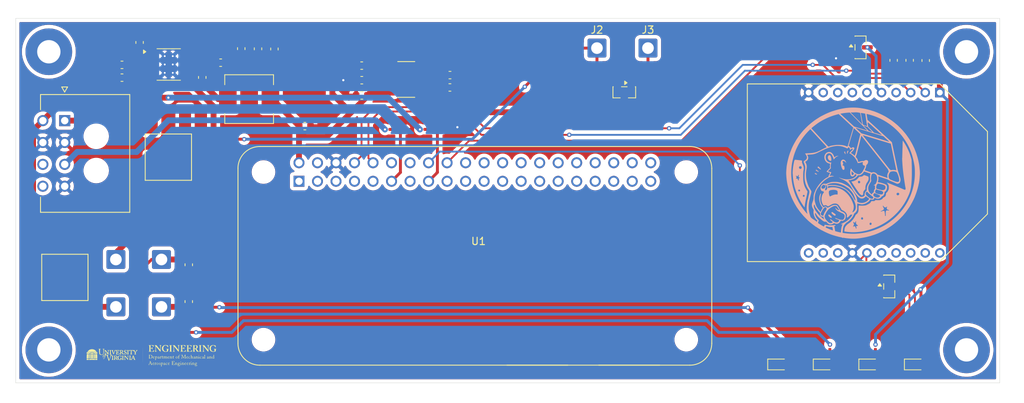
<source format=kicad_pcb>
(kicad_pcb (version 20241229) (generator "pcbnew") (generator_version "9.0")
  (layers (0 "F.Cu" signal) (2 "B.Cu" signal) (13 "F.Paste" user) (15 "B.Paste" user) (5 "F.SilkS" user "F.Silkscreen") (7 "B.SilkS" user "B.Silkscreen") (1 "F.Mask" user) (3 "B.Mask" user) (25 "Edge.Cuts" user))
  (net 0 "")
  (net 1 "GND")
  (net 2 "28V_POST-INHIB")
  (net 3 "Net-(U2-INTVcc)")
  (net 4 "Net-(U2-TR{slash}SS)")
  (net 5 "5V_Pi")
  (net 6 "Net-(C6-Pad1)")
  (net 7 "Net-(U2-BST)")
  (net 8 "3V3")
  (net 9 "Net-(U4-REF)")
  (net 10 "Net-(U4-VREG)")
  (net 11 "Net-(U4-BYP)")
  (net 12 "ENABLE")
  (net 13 "Net-(D2-A)")
  (net 14 "Net-(J4-Pin_1)")
  (net 15 "Net-(D4-A)")
  (net 16 "Net-(U2-FB)")
  (net 17 "Net-(D6-A)")
  (net 18 "Net-(J6-Pin_1)")
  (net 19 "Net-(D5-A)")
  (net 20 "Net-(D5-K)")
  (net 21 "TE_2")
  (net 22 "28V")
  (net 23 "Net-(Q1-B)")
  (net 24 "XBee_RESET")
  (net 25 "GPIO24")
  (net 26 "XBee_ASSOC")
  (net 27 "Net-(U1-GPIO17-Camera_Select{slash}TE-1)")
  (net 28 "Net-(U1-GPIO22-TE-2)")
  (net 30 "Net-(U2-RT)")
  (net 31 "Net-(U2-PG)")
  (net 36 "GPIO15")
  (net 45 "GPIO14")
  (net 80 "TE_1")
  (net 81 "Net-(J3-Pin_1)")
  (footprint "Connector_Wire:SolderWire-0.75sqmm_1x01_D1.25mm_OD2.3mm" (layer "F.Cu") (at 69.5 89)
    (property "Reference" "J6" (hide yes))
    (property "Value" "Conn_01x01_Pin" (hide yes))
  )
  (footprint "Raspberry Pi Zero 2 W:MODULE_SC1176" (layer "F.Cu") (at 118.75 82)
    (property "Reference" "U1")
    (property "Value" "Raspberry Pi Zero 2 W")
  )
  (footprint "Connector_Wire:SolderWire-0.75sqmm_1x01_D1.25mm_OD2.3mm" (layer "F.Cu") (at 69.5 82.5)
    (property "Reference" "J4" (hide yes))
    (property "Value" "Conn_01x01_Pin" (hide yes))
  )
  (footprint "ADP7158ARDZ-3.3-R7:SOIC127P600X175-9N" (layer "F.Cu") (at 109.335 57.8 180)
    (property "Reference" "U4" (hide yes))
    (property "Value" "ADP7158ARDZ-3.3-R7" (hide yes))
  )
  (footprint "Resistor_SMD:R_0201_0603Metric" (layer "F.Cu") (at 173.7 94.555 90)
    (property "Reference" "R5" (hide yes))
    (property "Value" "50Ω" (hide yes))
  )
  (footprint "" (layer "F.Cu") (at 186.2 94.9)
    (property "Reference" "")
    (property "Value" "")
  )
  (footprint "Resistor_SMD:R_0201_0603Metric" (layer "F.Cu") (at 167.45 94.555 90)
    (property "Reference" "R13" (hide yes))
    (property "Value" "1.8kΩ" (hide yes))
  )
  (footprint "Resistor_SMD:R_0201_0603Metric" (layer "F.Cu") (at 79.2555 52.7475)
    (property "Reference" "R3" (hide yes))
    (property "Value" "187kΩ" (hide yes))
  )
  (footprint "Capacitor_SMD:C_0603_1608Metric" (layer "F.Cu") (at 81.3505 57.5225 90)
    (property "Reference" "C6" (hide yes))
    (property "Value" "0.1µF" (hide yes))
  )
  (footprint "HarnessDeck:MOLEX_430450800" (layer "F.Cu") (at 62.48 63.45 90)
    (property "Reference" "J1" (hide yes))
    (property "Value" "430450800" (hide yes))
  )
  (footprint "Capacitor_SMD:C_0603_1608Metric" (layer "F.Cu") (at 180.6 55.2 90)
    (property "Reference" "C14" (hide yes))
    (property "Value" "47pF" (hide yes))
  )
  (footprint "Capacitor_SMD:C_0603_1608Metric" (layer "F.Cu") (at 72.7505 52.7225 90)
    (property "Reference" "C4" (hide yes))
    (property "Value" "10nF" (hide yes))
  )
  (footprint "HEDGElogo:HEDGE-logo" (layer "F.Cu") (at 74.4 95.7)
    (property "Reference" "G***" (hide yes))
    (property "Value" "LOGO" (hide yes))
  )
  (footprint "Capacitor_SMD:C_0603_1608Metric" (layer "F.Cu") (at 176.2 55.175 90)
    (property "Reference" "C16" (hide yes))
    (property "Value" "10µF" (hide yes))
  )
  (footprint "LED_SMD:LED_0603_1608Metric" (layer "F.Cu") (at 172.9125 96.9)
    (property "Reference" "D4" (hide yes))
    (property "Value" "Amber LED" (hide yes))
  )
  (footprint "Capacitor_SMD:C_0603_1608Metric" (layer "F.Cu") (at 79.5 88.275 90)
    (property "Reference" "C19" (hide yes))
    (property "Value" "47 µF" (hide yes))
  )
  (footprint "Capacitor_SMD:C_0603_1608Metric" (layer "F.Cu") (at 103.225 55.9 180)
    (property "Reference" "C9" (hide yes))
    (property "Value" "1µF" (hide yes))
  )
  (footprint "XBee:XBP24-Z7SIT-004" (layer "F.Cu") (at 172.6 70.6 -90)
    (property "Reference" "U3" (hide yes))
    (property "Value" "DIGI XBee-PRO 900HP RF Module (S3B)")
  )
  (footprint "Capacitor_SMD:C_0603_1608Metric" (layer "F.Cu") (at 115.335 57.2 180)
    (property "Reference" "C11" (hide yes))
    (property "Value" "1µF" (hide yes))
  )
  (footprint "Resistor_SMD:R_0201_0603Metric" (layer "F.Cu") (at 136.405 57.5)
    (property "Reference" "R16" (hide yes))
    (property "Value" "100kΩ" (hide yes))
  )
  (footprint "LED_SMD:LED_0603_1608Metric" (layer "F.Cu") (at 166.6625 96.9)
    (property "Reference" "D2" (hide yes))
    (property "Value" "Red LED" (hide yes))
  )
  (footprint "Capacitor_SMD:C_0603_1608Metric" (layer "F.Cu") (at 70.335 57.55)
    (property "Reference" "C2" (hide yes))
    (property "Value" "4.7µF" (hide yes))
  )
  (footprint "Connector_Wire:SolderWire-0.75sqmm_1x01_D1.25mm_OD2.3mm" (layer "F.Cu") (at 135.5 53.5)
    (property "Reference" "J2")
    (property "Value" "Conn_01x01_Pin" (hide yes))
  )
  (footprint "Schottky:DPAK" (layer "F.Cu") (at 76.7 68.46)
    (property "Reference" "D1" (hide yes))
    (property "Value" "STPS5H100B" (hide yes))
  )
  (footprint "Resistor_SMD:R_0201_0603Metric" (layer "F.Cu") (at 111.605 64.65)
    (property "Reference" "R12" (hide yes))
    (property "Value" "100kΩ" (hide yes))
  )
  (footprint "Resistor_SMD:R_0201_0603Metric" (layer "F.Cu") (at 83.5 53.1 -90)
    (property "Reference" "R4" (hide yes))
    (property "Value" "1MΩ" (hide yes))
  )
  (footprint "Resistor_SMD:R_0201_0603Metric" (layer "F.Cu") (at 71.055 54.45 180)
    (property "Reference" "R2" (hide yes))
    (property "Value" "110kΩ" (hide yes))
  )
  (footprint "" (layer "F.Cu") (at 186.2 54)
    (property "Reference" "")
    (property "Value" "")
  )
  (footprint "Resistor_SMD:R_0201_0603Metric" (layer "F.Cu") (at 161.2 94.555 -90)
    (property "Reference" "R14" (hide yes))
    (property "Value" "1.8kΩ" (hide yes))
  )
  (footprint "Connector_Wire:SolderWire-0.75sqmm_1x01_D1.25mm_OD2.3mm" (layer "F.Cu") (at 75.75 89)
    (property "Reference" "J7" (hide yes))
    (property "Value" "Conn_01x01_Pin" (hide yes))
  )
  (footprint "Inductor_SMD:L_Vishay_IHLP-2525" (layer "F.Cu") (at 87.779 60.5)
    (property "Reference" "L1" (hide yes))
    (property "Value" "10µH" (hide yes))
  )
  (footprint "Capacitor_SMD:C_0603_1608Metric" (layer "F.Cu") (at 89.0005 53.5975 -90)
    (property "Reference" "C8" (hide yes))
    (property "Value" "100µF" (hide yes))
  )
  (footprint "Resistor_SMD:R_0201_0603Metric" (layer "F.Cu") (at 172.4625 84.77 -90)
    (property "Reference" "R7" (hide yes))
    (property "Value" "4.7kΩ" (hide yes))
  )
  (footprint "Capacitor_SMD:C_0603_1608Metric" (layer "F.Cu") (at 103.235 57.9)
    (property "Reference" "C10" (hide yes))
    (property "Value" "1µF" (hide yes))
  )
  (footprint "" (layer "F.Cu") (at 60.3 54)
    (property "Reference" "")
    (property "Value" "")
  )
  (footprint "LED_SMD:LED_0603_1608Metric" (layer "F.Cu") (at 179.1625 96.9)
    (property "Reference" "D5" (hide yes))
    (property "Value" "Green LED" (hide yes))
  )
  (footprint "Resistor_SMD:R_0201_0603Metric" (layer "F.Cu") (at 81.3505 54.3425 -90)
    (property "Reference" "R1" (hide yes))
    (property "Value" "100kΩ" (hide yes))
  )
  (footprint "Capacitor_SMD:C_0603_1608Metric" (layer "F.Cu") (at 91.2505 53.6225 -90)
    (property "Reference" "C7" (hide yes))
    (property "Value" "100µF" (hide yes))
  )
  (footprint "Capacitor_SMD:C_0603_1608Metric" (layer "F.Cu") (at 95.425 64.2)
    (property "Reference" "C17" (hide yes))
    (property "Value" "47µF" (hide yes))
  )
  (footprint "Package_TO_SOT_SMD:SOT-23" (layer "F.Cu") (at 139.25 59.5625 -90)
    (property "Reference" "Q3" (hide yes))
    (property "Value" "NMOS" (hide yes))
  )
  (footprint "Capacitor_SMD:C_0603_1608Metric" (layer "F.Cu") (at 70.335 55.8)
    (property "Reference" "C1" (hide yes))
    (property "Value" "47µF" (hide yes))
  )
  (footprint "Resistor_SMD:R_0201_0603Metric" (layer "F.Cu") (at 108.855 64.65)
    (property "Reference" "R10" (hide yes))
    (property "Value" "10kΩ" (hide yes))
  )
  (footprint "Capacitor_SMD:C_0603_1608Metric" (layer "F.Cu") (at 83.8755 55.4975 180)
    (property "Reference" "C3" (hide yes))
    (property "Value" "1µF" (hide yes))
  )
  (footprint "Package_TO_SOT_SMD:SOT-23" (layer "F.Cu") (at 171.66125 53.39875)
    (property "Reference" "Q2" (hide yes))
    (property "Value" "2N7002" (hide yes))
  )
  (footprint "Package_SO:MSOP-16-1EP_3x4.039mm_P0.5mm_EP1.651x2.845mm_ThermalVias" (layer "F.Cu") (at 76.7505 55.7475)
    (property "Reference" "U2" (hide yes))
    (property "Value" "LT8610AC" (hide yes))
  )
  (footprint "Capacitor_SMD:C_0603_1608Metric" (layer "F.Cu") (at 86.7005 53.5725 90)
    (property "Reference" "C5" (hide yes))
    (property "Value" "10pF" (hide yes))
  )
  (footprint "Capacitor_SMD:C_0603_1608Metric" (layer "F.Cu") (at 103.235 60)
    (property "Reference" "C12" (hide yes))
    (property "Value" "10µF" (hide yes))
  )
  (footprint "Connector_Wire:SolderWire-0.75sqmm_1x01_D1.25mm_OD2.3mm" (layer "F.Cu") (at 75.75 82.5)
    (property "Reference" "J5" (hide yes))
    (property "Value" "Conn_01x01_Pin" (hide yes))
  )
  (footprint "Resistor_SMD:R_0201_0603Metric" (layer "F.Cu") (at 113.93 64.65)
    (property "Reference" "R11" (hide yes))
    (property "Value" "10kΩ" (hide yes))
  )
  (footprint "Resistor_SMD:R_0201_0603Metric" (layer "F.Cu") (at 179.95 94.65 90)
    (property "Reference" "R6" (hide yes))
    (property "Value" "45Ω" (hide yes))
  )
  (footprint "Package_TO_SOT_SMD:SOT-23" (layer "F.Cu") (at 175.6 86.2)
    (property "Reference" "Q1" (hide yes))
    (property "Value" "MMBT3904" (hide yes))
  )
  (footprint "Resistor_SMD:R_0201_0603Metric" (layer "F.Cu") (at 106.805 64.65)
    (property "Reference" "R9" (hide yes))
    (property "Value" "100kΩ" (hide yes))
  )
  (footprint "Capacitor_SMD:C_0603_1608Metric" (layer "F.Cu") (at 79.5 83.225 -90)
    (property "Reference" "C18" (hide yes))
    (property "Value" "47 µF" (hide yes))
  )
  (footprint "LED_SMD:LED_0603_1608Metric" (layer "F.Cu") (at 160.4125 96.9)
    (property "Reference" "D6" (hide yes))
    (property "Value" "LED" (hide yes))
  )
  (footprint "Connector_Wire:SolderWire-0.75sqmm_1x01_D1.25mm_OD2.3mm" (layer "F.Cu") (at 142.5 53.5)
    (property "Reference" "J3")
    (property "Value" "Conn_01x01_Pin" (hide yes))
  )
  (footprint "" (layer "F.Cu") (at 60.3 94.9)
    (property "Reference" "")
    (property "Value" "")
  )
  (footprint "Resistor_SMD:R_0201_0603Metric" (layer "F.Cu") (at 167.30625 52.39875 180)
    (property "Reference" "R8" (hide yes))
    (property "Value" "100kΩ" (hide yes))
  )
  (footprint "Capacitor_SMD:C_0603_1608Metric" (layer "F.Cu") (at 178.4 55.175 90)
    (property "Reference" "C15" (hide yes))
    (property "Value" "1µF" (hide yes))
  )
  (footprint "Capacitor_SMD:C_0603_1608Metric" (layer "F.Cu") (at 115.325 58.9 180)
    (property "Reference" "C13" (hide yes))
    (property "Value" "10µF" (hide yes))
  )
  (footprint "Schottky:DPAK" (layer "F.Cu") (at 62.5 84.96)
    (property "Reference" "D3" (hide yes))
    (property "Value" "STPS5H100B" (hide yes))
  )
  (gr_poly (pts (xy 167.320862 76.336083) (xy 167.310394 76.336702) (xy 167.304469 76.338492) (xy 167.298928 76.340467) (xy 167.29374 76.342631) (xy 167.288871 76.344987) (xy 167.28429 76.347541) (xy 167.279965 76.350294) (xy 167.275861 76.35325) (xy 167.271947 76.356415) (xy 167.268191 76.359791) (xy 167.264559 76.363382) (xy 167.26102 76.36719) (xy 167.25754 76.371222) (xy 167.254089 76.37548) (xy 167.250631 76.379968) (xy 167.24357 76.389648) (xy 167.241531 76.394226) (xy 167.239736 76.398571) (xy 167.238187 76.40272) (xy 167.23688 76.406706) (xy 167.235817 76.410564) (xy 167.234997 76.414331) (xy 167.23442 76.418039) (xy 167.234084 76.421723) (xy 167.233991 76.42542) (xy 167.234139 76.429163) (xy 167.234528 76.432986) (xy 167.235157 76.436925) (xy 167.236027 76.441016) (xy 167.237136 76.445291) (xy 167.238485 76.449786) (xy 167.240073 76.454536) (xy 167.244519 76.463797) (xy 167.249162 76.472896) (xy 167.253992 76.481846) (xy 167.259 76.490655) (xy 167.264174 76.499337) (xy 167.269507 76.507904) (xy 167.280603 76.524733) (xy 167.292209 76.541233) (xy 167.304247 76.557496) (xy 167.316635 76.573613) (xy 167.329295 76.589673) (xy 167.350132 76.618247) (xy 167.363118 76.632768) (xy 167.376772 76.646668) (xy 167.391054 76.659937) (xy 167.405926 76.672567) (xy 167.421347 76.684546) (xy 167.437281 76.695865) (xy 167.453688 76.706516) (xy 167.470529 76.716487) (xy 167.487766 76.725769) (xy 167.505359 76.734353) (xy 167.52327 76.742229) (xy 167.54146 76.749387) (xy 167.559891 76.755818) (xy 167.578522 76.761511) (xy 167.597317 76.766457) (xy 167.616236 76.770648) (xy 167.624699 76.770482) (xy 167.632782 76.769993) (xy 167.640527 76.769184) (xy 167.647975 76.768061) (xy 167.655169 76.766633) (xy 167.662149 76.764906) (xy 167.668956 76.762884) (xy 167.675634 76.760576) (xy 167.682223 76.757988) (xy 167.688764 76.755125) (xy 167.6953 76.751994) (xy 167.701872 76.748601) (xy 167.70852 76.744955) (xy 167.715288 76.741059) (xy 167.729346 76.732548) (xy 167.729064 76.721475) (xy 167.728225 76.711103) (xy 167.726839 76.701361) (xy 167.724917 76.69218) (xy 167.722469 76.683486) (xy 167.719507 76.675209) (xy 167.71604 76.667279) (xy 167.712078 76.659626) (xy 167.707633 76.652177) (xy 167.702715 76.644863) (xy 167.697334 76.637613) (xy 167.691502 76.630354) (xy 167.685227 76.623017) (xy 167.678522 76.615532) (xy 167.66386 76.59983) (xy 167.657704 76.593892) (xy 167.65153 76.588046) (xy 167.645324 76.582284) (xy 167.639069 76.576602) (xy 167.632751 76.570993) (xy 167.626354 76.565451) (xy 167.619862 76.559972) (xy 167.61326 76.55455) (xy 167.60884 76.550851) (xy 167.604551 76.547135) (xy 167.600384 76.543397) (xy 167.596327 76.539632) (xy 167.59237 76.535835) (xy 167.588499 76.532002) (xy 167.580977 76.524207) (xy 167.573671 76.516207) (xy 167.566494 76.507964) (xy 167.559355 76.499437) (xy 167.552166 76.49059) (xy 167.547085 76.48491) (xy 167.541901 76.479347) (xy 167.53662 76.473892) (xy 167.53125 76.468537) (xy 167.520274 76.458087) (xy 167.509035 76.447926) (xy 167.497592 76.437979) (xy 167.486005 76.428174) (xy 167.462645 76.408698) (xy 167.441697 76.389648) (xy 167.433869 76.382953) (xy 167.426242 76.376638) (xy 167.418761 76.370717) (xy 167.411373 76.365206) (xy 167.404024 76.36012) (xy 167.396661 76.355476) (xy 167.389231 76.351288) (xy 167.381677 76.347573) (xy 167.373948 76.344345) (xy 167.365988 76.34162) (xy 167.357746 76.339414) (xy 167.353502 76.338509) (xy 167.349166 76.337742) (xy 167.344732 76.33711) (xy 167.340194 76.336618) (xy 167.335545 76.336267) (xy 167.330778 76.33606)) (fill yes) (layer "B.SilkS"))
  (gr_poly (pts (xy 167.761742 75.990841) (xy 167.755995 75.99112) (xy 167.750172 75.991686) (xy 167.744271 75.992547) (xy 167.738288 75.993714) (xy 167.732221 75.995192) (xy 167.726066 75.996993) (xy 167.719821 75.999123) (xy 167.714556 76.003995) (xy 167.709589 76.008728) (xy 167.704909 76.01336) (xy 167.700508 76.017931) (xy 167.696375 76.022481) (xy 167.692498 76.027049) (xy 167.688869 76.031675) (xy 167.685476 76.036398) (xy 167.68231 76.04126) (xy 167.679361 76.046298) (xy 167.676619 76.051553) (xy 167.674073 76.057064) (xy 167.671713 76.062872) (xy 167.669529 76.069015) (xy 167.66751 76.075534) (xy 167.665647 76.082467) (xy 167.667648 76.091165) (xy 167.669922 76.099668) (xy 167.675258 76.116114) (xy 167.68159 76.131853) (xy 167.688851 76.146935) (xy 167.696977 76.161408) (xy 167.705901 76.175321) (xy 167.715557 76.188723) (xy 167.725881 76.201663) (xy 167.736806 76.21419) (xy 167.748267 76.226351) (xy 167.760197 76.238197) (xy 167.772532 76.249776) (xy 167.785205 76.261136) (xy 167.798149 76.272328) (xy 167.824595 76.294398) (xy 167.849339 76.315791) (xy 167.867394 76.330871) (xy 167.885622 76.345577) (xy 167.904042 76.35993) (xy 167.92267 76.373952) (xy 167.941524 76.387665) (xy 167.960622 76.401087) (xy 167.97998 76.414242) (xy 167.999617 76.427152) (xy 168.016444 76.438054) (xy 168.026661 76.444394) (xy 168.036558 76.450277) (xy 168.046196 76.455703) (xy 168.055639 76.460671) (xy 168.064952 76.465184) (xy 168.074198 76.469241) (xy 168.083442 76.472844) (xy 168.092746 76.475992) (xy 168.102175 76.478687) (xy 168.111792 76.480928) (xy 168.121662 76.482717) (xy 168.131846 76.484055) (xy 168.142411 76.484941) (xy 168.153419 76.485376) (xy 168.164935 76.485361) (xy 168.17702 76.484898) (xy 168.180699 76.483612) (xy 168.184195 76.482269) (xy 168.187518 76.480868) (xy 168.190674 76.479409) (xy 168.193672 76.47789) (xy 168.196518 76.476312) (xy 168.199224 76.474673) (xy 168.201794 76.472974) (xy 168.204238 76.471212) (xy 168.206565 76.469387) (xy 168.208781 76.467499) (xy 168.210895 76.465548) (xy 168.212914 76.463531) (xy 168.214849 76.461449) (xy 168.216703 76.459302) (xy 168.218489 76.457087) (xy 168.221882 76.452455) (xy 168.225091 76.447547) (xy 168.228178 76.442358) (xy 168.231211 76.436884) (xy 168.244068 76.41201) (xy 168.246315 76.406303) (xy 168.248255 76.400891) (xy 168.249887 76.395731) (xy 168.251214 76.390782) (xy 168.252236 76.386001) (xy 168.252955 76.381347) (xy 168.253371 76.376778) (xy 168.253486 76.37225) (xy 168.253301 76.367723) (xy 168.252817 76.363154) (xy 168.252035 76.3585) (xy 168.250956 76.35372) (xy 168.249581 76.348773) (xy 168.247912 76.343614) (xy 168.24595 76.338203) (xy 168.243695 76.332498) (xy 168.237351 76.324982) (xy 168.232236 76.31903) (xy 168.229964 76.316465) (xy 168.22779 76.314081) (xy 168.225643 76.311809) (xy 168.223455 76.309579) (xy 168.221155 76.307321) (xy 168.218674 76.304965) (xy 168.212888 76.299681) (xy 168.20554 76.29317) (xy 168.19607 76.284873) (xy 168.179551 76.26865) (xy 168.169606 76.259374) (xy 168.159532 76.250371) (xy 168.149334 76.241622) (xy 168.139015 76.233108) (xy 168.128579 76.224808) (xy 168.11803 76.216703) (xy 168.096608 76.201002) (xy 168.074782 76.185848) (xy 168.052579 76.171083) (xy 168.030035 76.156553) (xy 168.007179 76.1421) (xy 167.991303 76.131813) (xy 167.975841 76.121337) (xy 167.960743 76.110618) (xy 167.945956 76.099605) (xy 167.931433 76.088247) (xy 167.91712 76.076491) (xy 167.902969 76.064288) (xy 167.888927 76.051585) (xy 167.879401 76.043535) (xy 167.86984 76.035797) (xy 167.860223 76.028439) (xy 167.850528 76.021531) (xy 167.84073 76.015144) (xy 167.830809 76.009345) (xy 167.82074 76.004206) (xy 167.810504 75.999796) (xy 167.805314 75.997886) (xy 167.800075 75.996185) (xy 167.794782 75.994701) (xy 167.789432 75.993442) (xy 167.784024 75.992418) (xy 167.778553 75.991638) (xy 167.773018 75.991108) (xy 167.767414 75.99084)) (fill yes) (layer "B.SilkS"))
  (gr_poly (pts (xy 167.382087 68.194443) (xy 167.375468 68.194831) (xy 167.368794 68.195408) (xy 167.362054 68.196162) (xy 167.355241 68.19708) (xy 167.348346 68.198151) (xy 167.337944 68.202938) (xy 167.327809 68.207963) (xy 167.317932 68.213274) (xy 167.313087 68.216052) (xy 167.308305 68.218918) (xy 167.303582 68.22188) (xy 167.298919 68.224943) (xy 167.294316 68.228112) (xy 167.28977 68.231396) (xy 167.285281 68.234798) (xy 167.280847 68.238324) (xy 167.27647 68.241981) (xy 167.272145 68.245775) (xy 167.272145 68.264825) (xy 167.24357 68.27435) (xy 167.234692 68.288852) (xy 167.231484 68.294296) (xy 167.228632 68.299391) (xy 167.225786 68.304778) (xy 167.222599 68.311101) (xy 167.213805 68.329119) (xy 167.198848 68.359331) (xy 167.191286 68.37884) (xy 167.185022 68.398534) (xy 167.180011 68.418383) (xy 167.176211 68.438359) (xy 167.173576 68.458431) (xy 167.172064 68.478568) (xy 167.171632 68.498742) (xy 167.172233 68.518924) (xy 167.173826 68.539082) (xy 167.176366 68.559187) (xy 167.17981 68.579211) (xy 167.184113 68.599122) (xy 167.189232 68.618892) (xy 167.195123 68.638489) (xy 167.201743 68.657885) (xy 167.209046 68.67705) (xy 167.219203 68.6999) (xy 167.229768 68.721969) (xy 167.240801 68.743257) (xy 167.252362 68.763766) (xy 167.264508 68.783494) (xy 167.277301 68.802443) (xy 167.2908 68.820612) (xy 167.305063 68.838) (xy 167.32015 68.854609) (xy 167.336121 68.870437) (xy 167.353035 68.885485) (xy 167.370951 68.899754) (xy 167.389929 68.913241) (xy 167.410028 68.925949) (xy 167.431308 68.937877) (xy 167.453827 68.949025) (xy 167.463468 68.952751) (xy 167.472862 68.956115) (xy 167.482048 68.959101) (xy 167.491064 68.961698) (xy 167.499951 68.963889) (xy 167.508745 68.96566) (xy 167.517486 68.966997) (xy 167.526214 68.967887) (xy 167.534965 68.968315) (xy 167.54378 68.968266) (xy 167.552696 68.967727) (xy 167.561754 68.966682) (xy 167.57099 68.96512) (xy 167.580445 68.963023) (xy 167.590156 68.960379) (xy 167.600163 68.957174) (xy 167.611382 68.95183) (xy 167.615958 68.949596) (xy 167.61993 68.947583) (xy 167.62336 68.945742) (xy 167.626313 68.944019) (xy 167.628854 68.942365) (xy 167.631045 68.940728) (xy 167.632949 68.939055) (xy 167.634632 68.937296) (xy 167.636156 68.9354) (xy 167.637584 68.933315) (xy 167.638981 68.930988) (xy 167.64041 68.928369) (xy 167.64362 68.92205) (xy 167.647084 68.895731) (xy 167.64978 68.869514) (xy 167.651726 68.84339) (xy 167.652943 68.817352) (xy 167.653447 68.791391) (xy 167.65326 68.765496) (xy 167.652399 68.739661) (xy 167.650883 68.713875) (xy 167.648731 68.688129) (xy 167.645961 68.662416) (xy 167.642593 68.636725) (xy 167.638644 68.611049) (xy 167.629083 68.559703) (xy 167.617427 68.508308) (xy 167.610504 68.479963) (xy 167.600086 68.441842) (xy 167.588088 68.402998) (xy 167.581331 68.38359) (xy 167.573984 68.364344) (xy 167.565979 68.345373) (xy 167.557253 68.326793) (xy 167.547739 68.308717) (xy 167.537372 68.291259) (xy 167.526087 68.274534) (xy 167.513819 68.258655) (xy 167.500501 68.243736) (xy 167.48607 68.229894) (xy 167.470459 68.21724) (xy 167.462192 68.211394) (xy 167.453604 68.205889) (xy 167.447045 68.203443) (xy 167.440522 68.201314) (xy 167.434027 68.199489) (xy 167.427554 68.197956) (xy 167.421092 68.196704) (xy 167.414632 68.195721) (xy 167.408168 68.194997) (xy 167.40169 68.194518) (xy 167.395189 68.194274) (xy 167.388658 68.194253)) (fill yes) (layer "B.SilkS"))
  (gr_poly (pts (xy 169.520526 67.684906) (xy 169.511788 67.686478) (xy 169.503326 67.688487) (xy 169.495114 67.690902) (xy 169.487123 67.693696) (xy 169.479324 67.696839) (xy 169.47169 67.700299) (xy 169.464193 67.704051) (xy 169.456804 67.708061) (xy 169.449494 67.712303) (xy 169.435004 67.72136) (xy 169.405746 67.74095) (xy 169.414361 67.76509) (xy 169.423736 67.78879) (xy 169.433791 67.812116) (xy 169.444446 67.835136) (xy 169.455621 67.857916) (xy 169.467236 67.880525) (xy 169.479213 67.90303) (xy 169.491471 67.925497) (xy 169.5038 67.948151) (xy 169.511617 67.961941) (xy 169.519476 67.975212) (xy 169.527551 67.987997) (xy 169.531723 67.994218) (xy 169.536013 68.000328) (xy 169.540444 68.006334) (xy 169.545036 68.012237) (xy 169.549811 68.018043) (xy 169.554792 68.023756) (xy 169.559999 68.029379) (xy 169.565454 68.034916) (xy 169.57118 68.040372) (xy 169.577196 68.04575) (xy 169.60577 68.036225) (xy 169.597627 67.985184) (xy 169.58851 67.934384) (xy 169.578496 67.883755) (xy 169.567671 67.833223) (xy 169.562879 67.811518) (xy 169.555349 67.779348) (xy 169.547289 67.747383) (xy 169.538696 67.715555) (xy 169.52957 67.6838)) (fill yes) (layer "B.SilkS"))
  (gr_poly (pts (xy 177.444708 66.34365) (xy 177.437505 66.489285) (xy 177.43268 66.635021) (xy 177.43015 66.781074) (xy 177.4286 66.917227) (xy 177.427836 66.988829) (xy 177.427033 67.034982) (xy 177.4257 67.081074) (xy 177.423836 67.127143) (xy 177.421443 67.173233) (xy 177.416971 67.264372) (xy 177.413611 67.355551) (xy 177.408497 67.537972) (xy 177.404885 67.668987) (xy 177.394642 68.041041) (xy 177.388927 68.247575) (xy 177.385375 68.377869) (xy 177.383126 68.458484) (xy 177.381666 68.513819) (xy 177.380696 68.546864) (xy 177.379909 68.575684) (xy 177.379779 68.58321) (xy 177.379684 68.586328) (xy 177.379547 68.589096) (xy 177.379352 68.591576) (xy 177.379082 68.593828) (xy 177.378721 68.595915) (xy 177.378253 68.597896) (xy 177.377659 68.599832) (xy 177.376926 68.601784) (xy 177.376035 68.603814) (xy 177.37497 68.605982) (xy 177.373716 68.608348) (xy 177.372253 68.610974) (xy 177.368643 68.61725) (xy 177.368499 68.630805) (xy 177.368572 68.644362) (xy 177.368828 68.657917) (xy 177.369232 68.671468) (xy 177.370373 68.705825) (xy 177.371806 68.74327) (xy 177.373214 68.782172) (xy 177.37747 68.884614) (xy 177.382497 68.987011) (xy 177.394242 69.191726) (xy 177.395455 69.21163) (xy 177.41436 69.499282) (xy 177.437632 69.798011) (xy 177.467391 70.118948) (xy 177.50576 70.473222) (xy 177.55486 70.871962) (xy 177.616808 71.326303) (xy 177.69373 71.847372) (xy 177.787744 72.446298) (xy 177.79196 72.46735) (xy 177.812183 72.568147) (xy 177.821964 72.615887) (xy 177.83273 72.661116) (xy 177.836982 72.679922) (xy 177.84049 72.696712) (xy 177.843263 72.71188) (xy 177.845309 72.725817) (xy 177.846638 72.738914) (xy 177.847255 72.751567) (xy 177.847171 72.764167) (xy 177.846394 72.777107) (xy 177.844931 72.790778) (xy 177.842791 72.805574) (xy 177.839983 72.821886) (xy 177.836515 72.840108) (xy 177.82763 72.883853) (xy 177.821235 72.893959) (xy 177.818533 72.898116) (xy 177.816062 72.90177) (xy 177.813752 72.904992) (xy 177.81153 72.907851) (xy 177.809323 72.910419) (xy 177.807059 72.912766) (xy 177.804666 72.914963) (xy 177.802072 72.917081) (xy 177.799203 72.91919) (xy 177.795988 72.92136) (xy 177.792355 72.923663) (xy 177.78823 72.926169) (xy 177.778219 72.932073) (xy 177.764353 72.932507) (xy 177.750721 72.932332) (xy 177.737299 72.93158) (xy 177.72407 72.930277) (xy 177.711012 72.928455) (xy 177.698106 72.926141) (xy 177.685333 72.923367) (xy 177.672671 72.920161) (xy 177.660102 72.916551) (xy 177.647605 72.912568) (xy 177.635159 72.908242) (xy 177.622747 72.903601) (xy 177.597939 72.893492) (xy 177.573022 72.882476) (xy 177.544573 72.869995) (xy 177.514308 72.856632) (xy 177.484087 72.84317) (xy 177.419314 72.814461) (xy 177.354433 72.785996) (xy 177.287245 72.756502) (xy 177.204018 72.720341) (xy 177.120555 72.684757) (xy 176.953116 72.614771) (xy 176.895614 72.59092) (xy 176.810963 72.555849) (xy 176.635144 72.482649) (xy 176.44589 72.404297) (xy 176.256188 72.327066) (xy 175.875892 72.174786) (xy 175.664608 72.090225) (xy 175.536099 72.038706) (xy 175.476105 72.014545) (xy 175.435051 71.998031) (xy 175.393954 71.981619) (xy 175.369598 71.971675) (xy 175.35135 71.964513) (xy 175.343845 71.961655) (xy 175.337249 71.95926) (xy 175.331435 71.957308) (xy 175.326275 71.955786) (xy 175.321643 71.954674) (xy 175.31741 71.953959) (xy 175.31345 71.953624) (xy 175.309636 71.953651) (xy 175.30584 71.954024) (xy 175.301934 71.954729) (xy 175.297791 71.955748) (xy 175.293284 71.957064) (xy 175.282668 71.960523) (xy 175.311839 72.002196) (xy 175.330443 72.02891) (xy 175.339044 72.041077) (xy 175.347709 72.0532) (xy 175.356447 72.06527) (xy 175.365268 72.077279) (xy 175.379047 72.096537) (xy 175.392391 72.116005) (xy 175.405349 72.135678) (xy 175.417969 72.155543) (xy 175.430299 72.175592) (xy 175.442386 72.195816) (xy 175.466025 72.236748) (xy 175.478277 72.257975) (xy 175.487111 72.274421) (xy 175.495214 72.290701) (xy 175.502602 72.306858) (xy 175.509296 72.32294) (xy 175.515315 72.338988) (xy 175.520675 72.355047) (xy 175.525397 72.371163) (xy 175.529499 72.38738) (xy 175.532999 72.403742) (xy 175.535917 72.420293) (xy 175.538269 72.437078) (xy 175.540077 72.454142) (xy 175.541358 72.471528) (xy 175.54213 72.489282) (xy 175.542413 72.507448) (xy 175.542225 72.52607) (xy 175.541783 72.556151) (xy 175.541201 72.586612) (xy 175.540504 72.61707) (xy 175.540121 72.637351) (xy 175.539867 72.657628) (xy 175.53962 72.698189) (xy 175.539107 72.719457) (xy 175.538141 72.740442) (xy 175.53669 72.76116) (xy 175.53472 72.781626) (xy 175.5322 72.801856) (xy 175.529097 72.821864) (xy 175.525378 72.841665) (xy 175.52101 72.861274) (xy 175.515962 72.880707) (xy 175.510199 72.899979) (xy 175.503689 72.919105) (xy 175.496402 72.9381) (xy 175.488302 72.956979) (xy 175.479358 72.975757) (xy 175.469537 72.99445) (xy 175.458807 73.013073) (xy 175.454089 73.020984) (xy 175.45038 73.027324) (xy 175.447356 73.032751) (xy 175.445998 73.035327) (xy 175.444692 73.037922) (xy 175.443394 73.040619) (xy 175.442064 73.043498) (xy 175.439149 73.050132) (xy 175.435623 73.058487) (xy 175.431162 73.069219) (xy 175.425121 73.082325) (xy 175.418764 73.095034) (xy 175.412087 73.107411) (xy 175.405086 73.119522) (xy 175.397756 73.131432) (xy 175.390092 73.14321) (xy 175.382092 73.154919) (xy 175.373751 73.166627) (xy 175.361394 73.183791) (xy 175.335814 73.21884) (xy 175.315395 73.246201) (xy 175.306479 73.257692) (xy 175.298083 73.268094) (xy 175.289953 73.277685) (xy 175.28183 73.28674) (xy 175.273459 73.295539) (xy 175.264584 73.304358) (xy 175.254946 73.313476) (xy 175.244292 73.323169) (xy 175.218905 73.345394) (xy 175.186372 73.37325) (xy 175.182047 73.377277) (xy 175.180093 73.379237) (xy 175.17827 73.38117) (xy 175.176574 73.383077) (xy 175.175 73.384965) (xy 175.173541 73.386838) (xy 175.172195 73.388701) (xy 175.170954 73.390557) (xy 175.169813 73.392413) (xy 175.168768 73.394273) (xy 175.167814 73.396139) (xy 175.166944 73.398019) (xy 175.166155 73.399916) (xy 175.165441 73.401834) (xy 175.164796 73.403779) (xy 175.163695 73.407766) (xy 175.162811 73.411913) (xy 175.162102 73.416257) (xy 175.161526 73.420835) (xy 175.161044 73.425684) (xy 175.160612 73.430839) (xy 175.159736 73.442218) (xy 175.156723 73.474235) (xy 175.154082 73.50774) (xy 175.148818 73.560244) (xy 175.145317 73.586316) (xy 175.141119 73.612191) (xy 175.136137 73.637816) (xy 175.130286 73.663132) (xy 175.123475 73.688084) (xy 175.115619 73.712614) (xy 175.106631 73.736668) (xy 175.096422 73.760188) (xy 175.084906 73.783119) (xy 175.071995 73.805403) (xy 175.057602 73.826985) (xy 175.04164 73.847809) (xy 175.024021 73.867817) (xy 175.004658 73.886954) (xy 174.983518 73.902929) (xy 174.961671 73.9184) (xy 174.9505 73.925893) (xy 174.939172 73.933195) (xy 174.927697 73.940287) (xy 174.91608 73.947147) (xy 174.904329 73.953754) (xy 174.892452 73.960086) (xy 174.880454 73.966123) (xy 174.868343 73.971843) (xy 174.856128 73.977225) (xy 174.843814 73.982249) (xy 174.831409 73.986892) (xy 174.81892 73.991134) (xy 174.813961 73.993956) (xy 174.809141 73.996912) (xy 174.804458 73.999996) (xy 174.799903 74.003205) (xy 174.791159 74.009973) (xy 174.782863 74.017174) (xy 174.774971 74.02477) (xy 174.767435 74.032718) (xy 174.760211 74.040979) (xy 174.753252 74.049513) (xy 174.746513 74.058277) (xy 174.739948 74.067232) (xy 174.727155 74.085553) (xy 174.714509 74.104149) (xy 174.701644 74.122698) (xy 174.688072 74.139693) (xy 174.674104 74.155791) (xy 174.659736 74.171039) (xy 174.644962 74.185484) (xy 174.629783 74.199172) (xy 174.614191 74.212151) (xy 174.598187 74.224467) (xy 174.581764 74.236166) (xy 174.56492 74.247296) (xy 174.547652 74.257905) (xy 174.529956 74.268037) (xy 174.51183 74.27774) (xy 174.493268 74.287061) (xy 174.474269 74.296047) (xy 174.454828 74.304743) (xy 174.434943 74.313198) (xy 174.410834 74.324248) (xy 174.391367 74.332192) (xy 174.371716 74.338979) (xy 174.351897 74.344699) (xy 174.331922 74.349437) (xy 174.311804 74.353285) (xy 174.291557 74.356329) (xy 174.271193 74.358659) (xy 174.250727 74.360361) (xy 174.230172 74.361524) (xy 174.209541 74.362238) (xy 174.168103 74.362669) (xy 174.0849 74.362014) (xy 174.043242 74.362041) (xy 173.973823 74.361433) (xy 173.904498 74.35962) (xy 173.869859 74.35818) (xy 173.835228 74.356342) (xy 173.8006 74.354072) (xy 173.76597 74.351339) (xy 173.749677 74.350326) (xy 173.741668 74.349963) (xy 173.733701 74.349753) (xy 173.72574 74.349739) (xy 173.717747 74.349964) (xy 173.709686 74.350469) (xy 173.701519 74.351298) (xy 173.694895 74.357184) (xy 173.692182 74.359643) (xy 173.689812 74.361855) (xy 173.687745 74.363876) (xy 173.685937 74.36576) (xy 173.684347 74.367564) (xy 173.682934 74.369343) (xy 173.681654 74.371154) (xy 173.680468 74.373052) (xy 173.679331 74.375094) (xy 173.678203 74.377334) (xy 173.677043 74.379828) (xy 173.675807 74.382634) (xy 173.672944 74.389398) (xy 173.672944 74.408448) (xy 173.653893 74.408448) (xy 173.634249 74.430475) (xy 173.627654 74.436255) (xy 173.620903 74.441681) (xy 173.614003 74.446764) (xy 173.606958 74.451514) (xy 173.599778 74.455943) (xy 173.592468 74.46006) (xy 173.577482 74.467403) (xy 173.562053 74.473626) (xy 173.54623 74.478817) (xy 173.530068 74.483058) (xy 173.513615 74.486435) (xy 173.496924 74.489032) (xy 173.480047 74.490934) (xy 173.463034 74.492227) (xy 173.445937 74.492993) (xy 173.42881 74.493318) (xy 173.4117 74.493289) (xy 173.377743 74.492499) (xy 173.314554 74.491016) (xy 173.266472 74.49024) (xy 173.230684 74.49044) (xy 173.216523 74.49099) (xy 173.20438 74.491885) (xy 173.193905 74.493158) (xy 173.184746 74.494844) (xy 173.17655 74.496976) (xy 173.168968 74.499588) (xy 173.161647 74.502714) (xy 173.154236 74.506386) (xy 173.137734 74.515507) (xy 173.132144 74.521126) (xy 173.126855 74.526891) (xy 173.121847 74.532798) (xy 173.117098 74.538839) (xy 173.112586 74.545007) (xy 173.108293 74.551297) (xy 173.104195 74.557704) (xy 173.100272 74.564218) (xy 173.096502 74.570835) (xy 173.092864 74.577547) (xy 173.085901 74.591236) (xy 173.079214 74.605233) (xy 173.072632 74.619486) (xy 173.064067 74.634732) (xy 173.05466 74.649723) (xy 173.044451 74.664461) (xy 173.033483 74.678945) (xy 173.021796 74.693174) (xy 173.009433 74.707149) (xy 172.982841 74.734337) (xy 172.954039 74.760505) (xy 172.923357 74.785654) (xy 172.891127 74.809781) (xy 172.857681 74.832887) (xy 172.823349 74.854969) (xy 172.788463 74.876028) (xy 172.753353 74.896061) (xy 172.718352 74.915068) (xy 172.65 74.95) (xy 172.586056 74.980815) (xy 172.571861 74.987742) (xy 172.557741 74.9948) (xy 172.529609 75.009155) (xy 172.491539 75.026991) (xy 172.452977 75.042705) (xy 172.413962 75.05643) (xy 172.374534 75.068301) (xy 172.334729 75.078449) (xy 172.294587 75.08701) (xy 172.254147 75.094115) (xy 172.213446 75.099898) (xy 172.172525 75.104491) (xy 172.13142 75.108029) (xy 172.048818 75.11247) (xy 171.96595 75.114285) (xy 171.883123 75.11454) (xy 171.795737 75.1146) (xy 171.727763 75.114559) (xy 171.681265 75.114075) (xy 171.634788 75.112726) (xy 171.566876 75.110089) (xy 171.538864 75.108409) (xy 171.512528 75.106608) (xy 171.486207 75.104589) (xy 171.471985 75.103696) (xy 171.466399 75.103446) (xy 171.460873 75.103313) (xy 171.454692 75.103289) (xy 171.447137 75.103365) (xy 171.425044 75.103773) (xy 171.421613 75.108991) (xy 171.418548 75.113823) (xy 171.415824 75.11833) (xy 171.413416 75.122573) (xy 171.411301 75.126618) (xy 171.409454 75.130525) (xy 171.407851 75.134356) (xy 171.406468 75.138176) (xy 171.405279 75.142045) (xy 171.404261 75.146025) (xy 171.40339 75.150182) (xy 171.40264 75.154575) (xy 171.401989 75.159268) (xy 171.40141 75.164323) (xy 171.400375 75.175769) (xy 171.398259 75.20151) (xy 171.396468 75.227598) (xy 171.394864 75.25082) (xy 171.392837 75.287123) (xy 171.391111 75.323443) (xy 171.389802 75.351243) (xy 171.388354 75.394643) (xy 171.387543 75.438012) (xy 171.387333 75.481386) (xy 171.387689 75.524808) (xy 171.388591 75.593301) (xy 171.388758 75.64723) (xy 171.387736 75.691371) (xy 171.386636 75.711263) (xy 171.385068 75.7305) (xy 171.382975 75.749679) (xy 171.380301 75.769395) (xy 171.372977 75.812834) (xy 171.362644 75.865593) (xy 171.348844 75.932448) (xy 171.341514 75.960242) (xy 171.338051 75.971179) (xy 171.334292 75.98192) (xy 171.330255 75.992484) (xy 171.325956 76.002885) (xy 171.321413 76.013138) (xy 171.316643 76.023258) (xy 171.311661 76.033262) (xy 171.306485 76.043163) (xy 171.295621 76.062724) (xy 171.284186 76.082062) (xy 171.272315 76.101303) (xy 171.260143 76.120567) (xy 171.247155 76.141052) (xy 171.239077 76.153041) (xy 171.230855 76.164725) (xy 171.222469 76.176104) (xy 171.213901 76.187183) (xy 171.205132 76.197965) (xy 171.196142 76.208453) (xy 171.186912 76.218648) (xy 171.177423 76.228555) (xy 171.167656 76.238177) (xy 171.157591 76.247516) (xy 171.147211 76.256575) (xy 171.136495 76.265357) (xy 171.125424 76.273866) (xy 171.11398 76.282104) (xy 171.102143 76.290073) (xy 171.089894 76.297777) (xy 171.075184 76.307304) (xy 171.061555 76.317018) (xy 171.048926 76.326952) (xy 171.037217 76.337139) (xy 171.02635 76.347613) (xy 171.016244 76.358407) (xy 171.00682 76.369555) (xy 170.998 76.381089) (xy 170.989701 76.393044) (xy 170.981846 76.405451) (xy 170.974356 76.418346) (xy 170.967149 76.431761) (xy 170.960147 76.445729) (xy 170.953271 76.460285) (xy 170.94644 76.47546) (xy 170.939576 76.491288) (xy 170.93257 76.506762) (xy 170.925342 76.522122) (xy 170.917924 76.537387) (xy 170.91035 76.552573) (xy 170.894864 76.582783) (xy 170.879142 76.61289) (xy 170.865682 76.638618) (xy 170.842386 76.681395) (xy 170.81818 76.723649) (xy 170.793086 76.765372) (xy 170.767128 76.806558) (xy 170.740328 76.8472) (xy 170.712708 76.887291) (xy 170.68429 76.926825) (xy 170.655098 76.965795) (xy 170.625153 77.004193) (xy 170.594477 77.042014) (xy 170.563094 77.07925) (xy 170.531026 77.115895) (xy 170.498293 77.151941) (xy 170.464921 77.187383) (xy 170.396343 77.256424) (xy 170.355457 77.297277) (xy 170.345119 77.307825) (xy 170.333685 77.319694) (xy 170.318279 77.335149) (xy 170.302626 77.350105) (xy 170.286713 77.36462) (xy 170.27053 77.378754) (xy 170.254066 77.392564) (xy 170.237308 77.406109) (xy 170.220246 77.419446) (xy 170.202868 77.432636) (xy 170.181183 77.449036) (xy 170.134968 77.48327) (xy 170.088306 77.516811) (xy 170.041246 77.549796) (xy 169.993839 77.582357) (xy 169.955727 77.609341) (xy 169.91844 77.637214) (xy 169.882054 77.666075) (xy 169.846648 77.696025) (xy 169.829335 77.711439) (xy 169.812297 77.727162) (xy 169.795541 77.743209) (xy 169.779079 77.759589) (xy 169.762919 77.776315) (xy 169.747072 77.793402) (xy 169.731546 77.810861) (xy 169.71635 77.828703) (xy 169.707983 77.838525) (xy 169.699478 77.848229) (xy 169.690851 77.857825) (xy 169.682119 77.867325) (xy 169.665226 77.886074) (xy 169.649206 77.905005) (xy 169.641502 77.91457) (xy 169.633993 77.924218) (xy 169.626668 77.933961) (xy 169.619519 77.94381) (xy 169.612538 77.95378) (xy 169.605718 77.96388) (xy 169.599048 77.974126) (xy 169.59252 77.984527) (xy 169.579861 78.00585) (xy 169.567671 78.027947) (xy 169.555243 78.05124) (xy 169.544659 78.073585) (xy 169.534782 78.096145) (xy 169.525591 78.11891) (xy 169.517058 78.14187) (xy 169.509159 78.165014) (xy 169.501872 78.188331) (xy 169.495171 78.211812) (xy 169.489032 78.235445) (xy 169.483429 78.25922) (xy 169.47834 78.283127) (xy 169.469602 78.331293) (xy 169.462621 78.379859) (xy 169.457203 78.428741) (xy 169.455827 78.441418) (xy 169.454312 78.454028) (xy 169.450891 78.479113) (xy 169.446989 78.504128) (xy 169.442655 78.5292) (xy 169.440188 78.544127) (xy 169.438105 78.558836) (xy 169.436419 78.573411) (xy 169.435139 78.587931) (xy 169.434277 78.602476) (xy 169.433846 78.617128) (xy 169.433857 78.631967) (xy 169.434321 78.647073) (xy 169.470899 78.656005) (xy 169.507487 78.664071) (xy 169.544117 78.671366) (xy 169.58082 78.677979) (xy 169.617628 78.684004) (xy 169.654573 78.689531) (xy 169.729 78.69946) (xy 169.753141 78.702529) (xy 169.887478 78.718097) (xy 170.021984 78.731172) (xy 170.156674 78.742254) (xy 170.291569 78.751848) (xy 170.321018 78.753926) (xy 170.361262 78.756485) (xy 170.4015 78.758568) (xy 170.44176 78.760191) (xy 170.482069 78.761372) (xy 170.511728 78.762159) (xy 170.667481 78.763747) (xy 170.823881 78.76151) (xy 170.980827 78.755523) (xy 171.138219 78.745861) (xy 171.295956 78.7326) (xy 171.45394 78.715817) (xy 171.770243 78.671982) (xy 172.086325 78.614963) (xy 172.401388 78.545364) (xy 172.714627 78.463791) (xy 173.025243 78.370848) (xy 173.044725 78.364627) (xy 173.290027 78.282415) (xy 173.532377 78.193394) (xy 173.771708 78.097516) (xy 174.007952 77.994734) (xy 174.241042 77.885) (xy 174.344005 77.832712) (xy 171.293492 77.832712) (xy 171.29342 77.836103) (xy 171.293163 77.839251) (xy 171.292702 77.842247) (xy 171.292021 77.845185) (xy 171.291101 77.848156) (xy 171.289924 77.851252) (xy 171.288475 77.854565) (xy 171.286732 77.858188) (xy 171.284681 77.862214) (xy 171.279579 77.87184) (xy 171.274316 77.87577) (xy 171.268905 77.879249) (xy 171.263357 77.882311) (xy 171.257682 77.884992) (xy 171.25189 77.887328) (xy 171.245991 77.889355) (xy 171.239995 77.89111) (xy 171.233912 77.892627) (xy 171.227753 77.893944) (xy 171.221528 77.895096) (xy 171.208918 77.897048) (xy 171.183347 77.900552) (xy 171.140261 77.907471) (xy 171.119844 77.910644) (xy 171.10321 77.913458) (xy 171.086632 77.916507) (xy 171.07009 77.919757) (xy 171.053569 77.923173) (xy 171.059869 77.964627) (xy 171.063333 77.985155) (xy 171.06715 78.005567) (xy 171.071427 78.025874) (xy 171.076273 78.046089) (xy 171.081793 78.066223) (xy 171.088097 78.086289) (xy 171.090781 78.095121) (xy 171.093262 78.103916) (xy 171.095528 78.112682) (xy 171.09757 78.121428) (xy 171.099378 78.130163) (xy 171.100945 78.138894) (xy 171.102259 78.147633) (xy 171.103312 78.156385) (xy 171.104094 78.165161) (xy 171.104596 78.173969) (xy 171.104808 78.182817) (xy 171.104721 78.191715) (xy 171.104326 78.200671) (xy 171.103612 78.209694) (xy 171.102571 78.218791) (xy 171.101194 78.227973) (xy 171.096096 78.236475) (xy 171.093947 78.239963) (xy 171.091987 78.243015) (xy 171.090165 78.245689) (xy 171.088422 78.248041) (xy 171.086702 78.250125) (xy 171.08495 78.251998) (xy 171.083112 78.253716) (xy 171.081129 78.255334) (xy 171.078947 78.256908) (xy 171.07651 78.258494) (xy 171.073762 78.260148) (xy 171.070648 78.261924) (xy 171.063094 78.266073) (xy 171.034519 78.266073) (xy 171.029305 78.249071) (xy 171.01711 78.210219) (xy 171.004753 78.171418) (xy 170.996568 78.144686) (xy 170.987312 78.117582) (xy 170.982358 78.104357) (xy 170.97714 78.091362) (xy 170.971628 78.078605) (xy 170.965788 78.066095) (xy 170.959587 78.053842) (xy 170.952991 78.041853) (xy 170.945971 78.030137) (xy 170.93849 78.018703) (xy 170.930517 78.007559) (xy 170.922019 77.996716) (xy 170.912963 77.986181) (xy 170.903316 77.975961) (xy 170.893045 77.966068) (xy 170.882118 77.956509) (xy 170.871 77.95109) (xy 170.865717 77.948649) (xy 170.860571 77.946385) (xy 170.855526 77.944299) (xy 170.850546 77.942388) (xy 170.845594 77.940651) (xy 170.840636 77.939088) (xy 170.835634 77.937697) (xy 170.830554 77.936477) (xy 170.825358 77.935429) (xy 170.820011 77.934549) (xy 170.814477 77.933837) (xy 170.808721 77.933291) (xy 170.802705 77.932912) (xy 170.796394 77.932698) (xy 170.787668 77.935733) (xy 170.779108 77.938957) (xy 170.770702 77.942361) (xy 170.762434 77.945938) (xy 170.754291 77.94968) (xy 170.746258 77.95358) (xy 170.730461 77.961819) (xy 170.714931 77.970591) (xy 170.69955 77.979835) (xy 170.684203 77.989486) (xy 170.668774 77.999484) (xy 170.664257 78.002865) (xy 170.662387 78.004229) (xy 170.660726 78.005396) (xy 170.65924 78.006376) (xy 170.657892 78.007186) (xy 170.656645 78.007838) (xy 170.655463 78.008346) (xy 170.654885 78.008551) (xy 170.65431 78.008725) (xy 170.653732 78.00887) (xy 170.653149 78.008988) (xy 170.651945 78.009148) (xy 170.65066 78.009219) (xy 170.649259 78.009216) (xy 170.647705 78.009152) (xy 170.643994 78.008897) (xy 170.645031 77.992992) (xy 170.646925 77.97748) (xy 170.649612 77.962326) (xy 170.653032 77.947489) (xy 170.657122 77.932933) (xy 170.661818 77.918619) (xy 170.66706 77.904511) (xy 170.672785 77.890569) (xy 170.67893 77.876758) (xy 170.685433 77.863037) (xy 170.699266 77.83572) (xy 170.728491 77.780522) (xy 170.744081 77.749564) (xy 170.758558 77.721709) (xy 170.761265 77.712805) (xy 170.76326 77.704102) (xy 170.764583 77.695578) (xy 170.765272 77.687211) (xy 170.765369 77.678977) (xy 170.764912 77.670856) (xy 170.763942 77.662821) (xy 170.762497 77.654855) (xy 170.760617 77.64693) (xy 170.758342 77.639026) (xy 170.755711 77.63112) (xy 170.752766 77.62319) (xy 170.749543 77.615211) (xy 170.746083 77.607164) (xy 170.738611 77.590766) (xy 170.726983 77.565018) (xy 170.714824 77.538692) (xy 170.702576 77.512407) (xy 170.694159 77.492964) (xy 170.690399 77.483624) (xy 170.68695 77.474475) (xy 170.683819 77.465463) (xy 170.681012 77.456541) (xy 170.67854 77.447658) (xy 170.676409 77.438763) (xy 170.674627 77.429806) (xy 170.6732 77.420739) (xy 170.672139 77.411511) (xy 170.67145 77.402071) (xy 170.67114 77.39237) (xy 170.671219 77.382357) (xy 170.671692 77.371983) (xy 170.672569 77.361198) (xy 170.682093 77.342148) (xy 170.694407 77.34075) (xy 170.699456 77.340261) (xy 170.703871 77.33994) (xy 170.707733 77.339811) (xy 170.711121 77.339897) (xy 170.714116 77.340219) (xy 170.71549 77.340477) (xy 170.716796 77.340801) (xy 170.718044 77.341196) (xy 170.719243 77.341664) (xy 170.720402 77.342208) (xy 170.721533 77.342831) (xy 170.722645 77.343536) (xy 170.723749 77.344325) (xy 170.725969 77.346167) (xy 170.728274 77.348381) (xy 170.730743 77.350989) (xy 170.73649 77.357477) (xy 170.75234 77.377866) (xy 170.765351 77.39319) (xy 170.7718 77.400439) (xy 170.77827 77.407391) (xy 170.784806 77.414029) (xy 170.791452 77.420337) (xy 170.798254 77.426301) (xy 170.805255 77.431904) (xy 170.8125 77.437129) (xy 170.820034 77.441961) (xy 170.8279 77.446385) (xy 170.836144 77.450383) (xy 170.84481 77.45394) (xy 170.849315 77.455549) (xy 170.853942 77.45704) (xy 170.858697 77.458414) (xy 170.863585 77.459668) (xy 170.868613 77.460799) (xy 170.873784 77.461806) (xy 170.882864 77.460003) (xy 170.886617 77.459205) (xy 170.889941 77.45843) (xy 170.892906 77.457644) (xy 170.895581 77.456814) (xy 170.898039 77.455906) (xy 170.90035 77.454885) (xy 170.902584 77.453718) (xy 170.904812 77.452371) (xy 170.907103 77.450808) (xy 170.90953 77.448998) (xy 170.912164 77.446904) (xy 170.915074 77.444494) (xy 170.922004 77.438589) (xy 170.927875 77.428035) (xy 170.933344 77.417334) (xy 170.938429 77.406493) (xy 170.943147 77.395521) (xy 170.947516 77.384424) (xy 170.951551 77.373212) (xy 170.955271 77.361892) (xy 170.958693 77.350471) (xy 170.961833 77.338957) (xy 170.964709 77.327358) (xy 170.967337 77.315682) (xy 170.969735 77.303938) (xy 170.973909 77.280272) (xy 170.977369 77.256424) (xy 170.987965 77.256512) (xy 170.99273 77.256657) (xy 170.997199 77.256898) (xy 171.001416 77.257258) (xy 171.005426 77.257759) (xy 171.009275 77.258424) (xy 171.013007 77.259276) (xy 171.016667 77.260336) (xy 171.020301 77.261627) (xy 171.023952 77.263171) (xy 171.027665 77.26499) (xy 171.031487 77.267108) (xy 171.03546 77.269546) (xy 171.039631 77.272327) (xy 171.044044 77.275472) (xy 171.045618 77.280997) (xy 171.047023 77.286358) (xy 171.048259 77.29158) (xy 171.049327 77.296688) (xy 171.050225 77.301705) (xy 171.050955 77.306659) (xy 171.051517 77.311573) (xy 171.05191 77.316471) (xy 171.052136 77.321379) (xy 171.052194 77.32632) (xy 171.052085 77.331321) (xy 171.051808 77.336405) (xy 171.051363 77.341598) (xy 171.050752 77.346923) (xy 171.049975 77.352406) (xy 171.04903 77.358072) (xy 171.04703 77.372215) (xy 171.045464 77.38627) (xy 171.044278 77.400272) (xy 171.043423 77.414257) (xy 171.042845 77.42826) (xy 171.042492 77.442317) (xy 171.042257 77.470736) (xy 171.041904 77.491906) (xy 171.042301 77.508781) (xy 171.043567 77.525004) (xy 171.045679 77.540628) (xy 171.048613 77.555707) (xy 171.052345 77.570295) (xy 171.056852 77.584445) (xy 171.06211 77.59821) (xy 171.068095 77.611645) (xy 171.074783 77.624802) (xy 171.08215 77.637735) (xy 171.090174 77.650498) (xy 171.098829 77.663143) (xy 171.108092 77.675725) (xy 171.11794 77.688297) (xy 171.128348 77.700912) (xy 171.139294 77.713624) (xy 171.156904 77.728485) (xy 171.174661 77.742627) (xy 171.183634 77.749409) (xy 171.192695 77.755988) (xy 171.201858 77.762355) (xy 171.21114 77.768503) (xy 171.220559 77.774425) (xy 171.230129 77.780113) (xy 171.23987 77.785558) (xy 171.249797 77.790753) (xy 171.259926 77.795689) (xy 171.270274 77.80036) (xy 171.280858 77.804757) (xy 171.291694 77.808873) (xy 171.292774 77.820154) (xy 171.293151 77.82483) (xy 171.293397 77.828985) (xy 171.293492 77.832712) (xy 174.344005 77.832712) (xy 174.470911 77.768264) (xy 174.697493 77.644479) (xy 174.791718 77.589233) (xy 173.181532 77.589233) (xy 173.181155 77.59789) (xy 173.180303 77.60665) (xy 173.178986 77.615548) (xy 173.177212 77.62462) (xy 173.17499 77.633901) (xy 173.172328 77.643428) (xy 173.169234 77.653236) (xy 173.162745 77.667448) (xy 173.156027 77.681079) (xy 173.152515 77.687664) (xy 173.148867 77.694093) (xy 173.145057 77.700358) (xy 173.141056 77.706457) (xy 173.13684 77.712385) (xy 173.132382 77.718138) (xy 173.127654 77.723713) (xy 173.122632 77.729103) (xy 173.117288 77.734306) (xy 173.111596 77.739317) (xy 173.10553 77.744132) (xy 173.099063 77.748747) (xy 173.090873 77.751498) (xy 173.082935 77.75392) (xy 173.07521 77.75601) (xy 173.067664 77.757767) (xy 173.060258 77.759185) (xy 173.052957 77.760264) (xy 173.045723 77.761) (xy 173.03852 77.761389) (xy 173.031312 77.761431) (xy 173.024062 77.76112) (xy 173.016732 77.760456) (xy 173.009287 77.759435) (xy 173.00169 77.758054) (xy 172.993904 77.75631) (xy 172.985893 77.7542) (xy 172.977619 77.751723) (xy 172.970983 77.747768) (xy 172.964613 77.743675) (xy 172.958506 77.739432) (xy 172.952656 77.735031) (xy 172.947063 77.73046) (xy 172.941721 77.725709) (xy 172.936628 77.720767) (xy 172.93178 77.715624) (xy 172.927175 77.710269) (xy 172.922807 77.704694) (xy 172.918674 77.698885) (xy 172.914774 77.692835) (xy 172.911101 77.686531) (xy 172.907654 77.679964) (xy 172.904427 77.673123) (xy 172.901419 77.665998) (xy 172.899926 77.653481) (xy 172.898822 77.641386) (xy 172.898135 77.629674) (xy 172.897891 77.618306) (xy 172.898119 77.607243) (xy 172.898845 77.596446) (xy 172.900096 77.585877) (xy 172.9019 77.575496) (xy 172.904285 77.565264) (xy 172.907277 77.555143) (xy 172.910904 77.545092) (xy 172.915193 77.535075) (xy 172.920172 77.525049) (xy 172.925867 77.51498) (xy 172.932307 77.504826) (xy 172.939518 77.494548) (xy 172.954402 77.47133) (xy 172.960805 77.467467) (xy 172.967326 77.464004) (xy 172.973952 77.460933) (xy 172.980673 77.458249) (xy 172.987478 77.455941) (xy 172.994356 77.454004) (xy 173.001294 77.452431) (xy 173.008283 77.451214) (xy 173.015311 77.450347) (xy 173.022366 77.44982) (xy 173.029439 77.449629) (xy 173.036518 77.449764) (xy 173.050647 77.450988) (xy 173.064665 77.453434) (xy 173.078485 77.457044) (xy 173.092016 77.461759) (xy 173.10517 77.467522) (xy 173.117857 77.474276) (xy 173.12999 77.48196) (xy 173.141477 77.490519) (xy 173.152233 77.499894) (xy 173.162166 77.510027) (xy 173.166445 77.51937) (xy 173.170172 77.528496) (xy 173.173355 77.537438) (xy 173.176004 77.546231) (xy 173.178127 77.554913) (xy 173.179733 77.563518) (xy 173.18083 77.572083) (xy 173.181427 77.580642) (xy 173.181532 77.589233) (xy 174.791718 77.589233) (xy 174.920719 77.513598) (xy 174.94208 77.500729) (xy 175.017603 77.454447) (xy 175.092617 77.407107) (xy 175.16709 77.358765) (xy 175.240995 77.309481) (xy 175.3143 77.259306) (xy 175.386975 77.208301) (xy 175.458992 77.156521) (xy 175.530319 77.104023) (xy 175.546406 77.092116) (xy 175.595633 77.055369) (xy 175.644619 77.018298) (xy 175.659743 77.006815) (xy 175.73379 76.949549) (xy 175.804733 76.892903) (xy 172.010248 76.892903) (xy 172.009789 76.915606) (xy 172.008722 76.922573) (xy 172.007535 76.929087) (xy 172.006208 76.935194) (xy 172.004724 76.940941) (xy 172.003065 76.946379) (xy 172.001211 76.951552) (xy 171.999144 76.95651) (xy 171.996847 76.961298) (xy 171.994301 76.965966) (xy 171.991488 76.97056) (xy 171.988389 76.975129) (xy 171.984986 76.979719) (xy 171.981261 76.984378) (xy 171.977195 76.989154) (xy 171.972771 76.994095) (xy 171.967968 76.999248) (xy 171.959986 77.003831) (xy 171.952002 77.007783) (xy 171.944007 77.011145) (xy 171.93599 77.013953) (xy 171.927944 77.016245) (xy 171.919857 77.01806) (xy 171.91172 77.019435) (xy 171.903523 77.020408) (xy 171.895256 77.021017) (xy 171.88691 77.021301) (xy 171.878475 77.021298) (xy 171.86994 77.021045) (xy 171.852536 77.019942) (xy 171.834619 77.018298) (xy 171.827948 77.015993) (xy 171.821705 77.013663) (xy 171.815846 77.011284) (xy 171.810328 77.008833) (xy 171.805107 77.006287) (xy 171.800139 77.003622) (xy 171.795382 77.000815) (xy 171.790792 76.997842) (xy 171.786324 76.994681) (xy 171.781936 76.991308) (xy 171.777585 76.9877) (xy 171.773226 76.983834) (xy 171.768816 76.979685) (xy 171.764312 76.975231) (xy 171.75967 76.970449) (xy 171.754847 76.965315) (xy 171.750233 76.954831) (xy 171.746296 76.944355) (xy 171.743016 76.933884) (xy 171.740372 76.92341) (xy 171.738342 76.91293) (xy 171.736908 76.902438) (xy 171.736046 76.891927) (xy 171.735738 76.881394) (xy 171.735961 76.870832) (xy 171.736695 76.860237) (xy 171.737921 76.849601) (xy 171.739616 76.838922) (xy 171.74176 76.828193) (xy 171.744333 76.817408) (xy 171.747313 76.806562) (xy 171.75068 76.795652) (xy 171.753544 76.789316) (xy 171.756443 76.783318) (xy 171.759406 76.777637) (xy 171.762456 76.772253) (xy 171.765621 76.767143) (xy 171.768929 76.762287) (xy 171.772403 76.757663) (xy 171.776071 76.75325) (xy 171.77996 76.749027) (xy 171.784096 76.744974) (xy 171.788505 76.741069) (xy 171.793213 76.73729) (xy 171.798247 76.733617) (xy 171.803634 76.73003) (xy 171.809399 76.726505) (xy 171.815569 76.723023) (xy 171.826431 76.720099) (xy 171.837061 76.717664) (xy 171.847471 76.715747) (xy 171.857672 76.714379) (xy 171.867676 76.713589) (xy 171.877493 76.713407) (xy 171.887137 76.713863) (xy 171.896617 76.714986) (xy 171.905946 76.716808) (xy 171.915135 76.719357) (xy 171.924194 76.722663) (xy 171.933137 76.726757) (xy 171.941975 76.731667) (xy 171.950718 76.737423) (xy 171.959379 76.744057) (xy 171.967968 76.751598) (xy 171.975018 76.760852) (xy 171.981277 76.770212) (xy 171.986786 76.779685) (xy 171.991591 76.789275) (xy 171.995733 76.798989) (xy 171.999256 76.808832) (xy 172.002202 76.81881) (xy 172.004613 76.828928) (xy 172.006531 76.839193) (xy 172.008002 76.849609) (xy 172.009066 76.860183) (xy 172.009767 76.870919) (xy 172.010147 76.881824) (xy 172.010248 76.892903) (xy 175.804733 76.892903) (xy 175.806883 76.891186) (xy 175.87918 76.831833) (xy 175.950835 76.771595) (xy 175.976374 76.75004) (xy 176.002017 76.728615) (xy 176.027758 76.70731) (xy 176.053598 76.686114) (xy 176.079048 76.665315) (xy 176.099983 76.648397) (xy 176.121017 76.631606) (xy 176.125866 76.62768) (xy 176.130678 76.62371) (xy 176.140205 76.615653) (xy 176.149627 76.60747) (xy 176.158969 76.599198) (xy 176.158969 76.580148) (xy 176.176084 76.57252) (xy 176.180065 76.570297) (xy 176.183866 76.568061) (xy 176.187504 76.565805) (xy 176.190997 76.563519) (xy 176.194362 76.561196) (xy 176.197616 76.558827) (xy 176.200779 76.556403) (xy 176.203868 76.553916) (xy 176.206899 76.551357) (xy 176.209892 76.54872) (xy 176.212864 76.545993) (xy 176.215832 76.543169) (xy 176.221829 76.537197) (xy 176.228025 76.530737) (xy 176.236389 76.522043) (xy 176.244852 76.513526) (xy 176.253415 76.505166) (xy 176.262084 76.496942) (xy 176.270861 76.488833) (xy 176.279749 76.48082) (xy 176.28875 76.472881) (xy 176.297869 76.464997) (xy 176.314223 76.450518) (xy 176.330356 76.43584) (xy 176.3463 76.420983) (xy 176.362083 76.40597) (xy 176.39329 76.375549) (xy 176.424217 76.344739) (xy 176.447757 76.321227) (xy 176.496671 76.272261) (xy 176.571092 76.197901) (xy 176.618885 76.150072) (xy 176.641108 76.127906) (xy 176.655754 76.113088) (xy 176.670259 76.098183) (xy 176.684622 76.083177) (xy 176.698843 76.068056) (xy 176.712925 76.052802) (xy 176.726865 76.037403) (xy 176.740664 76.021845) (xy 176.754322 76.006112) (xy 176.762311 75.996946) (xy 176.770377 75.987858) (xy 176.786698 75.969863) (xy 176.819765 75.934234) (xy 176.834916 75.917664) (xy 176.849875 75.90097) (xy 176.864659 75.884151) (xy 176.87928 75.867207) (xy 176.893758 75.850137) (xy 176.908107 75.832941) (xy 176.936484 75.798167) (xy 176.955836 75.774783) (xy 176.975422 75.751617) (xy 177.000158 75.722898) (xy 175.577944 75.722898) (xy 175.576722 75.733294) (xy 175.576168 75.7376) (xy 175.575616 75.741422) (xy 175.575035 75.744845) (xy 175.574401 75.747951) (xy 175.573683 75.750825) (xy 175.572855 75.753551) (xy 175.571888 75.756211) (xy 175.570755 75.758889) (xy 175.569426 75.761671) (xy 175.567876 75.76464) (xy 175.566076 75.767878) (xy 175.563997 75.771469) (xy 175.558894 75.780048) (xy 175.534868 75.781305) (xy 175.511187 75.781651) (xy 175.48776 75.781101) (xy 175.4645 75.779668) (xy 175.441316 75.777362) (xy 175.418119 75.774199) (xy 175.394822 75.770191) (xy 175.371334 75.765351) (xy 175.35994 75.763299) (xy 175.348867 75.761722) (xy 175.338077 75.760619) (xy 175.327531 75.759993) (xy 175.317194 75.759841) (xy 175.307028 75.760165) (xy 175.296994 75.760964) (xy 175.287054 75.762239) (xy 175.277173 75.76399) (xy 175.267312 75.766216) (xy 175.257433 75.768919) (xy 175.2475 75.772098) (xy 175.237475 75.775752) (xy 175.227319 75.779883) (xy 175.216996 75.784489) (xy 175.206469 75.789573) (xy 175.183846 75.797907) (xy 175.178727 75.801484) (xy 175.176635 75.803008) (xy 175.174815 75.804419) (xy 175.173235 75.805759) (xy 175.172525 75.806417) (xy 175.171865 75.807075) (xy 175.171249 75.807737) (xy 175.170675 75.808411) (xy 175.170138 75.809101) (xy 175.169634 75.809813) (xy 175.169159 75.810554) (xy 175.168711 75.811328) (xy 175.168285 75.812142) (xy 175.167877 75.812999) (xy 175.167483 75.813908) (xy 175.1671 75.814873) (xy 175.16635 75.816994) (xy 175.165597 75.819409) (xy 175.16481 75.822161) (xy 175.163011 75.828864) (xy 175.158844 75.856248) (xy 175.144556 75.887204) (xy 175.13636 75.911293) (xy 175.12965 75.936362) (xy 175.124292 75.962285) (xy 175.120147 75.988934) (xy 175.11708 76.016181) (xy 175.114953 76.043898) (xy 175.113631 76.071957) (xy 175.112977 76.100231) (xy 175.115386 76.318806) (xy 175.11414 76.378542) (xy 175.111218 76.522998) (xy 175.096468 76.523971) (xy 175.084888 76.524533) (xy 175.079974 76.52462) (xy 175.075479 76.524557) (xy 175.071278 76.524329) (xy 175.067247 76.523917) (xy 175.063259 76.523308) (xy 175.059192 76.522485) (xy 175.05492 76.521432) (xy 175.050319 76.520135) (xy 175.045264 76.518576) (xy 175.039629 76.516739) (xy 175.026126 76.512171) (xy 175.02359 76.507477) (xy 175.021423 76.502921) (xy 175.019601 76.498478) (xy 175.018098 76.494121) (xy 175.016887 76.489824) (xy 175.015942 76.48556) (xy 175.015236 76.481304) (xy 175.014745 76.477031) (xy 175.014441 76.472713) (xy 175.014298 76.468324) (xy 175.014292 76.46384) (xy 175.014394 76.459233) (xy 175.015374 76.439059) (xy 175.015596 76.406031) (xy 175.015076 76.373116) (xy 175.011972 76.307591) (xy 175.0064 76.242407) (xy 174.998698 76.177489) (xy 174.989206 76.112761) (xy 174.97826 76.048147) (xy 174.9662 75.98357) (xy 174.953364 75.918955) (xy 174.95168 75.910067) (xy 174.950428 75.902948) (xy 174.949948 75.899823) (xy 174.949559 75.896864) (xy 174.949253 75.89398) (xy 174.949026 75.891081) (xy 174.94887 75.888071) (xy 174.94878 75.884862) (xy 174.94875 75.88136) (xy 174.948775 75.877473) (xy 174.948962 75.86818) (xy 174.949293 75.856248) (xy 174.92191 75.852081) (xy 174.91238 75.850827) (xy 174.904974 75.849749) (xy 174.901889 75.849221) (xy 174.89912 75.848672) (xy 174.896595 75.848079) (xy 174.894244 75.847422) (xy 174.891995 75.846676) (xy 174.889776 75.845823) (xy 174.887516 75.844839) (xy 174.885143 75.843703) (xy 174.879773 75.840886) (xy 174.873094 75.837198) (xy 174.849406 75.834341) (xy 174.825416 75.833315) (xy 174.801184 75.833967) (xy 174.776769 75.836146) (xy 174.752237 75.8397) (xy 174.727646 75.844478) (xy 174.703058 75.850327) (xy 174.678536 75.857095) (xy 174.65414 75.86463) (xy 174.629931 75.872782) (xy 174.582322 75.890325) (xy 174.492057 75.926123) (xy 174.485338 75.928704) (xy 174.482514 75.929743) (xy 174.479956 75.930626) (xy 174.47759 75.931362) (xy 174.475349 75.931961) (xy 174.473164 75.932433) (xy 174.470965 75.932785) (xy 174.468679 75.933029) (xy 174.466241 75.933172) (xy 174.463578 75.933224) (xy 174.460623 75.933195) (xy 174.457303 75.933093) (xy 174.45355 75.932929) (xy 174.444469 75.932448) (xy 174.444469 75.875298) (xy 174.460866 75.867915) (xy 174.501606 75.84923) (xy 174.541712 75.830244) (xy 174.58117 75.810679) (xy 174.619968 75.790252) (xy 174.658094 75.768683) (xy 174.695536 75.745693) (xy 174.713997 75.733576) (xy 174.732281 75.720999) (xy 174.750389 75.707926) (xy 174.768319 75.694323) (xy 174.791722 75.67717) (xy 174.79915 75.671229) (xy 174.806242 75.665288) (xy 174.813002 75.659318) (xy 174.819433 75.653286) (xy 174.825537 75.647162) (xy 174.831315 75.640913) (xy 174.836771 75.634508) (xy 174.841908 75.627916) (xy 174.846727 75.621105) (xy 174.851232 75.614043) (xy 174.855424 75.606701) (xy 174.859306 75.599045) (xy 174.862882 75.591043) (xy 174.866154 75.582666) (xy 174.869122 75.573881) (xy 174.871791 75.564656) (xy 174.872008 75.556477) (xy 174.871734 75.54849) (xy 174.870999 75.540676) (xy 174.869841 75.533017) (xy 174.86829 75.525497) (xy 174.866381 75.518095) (xy 174.864148 75.510795) (xy 174.861625 75.503578) (xy 174.858844 75.496427) (xy 174.85584 75.489322) (xy 174.849293 75.475182) (xy 174.834994 75.446673) (xy 174.825427 75.424665) (xy 174.815944 75.40262) (xy 174.806717 75.382378) (xy 174.797296 75.362244) (xy 174.787675 75.342207) (xy 174.777844 75.322253) (xy 174.768467 75.303462) (xy 174.763483 75.293949) (xy 174.758397 75.28449) (xy 174.753211 75.275085) (xy 174.74793 75.265734) (xy 174.743286 75.257068) (xy 174.739118 75.248691) (xy 174.735407 75.24055) (xy 174.732136 75.232593) (xy 174.729288 75.224768) (xy 174.726844 75.217022) (xy 174.724785 75.209302) (xy 174.723095 75.201555) (xy 174.721756 75.193732) (xy 174.72075 75.185776) (xy 174.720058 75.177636) (xy 174.719662 75.169261) (xy 174.719546 75.160597) (xy 174.719691 75.151592) (xy 174.72008 75.142192) (xy 174.720694 75.132347) (xy 174.768319 75.122823) (xy 174.779555 75.14031) (xy 174.799856 75.170127) (xy 174.821734 75.20057) (xy 174.833271 75.215775) (xy 174.845212 75.230836) (xy 174.857557 75.245652) (xy 174.870311 75.260122) (xy 174.883476 75.274148) (xy 174.897056 75.287627) (xy 174.911053 75.300461) (xy 174.925469 75.312547) (xy 174.940309 75.323787) (xy 174.955574 75.33408) (xy 174.971268 75.343325) (xy 174.987394 75.351423) (xy 174.999444 75.35278) (xy 175.011363 75.35366) (xy 175.023196 75.354105) (xy 175.034988 75.354164) (xy 175.046785 75.35388) (xy 175.058629 75.353298) (xy 175.070567 75.352464) (xy 175.082644 75.351423) (xy 175.107274 75.349377) (xy 175.119249 75.347471) (xy 175.130581 75.345123) (xy 175.14133 75.342334) (xy 175.151552 75.339104) (xy 175.161304 75.335432) (xy 175.170646 75.331317) (xy 175.179634 75.326758) (xy 175.188326 75.321756) (xy 175.196779 75.316309) (xy 175.20505 75.310418) (xy 175.213197 75.304081) (xy 175.221279 75.297297) (xy 175.229351 75.290069) (xy 175.237474 75.282393) (xy 175.254093 75.265698) (xy 175.269051 75.25074) (xy 175.301719 75.218073) (xy 175.311243 75.218073) (xy 175.309394 75.234597) (xy 175.306984 75.250729) (xy 175.30405 75.266567) (xy 175.300622 75.282213) (xy 175.296737 75.297765) (xy 175.292427 75.313327) (xy 175.287726 75.328996) (xy 175.282668 75.344875) (xy 175.274154 75.372674) (xy 175.266571 75.400041) (xy 175.263309 75.413604) (xy 175.260499 75.427112) (xy 175.258212 75.440578) (xy 175.256521 75.454023) (xy 175.255498 75.46746) (xy 175.255217 75.480909) (xy 175.255751 75.494387) (xy 175.257172 75.50791) (xy 175.259553 75.521496) (xy 175.262966 75.53516) (xy 175.267484 75.548921) (xy 175.27318 75.562797) (xy 175.280744 75.575756) (xy 175.288678 75.587859) (xy 175.296994 75.599146) (xy 175.305703 75.60966) (xy 175.314815 75.61944) (xy 175.324342 75.62853) (xy 175.334295 75.63697) (xy 175.344684 75.644803) (xy 175.35552 75.652068) (xy 175.366813 75.658809) (xy 175.378576 75.665065) (xy 175.390819 75.670879) (xy 175.403552 75.676293) (xy 175.416786 75.681346) (xy 175.430533 75.686082) (xy 175.444803 75.690542) (xy 175.477937 75.699281) (xy 175.511178 75.707517) (xy 175.544518 75.715354) (xy 175.577944 75.722898) (xy 177.000158 75.722898) (xy 177.015028 75.705634) (xy 177.053049 75.660812) (xy 177.090351 75.615477) (xy 177.127022 75.56963) (xy 177.163153 75.523273) (xy 177.195105 75.481992) (xy 177.23255 75.433329) (xy 177.269531 75.384387) (xy 177.342191 75.285654) (xy 177.413269 75.185773) (xy 177.482943 75.084723) (xy 177.49372 75.068875) (xy 177.557133 74.97498) (xy 177.619397 74.880441) (xy 177.649852 74.832748) (xy 177.679724 74.784677) (xy 177.708915 74.736156) (xy 177.737328 74.68711) (xy 177.747961 74.668687) (xy 177.758684 74.650321) (xy 177.780302 74.613682) (xy 177.831745 74.525612) (xy 177.882162 74.437059) (xy 177.93146 74.347961) (xy 177.979543 74.258252) (xy 178.026318 74.167867) (xy 178.07169 74.076742) (xy 178.115562 73.984812) (xy 178.157842 73.892014) (xy 178.166889 73.871826) (xy 178.176043 73.851697) (xy 178.185343 73.831635) (xy 178.194825 73.811647) (xy 178.264767 73.660201) (xy 178.325692 73.514646) (xy 176.969329 73.514646) (xy 176.969099 73.523266) (xy 176.968593 73.532148) (xy 176.966596 73.542173) (xy 176.964242 73.5517) (xy 176.961526 73.560767) (xy 176.958446 73.569412) (xy 176.954997 73.577671) (xy 176.951176 73.585583) (xy 176.946977 73.593183) (xy 176.942398 73.600512) (xy 176.937434 73.607606) (xy 176.932081 73.614501) (xy 176.926336 73.621236) (xy 176.920194 73.627848) (xy 176.91365 73.634374) (xy 176.906702 73.640853) (xy 176.899345 73.64732) (xy 176.891575 73.653816) (xy 176.881407 73.659983) (xy 176.871243 73.665463) (xy 176.861068 73.670283) (xy 176.850868 73.674466) (xy 176.840627 73.678039) (xy 176.830329 73.681029) (xy 176.819961 73.683462) (xy 176.809506 73.685362) (xy 176.79895 73.686757) (xy 176.788276 73.687673) (xy 176.777471 73.688134) (xy 176.76652 73.688169) (xy 176.755407 73.6878) (xy 176.744116 73.687058) (xy 176.732634 73.685964) (xy 176.720944 73.684549) (xy 176.712523 73.681371) (xy 176.704456 73.677974) (xy 176.69673 73.674346) (xy 176.689331 73.670476) (xy 176.682246 73.66635) (xy 176.675458 73.661957) (xy 176.668954 73.657283) (xy 176.662723 73.652318) (xy 176.656747 73.647048) (xy 176.651015 73.641461) (xy 176.64551 73.635546) (xy 176.640221 73.629291) (xy 176.635132 73.622681) (xy 176.63023 73.615705) (xy 176.625502 73.608352) (xy 176.62093 73.600609) (xy 176.617418 73.591878) (xy 176.614277 73.583264) (xy 176.611516 73.574748) (xy 176.609141 73.56631) (xy 176.607162 73.557932) (xy 176.605585 73.549594) (xy 176.604418 73.541276) (xy 176.603668 73.532959) (xy 176.603344 73.524623) (xy 176.603452 73.516251) (xy 176.604 73.50782) (xy 176.604994 73.499313) (xy 176.606445 73.490711) (xy 176.608357 73.481993) (xy 176.610741 73.473141) (xy 176.613601 73.464134) (xy 176.617152 73.456504) (xy 176.620762 73.449169) (xy 176.624457 73.442115) (xy 176.628264 73.435331) (xy 176.63221 73.428802) (xy 176.63632 73.422517) (xy 176.640623 73.416462) (xy 176.645144 73.410626) (xy 176.64991 73.404993) (xy 176.654949 73.399553) (xy 176.660284 73.394292) (xy 176.665945 73.389197) (xy 176.671957 73.384256) (xy 176.678347 73.379454) (xy 176.685142 73.374781) (xy 176.692368 73.370223) (xy 176.708678 73.364603) (xy 176.724992 73.359845) (xy 176.741277 73.355994) (xy 176.757498 73.353097) (xy 176.773621 73.3512) (xy 176.789611 73.350349) (xy 176.805435 73.350591) (xy 176.821057 73.35197) (xy 176.836444 73.354534) (xy 176.85156 73.358328) (xy 176.866372 73.363399) (xy 176.880845 73.369792) (xy 176.887943 73.373499) (xy 176.894944 73.377554) (xy 176.901844 73.381962) (xy 176.908637 73.386731) (xy 176.91532 73.391864) (xy 176.921887 73.397369) (xy 176.928335 73.403249) (xy 176.934661 73.409513) (xy 176.93997 73.416709) (xy 176.944778 73.423867) (xy 176.949104 73.43101) (xy 176.95296 73.438158) (xy 176.956366 73.445333) (xy 176.959335 73.452556) (xy 176.961885 73.459849) (xy 176.964031 73.467233) (xy 176.96579 73.474729) (xy 176.967177 73.482359) (xy 176.968207 73.490144) (xy 176.968899 73.498107) (xy 176.969268 73.506267) (xy 176.969329 73.514646) (xy 178.325692 73.514646) (xy 178.330591 73.502942) (xy 178.39202 73.336542) (xy 178.448776 73.157672) (xy 178.500579 72.963002) (xy 178.547152 72.749203) (xy 178.588218 72.512948) (xy 178.623497 72.250906) (xy 178.652712 71.95975) (xy 178.675584 71.636149) (xy 178.691835 71.276775) (xy 178.701188 70.878299) (xy 178.703362 70.437395) (xy 178.698083 69.950728) (xy 178.685069 69.414973) (xy 178.664043 68.8268) (xy 178.658717 68.806158) (xy 178.620611 68.662678) (xy 178.580489 68.519977) (xy 178.537929 68.377989) (xy 178.515602 68.307243) (xy 178.492507 68.23665) (xy 178.485377 68.214402) (xy 178.47843 68.192106) (xy 178.464875 68.1474) (xy 178.456607 68.120984) (xy 178.448029 68.094693) (xy 178.430083 68.042419) (xy 178.411309 67.990434) (xy 178.391986 67.938594) (xy 178.384517 67.918681) (xy 178.351162 67.832567) (xy 178.316261 67.74713) (xy 178.280008 67.662286) (xy 178.242593 67.577952) (xy 178.165038 67.410474) (xy 178.085123 67.244025) (xy 178.063106 67.198409) (xy 178.031046 67.132777) (xy 177.99806 67.067806) (xy 177.981099 67.03558) (xy 177.963761 67.00353) (xy 177.945998 66.971662) (xy 177.92776 66.93998) (xy 177.916887 66.921141) (xy 177.906219 66.902212) (xy 177.895725 66.883186) (xy 177.885375 66.864054) (xy 177.847544 66.795223) (xy 177.809031 66.72679) (xy 177.769818 66.658767) (xy 177.729891 66.59117) (xy 177.689233 66.524011) (xy 177.647829 66.457303) (xy 177.605661 66.391061) (xy 177.562716 66.325297) (xy 177.551121 66.307702) (xy 177.544472 66.297929) (xy 177.537759 66.288408) (xy 177.530916 66.279129) (xy 177.523879 66.270081) (xy 177.516581 66.261255) (xy 177.512813 66.256922) (xy 177.508957 66.252639) (xy 177.505002 66.248408) (xy 177.500941 66.244224) (xy 177.496766 66.240089) (xy 177.492469 66.236) (xy 177.476991 66.215164) (xy 177.463894 66.197901) (xy 177.454368 66.197901)) (fill yes) (layer "B.SilkS"))
  (gr_poly (pts (xy 165.859469 69.752511) (xy 165.854901 69.754233) (xy 165.850439 69.756114) (xy 165.846079 69.758148) (xy 165.841819 69.760329) (xy 165.837653 69.762651) (xy 165.83358 69.765108) (xy 165.825693 69.7704) (xy 165.818131 69.776154) (xy 165.810865 69.782319) (xy 165.803866 69.788846) (xy 165.797104 69.795683) (xy 165.790552 69.80278) (xy 165.784181 69.810087) (xy 165.777962 69.817553) (xy 165.771866 69.825127) (xy 165.748145 69.8555) (xy 165.75669 69.864833) (xy 165.765475 69.873798) (xy 165.774485 69.882422) (xy 165.783706 69.890736) (xy 165.79312 69.898768) (xy 165.802716 69.906549) (xy 165.812478 69.914107) (xy 165.822388 69.921471) (xy 165.842603 69.935737) (xy 165.863241 69.949581) (xy 165.905308 69.976943) (xy 165.967146 70.017611) (xy 165.997088 70.037317) (xy 166.014204 70.048835) (xy 166.031206 70.060478) (xy 166.04811 70.072265) (xy 166.064926 70.084211) (xy 166.081838 70.096332) (xy 166.102734 70.111582) (xy 166.123564 70.126925) (xy 166.12885 70.129942) (xy 166.133959 70.132733) (xy 166.138923 70.135302) (xy 166.143776 70.137655) (xy 166.148551 70.139795) (xy 166.153281 70.141729) (xy 166.157998 70.143462) (xy 166.162736 70.144996) (xy 166.167529 70.14634) (xy 166.172407 70.147496) (xy 166.177405 70.148469) (xy 166.182556 70.149265) (xy 166.187893 70.149889) (xy 166.193448 70.150345) (xy 166.199254 70.150638) (xy 166.205346 70.150774) (xy 166.212843 70.144644) (xy 166.218666 70.139798) (xy 166.221089 70.137717) (xy 166.223261 70.135789) (xy 166.225237 70.133959) (xy 166.227074 70.13217) (xy 166.228828 70.130369) (xy 166.230554 70.128497) (xy 166.232307 70.1265) (xy 166.234144 70.124321) (xy 166.238293 70.119195) (xy 166.243446 70.112675) (xy 166.21662 70.086183) (xy 166.168914 70.038929) (xy 166.151799 70.021691) (xy 166.136734 70.006162) (xy 166.121888 69.990428) (xy 166.105429 69.972572) (xy 166.06035 69.922844) (xy 166.042958 69.90282) (xy 166.025376 69.882971) (xy 166.007654 69.863247) (xy 165.989842 69.843594) (xy 165.976683 69.828929) (xy 165.952841 69.802864) (xy 165.94302 69.792329) (xy 165.934371 69.783309) (xy 165.926722 69.775692) (xy 165.919902 69.769366) (xy 165.913737 69.764221) (xy 165.908058 69.760142) (xy 165.905346 69.758468) (xy 165.902691 69.757019) (xy 165.900072 69.755781) (xy 165.897466 69.754739) (xy 165.894853 69.753882) (xy 165.89221 69.753192) (xy 165.886753 69.752264) (xy 165.880922 69.751844) (xy 165.874545 69.75182)) (fill yes) (layer "B.SilkS"))
  (gr_poly (pts (xy 170.463645 61.659787) (xy 170.261945 61.667732) (xy 170.060137 61.681035) (xy 169.988695 61.686454) (xy 169.786314 61.704855) (xy 169.5838 61.729227) (xy 169.381501 61.759246) (xy 169.179775 61.794591) (xy 168.97897 61.834936) (xy 168.779443 61.879961) (xy 168.581544 61.929339) (xy 168.385627 61.98275) (xy 168.346659 61.993506) (xy 168.307617 62.003998) (xy 168.281683 62.010956) (xy 168.230785 62.024499) (xy 168.203014 62.032118) (xy 168.189225 62.036067) (xy 168.175497 62.040163) (xy 168.16183 62.044445) (xy 168.148221 62.048952) (xy 168.134668 62.053725) (xy 168.121172 62.058804) (xy 168.10163 62.066116) (xy 168.081944 62.072958) (xy 168.062137 62.07941) (xy 168.042234 62.085556) (xy 168.002228 62.097252) (xy 167.962112 62.108698) (xy 167.895048 62.128777) (xy 167.828314 62.149698) (xy 167.761895 62.171457) (xy 167.695779 62.194049) (xy 167.629952 62.21747) (xy 167.564401 62.241713) (xy 167.499111 62.266774) (xy 167.434071 62.29265) (xy 167.41622 62.299873) (xy 167.289281 62.351558) (xy 167.246005 62.369228) (xy 167.192243 62.391396) (xy 167.138925 62.414225) (xy 167.112459 62.426052) (xy 167.086138 62.43824) (xy 167.059972 62.450854) (xy 167.033974 62.463961) (xy 167.025075 62.468382) (xy 167.016125 62.47263) (xy 167.007126 62.476727) (xy 166.998077 62.480694) (xy 166.98898 62.484548) (xy 166.979833 62.488313) (xy 166.961392 62.495652) (xy 166.936669 62.50605) (xy 166.91218 62.516867) (xy 166.887884 62.528047) (xy 166.863744 62.539534) (xy 166.81578 62.563203) (xy 166.767976 62.587423) (xy 166.71976 62.611851) (xy 166.671475 62.636145) (xy 166.652694 62.64557) (xy 166.603088 62.669933) (xy 166.553226 62.693746) (xy 166.503175 62.71716) (xy 166.452996 62.740326) (xy 166.452996 62.759375) (xy 166.417128 62.76998) (xy 166.406428 62.773683) (xy 166.395857 62.777592) (xy 166.375054 62.785975) (xy 166.354636 62.795031) (xy 166.334517 62.804658) (xy 166.314614 62.814757) (xy 166.294842 62.825228) (xy 166.255352 62.846886) (xy 166.224494 62.863817) (xy 166.175832 62.890953) (xy 166.127566 62.918628) (xy 166.103604 62.932749) (xy 166.079771 62.947102) (xy 166.056076 62.961721) (xy 166.032529 62.976636) (xy 165.999571 62.997648) (xy 165.966551 63.01856) (xy 165.831876 63.104368) (xy 165.697686 63.190932) (xy 165.64417 63.225391) (xy 165.590388 63.259437) (xy 165.548937 63.286272) (xy 165.507913 63.313718) (xy 165.467171 63.341585) (xy 165.426564 63.369682) (xy 165.384668 63.398454) (xy 165.342552 63.426907) (xy 165.321201 63.441315) (xy 165.300747 63.455055) (xy 165.280242 63.468718) (xy 165.27433 63.472767) (xy 165.268456 63.476873) (xy 165.256808 63.485227) (xy 165.245265 63.493728) (xy 165.233796 63.502325) (xy 165.233796 63.521375) (xy 165.216791 63.529412) (xy 165.209532 63.533314) (xy 165.20253 63.537302) (xy 165.195731 63.541397) (xy 165.189085 63.54562) (xy 165.182536 63.549995) (xy 165.176034 63.554542) (xy 165.169524 63.559282) (xy 165.162954 63.564238) (xy 165.14275 63.579678) (xy 165.119497 63.597576) (xy 165.092371 63.61815) (xy 165.044734 63.654808) (xy 164.997439 63.691881) (xy 164.903775 63.767158) (xy 164.811176 63.84375) (xy 164.719445 63.921425) (xy 164.702392 63.935987) (xy 164.605779 64.018773) (xy 164.557704 64.060432) (xy 164.509896 64.1024) (xy 164.488838 64.120781) (xy 164.468039 64.139387) (xy 164.447494 64.158213) (xy 164.427174 64.177245) (xy 164.407055 64.19647) (xy 164.387111 64.215877) (xy 164.367313 64.235452) (xy 164.328061 64.275061) (xy 164.316747 64.286362) (xy 164.305346 64.297389) (xy 164.293832 64.308175) (xy 164.282181 64.31875) (xy 164.270364 64.329147) (xy 164.258358 64.339395) (xy 164.246136 64.349527) (xy 164.233671 64.359575) (xy 164.225599 64.36849) (xy 164.217645 64.377515) (xy 164.209817 64.386648) (xy 164.202118 64.395889) (xy 164.193506 64.405813) (xy 164.184811 64.415459) (xy 164.175998 64.424856) (xy 164.16703 64.434032) (xy 164.157872 64.443017) (xy 164.148487 64.451839) (xy 164.138841 64.460528) (xy 164.128896 64.469112) (xy 164.120447 64.476441) (xy 164.112181 64.483898) (xy 164.104084 64.491479) (xy 164.096143 64.499174) (xy 164.080669 64.514885) (xy 164.065648 64.530978) (xy 164.050965 64.547397) (xy 164.036509 64.564089) (xy 164.007826 64.598072) (xy 163.997745 64.609755) (xy 163.987621 64.621178) (xy 163.977391 64.632348) (xy 163.966986 64.643271) (xy 163.956343 64.653953) (xy 163.945395 64.6644) (xy 163.934077 64.674619) (xy 163.922323 64.684616) (xy 163.912389 64.693244) (xy 163.902685 64.702083) (xy 163.893193 64.711117) (xy 163.883894 64.720329) (xy 163.87477 64.729704) (xy 163.865803 64.739225) (xy 163.848261 64.758637) (xy 163.83112 64.778433) (xy 163.814233 64.798482) (xy 163.780619 64.838811) (xy 163.766284 64.855401) (xy 163.751748 64.871805) (xy 163.737067 64.888079) (xy 163.722297 64.904286) (xy 163.708809 64.919317) (xy 163.69549 64.934465) (xy 163.68232 64.949724) (xy 163.669279 64.965082) (xy 163.643505 64.996071) (xy 163.618006 65.027367) (xy 163.603409 65.045079) (xy 163.588693 65.062679) (xy 163.573871 65.080191) (xy 163.558954 65.097634) (xy 163.493693 65.175607) (xy 163.430155 65.254971) (xy 163.36812 65.335531) (xy 163.30737 65.417093) (xy 163.247686 65.49946) (xy 163.188851 65.582438) (xy 163.072849 65.749444) (xy 163.052773 65.778392) (xy 163.032591 65.807263) (xy 162.999586 65.854944) (xy 162.967065 65.90292) (xy 162.934946 65.951167) (xy 162.903148 65.999661) (xy 162.887716 66.023308) (xy 162.852335 66.078825) (xy 162.817912 66.134877) (xy 162.801077 66.163126) (xy 162.784502 66.191536) (xy 162.768194 66.220115) (xy 162.75216 66.248874) (xy 162.725343 66.297252) (xy 162.698361 66.345537) (xy 162.687257 66.365344) (xy 162.670068 66.395617) (xy 162.652682 66.425765) (xy 162.63511 66.455805) (xy 162.617362 66.485755) (xy 162.587467 66.536851) (xy 162.558357 66.588349) (xy 162.529938 66.640208) (xy 162.50212 66.692382) (xy 162.447914 66.797507) (xy 162.394997 66.903378) (xy 162.381153 66.930946) (xy 162.36718 66.958449) (xy 162.3301 67.033017) (xy 162.29438 67.108134) (xy 162.259936 67.183775) (xy 162.226681 67.259917) (xy 162.194532 67.336538) (xy 162.163404 67.413613) (xy 162.133214 67.49112) (xy 162.103876 67.569035) (xy 162.089463 67.607412) (xy 162.074751 67.64564) (xy 162.059672 67.683723) (xy 162.04416 67.721668) (xy 162.021974 67.776858) (xy 162.000863 67.832444) (xy 161.980651 67.88836) (xy 161.961162 67.94454) (xy 161.923643 68.057421) (xy 161.886897 68.170556) (xy 161.875322 68.205743) (xy 161.863657 68.240901) (xy 161.848611 68.28798) (xy 161.834254 68.335257) (xy 161.807178 68.430282) (xy 161.781571 68.525729) (xy 161.756575 68.621352) (xy 161.744765 68.665872) (xy 161.732763 68.710341) (xy 161.709162 68.799846) (xy 161.686582 68.88972) (xy 161.665015 68.979917) (xy 161.644455 69.070386) (xy 161.624897 69.161077) (xy 161.606333 69.25194) (xy 161.588758 69.342926) (xy 161.572163 69.433986) (xy 161.566573 69.465117) (xy 161.560843 69.496224) (xy 161.548643 69.566952) (xy 161.537938 69.637803) (xy 161.528534 69.708774) (xy 161.520245 69.779862) (xy 161.506247 69.92237) (xy 161.494423 70.065299) (xy 161.489765 70.124033) (xy 161.476091 70.306243) (xy 161.470367 70.397575) (xy 161.465903 70.488989) (xy 161.46309 70.580433) (xy 161.462317 70.671855) (xy 161.463972 70.763206) (xy 161.468445 70.854433) (xy 161.471176 70.89946) (xy 161.475092 70.960043) (xy 161.479221 71.020611) (xy 161.48179 71.059815) (xy 161.484248 71.099027) (xy 161.500038 71.307042) (xy 161.521369 71.514657) (xy 161.54826 71.721686) (xy 161.580726 71.927945) (xy 161.618786 72.133248) (xy 161.662457 72.337411) (xy 161.711755 72.540247) (xy 161.766695 72.741573) (xy 161.780835 72.792361) (xy 161.841229 73.001536) (xy 161.872902 73.105818) (xy 161.905844 73.209725) (xy 161.94027 73.313132) (xy 161.976392 73.41591) (xy 162.014427 73.517934) (xy 162.054588 73.619076) (xy 162.06591 73.647193) (xy 162.076904 73.675418) (xy 162.098067 73.732147) (xy 162.118386 73.78919) (xy 162.138172 73.846472) (xy 162.157219 73.846472) (xy 162.159826 73.87475) (xy 162.161117 73.882796) (xy 162.162644 73.890699) (xy 162.164392 73.898473) (xy 162.166349 73.906132) (xy 162.1685 73.913691) (xy 162.170834 73.921161) (xy 162.173336 73.928559) (xy 162.175993 73.935895) (xy 162.181724 73.950447) (xy 162.187918 73.964926) (xy 162.19447 73.979444) (xy 162.201275 73.99411) (xy 162.211721 74.017009) (xy 162.227283 74.050827) (xy 162.242946 74.084598) (xy 162.258795 74.119163) (xy 162.284072 74.173383) (xy 162.30962 74.227473) (xy 162.322126 74.253941) (xy 162.357669 74.328073) (xy 162.393898 74.401756) (xy 162.468291 74.547965) (xy 162.545056 74.692945) (xy 162.623945 74.837073) (xy 162.635829 74.858569) (xy 162.665881 74.912244) (xy 162.696582 74.965382) (xy 162.71227 74.991741) (xy 162.728232 75.017958) (xy 162.744505 75.044029) (xy 162.761128 75.069952) (xy 162.766666 75.078931) (xy 162.772067 75.087949) (xy 162.777347 75.097009) (xy 162.782524 75.106113) (xy 162.792635 75.124475) (xy 162.802539 75.143064) (xy 162.828054 75.188898) (xy 162.85488 75.234032) (xy 162.882791 75.278566) (xy 162.911566 75.322599) (xy 162.940979 75.366231) (xy 162.970807 75.409563) (xy 163.030809 75.495721) (xy 163.048098 75.5207) (xy 163.065332 75.545718) (xy 163.098648 75.593795) (xy 163.132212 75.641688) (xy 163.166009 75.689416) (xy 163.200022 75.737) (xy 163.223367 75.769715) (xy 163.246532 75.802558) (xy 163.280428 75.85014) (xy 163.314891 75.897283) (xy 163.349918 75.94399) (xy 163.385505 75.990261) (xy 163.421651 76.036098) (xy 163.458349 76.081502) (xy 163.4956 76.126475) (xy 163.533398 76.171019) (xy 163.550636 76.191418) (xy 163.567695 76.211946) (xy 163.584618 76.232586) (xy 163.601449 76.253321) (xy 163.614297 76.268947) (xy 163.627281 76.284423) (xy 163.653624 76.314998) (xy 163.680399 76.345197) (xy 163.707527 76.375174) (xy 163.715571 76.384318) (xy 163.723521 76.39352) (xy 163.739186 76.412085) (xy 163.75462 76.430844) (xy 163.769923 76.449774) (xy 163.794261 76.479301) (xy 163.819095 76.5084) (xy 163.844387 76.537094) (xy 163.870104 76.565411) (xy 163.896209 76.593375) (xy 163.922667 76.62101) (xy 163.949441 76.648343) (xy 163.976497 76.675398) (xy 164.000308 76.69921) (xy 164.065881 76.764741) (xy 164.096265 76.794833) (xy 164.106304 76.805182) (xy 164.116168 76.815654) (xy 164.125882 76.826238) (xy 164.135473 76.836922) (xy 164.154391 76.858539) (xy 164.173134 76.880408) (xy 164.180046 76.887566) (xy 164.186979 76.894535) (xy 164.193955 76.901344) (xy 164.200993 76.908028) (xy 164.208117 76.914617) (xy 164.215348 76.921144) (xy 164.222704 76.927639) (xy 164.23021 76.934135) (xy 164.248068 76.949851) (xy 164.26561 76.965866) (xy 164.282886 76.982138) (xy 164.299946 76.998626) (xy 164.333616 77.032088) (xy 164.367021 77.065923) (xy 164.408722 77.107773) (xy 164.429744 77.128406) (xy 164.450944 77.148819) (xy 164.47237 77.16899) (xy 164.494068 77.188899) (xy 164.516086 77.208525) (xy 164.538471 77.227848) (xy 164.571399 77.256349) (xy 164.615736 77.294289) (xy 164.660285 77.331945) (xy 164.705104 77.369281) (xy 164.750253 77.406256) (xy 164.768106 77.421007) (xy 164.785865 77.435857) (xy 164.821184 77.465803) (xy 164.86931 77.506263) (xy 164.917944 77.54602) (xy 164.967036 77.585216) (xy 165.01653 77.623991) (xy 165.069893 77.665804) (xy 165.12314 77.707764) (xy 165.16712 77.742197) (xy 165.188777 77.759461) (xy 165.194242 77.763195) (xy 165.196526 77.764705) (xy 165.19858 77.766) (xy 165.200459 77.767096) (xy 165.20221 77.768011) (xy 165.20389 77.76876) (xy 165.204718 77.769076) (xy 165.205546 77.769358) (xy 165.206383 77.769607) (xy 165.207234 77.769825) (xy 165.209004 77.770176) (xy 165.21091 77.770427) (xy 165.213 77.770596) (xy 165.21533 77.770698) (xy 165.217951 77.77075) (xy 165.224271 77.770773) (xy 165.224271 77.789823) (xy 165.229535 77.794176) (xy 165.23377 77.797637) (xy 165.237431 77.800539) (xy 165.240969 77.803218) (xy 165.244837 77.806009) (xy 165.249491 77.809245) (xy 165.262967 77.818398) (xy 165.288824 77.835996) (xy 165.31952 77.856499) (xy 165.338054 77.86892) (xy 165.400171 77.910416) (xy 165.462395 77.951748) (xy 165.452871 78.008897) (xy 165.47713 77.997029) (xy 165.483934 77.995658) (xy 165.490242 77.994628) (xy 165.496117 77.99394) (xy 165.501619 77.993592) (xy 165.506812 77.993582) (xy 165.511755 77.993907) (xy 165.516511 77.994568) (xy 165.52114 77.99556) (xy 165.525704 77.996884) (xy 165.530266 77.998537) (xy 165.534886 78.000518) (xy 165.539626 78.002823) (xy 165.544548 78.005453) (xy 165.549712 78.008406) (xy 165.561015 78.015271) (xy 165.579076 78.027351) (xy 165.598013 78.039377) (xy 165.630647 78.060603) (xy 165.662989 78.082275) (xy 165.695029 78.104393) (xy 165.726752 78.126956) (xy 165.745419 78.140091) (xy 165.764245 78.152952) (xy 165.783214 78.165573) (xy 165.802314 78.177985) (xy 165.840841 78.20231) (xy 165.879709 78.226186) (xy 165.90166 78.239568) (xy 166.001335 78.299978) (xy 166.101165 78.360132) (xy 166.131353 78.378319) (xy 166.248557 78.448155) (xy 166.288222 78.470742) (xy 166.320138 78.487523) (xy 166.334334 78.494301) (xy 166.347963 78.500306) (xy 166.361485 78.505764) (xy 166.375356 78.510902) (xy 166.405972 78.521121) (xy 166.443471 78.532773) (xy 166.443471 78.551823) (xy 166.461163 78.560232) (xy 166.544934 78.600059) (xy 166.602145 78.627528) (xy 166.659154 78.655411) (xy 166.742318 78.696482) (xy 166.821757 78.736022) (xy 166.90175 78.774371) (xy 166.942034 78.792916) (xy 166.982552 78.810946) (xy 167.023337 78.828385) (xy 167.064418 78.845163) (xy 167.072085 78.848499) (xy 167.079715 78.851921) (xy 167.094873 78.858991) (xy 167.10991 78.866319) (xy 167.124843 78.873851) (xy 167.145056 78.883789) (xy 167.165446 78.893305) (xy 167.185984 78.902465) (xy 167.206645 78.911339) (xy 167.248234 78.928499) (xy 167.290005 78.945325) (xy 167.324983 78.959447) (xy 167.393919 78.987172) (xy 167.430713 79.002078) (xy 167.467445 79.017134) (xy 167.542071 79.0467) (xy 167.617429 79.075049) (xy 167.693404 79.1022) (xy 167.769882 79.128169) (xy 167.846748 79.152976) (xy 167.923888 79.176638) (xy 168.001185 79.199175) (xy 168.078526 79.220603) (xy 168.10257 79.227323) (xy 168.114417 79.23083) (xy 168.126185 79.234475) (xy 168.137903 79.238284) (xy 168.149599 79.242285) (xy 168.161302 79.246508) (xy 168.17304 79.25098) (xy 168.196118 79.259407) (xy 168.219457 79.267053) (xy 168.243007 79.274055) (xy 168.266716 79.280553) (xy 168.314419 79.292597) (xy 168.362163 79.304297) (xy 168.440112 79.323942) (xy 168.459175 79.328775) (xy 168.482622 79.335005) (xy 168.494261 79.338267) (xy 168.505851 79.34165) (xy 168.517399 79.345169) (xy 168.52891 79.348843) (xy 168.540389 79.352688) (xy 168.551844 79.356721) (xy 168.578107 79.365285) (xy 168.604682 79.372907) (xy 168.631503 79.37976) (xy 168.658504 79.386015) (xy 168.712778 79.397415) (xy 168.766975 79.408478) (xy 168.835073 79.422965) (xy 168.880265 79.432555) (xy 168.938728 79.445125) (xy 168.997106 79.458079) (xy 169.020863 79.463436) (xy 169.065759 79.473695) (xy 169.076235 79.47603) (xy 169.086527 79.478203) (xy 169.09671 79.48017) (xy 169.106857 79.481883) (xy 169.117042 79.483296) (xy 169.12734 79.484363) (xy 169.137825 79.485037) (xy 169.143161 79.485213) (xy 169.148571 79.485273) (xy 169.15631 79.503132) (xy 169.160099 79.50985) (xy 169.161742 79.512642) (xy 169.163295 79.515131) (xy 169.164817 79.517377) (xy 169.166365 79.519436) (xy 169.168 79.521366) (xy 169.169778 79.523224) (xy 169.171759 79.525068) (xy 169.174 79.526956) (xy 169.176561 79.528945) (xy 169.179498 79.531094) (xy 169.182872 79.533458) (xy 169.186741 79.536096) (xy 169.196195 79.542424) (xy 169.207765 79.543488) (xy 169.211981 79.543794) (xy 169.215775 79.543966) (xy 169.219616 79.544021) (xy 169.223968 79.543972) (xy 169.236081 79.543614) (xy 169.272395 79.542424) (xy 169.262871 79.504323) (xy 169.289311 79.509756) (xy 169.390174 79.529153) (xy 169.491157 79.546515) (xy 169.592289 79.562032) (xy 169.693594 79.575896) (xy 169.795096 79.588296) (xy 169.896827 79.599423) (xy 170.101069 79.618622) (xy 170.120819 79.620334) (xy 170.182512 79.625415) (xy 170.244224 79.629999) (xy 170.305972 79.634085) (xy 170.367769 79.637673) (xy 170.403701 79.63965) (xy 170.577348 79.645701) (xy 170.752114 79.646203) (xy 170.927518 79.641366) (xy 171.103077 79.631404) (xy 171.278309 79.616526) (xy 171.452732 79.596947) (xy 171.625861 79.572875) (xy 171.797217 79.544523) (xy 171.875754 79.530915) (xy 171.954388 79.517866) (xy 172.093987 79.494035) (xy 172.232829 79.468086) (xy 172.302026 79.4541) (xy 172.371103 79.439324) (xy 172.440085 79.423675) (xy 172.508996 79.407063) (xy 172.552176 79.396607) (xy 172.595428 79.38645) (xy 172.663459 79.370274) (xy 172.731234 79.353339) (xy 172.798795 79.335574) (xy 172.866184 79.316912) (xy 172.915803 79.30307) (xy 172.965526 79.289601) (xy 172.993787 79.282008) (xy 173.048012 79.267558) (xy 173.075699 79.25996) (xy 173.089446 79.25602) (xy 173.103132 79.251935) (xy 173.116757 79.247664) (xy 173.130325 79.243168) (xy 173.143835 79.238409) (xy 173.157291 79.233345) (xy 173.176834 79.226032) (xy 173.19652 79.219191) (xy 173.216327 79.212738) (xy 173.23623 79.206591) (xy 173.276236 79.194896) (xy 173.316352 79.18345) (xy 173.383428 79.163344) (xy 173.450148 79.142371) (xy 173.516536 79.120551) (xy 173.582619 79.097906) (xy 173.64842 79.074456) (xy 173.713966 79.050225) (xy 173.779283 79.025232) (xy 173.844394 78.999499) (xy 173.879624 78.985443) (xy 173.979979 78.945194) (xy 174.020118 78.929092) (xy 174.075603 78.906415) (xy 174.103105 78.894751) (xy 174.130451 78.8828) (xy 174.157647 78.87051) (xy 174.184696 78.857827) (xy 174.211604 78.844701) (xy 174.238375 78.831078) (xy 174.248212 78.826255) (xy 174.258085 78.82159) (xy 174.267997 78.817065) (xy 174.277951 78.812662) (xy 174.298 78.804149) (xy 174.318262 78.7959) (xy 174.342844 78.785595) (xy 174.367188 78.77486) (xy 174.391334 78.763755) (xy 174.415324 78.752338) (xy 174.462984 78.728803) (xy 174.510487 78.704724) (xy 174.558704 78.680295) (xy 174.606989 78.656002) (xy 174.625769 78.646578) (xy 174.675376 78.622215) (xy 174.725238 78.598402) (xy 174.775291 78.574988) (xy 174.825468 78.551823) (xy 174.825468 78.532773) (xy 174.861336 78.522169) (xy 174.872036 78.518466) (xy 174.882607 78.514557) (xy 174.90341 78.506173) (xy 174.923828 78.497117) (xy 174.943947 78.48749) (xy 174.96385 78.477391) (xy 174.983623 78.46692) (xy 175.023112 78.445263) (xy 175.053971 78.428331) (xy 175.102632 78.401194) (xy 175.150899 78.373519) (xy 175.17486 78.359398) (xy 175.198693 78.345045) (xy 175.222388 78.330427) (xy 175.245936 78.315512) (xy 175.278893 78.294501) (xy 175.311913 78.273588) (xy 175.446572 78.187797) (xy 175.580737 78.101237) (xy 175.607757 78.083775) (xy 175.634851 78.06644) (xy 175.689267 78.032115) (xy 175.706622 78.020967) (xy 175.723821 78.00962) (xy 175.740888 77.9981) (xy 175.757843 77.98643) (xy 175.791513 77.962727) (xy 175.825013 77.938694) (xy 175.863995 77.911039) (xy 175.903347 77.883977) (xy 175.943078 77.857473) (xy 175.983202 77.831494) (xy 176.007164 77.816017) (xy 176.028929 77.802176) (xy 176.044669 77.789823) (xy 176.044669 77.770773) (xy 176.061672 77.762737) (xy 176.068932 77.758834) (xy 176.075934 77.754846) (xy 176.082732 77.750751) (xy 176.089379 77.746528) (xy 176.095927 77.742153) (xy 176.102431 77.737607) (xy 176.10894 77.732866) (xy 176.115511 77.72791) (xy 176.135714 77.71247) (xy 176.158969 77.694573) (xy 176.186093 77.673999) (xy 176.233729 77.637341) (xy 176.281024 77.600267) (xy 176.374689 77.52499) (xy 176.467287 77.448398) (xy 176.559019 77.370723) (xy 176.576073 77.356161) (xy 176.672686 77.273375) (xy 176.720761 77.231716) (xy 176.768568 77.189747) (xy 176.789627 77.171367) (xy 176.810425 77.15276) (xy 176.830971 77.133935) (xy 176.85129 77.114902) (xy 176.871409 77.095677) (xy 176.891353 77.076271) (xy 176.911151 77.056695) (xy 176.950404 77.017086) (xy 176.961717 77.005785) (xy 176.973118 76.994759) (xy 176.984631 76.983973) (xy 176.996283 76.973397) (xy 177.0081 76.963001) (xy 177.020107 76.952752) (xy 177.032329 76.94262) (xy 177.044794 76.932573) (xy 177.052867 76.923657) (xy 177.06082 76.914633) (xy 177.068648 76.9055) (xy 177.076345 76.896258) (xy 177.084957 76.886335) (xy 177.093653 76.876689) (xy 177.102466 76.867293) (xy 177.111434 76.858116) (xy 177.120593 76.849131) (xy 177.129978 76.840309) (xy 177.139624 76.83162) (xy 177.149569 76.823036) (xy 177.158018 76.815707) (xy 177.166284 76.80825) (xy 177.17438 76.80067) (xy 177.182322 76.792974) (xy 177.197794 76.777263) (xy 177.212816 76.76117) (xy 177.227499 76.74475) (xy 177.241955 76.728059) (xy 177.27064 76.694076) (xy 177.28072 76.682393) (xy 177.290844 76.67097) (xy 177.301074 76.6598) (xy 177.311478 76.648877) (xy 177.322121 76.638196) (xy 177.33307 76.627748) (xy 177.344388 76.617529) (xy 177.356142 76.607533) (xy 177.366076 76.598904) (xy 177.375779 76.590066) (xy 177.385272 76.581031) (xy 177.39457 76.571819) (xy 177.403694 76.562444) (xy 177.412662 76.552923) (xy 177.430203 76.533511) (xy 177.447344 76.513715) (xy 177.464232 76.493666) (xy 177.497845 76.453337) (xy 177.512182 76.436747) (xy 177.526717 76.420344) (xy 177.541397 76.404068) (xy 177.556166 76.387862) (xy 177.569656 76.372831) (xy 177.582975 76.357682) (xy 177.596144 76.342424) (xy 177.609185 76.327066) (xy 177.63496 76.296077) (xy 177.660458 76.264781) (xy 177.675055 76.247068) (xy 177.689771 76.229468) (xy 177.704594 76.211958) (xy 177.71951 76.194514) (xy 177.784771 76.116541) (xy 177.84831 76.037177) (xy 177.910345 75.956617) (xy 177.971095 75.875055) (xy 178.030779 75.792687) (xy 178.089614 75.70971) (xy 178.205615 75.542704) (xy 178.22569 75.513756) (xy 178.245873 75.484884) (xy 178.307929 75.395737) (xy 178.338569 75.350758) (xy 178.368671 75.305399) (xy 178.398024 75.259578) (xy 178.42642 75.21321) (xy 178.453647 75.166214) (xy 178.479497 75.118507) (xy 178.485331 75.107882) (xy 178.491293 75.097353) (xy 178.497367 75.086906) (xy 178.503541 75.076524) (xy 178.516118 75.055887) (xy 178.528908 75.035312) (xy 178.54382 75.011048) (xy 178.558495 74.986665) (xy 178.587249 74.937585) (xy 178.615393 74.888148) (xy 178.643156 74.838436) (xy 178.660754 74.806977) (xy 178.678443 74.77557) (xy 178.709372 74.719969) (xy 178.739639 74.66409) (xy 178.769126 74.607799) (xy 178.797715 74.550962) (xy 178.814858 74.516707) (xy 178.832373 74.482668) (xy 178.850188 74.448786) (xy 178.868236 74.414996) (xy 178.897363 74.359333) (xy 178.925604 74.30322) (xy 178.953079 74.246726) (xy 178.979907 74.189911) (xy 179.032101 74.07559) (xy 179.083143 73.960773) (xy 179.091264 73.942485) (xy 179.096829 73.929462) (xy 179.102158 73.916407) (xy 179.107279 73.903312) (xy 179.112221 73.890169) (xy 179.121682 73.863705) (xy 179.130769 73.836948) (xy 179.142077 73.806596) (xy 179.153539 73.776301) (xy 179.166798 73.741442) (xy 179.173721 73.72329) (xy 179.195085 73.66713) (xy 179.245264 73.535236) (xy 179.267315 73.47648) (xy 179.288679 73.417535) (xy 179.3093 73.358328) (xy 179.32912 73.298785) (xy 179.335021 73.281567) (xy 179.341126 73.264416) (xy 179.347422 73.247336) (xy 179.353899 73.230324) (xy 179.362208 73.207532) (xy 179.369985 73.184567) (xy 179.377324 73.16146) (xy 179.384318 73.138242) (xy 179.397655 73.091599) (xy 179.410751 73.044885) (xy 179.421128 73.008719) (xy 179.425013 72.995676) (xy 179.428634 72.98411) (xy 179.432448 72.972609) (xy 179.436909 72.959761) (xy 179.449595 72.924371) (xy 179.457817 72.901999) (xy 179.465277 72.87937) (xy 179.472112 72.856534) (xy 179.478457 72.83354) (xy 179.49022 72.787278) (xy 179.501648 72.740978) (xy 179.51613 72.684013) (xy 179.525791 72.645952) (xy 179.534118 72.613568) (xy 179.542618 72.581232) (xy 179.559988 72.516657) (xy 179.573093 72.465682) (xy 179.585263 72.414549) (xy 179.596702 72.363244) (xy 179.607614 72.311757) (xy 179.621641 72.245008) (xy 179.628636 72.21171) (xy 179.633593 72.189311) (xy 179.63872 72.166963) (xy 179.649322 72.122336) (xy 179.677205 71.992064) (xy 179.700996 71.861066) (xy 179.721196 71.729467) (xy 179.738306 71.597393) (xy 179.752826 71.464969) (xy 179.765257 71.33232) (xy 179.785854 71.066845) (xy 179.791937 70.982652) (xy 179.796779 70.908235) (xy 179.800516 70.834014) (xy 179.803108 70.759919) (xy 179.804517 70.68588) (xy 179.804625 70.642326) (xy 179.114267 70.642326) (xy 179.113968 70.743771) (xy 179.112525 70.845155) (xy 179.109869 70.946476) (xy 179.105932 71.047733) (xy 179.100646 71.148927) (xy 179.093941 71.250057) (xy 179.085748 71.351123) (xy 179.076 71.452127) (xy 179.073632 71.47533) (xy 179.061854 71.583159) (xy 179.048698 71.690789) (xy 179.034154 71.798214) (xy 179.018214 71.905427) (xy 179.000864 72.012419) (xy 178.982098 72.119183) (xy 178.961902 72.225713) (xy 178.940268 72.331998) (xy 178.933111 72.366647) (xy 178.90493 72.495404) (xy 178.874232 72.623531) (xy 178.841155 72.751039) (xy 178.80584 72.877943) (xy 178.768426 73.004253) (xy 178.729054 73.129982) (xy 178.687863 73.255143) (xy 178.644994 73.379748) (xy 178.638271 73.39898) (xy 178.609188 73.480253) (xy 178.579029 73.560972) (xy 178.547845 73.641196) (xy 178.515685 73.720984) (xy 178.4826 73.800397) (xy 178.448641 73.879493) (xy 178.378293 74.036973) (xy 178.365113 74.066001) (xy 178.295228 74.215782) (xy 178.222407 74.364062) (xy 178.146598 74.510768) (xy 178.067755 74.655824) (xy 177.985829 74.799157) (xy 177.900772 74.940693) (xy 177.812534 75.080356) (xy 177.721069 75.218073) (xy 177.709213 75.235499) (xy 177.662914 75.303096) (xy 177.616294 75.370473) (xy 177.604774 75.387054) (xy 177.56359 75.445294) (xy 177.521698 75.503028) (xy 177.479145 75.56028) (xy 177.435977 75.617073) (xy 177.39224 75.673431) (xy 177.347979 75.729378) (xy 177.258074 75.840137) (xy 177.229656 75.874932) (xy 177.20136 75.909826) (xy 177.139595 75.983941) (xy 177.076726 76.056993) (xy 177.04485 76.093127) (xy 177.012667 76.129002) (xy 176.980166 76.164622) (xy 176.947337 76.199988) (xy 176.937876 76.210263) (xy 176.928458 76.220577) (xy 176.909725 76.241301) (xy 176.881272 76.272452) (xy 176.852509 76.303283) (xy 176.823475 76.333836) (xy 176.794205 76.364156) (xy 176.735104 76.424266) (xy 176.675497 76.48396) (xy 176.60629 76.553229) (xy 176.561586 76.597896) (xy 176.541045 76.618496) (xy 176.521844 76.637416) (xy 176.502469 76.656101) (xy 176.48289 76.674534) (xy 176.463083 76.692697) (xy 176.443019 76.710573) (xy 176.422672 76.728145) (xy 176.402014 76.745398) (xy 176.38102 76.762313) (xy 176.371775 76.770018) (xy 176.362781 76.777899) (xy 176.353987 76.785938) (xy 176.345347 76.794114) (xy 176.336813 76.802409) (xy 176.328338 76.8108) (xy 176.311368 76.827799) (xy 176.290097 76.847648) (xy 176.268675 76.867264) (xy 176.247082 76.88664) (xy 176.225298 76.905773) (xy 176.203301 76.924659) (xy 176.181071 76.943293) (xy 176.158585 76.961671) (xy 176.135826 76.979789) (xy 176.116243 76.995565) (xy 176.096849 77.011545) (xy 176.077577 77.027673) (xy 176.058361 77.043896) (xy 176.033378 77.064555) (xy 176.008191 77.084934) (xy 175.957314 77.125026) (xy 175.90595 77.164502) (xy 175.854322 77.203695) (xy 175.828568 77.22345) (xy 175.802934 77.243363) (xy 175.688365 77.330766) (xy 175.571776 77.415933) (xy 175.453277 77.49886) (xy 175.332972 77.579542) (xy 175.210969 77.657974) (xy 175.087373 77.734152) (xy 174.962292 77.80807) (xy 174.83583 77.879723) (xy 174.579194 78.016217) (xy 174.318317 78.143595) (xy 174.05405 78.261818) (xy 173.787244 78.370848) (xy 173.752208 78.384558) (xy 173.583037 78.448262) (xy 173.412685 78.508002) (xy 173.241193 78.563899) (xy 173.068599 78.616073) (xy 172.894945 78.664644) (xy 172.72027 78.709733) (xy 172.544614 78.751461) (xy 172.368018 78.789948) (xy 172.347714 78.794184) (xy 172.216103 78.820159) (xy 172.08408 78.843669) (xy 171.951687 78.864849) (xy 171.818967 78.883833) (xy 171.685959 78.900757) (xy 171.552706 78.915756) (xy 171.419248 78.928968) (xy 171.285628 78.940524) (xy 171.222573 78.945771) (xy 171.068985 78.956697) (xy 170.91463 78.96414) (xy 170.759762 78.96822) (xy 170.604641 78.969056) (xy 170.449523 78.966768) (xy 170.294667 78.961474) (xy 170.140329 78.953294) (xy 169.986769 78.942348) (xy 169.963795 78.940524) (xy 169.868545 78.93227) (xy 169.7735 78.922866) (xy 169.583893 78.900952) (xy 169.394718 78.875468) (xy 169.205721 78.847099) (xy 169.204901 78.770997) (xy 169.20511 78.743492) (xy 169.205929 78.719027) (xy 169.207504 78.694608) (xy 169.209979 78.667245) (xy 169.218222 78.591708) (xy 169.225901 78.540918) (xy 169.232646 78.490126) (xy 169.238528 78.439224) (xy 169.243618 78.388105) (xy 169.250344 78.321542) (xy 169.258479 78.254526) (xy 169.268573 78.187471) (xy 169.281177 78.120787) (xy 169.28859 78.087714) (xy 169.296837 78.054888) (xy 169.305984 78.022362) (xy 169.316102 77.990187) (xy 169.327258 77.958413) (xy 169.339522 77.927093) (xy 169.352962 77.896279) (xy 169.367646 77.866022) (xy 169.37851 77.843625) (xy 169.387095 77.827602) (xy 169.396124 77.81194) (xy 169.405576 77.79662) (xy 169.415427 77.781622) (xy 169.425656 77.766927) (xy 169.436242 77.752516) (xy 169.447163 77.738368) (xy 169.458397 77.724466) (xy 169.46992 77.710788) (xy 169.481712 77.697316) (xy 169.506015 77.670911) (xy 169.531129 77.645095) (xy 169.55688 77.619712) (xy 169.56364 77.612808) (xy 169.570224 77.605847) (xy 169.576659 77.598822) (xy 169.582974 77.591725) (xy 169.589193 77.584545) (xy 169.595345 77.577272) (xy 169.601458 77.569898) (xy 169.607556 77.562414) (xy 169.621036 77.547323) (xy 169.635058 77.532696) (xy 169.649575 77.518506) (xy 169.664544 77.504725) (xy 169.67992 77.491326) (xy 169.695657 77.478282) (xy 169.71171 77.465567) (xy 169.728033 77.453152) (xy 169.76131 77.429118) (xy 169.795129 77.405961) (xy 169.862944 77.36142) (xy 169.896411 77.338247) (xy 169.929382 77.314309) (xy 169.961918 77.289725) (xy 169.994076 77.264609) (xy 170.025916 77.239079) (xy 170.057497 77.213253) (xy 170.120119 77.161173) (xy 170.141215 77.143686) (xy 170.155405 77.131361) (xy 170.169164 77.118835) (xy 170.182546 77.106087) (xy 170.195598 77.093089) (xy 170.208373 77.079815) (xy 170.220922 77.066242) (xy 170.233296 77.052342) (xy 170.245545 77.038092) (xy 170.252488 77.030356) (xy 170.25953 77.022769) (xy 170.266663 77.015307) (xy 170.273881 77.007945) (xy 170.281178 77.000658) (xy 170.288548 76.993423) (xy 170.303475 76.979008) (xy 170.322155 76.959944) (xy 170.3402 76.940448) (xy 170.3577 76.920561) (xy 170.374747 76.900324) (xy 170.391431 76.879778) (xy 170.407843 76.858963) (xy 170.440216 76.816691) (xy 170.449776 76.804191) (xy 170.459396 76.79174) (xy 170.478757 76.766927) (xy 170.500468 76.738204) (xy 170.521626 76.709081) (xy 170.542241 76.679574) (xy 170.562321 76.649701) (xy 170.60091 76.588919) (xy 170.637455 76.526865) (xy 170.672024 76.46367) (xy 170.704681 76.399464) (xy 170.735493 76.334378) (xy 170.764524 76.268543) (xy 170.770289 76.256156) (xy 170.776185 76.244442) (xy 170.782246 76.233352) (xy 170.788507 76.222835) (xy 170.795003 76.212841) (xy 170.801765 76.203318) (xy 170.80883 76.194219) (xy 170.816231 76.185489) (xy 170.824003 76.17708) (xy 170.832179 76.16894) (xy 170.840794 76.161021) (xy 170.849881 76.15327) (xy 170.859476 76.145638) (xy 170.869612 76.138074) (xy 170.880323 76.130527) (xy 170.891644 76.122948) (xy 170.902228 76.114761) (xy 170.912467 76.106356) (xy 170.922389 76.09774) (xy 170.932019 76.088923) (xy 170.941384 76.079912) (xy 170.950511 76.070718) (xy 170.959426 76.061348) (xy 170.968156 76.051812) (xy 170.985166 76.032272) (xy 171.001755 76.012167) (xy 171.018135 75.99157) (xy 171.034519 75.970549) (xy 171.046755 75.955315) (xy 171.067849 75.927712) (xy 171.087319 75.899685) (xy 171.105198 75.871226) (xy 171.121518 75.84233) (xy 171.136313 75.812992) (xy 171.149615 75.783204) (xy 171.161458 75.752958) (xy 171.171873 75.722251) (xy 171.180894 75.691075) (xy 171.188554 75.659424) (xy 171.194884 75.627291) (xy 171.199919 75.594669) (xy 171.203691 75.561554) (xy 171.206232 75.527937) (xy 171.207575 75.493812) (xy 171.207754 75.459174) (xy 171.207736 75.428311) (xy 171.207131 75.387486) (xy 171.205742 75.346821) (xy 171.203551 75.306192) (xy 171.202932 75.297845) (xy 171.00892 75.297845) (xy 171.008779 75.329427) (xy 171.00806 75.358215) (xy 171.006667 75.386412) (xy 171.004479 75.414165) (xy 171.001375 75.441623) (xy 170.997232 75.468933) (xy 170.994734 75.482578) (xy 170.991932 75.496242) (xy 170.988809 75.509941) (xy 170.985351 75.523697) (xy 170.981542 75.537526) (xy 170.977369 75.551448) (xy 170.966877 75.585716) (xy 170.959439 75.607186) (xy 170.951581 75.627992) (xy 170.943284 75.648178) (xy 170.934529 75.667791) (xy 170.925298 75.686879) (xy 170.91557 75.705486) (xy 170.905327 75.723658) (xy 170.894553 75.741443) (xy 170.883224 75.758886) (xy 170.871325 75.776034) (xy 170.858834 75.792931) (xy 170.845736 75.809626) (xy 170.832008 75.826164) (xy 170.817634 75.842591) (xy 170.802594 75.858954) (xy 170.786869 75.875298) (xy 170.769121 75.893418) (xy 170.761833 75.900153) (xy 170.754451 75.90669) (xy 170.746977 75.913043) (xy 170.739412 75.919224) (xy 170.731758 75.925243) (xy 170.724018 75.931113) (xy 170.708282 75.942453) (xy 170.692219 75.953341) (xy 170.675844 75.963871) (xy 170.659168 75.974139) (xy 170.642208 75.98424) (xy 170.625049 75.994476) (xy 170.618937 75.997872) (xy 170.613003 76.001036) (xy 170.607213 76.003964) (xy 170.601534 76.00665) (xy 170.595931 76.00909) (xy 170.590371 76.011278) (xy 170.584819 76.013209) (xy 170.579244 76.014878) (xy 170.573609 76.01628) (xy 170.567882 76.017409) (xy 170.56203 76.01826) (xy 170.556017 76.018829) (xy 170.549811 76.01911) (xy 170.543377 76.019097) (xy 170.536683 76.018787) (xy 170.529694 76.018173) (xy 170.535607 76.004043) (xy 170.541637 75.990022) (xy 170.547795 75.976096) (xy 170.554092 75.962253) (xy 170.560537 75.948479) (xy 170.567145 75.934762) (xy 170.573926 75.921088) (xy 170.580891 75.907445) (xy 170.596696 75.875053) (xy 170.611708 75.842201) (xy 170.625912 75.808917) (xy 170.639289 75.775235) (xy 170.651826 75.741186) (xy 170.663507 75.7068) (xy 170.674315 75.672111) (xy 170.684235 75.637149) (xy 170.693251 75.601947) (xy 170.701348 75.566534) (xy 170.708507 75.530944) (xy 170.714716 75.495207) (xy 170.719957 75.459354) (xy 170.724216 75.423418) (xy 170.727474 75.387431) (xy 170.729719 75.351423) (xy 170.731915 75.320168) (xy 170.732653 75.28766) (xy 170.732365 75.25506) (xy 170.731069 75.222402) (xy 170.728792 75.189726) (xy 170.725553 75.157068) (xy 170.721378 75.124464) (xy 170.716289 75.091952) (xy 170.710308 75.059568) (xy 170.703458 75.02735) (xy 170.695762 74.995334) (xy 170.687243 74.963558) (xy 170.677924 74.932057) (xy 170.667827 74.90087) (xy 170.656976 74.870033) (xy 170.645393 74.839584) (xy 170.633101 74.809558) (xy 170.628274 74.797433) (xy 170.623591 74.785258) (xy 170.614562 74.760788) (xy 170.597162 74.71159) (xy 170.58446 74.676347) (xy 170.571367 74.641449) (xy 170.557837 74.606854) (xy 170.543824 74.572523) (xy 170.529287 74.538415) (xy 170.514178 74.504488) (xy 170.498453 74.470705) (xy 170.482069 74.437023) (xy 170.465326 74.402458) (xy 170.397907 74.269323) (xy 170.32688 74.139717) (xy 170.289863 74.076242) (xy 170.251765 74.013654) (xy 170.212525 73.951955) (xy 170.172082 73.891146) (xy 170.130377 73.831227) (xy 170.08735 73.772202) (xy 170.04294 73.714073) (xy 169.997088 73.65684) (xy 169.949734 73.600503) (xy 169.900817 73.545067) (xy 169.850277 73.490531) (xy 169.798055 73.436898) (xy 169.783791 73.4226) (xy 169.742726 73.382106) (xy 169.721993 73.362133) (xy 169.701091 73.342357) (xy 169.679996 73.32279) (xy 169.658682 73.303443) (xy 169.657588 73.302473) (xy 168.520996 73.302473) (xy 168.520807 73.336177) (xy 168.519921 73.370223) (xy 168.519209 73.394315) (xy 168.517867 73.433172) (xy 168.516349 73.472021) (xy 168.515463 73.497245) (xy 168.51434 73.520949) (xy 168.513433 73.542108) (xy 168.512663 73.549304) (xy 168.512274 73.552314) (xy 168.511841 73.555023) (xy 168.511331 73.557502) (xy 168.51071 73.559819) (xy 168.509948 73.562043) (xy 168.509011 73.564243) (xy 168.507866 73.566489) (xy 168.506483 73.568851) (xy 168.504828 73.571396) (xy 168.502868 73.574193) (xy 168.500573 73.577314) (xy 168.497909 73.580826) (xy 168.491346 73.589298) (xy 168.469692 73.587215) (xy 168.440148 73.584535) (xy 168.411351 73.581857) (xy 168.353188 73.579866) (xy 168.294526 73.580852) (xy 168.235525 73.584704) (xy 168.176345 73.591315) (xy 168.117143 73.600577) (xy 168.058081 73.612382) (xy 167.999318 73.626621) (xy 167.941015 73.643187) (xy 167.88333 73.66197) (xy 167.826423 73.682865) (xy 167.770455 73.70576) (xy 167.715583 73.730549) (xy 167.66197 73.757122) (xy 167.609773 73.785373) (xy 167.559154 73.815193) (xy 167.510271 73.846472) (xy 167.503893 73.846353) (xy 167.497985 73.845992) (xy 167.492492 73.845385) (xy 167.487361 73.844529) (xy 167.482538 73.843422) (xy 167.477969 73.842059) (xy 167.4736 73.840436) (xy 167.469378 73.83855) (xy 167.465248 73.836399) (xy 167.461157 73.833977) (xy 167.45705 73.831281) (xy 167.452875 73.828309) (xy 167.448577 73.825057) (xy 167.444102 73.821521) (xy 167.434406 73.813582) (xy 167.427969 73.806603) (xy 167.422072 73.799528) (xy 167.416677 73.792352) (xy 167.411745 73.785067) (xy 167.407239 73.777668) (xy 167.403117 73.770148) (xy 167.399342 73.7625) (xy 167.395875 73.754721) (xy 167.392675 73.746801) (xy 167.389707 73.738735) (xy 167.386929 73.730517) (xy 167.384302 73.722141) (xy 167.37935 73.70489) (xy 167.374539 73.686929) (xy 167.367544 73.662595) (xy 167.351067 73.60026) (xy 167.336274 73.5347) (xy 167.329821 73.501037) (xy 167.324164 73.466959) (xy 167.319427 73.432597) (xy 167.315735 73.398082) (xy 167.313214 73.363544) (xy 167.311987 73.329114) (xy 167.312182 73.294921) (xy 167.31392 73.261097) (xy 167.317329 73.227772) (xy 167.322532 73.195077) (xy 167.329654 73.163142) (xy 167.33882 73.132097) (xy 167.343905 73.123878) (xy 167.349183 73.116011) (xy 167.354648 73.108483) (xy 167.360298 73.101285) (xy 167.366126 73.094404) (xy 167.37213 73.087832) (xy 167.378304 73.081555) (xy 167.384643 73.075563) (xy 167.391143 73.069846) (xy 167.397801 73.064392) (xy 167.40461 73.05919) (xy 167.411567 73.054229) (xy 167.425905 73.044988) (xy 167.440779 73.036579) (xy 167.456153 73.028916) (xy 167.471989 73.021909) (xy 167.488254 73.015472) (xy 167.504909 73.009515) (xy 167.521919 73.003952) (xy 167.539246 72.998693) (xy 167.574714 72.988739) (xy 167.623454 72.978151) (xy 167.676851 72.968511) (xy 167.73415 72.960124) (xy 167.794598 72.953299) (xy 167.857441 72.94834) (xy 167.921927 72.945555) (xy 167.987302 72.945251) (xy 168.052813 72.947733) (xy 168.117704 72.95331) (xy 168.181224 72.962286) (xy 168.242619 72.974969) (xy 168.301135 72.991665) (xy 168.35602 73.012681) (xy 168.381864 73.024905) (xy 168.406518 73.038324) (xy 168.429887 73.052976) (xy 168.451878 73.068899) (xy 168.472395 73.086132) (xy 168.491346 73.104714) (xy 168.496693 73.121046) (xy 168.501396 73.137386) (xy 168.505493 73.153737) (xy 168.509018 73.170107) (xy 168.512009 73.186502) (xy 168.514501 73.202928) (xy 168.516529 73.219391) (xy 168.518131 73.235897) (xy 168.519344 73.252452) (xy 168.520201 73.269063) (xy 168.520996 73.302473) (xy 169.657588 73.302473) (xy 169.637124 73.284325) (xy 169.615295 73.265448) (xy 169.584712 73.238287) (xy 169.48379 73.153868) (xy 169.379498 73.075418) (xy 169.272032 73.002931) (xy 169.161586 72.936404) (xy 169.048357 72.875831) (xy 168.932542 72.82121) (xy 168.814335 72.772536) (xy 168.693934 72.729804) (xy 168.571533 72.693011) (xy 168.447328 72.662151) (xy 168.321517 72.637221) (xy 168.194294 72.618218) (xy 168.065857 72.605136) (xy 167.936399 72.597971) (xy 167.806118 72.59672) (xy 167.675209 72.601376) (xy 167.623007 72.606197) (xy 167.570446 72.612719) (xy 167.517833 72.62111) (xy 167.465471 72.631537) (xy 167.43948 72.637566) (xy 167.413666 72.644167) (xy 167.388067 72.65136) (xy 167.362721 72.659168) (xy 167.337666 72.667609) (xy 167.312941 72.676705) (xy 167.288584 72.686478) (xy 167.264632 72.696948) (xy 167.260279 72.698227) (xy 167.256172 72.699289) (xy 167.25228 72.700137) (xy 167.248564 72.700776) (xy 167.244994 72.701211) (xy 167.241535 72.701447) (xy 167.238151 72.70149) (xy 167.234808 72.701344) (xy 167.231473 72.701013) (xy 167.228113 72.700503) (xy 167.22469 72.699818) (xy 167.221174 72.698964) (xy 167.217527 72.697945) (xy 167.213717 72.696766) (xy 167.205471 72.693948) (xy 167.206141 72.676461) (xy 167.206294 72.656877) (xy 167.205888 72.637686) (xy 167.204903 72.618778) (xy 167.204348 72.612232) (xy 167.10008 72.612232) (xy 167.099558 72.631584) (xy 167.098483 72.651439) (xy 167.096956 72.671873) (xy 167.092956 72.714784) (xy 167.090938 72.736727) (xy 167.088627 72.75418) (xy 167.08559 72.770979) (xy 167.081825 72.787161) (xy 167.077332 72.802763) (xy 167.072111 72.817823) (xy 167.066161 72.832378) (xy 167.059483 72.846467) (xy 167.052073 72.860126) (xy 167.043933 72.873394) (xy 167.035062 72.886307) (xy 167.02546 72.898905) (xy 167.015125 72.911222) (xy 167.004058 72.923298) (xy 166.992257 72.93517) (xy 166.979722 72.946876) (xy 166.966453 72.958453) (xy 166.94926 72.972691) (xy 166.942063 72.978509) (xy 166.935579 72.983574) (xy 166.929638 72.987971) (xy 166.924075 72.991785) (xy 166.918722 72.995102) (xy 166.913412 72.998005) (xy 166.907978 73.000582) (xy 166.902253 73.002917) (xy 166.896071 73.005094) (xy 166.889265 73.007199) (xy 166.881666 73.009318) (xy 166.873109 73.011536) (xy 166.85245 73.016607) (xy 166.847837 73.014448) (xy 166.843605 73.012305) (xy 166.839723 73.010154) (xy 166.836155 73.007969) (xy 166.832868 73.005726) (xy 166.829826 73.003402) (xy 166.826996 73.000969) (xy 166.824344 72.998404) (xy 166.821836 72.995683) (xy 166.819436 72.992781) (xy 166.817113 72.989672) (xy 166.814829 72.986332) (xy 166.812553 72.982738) (xy 166.810249 72.978862) (xy 166.807883 72.974683) (xy 166.805421 72.970174) (xy 166.802243 72.956132) (xy 166.799806 72.941946) (xy 166.7981 72.927649) (xy 166.797115 72.913273) (xy 166.796841 72.898853) (xy 166.797268 72.884422) (xy 166.798384 72.870012) (xy 166.800181 72.855658) (xy 166.802647 72.841393) (xy 166.805773 72.827249) (xy 166.809547 72.813261) (xy 166.81396 72.799462) (xy 166.819001 72.785885) (xy 166.82466 72.772563) (xy 166.830927 72.75953) (xy 166.837791 72.746819) (xy 166.845109 72.736535) (xy 166.852483 72.726291) (xy 166.859917 72.716088) (xy 166.867407 72.705929) (xy 166.875875 72.692434) (xy 166.883964 72.678156) (xy 166.891622 72.663187) (xy 166.898799 72.647616) (xy 166.905448 72.631532) (xy 166.911514 72.615023) (xy 166.916951 72.59818) (xy 166.921708 72.581092) (xy 166.925734 72.563849) (xy 166.928978 72.546539) (xy 166.931393 72.529253) (xy 166.932925 72.512079) (xy 166.933528 72.495108) (xy 166.93331 72.48554) (xy 166.858416 72.48554) (xy 166.858342 72.49069) (xy 166.857696 72.501365) (xy 166.853434 72.518669) (xy 166.848343 72.535663) (xy 166.842445 72.552327) (xy 166.835761 72.568638) (xy 166.828314 72.584574) (xy 166.820126 72.600115) (xy 166.811218 72.615239) (xy 166.801613 72.629923) (xy 166.791332 72.644147) (xy 166.780397 72.657888) (xy 166.76883 72.671126) (xy 166.756653 72.683838) (xy 166.743888 72.696002) (xy 166.730557 72.707599) (xy 166.716681 72.718604) (xy 166.702282 72.728997) (xy 166.685295 72.738786) (xy 166.668082 72.747642) (xy 166.650655 72.755564) (xy 166.633023 72.762553) (xy 166.615196 72.768609) (xy 166.597186 72.773732) (xy 166.579001 72.777922) (xy 166.560654 72.781181) (xy 166.542154 72.783507) (xy 166.523511 72.784902) (xy 166.504736 72.785366) (xy 166.48584 72.784898) (xy 166.466831 72.783499) (xy 166.447721 72.78117) (xy 166.42852 72.77791) (xy 166.40924 72.77372) (xy 166.400127 72.769533) (xy 166.391307 72.764956) (xy 166.382784 72.759998) (xy 166.374562 72.754669) (xy 166.366642 72.748978) (xy 166.35903 72.742936) (xy 166.351729 72.736554) (xy 166.344742 72.729839) (xy 166.338073 72.722802) (xy 166.331725 72.715455) (xy 166.325704 72.707805) (xy 166.32001 72.699863) (xy 166.314649 72.691639) (xy 166.309624 72.683143) (xy 166.304939 72.674384) (xy 166.300596 72.665373) (xy 166.298431 72.651411) (xy 166.296922 72.637477) (xy 166.296067 72.623587) (xy 166.29586 72.609754) (xy 166.2963 72.595994) (xy 166.297383 72.582321) (xy 166.299107 72.568748) (xy 166.301467 72.555291) (xy 166.304461 72.541964) (xy 166.308085 72.52878) (xy 166.312338 72.515756) (xy 166.317214 72.502904) (xy 166.322712 72.49024) (xy 166.328827 72.477777) (xy 166.335558 72.465531) (xy 166.3429 72.453516) (xy 166.36534 72.424004) (xy 166.389173 72.394379) (xy 166.401645 72.379756) (xy 166.414504 72.365383) (xy 166.427763 72.351353) (xy 166.441436 72.337758) (xy 166.455536 72.324691) (xy 166.470076 72.312245) (xy 166.485069 72.300513) (xy 166.500529 72.289587) (xy 166.516468 72.279559) (xy 166.532901 72.270524) (xy 166.549839 72.262572) (xy 166.558501 72.259032) (xy 166.567296 72.255799) (xy 166.580431 72.255087) (xy 166.593596 72.255) (xy 166.606765 72.255529) (xy 166.619908 72.256664) (xy 166.632999 72.258395) (xy 166.646009 72.260715) (xy 166.658911 72.263612) (xy 166.671675 72.267078) (xy 166.684276 72.271102) (xy 166.696684 72.275677) (xy 166.708872 72.280792) (xy 166.720813 72.286437) (xy 166.732477 72.292604) (xy 166.743837 72.299283) (xy 166.754866 72.306464) (xy 166.765535 72.314139) (xy 166.78637 72.341524) (xy 166.803932 72.362731) (xy 166.816543 72.379224) (xy 166.822387 72.387246) (xy 166.827889 72.395186) (xy 166.833023 72.403088) (xy 166.837761 72.411003) (xy 166.842079 72.418977) (xy 166.845951 72.42706) (xy 166.84935 72.435297) (xy 166.852249 72.443739) (xy 166.854623 72.452433) (xy 166.856445 72.461427) (xy 166.85769 72.470769) (xy 166.858087 72.475586) (xy 166.858331 72.480507) (xy 166.858416 72.48554) (xy 166.93331 72.48554) (xy 166.933149 72.478427) (xy 166.931737 72.462127) (xy 166.929245 72.446298) (xy 166.923913 72.433652) (xy 166.91832 72.421142) (xy 166.912499 72.40875) (xy 166.906479 72.396458) (xy 166.900288 72.384248) (xy 166.893956 72.372102) (xy 166.880991 72.34793) (xy 166.874287 72.335417) (xy 166.868034 72.323212) (xy 166.862294 72.311133) (xy 166.859638 72.305083) (xy 166.857133 72.298997) (xy 166.854787 72.292852) (xy 166.852611 72.286625) (xy 166.85061 72.280293) (xy 166.848793 72.273834) (xy 166.847167 72.267225) (xy 166.845742 72.260444) (xy 166.844524 72.253468) (xy 166.84352 72.246273) (xy 166.848994 72.245914) (xy 166.854275 72.245759) (xy 166.859372 72.245804) (xy 166.864295 72.246045) (xy 166.869052 72.246477) (xy 166.873652 72.247095) (xy 166.878104 72.247894) (xy 166.882417 72.24887) (xy 166.8866 72.250017) (xy 166.890661 72.251331) (xy 166.894611 72.252808) (xy 166.898456 72.254442) (xy 166.902207 72.25623) (xy 166.905872 72.258166) (xy 166.912981 72.262462) (xy 166.919855 72.267294) (xy 166.926564 72.272625) (xy 166.933179 72.278416) (xy 166.939772 72.284628) (xy 166.953176 72.298171) (xy 166.967345 72.312948) (xy 166.974999 72.322142) (xy 166.982461 72.331435) (xy 166.989754 72.340823) (xy 166.996903 72.350305) (xy 167.003927 72.35988) (xy 167.010853 72.369547) (xy 167.024496 72.389148) (xy 167.040048 72.411025) (xy 167.052362 72.429819) (xy 167.062997 72.448286) (xy 167.072056 72.466501) (xy 167.079643 72.48454) (xy 167.085859 72.502479) (xy 167.090805 72.520392) (xy 167.094585 72.538357) (xy 167.0973 72.556447) (xy 167.099053 72.57474) (xy 167.099946 72.59331) (xy 167.10008 72.612232) (xy 167.204348 72.612232) (xy 167.203318 72.600042) (xy 167.201113 72.581372) (xy 167.19827 72.562656) (xy 167.194768 72.543787) (xy 167.190587 72.524656) (xy 167.188811 72.516719) (xy 167.18749 72.510321) (xy 167.186986 72.507482) (xy 167.186577 72.504768) (xy 167.186258 72.502091) (xy 167.186023 72.499365) (xy 167.185866 72.496502) (xy 167.18578 72.493416) (xy 167.185759 72.49002) (xy 167.185797 72.486227) (xy 167.186027 72.477102) (xy 167.18642 72.465348) (xy 167.223887 72.453912) (xy 167.261429 72.442726) (xy 167.281856 72.436327) (xy 167.308698 72.429034) (xy 167.335731 72.422657) (xy 167.362937 72.417135) (xy 167.390296 72.412407) (xy 167.417789 72.408414) (xy 167.445394 72.405093) (xy 167.500869 72.400235) (xy 167.556562 72.397349) (xy 167.612319 72.395952) (xy 167.723393 72.395696) (xy 167.74985 72.395759) (xy 167.806123 72.396367) (xy 167.862108 72.397807) (xy 167.917878 72.400138) (xy 167.973507 72.40342) (xy 168.029067 72.407713) (xy 168.084632 72.413076) (xy 168.140275 72.419567) (xy 168.19607 72.427248) (xy 168.236928 72.433137) (xy 168.40391 72.460466) (xy 168.485826 72.476303) (xy 168.566778 72.49369) (xy 168.64683 72.512705) (xy 168.726042 72.533424) (xy 168.804481 72.555922) (xy 168.882208 72.580278) (xy 168.959287 72.606567) (xy 169.035782 72.634867) (xy 169.111755 72.665254) (xy 169.187271 72.697805) (xy 169.262391 72.732596) (xy 169.337181 72.769705) (xy 169.411702 72.809207) (xy 169.486019 72.85118) (xy 169.518821 72.870026) (xy 169.551746 72.888653) (xy 169.567217 72.89766) (xy 169.582411 72.906869) (xy 169.612049 72.925884) (xy 169.640819 72.945682) (xy 169.66888 72.96625) (xy 169.696392 72.98757) (xy 169.723512 73.009628) (xy 169.750402 73.03241) (xy 169.777219 73.055899) (xy 169.792363 73.068366) (xy 169.807543 73.080789) (xy 169.815274 73.087436) (xy 169.822671 73.094011) (xy 169.829786 73.100593) (xy 169.836672 73.107256) (xy 169.843379 73.114079) (xy 169.849959 73.121137) (xy 169.856464 73.128507) (xy 169.862944 73.136266) (xy 169.87543 73.150668) (xy 169.888139 73.164809) (xy 169.901048 73.178729) (xy 169.914131 73.192467) (xy 169.927365 73.206064) (xy 169.940725 73.219558) (xy 169.967718 73.246398) (xy 169.98507 73.263726) (xy 170.00224 73.281135) (xy 170.019219 73.298661) (xy 170.036003 73.31634) (xy 170.052586 73.334205) (xy 170.068962 73.352292) (xy 170.085125 73.370637) (xy 170.101069 73.389273) (xy 170.126407 73.418145) (xy 170.170009 73.46922) (xy 170.212204 73.521124) (xy 170.253152 73.573812) (xy 170.293014 73.62724) (xy 170.33195 73.681365) (xy 170.370121 73.736139) (xy 170.407686 73.79152) (xy 170.444806 73.847463) (xy 170.473998 73.891428) (xy 170.503351 73.935286) (xy 170.523862 73.965889) (xy 170.562985 74.024156) (xy 170.588239 74.062399) (xy 170.612963 74.100908) (xy 170.637132 74.139766) (xy 170.660718 74.179059) (xy 170.668195 74.191318) (xy 170.675868 74.203456) (xy 170.683691 74.215499) (xy 170.691619 74.227473) (xy 170.700251 74.258355) (xy 170.704501 74.272064) (xy 170.709139 74.285415) (xy 170.714147 74.29848) (xy 170.719502 74.31133) (xy 170.725185 74.324037) (xy 170.731177 74.336672) (xy 170.737458 74.349307) (xy 170.744006 74.362014) (xy 170.764432 74.402235) (xy 170.775395 74.42382) (xy 170.794828 74.463222) (xy 170.813243 74.502411) (xy 170.830679 74.54145) (xy 170.847178 74.580409) (xy 170.877526 74.658343) (xy 170.904614 74.736747) (xy 170.928768 74.816151) (xy 170.950315 74.897085) (xy 170.969581 74.980083) (xy 170.986894 75.065673) (xy 170.992691 75.095485) (xy 170.996966 75.120818) (xy 171.000514 75.146017) (xy 171.003377 75.171144) (xy 171.005597 75.19626) (xy 171.00722 75.221427) (xy 171.008286 75.246706) (xy 171.008838 75.272158) (xy 171.00892 75.297845) (xy 171.202932 75.297845) (xy 171.200536 75.265474) (xy 171.198628 75.230971) (xy 171.19775 75.196529) (xy 171.197747 75.162129) (xy 171.198464 75.127751) (xy 171.199741 75.093375) (xy 171.201423 75.058983) (xy 171.205374 74.990068) (xy 171.208258 74.936955) (xy 171.215494 74.808498) (xy 171.233094 74.810758) (xy 171.246942 74.812643) (xy 171.258257 74.814408) (xy 171.268258 74.816311) (xy 171.278162 74.81861) (xy 171.289189 74.821561) (xy 171.302559 74.825422) (xy 171.319488 74.830449) (xy 171.339324 74.837734) (xy 171.360154 74.845407) (xy 171.389883 74.855269) (xy 171.419569 74.863923) (xy 171.449289 74.8715) (xy 171.479118 74.878125) (xy 171.509131 74.883925) (xy 171.539404 74.889027) (xy 171.570013 74.893558) (xy 171.601033 74.897645) (xy 171.611328 74.899029) (xy 171.621486 74.900573) (xy 171.631539 74.902288) (xy 171.64152 74.904186) (xy 171.651461 74.906279) (xy 171.661393 74.908577) (xy 171.67135 74.91109) (xy 171.681363 74.913831) (xy 171.728061 74.924141) (xy 171.775854 74.930936) (xy 171.82453 74.934408) (xy 171.873877 74.934747) (xy 171.923682 74.932144) (xy 171.973733 74.92679) (xy 172.023819 74.918877) (xy 172.073726 74.908596) (xy 172.123244 74.896139) (xy 172.17216 74.881695) (xy 172.220262 74.865457) (xy 172.267337 74.847615) (xy 172.313173 74.828361) (xy 172.357559 74.807886) (xy 172.400282 74.786381) (xy 172.44113 74.764038) (xy 172.476062 74.743491) (xy 172.510893 74.722773) (xy 172.556584 74.696096) (xy 172.609261 74.664485) (xy 172.661343 74.631631) (xy 172.68696 74.614577) (xy 172.712188 74.597019) (xy 172.736948 74.578893) (xy 172.761158 74.560134) (xy 172.784738 74.540679) (xy 172.80761 74.520462) (xy 172.829691 74.49942) (xy 172.850903 74.477488) (xy 172.871166 74.454602) (xy 172.890399 74.430697) (xy 172.908521 74.40571) (xy 172.925455 74.379576) (xy 172.937726 74.359714) (xy 172.943499 74.35003) (xy 172.949159 74.34028) (xy 172.9547 74.330463) (xy 172.96012 74.320577) (xy 172.963978 74.313669) (xy 172.965635 74.310779) (xy 172.967182 74.308176) (xy 172.968674 74.305794) (xy 172.970162 74.303565) (xy 172.971701 74.301425) (xy 172.973344 74.299305) (xy 172.975146 74.297138) (xy 172.977158 74.29486) (xy 172.979435 74.292402) (xy 172.982031 74.2897) (xy 172.988392 74.28329) (xy 172.996669 74.275097) (xy 173.005316 74.273464) (xy 173.013986 74.27226) (xy 173.022675 74.271459) (xy 173.031377 74.271032) (xy 173.040089 74.270949) (xy 173.048806 74.271183) (xy 173.057526 74.271704) (xy 173.066243 74.272485) (xy 173.074952 74.273495) (xy 173.083651 74.274708) (xy 173.100999 74.277624) (xy 173.118252 74.281006) (xy 173.135377 74.284623) (xy 173.173007 74.290812) (xy 173.211577 74.295795) (xy 173.231059 74.297586) (xy 173.250588 74.298779) (xy 173.270104 74.299275) (xy 173.289542 74.298975) (xy 173.308842 74.29778) (xy 173.32794 74.295591) (xy 173.346775 74.29231) (xy 173.365285 74.287836) (xy 173.383406 74.282072) (xy 173.401077 74.274919) (xy 173.418235 74.266277) (xy 173.426602 74.261368) (xy 173.434818 74.256049) (xy 173.44761 74.245014) (xy 173.459525 74.233589) (xy 173.470606 74.221782) (xy 173.4809 74.209599) (xy 173.490446 74.197049) (xy 173.49929 74.18414) (xy 173.507475 74.170878) (xy 173.515044 74.157273) (xy 173.522041 74.143331) (xy 173.528509 74.129061) (xy 173.534491 74.11447) (xy 173.540032 74.099566) (xy 173.545174 74.084357) (xy 173.549961 74.068849) (xy 173.554437 74.053052) (xy 173.558644 74.036973) (xy 173.565737 74.037646) (xy 173.57265 74.038496) (xy 173.579401 74.03952) (xy 173.58601 74.040716) (xy 173.592493 74.04208) (xy 173.598873 74.043609) (xy 173.605165 74.045301) (xy 173.611392 74.047152) (xy 173.617568 74.049159) (xy 173.623716 74.05132) (xy 173.635999 74.056089) (xy 173.648388 74.061435) (xy 173.661037 74.067334) (xy 173.679015 74.075578) (xy 173.697063 74.083425) (xy 173.715192 74.090917) (xy 173.733416 74.098093) (xy 173.751746 74.104997) (xy 173.770192 74.11167) (xy 173.807485 74.124484) (xy 173.828832 74.13169) (xy 173.861748 74.141815) (xy 173.8939 74.150299) (xy 173.925378 74.157142) (xy 173.956275 74.162347) (xy 173.986681 74.165916) (xy 174.016688 74.167848) (xy 174.046386 74.168147) (xy 174.075867 74.166813) (xy 174.105222 74.163848) (xy 174.134542 74.159254) (xy 174.163919 74.153031) (xy 174.193443 74.145181) (xy 174.223206 74.135707) (xy 174.2533 74.124608) (xy 174.283813 74.111888) (xy 174.31484 74.097546) (xy 174.330661 74.088632) (xy 174.346134 74.079434) (xy 174.361259 74.069938) (xy 174.376039 74.06013) (xy 174.390473 74.049996) (xy 174.404563 74.039522) (xy 174.418312 74.028694) (xy 174.431718 74.017499) (xy 174.444784 74.005922) (xy 174.45751 73.993948) (xy 174.469899 73.981564) (xy 174.481951 73.968756) (xy 174.493667 73.95551) (xy 174.505048 73.941811) (xy 174.516096 73.927647) (xy 174.526812 73.913001) (xy 174.534655 73.902178) (xy 174.542421 73.891972) (xy 174.55017 73.882354) (xy 174.557959 73.873297) (xy 174.565848 73.864773) (xy 174.573894 73.856752) (xy 174.582156 73.849208) (xy 174.590692 73.842111) (xy 174.59956 73.835434) (xy 174.60882 73.829148) (xy 174.618529 73.823224) (xy 174.628746 73.817636) (xy 174.639529 73.812355) (xy 174.650937 73.807351) (xy 174.663027 73.802598) (xy 174.675859 73.798067) (xy 174.681834 73.795945) (xy 174.687604 73.793709) (xy 174.693192 73.791359) (xy 174.698618 73.788897) (xy 174.703903 73.786324) (xy 174.709069 73.783643) (xy 174.714136 73.780855) (xy 174.719127 73.777962) (xy 174.721645 73.776401) (xy 174.345216 73.776401) (xy 174.345017 73.781449) (xy 174.344511 73.78642) (xy 174.343703 73.791362) (xy 174.342597 73.796325) (xy 174.341199 73.801359) (xy 174.339512 73.806513) (xy 174.337542 73.811837) (xy 174.335295 73.81738) (xy 174.332773 73.823191) (xy 174.329983 73.829321) (xy 174.324944 73.837584) (xy 174.319702 73.84562) (xy 174.314261 73.853434) (xy 174.308626 73.861029) (xy 174.296795 73.875574) (xy 174.284247 73.889285) (xy 174.271021 73.902189) (xy 174.257158 73.914313) (xy 174.242696 73.925688) (xy 174.227673 73.936338) (xy 174.21213 73.946294) (xy 174.196105 73.955583) (xy 174.179639 73.964232) (xy 174.162769 73.972271) (xy 174.145536 73.979726) (xy 174.127977 73.986627) (xy 174.110134 73.992999) (xy 174.092043 73.998873) (xy 174.062943 74.004341) (xy 174.03361 74.008141) (xy 174.004111 74.010318) (xy 173.974514 74.010918) (xy 173.944888 74.009991) (xy 173.915299 74.007579) (xy 173.885817 74.00373) (xy 173.867404 74.00044) (xy 173.396849 74.00044) (xy 173.396745 74.011118) (xy 173.396339 74.021768) (xy 173.395598 74.03237) (xy 173.394485 74.042907) (xy 173.392969 74.053362) (xy 173.391013 74.063715) (xy 173.388585 74.073948) (xy 173.385648 74.084045) (xy 173.382171 74.093987) (xy 173.378117 74.103754) (xy 173.373452 74.113331) (xy 173.368143 74.122698) (xy 173.357617 74.130284) (xy 173.347326 74.137169) (xy 173.337217 74.143372) (xy 173.327231 74.148913) (xy 173.317313 74.153809) (xy 173.307409 74.158077) (xy 173.297459 74.161738) (xy 173.287411 74.164808) (xy 173.277205 74.167307) (xy 173.266789 74.169252) (xy 173.256104 74.170661) (xy 173.245094 74.171554) (xy 173.233705 74.171949) (xy 173.221879 74.171863) (xy 173.209561 74.171315) (xy 173.196694 74.170323) (xy 173.165263 74.164512) (xy 173.134526 74.157458) (xy 173.111993 74.151273) (xy 172.834744 74.151273) (xy 172.833127 74.162651) (xy 172.830881 74.173936) (xy 172.828033 74.185126) (xy 172.82461 74.196218) (xy 172.820639 74.207208) (xy 172.816148 74.218094) (xy 172.811165 74.228874) (xy 172.805716 74.239545) (xy 172.793529 74.260551) (xy 172.779808 74.281089) (xy 172.764769 74.301137) (xy 172.748632 74.320675) (xy 172.731613 74.339682) (xy 172.713931 74.358137) (xy 172.695805 74.376018) (xy 172.677454 74.393303) (xy 172.640942 74.426006) (xy 172.606144 74.456073) (xy 172.566252 74.486259) (xy 172.525331 74.515107) (xy 172.483431 74.542551) (xy 172.440601 74.568526) (xy 172.396895 74.592967) (xy 172.352362 74.615808) (xy 172.307052 74.636984) (xy 172.261017 74.656429) (xy 172.214307 74.674078) (xy 172.166974 74.689865) (xy 172.119068 74.703724) (xy 172.070639 74.715591) (xy 172.02174 74.725401) (xy 171.972419 74.733086) (xy 171.922728 74.738582) (xy 171.872719 74.741823) (xy 171.849836 74.743014) (xy 171.808864 74.74334) (xy 171.767858 74.742112) (xy 171.726861 74.739379) (xy 171.68592 74.735191) (xy 171.64508 74.729596) (xy 171.604386 74.722647) (xy 171.563885 74.714389) (xy 171.52362 74.704874) (xy 171.483639 74.694152) (xy 171.443986 74.682271) (xy 171.404705 74.66928) (xy 171.365844 74.65523) (xy 171.327446 74.64017) (xy 171.289559 74.624149) (xy 171.252226 74.607217) (xy 171.215494 74.589423) (xy 171.213753 74.584218) (xy 171.212219 74.579062) (xy 171.210883 74.573948) (xy 171.209732 74.568864) (xy 171.208753 74.563803) (xy 171.207935 74.558753) (xy 171.207268 74.553706) (xy 171.206737 74.548651) (xy 171.206333 74.543579) (xy 171.206043 74.53848) (xy 171.205759 74.528165) (xy 171.205791 74.517626) (xy 171.206044 74.506786) (xy 171.206541 74.466948) (xy 171.206224 74.428002) (xy 171.20523 74.398924) (xy 170.958319 74.398924) (xy 170.953336 74.397989) (xy 170.948463 74.396892) (xy 170.939029 74.394233) (xy 170.929986 74.390984) (xy 170.921304 74.387185) (xy 170.912954 74.382877) (xy 170.904906 74.378098) (xy 170.897131 74.372889) (xy 170.889598 74.36729) (xy 170.882278 74.361339) (xy 170.875141 74.355078) (xy 170.868157 74.348544) (xy 170.861296 74.341779) (xy 170.847826 74.327714) (xy 170.834494 74.313198) (xy 170.825938 74.299695) (xy 170.817798 74.286038) (xy 170.810015 74.272233) (xy 170.802529 74.258288) (xy 170.795281 74.244212) (xy 170.788211 74.230014) (xy 170.774367 74.201279) (xy 170.742294 74.137283) (xy 170.726267 74.10536) (xy 170.649236 73.962592) (xy 170.607517 73.890287) (xy 170.563774 73.81776) (xy 170.518085 73.745303) (xy 170.470534 73.673211) (xy 170.421202 73.601776) (xy 170.370171 73.531292) (xy 170.317523 73.462052) (xy 170.263339 73.394349) (xy 170.207702 73.328478) (xy 170.150693 73.26473) (xy 170.092393 73.2034) (xy 170.032885 73.144781) (xy 169.972249 73.089165) (xy 169.910569 73.036848) (xy 169.888357 73.017873) (xy 169.863729 72.997522) (xy 169.838803 72.977664) (xy 169.813603 72.958232) (xy 169.788157 72.939161) (xy 169.762486 72.920386) (xy 169.736619 72.901839) (xy 169.684389 72.865174) (xy 169.665693 72.85209) (xy 169.647091 72.838891) (xy 169.628591 72.82555) (xy 169.610198 72.812043) (xy 169.545073 72.765767) (xy 169.478511 72.722145) (xy 169.410595 72.681097) (xy 169.341407 72.642548) (xy 169.271031 72.606418) (xy 169.199546 72.572629) (xy 169.127037 72.541105) (xy 169.053585 72.511766) (xy 168.979273 72.484535) (xy 168.904182 72.459334) (xy 168.828397 72.436085) (xy 168.751996 72.41471) (xy 168.675066 72.395131) (xy 168.597687 72.377271) (xy 168.519941 72.36105) (xy 168.441911 72.346393) (xy 168.424662 72.343194) (xy 168.407444 72.339882) (xy 168.390249 72.336459) (xy 168.373065 72.332928) (xy 168.303262 72.320125) (xy 168.233042 72.309958) (xy 168.162494 72.302029) (xy 168.091705 72.295938) (xy 168.020766 72.291288) (xy 167.949764 72.287679) (xy 167.807927 72.281992) (xy 167.775033 72.280695) (xy 167.716519 72.278709) (xy 167.658276 72.277354) (xy 167.600229 72.276834) (xy 167.5423 72.277352) (xy 167.484413 72.279113) (xy 167.426494 72.282323) (xy 167.368462 72.287183) (xy 167.310246 72.293898) (xy 167.263811 72.299478) (xy 167.244847 72.301825) (xy 167.225911 72.30427) (xy 167.188057 72.309451) (xy 167.177043 72.310637) (xy 167.166125 72.311625) (xy 167.155268 72.312407) (xy 167.144438 72.312975) (xy 167.1336 72.313321) (xy 167.12272 72.313438) (xy 167.111764 72.313316) (xy 167.100695 72.312948) (xy 167.098422 72.311054) (xy 167.096437 72.309355) (xy 167.094725 72.307794) (xy 167.093966 72.307047) (xy 167.09327 72.306314) (xy 167.092636 72.305587) (xy 167.092061 72.304859) (xy 167.091542 72.304122) (xy 167.091079 72.30337) (xy 167.090669 72.302597) (xy 167.090311 72.301794) (xy 167.090002 72.300954) (xy 167.089741 72.300072) (xy 167.089527 72.299138) (xy 167.089357 72.298147) (xy 167.089229 72.297092) (xy 167.089142 72.295964) (xy 167.089093 72.294758) (xy 167.089081 72.293466) (xy 167.089103 72.29208) (xy 167.08916 72.290594) (xy 167.089363 72.287294) (xy 167.089678 72.283508) (xy 167.090576 72.274253) (xy 167.091171 72.246273) (xy 167.11022 72.246273) (xy 167.11022 72.227223) (xy 167.165047 72.198517) (xy 167.220652 72.171228) (xy 167.277075 72.145746) (xy 167.305604 72.133805) (xy 167.334352 72.122462) (xy 167.363323 72.111765) (xy 167.392521 72.101766) (xy 167.421952 72.09251) (xy 167.451621 72.084048) (xy 167.48153 72.076429) (xy 167.511688 72.0697) (xy 167.542096 72.063912) (xy 167.57276 72.059112) (xy 167.59352 72.056026) (xy 167.61425 72.052778) (xy 167.655676 72.046025) (xy 167.734873 72.034615) (xy 167.813462 72.025725) (xy 167.891499 72.019328) (xy 167.969043 72.015399) (xy 168.046149 72.01391) (xy 168.122876 72.014835) (xy 168.199281 72.018149) (xy 168.27542 72.023823) (xy 168.351352 72.031831) (xy 168.427134 72.042148) (xy 168.502822 72.054745) (xy 168.578475 72.069598) (xy 168.654148 72.086678) (xy 168.729901 72.10596) (xy 168.805789 72.127417) (xy 168.88187 72.151023) (xy 168.916249 72.16192) (xy 168.948907 72.17273) (xy 168.981349 72.183956) (xy 169.013604 72.195572) (xy 169.045702 72.207552) (xy 169.10955 72.232494) (xy 169.173132 72.258574) (xy 169.205793 72.272105) (xy 169.2385 72.285527) (xy 169.286062 72.305677) (xy 169.333178 72.326644) (xy 169.379805 72.348519) (xy 169.425907 72.37139) (xy 169.47144 72.395349) (xy 169.516368 72.420485) (xy 169.56065 72.446889) (xy 169.604245 72.474649) (xy 169.642349 72.498543) (xy 169.680809 72.521858) (xy 169.758254 72.567624) (xy 169.782261 72.582029) (xy 169.794047 72.589311) (xy 169.805693 72.596733) (xy 169.817201 72.604358) (xy 169.828575 72.61225) (xy 169.839816 72.620475) (xy 169.850926 72.629096) (xy 169.855491 72.632658) (xy 169.860055 72.636048) (xy 169.864623 72.639277) (xy 169.869204 72.642359) (xy 169.873806 72.645305) (xy 169.878434 72.64813) (xy 169.883098 72.650847) (xy 169.887803 72.653466) (xy 169.897368 72.65847) (xy 169.907189 72.663244) (xy 169.917325 72.667893) (xy 169.927833 72.672517) (xy 169.955998 72.684869) (xy 169.977244 72.693948) (xy 169.977244 72.712998) (xy 169.994239 72.720756) (xy 170.000686 72.724359) (xy 170.006953 72.728158) (xy 170.013056 72.732138) (xy 170.019008 72.736286) (xy 170.024827 72.740586) (xy 170.030527 72.745026) (xy 170.036124 72.749591) (xy 170.041633 72.754266) (xy 170.05245 72.763893) (xy 170.063101 72.773793) (xy 170.0844 72.79396) (xy 170.103153 72.811113) (xy 170.120862 72.827596) (xy 170.137058 72.842646) (xy 170.141587 72.846868) (xy 170.143411 72.848652) (xy 170.144965 72.85028) (xy 170.145646 72.851051) (xy 170.146265 72.8518) (xy 170.146825 72.852535) (xy 170.147328 72.85326) (xy 170.147776 72.853982) (xy 170.148172 72.854706) (xy 170.148517 72.85544) (xy 170.148813 72.856187) (xy 170.149063 72.856955) (xy 170.149268 72.857748) (xy 170.149432 72.858575) (xy 170.149555 72.859439) (xy 170.149641 72.860346) (xy 170.149691 72.861304) (xy 170.149707 72.862318) (xy 170.149692 72.863392) (xy 170.149576 72.865751) (xy 170.14936 72.868428) (xy 170.148694 72.874923) (xy 170.167743 72.874923) (xy 170.167743 72.893973) (xy 170.186794 72.893973) (xy 170.186794 72.913024) (xy 170.205844 72.913024) (xy 170.217363 72.927257) (xy 170.228593 72.941583) (xy 170.239611 72.956064) (xy 170.250493 72.970769) (xy 170.280907 73.011253) (xy 170.291279 73.024656) (xy 170.299728 73.035042) (xy 170.307232 73.043571) (xy 170.314766 73.0514) (xy 170.323308 73.059687) (xy 170.333836 73.06959) (xy 170.343571 73.079086) (xy 170.353085 73.088787) (xy 170.362396 73.098678) (xy 170.37152 73.108741) (xy 170.389275 73.129317) (xy 170.406484 73.150383) (xy 170.423281 73.171804) (xy 170.439801 73.193448) (xy 170.472544 73.236873) (xy 170.484566 73.252454) (xy 170.51016 73.286418) (xy 170.535411 73.321269) (xy 170.560253 73.356941) (xy 170.58462 73.393367) (xy 170.608442 73.430483) (xy 170.631654 73.468224) (xy 170.654188 73.506523) (xy 170.675978 73.545315) (xy 170.696957 73.584534) (xy 170.717056 73.624115) (xy 170.736209 73.663992) (xy 170.754351 73.704099) (xy 170.771411 73.744372) (xy 170.787325 73.784743) (xy 170.802025 73.825149) (xy 170.815444 73.865523) (xy 170.8282 73.895604) (xy 170.841043 73.92565) (xy 170.851057 73.950772) (xy 170.860461 73.976043) (xy 170.869329 74.001458) (xy 170.877739 74.027009) (xy 170.885766 74.052687) (xy 170.893487 74.07849) (xy 170.908312 74.130438) (xy 170.916784 74.160716) (xy 170.927865 74.19968) (xy 170.93629 74.230435) (xy 170.942545 74.255773) (xy 170.945012 74.267284) (xy 170.947118 74.278488) (xy 170.948926 74.289732) (xy 170.950496 74.301367) (xy 170.953163 74.327206) (xy 170.955609 74.358795) (xy 170.958319 74.398924) (xy 171.20523 74.398924) (xy 171.204915 74.389696) (xy 171.202443 74.351776) (xy 171.198628 74.313991) (xy 171.1933 74.276085) (xy 171.190012 74.257007) (xy 171.18628 74.237804) (xy 171.182081 74.218445) (xy 171.177394 74.198898) (xy 171.171477 74.171697) (xy 171.162307 74.132097) (xy 171.152254 74.092932) (xy 171.141337 74.054182) (xy 171.129578 74.015831) (xy 171.116993 73.977857) (xy 171.103605 73.940243) (xy 171.089431 73.90297) (xy 171.074491 73.866019) (xy 171.042391 73.79301) (xy 171.007463 73.721066) (xy 170.969862 73.650037) (xy 170.929744 73.579773) (xy 170.913512 73.551993) (xy 170.8729 73.483844) (xy 170.83132 73.416337) (xy 170.788715 73.349516) (xy 170.745027 73.283428) (xy 170.700196 73.218118) (xy 170.654164 73.153634) (xy 170.606875 73.09002) (xy 170.558269 73.027323) (xy 170.539709 73.00325) (xy 170.521206 72.979132) (xy 170.503078 72.955582) (xy 170.484897 72.932073) (xy 170.475008 72.919081) (xy 170.465202 72.906026) (xy 170.455496 72.892898) (xy 170.445904 72.879686) (xy 170.439053 72.870519) (xy 170.432096 72.861658) (xy 170.425029 72.853078) (xy 170.417846 72.844756) (xy 170.410543 72.836667) (xy 170.403114 72.828787) (xy 170.395554 72.821093) (xy 170.387858 72.813562) (xy 170.380021 72.806168) (xy 170.372037 72.798888) (xy 170.355611 72.784576) (xy 170.338537 72.770433) (xy 170.320777 72.75627) (xy 170.308015 72.745503) (xy 170.29547 72.73457) (xy 170.283112 72.723478) (xy 170.270911 72.712238) (xy 170.258839 72.700858) (xy 170.246868 72.689347) (xy 170.223108 72.665968) (xy 170.206452 72.649569) (xy 170.19682 72.641106) (xy 170.192886 72.637547) (xy 170.189464 72.634319) (xy 170.186498 72.631334) (xy 170.183932 72.628501) (xy 170.181708 72.625735) (xy 170.180706 72.624348) (xy 170.179769 72.622945) (xy 170.178889 72.621513) (xy 170.178059 72.620043) (xy 170.177272 72.618523) (xy 170.176522 72.616941) (xy 170.175101 72.613551) (xy 170.173738 72.609783) (xy 170.172378 72.60555) (xy 170.170963 72.600763) (xy 170.167743 72.589173) (xy 170.147912 72.582736) (xy 170.141479 72.579704) (xy 170.135205 72.576526) (xy 170.129075 72.573211) (xy 170.123075 72.569764) (xy 170.117194 72.566193) (xy 170.111417 72.562504) (xy 170.10573 72.558705) (xy 170.100121 72.554804) (xy 170.089081 72.546718) (xy 170.078188 72.538303) (xy 170.067337 72.529616) (xy 170.05642 72.520712) (xy 170.016086 72.488897) (xy 169.995762 72.473294) (xy 169.975299 72.457905) (xy 169.954669 72.44274) (xy 169.933847 72.427807) (xy 169.912806 72.413115) (xy 169.891519 72.398674) (xy 169.867743 72.382488) (xy 169.846626 72.368852) (xy 169.825336 72.355733) (xy 169.803862 72.343084) (xy 169.782189 72.330864) (xy 169.760304 72.319026) (xy 169.738198 72.307525) (xy 169.715853 72.296319) (xy 169.693259 72.285361) (xy 169.678789 72.278254) (xy 169.664468 72.270971) (xy 169.650275 72.263519) (xy 169.636187 72.255902) (xy 169.622185 72.248128) (xy 169.608245 72.240201) (xy 169.58047 72.223912) (xy 169.557345 72.210607) (xy 169.534045 72.197791) (xy 169.510573 72.185402) (xy 169.486937 72.173382) (xy 169.463142 72.161671) (xy 169.439194 72.150212) (xy 169.390862 72.127805) (xy 169.373237 72.119741) (xy 169.285204 72.079734) (xy 169.244629 72.061167) (xy 169.204158 72.042379) (xy 169.181773 72.032484) (xy 169.159298 72.023142) (xy 169.136729 72.014322) (xy 169.114066 72.005988) (xy 169.068454 71.990653) (xy 169.022447 71.97687) (xy 168.976035 71.964372) (xy 168.929206 71.952897) (xy 168.881946 71.942178) (xy 168.834246 71.931948) (xy 168.803154 71.925363) (xy 168.715476 71.907219) (xy 168.671563 71.898514) (xy 168.627571 71.890211) (xy 168.611002 71.887035) (xy 168.59446 71.883721) (xy 168.577943 71.880281) (xy 168.56145 71.876724) (xy 168.536704 71.871942) (xy 168.511927 71.867799) (xy 168.48712 71.864253) (xy 168.462285 71.861258) (xy 168.41253 71.856742) (xy 168.36267 71.853894) (xy 168.312708 71.852356) (xy 168.262651 71.851769) (xy 168.162275 71.852022) (xy 168.111658 71.852097) (xy 168.061041 71.851926) (xy 167.990327 71.851956) (xy 167.919834 71.853036) (xy 167.849611 71.855769) (xy 167.77971 71.860756) (xy 167.744896 71.864283) (xy 167.71018 71.868599) (xy 167.675569 71.873778) (xy 167.641071 71.879898) (xy 167.60669 71.887034) (xy 167.572433 71.895259) (xy 167.538307 71.904648) (xy 167.504317 71.915279) (xy 167.476824 71.924025) (xy 167.416904 71.943964) (xy 167.357345 71.964858) (xy 167.298055 71.986509) (xy 167.238943 72.00872) (xy 167.218965 72.01612) (xy 167.198953 72.023414) (xy 167.15885 72.037802) (xy 167.130129 72.048073) (xy 167.074927 72.067658) (xy 167.036853 72.081459) (xy 167.024174 72.086331) (xy 167.014245 72.090522) (xy 167.009965 72.092518) (xy 167.005953 72.094532) (xy 166.998181 72.098865) (xy 166.989814 72.104021) (xy 166.979735 72.110505) (xy 166.974036 72.113429) (xy 166.968507 72.115906) (xy 166.963117 72.117967) (xy 166.957837 72.119641) (xy 166.952634 72.12096) (xy 166.947478 72.121953) (xy 166.942339 72.12265) (xy 166.937186 72.123083) (xy 166.931987 72.123281) (xy 166.926713 72.123276) (xy 166.921331 72.123096) (xy 166.915811 72.122774) (xy 166.904236 72.121822) (xy 166.891741 72.120662) (xy 166.872868 72.119107) (xy 166.856883 72.117556) (xy 166.840956 72.115769) (xy 166.825073 72.113772) (xy 166.809222 72.111594) (xy 166.777567 72.106802) (xy 166.745889 72.101612) (xy 166.721311 72.098855) (xy 166.697135 72.09769) (xy 166.673347 72.098054) (xy 166.649936 72.099878) (xy 166.626888 72.103098) (xy 166.604191 72.107646) (xy 166.581831 72.113457) (xy 166.559797 72.120463) (xy 166.538077 72.128599) (xy 166.516656 72.1378) (xy 166.495522 72.147998) (xy 166.474663 72.159127) (xy 166.454067 72.171121) (xy 166.433721 72.183915) (xy 166.413611 72.197441) (xy 166.393725 72.211633) (xy 166.369763 72.233589) (xy 166.34709 72.256942) (xy 166.325703 72.28159) (xy 166.305598 72.307431) (xy 166.286777 72.334361) (xy 166.269235 72.362277) (xy 166.252969 72.391078) (xy 166.23798 72.420659) (xy 166.224263 72.450918) (xy 166.211818 72.481753) (xy 166.20064 72.513059) (xy 166.19073 72.544735) (xy 166.182083 72.576678) (xy 166.1747 72.608783) (xy 166.168576 72.64095) (xy 166.163711 72.673075) (xy 166.1637 72.698208) (xy 166.164906 72.723621) (xy 166.167294 72.749227) (xy 166.17083 72.774943) (xy 166.175479 72.800681) (xy 166.181207 72.826358) (xy 166.187978 72.851889) (xy 166.19576 72.877188) (xy 166.204517 72.90217) (xy 166.214214 72.92675) (xy 166.224817 72.950844) (xy 166.236292 72.974365) (xy 166.248603 72.99723) (xy 166.261717 73.019352) (xy 166.2756 73.040648) (xy 166.290215 73.061032) (xy 166.29861 73.067426) (xy 166.307133 73.073362) (xy 166.31578 73.078877) (xy 166.324548 73.084005) (xy 166.333435 73.088783) (xy 166.342436 73.093247) (xy 166.35155 73.097433) (xy 166.360773 73.101377) (xy 166.370101 73.105114) (xy 166.379533 73.108682) (xy 166.398693 73.11545) (xy 166.438113 73.128526) (xy 166.474941 73.138563) (xy 166.490166 73.142889) (xy 166.50365 73.146945) (xy 166.515678 73.150878) (xy 166.526537 73.154832) (xy 166.536515 73.158951) (xy 166.545898 73.163379) (xy 166.554972 73.168264) (xy 166.564025 73.173747) (xy 166.573345 73.179975) (xy 166.583217 73.187093) (xy 166.593929 73.195243) (xy 166.605767 73.204573) (xy 166.633971 73.227348) (xy 166.635205 73.234629) (xy 166.636062 73.241547) (xy 166.636548 73.248141) (xy 166.636668 73.254451) (xy 166.636426 73.260518) (xy 166.635827 73.266382) (xy 166.634877 73.272081) (xy 166.633581 73.277656) (xy 166.631944 73.283148) (xy 166.62997 73.288596) (xy 166.627665 73.29404) (xy 166.625034 73.299519) (xy 166.622082 73.305075) (xy 166.618814 73.310747) (xy 166.615234 73.316575) (xy 166.611348 73.322598) (xy 166.597357 73.342123) (xy 166.583185 73.361503) (xy 166.554497 73.400025) (xy 166.537327 73.423695) (xy 166.520838 73.447499) (xy 166.505023 73.471459) (xy 166.489875 73.495602) (xy 166.475388 73.51995) (xy 166.461555 73.544529) (xy 166.44837 73.569364) (xy 166.435826 73.594477) (xy 166.423915 73.619895) (xy 166.412633 73.64564) (xy 166.40197 73.671738) (xy 166.391924 73.698213) (xy 166.382484 73.72509) (xy 166.373646 73.752393) (xy 166.365402 73.780146) (xy 166.357745 73.808373) (xy 166.352085 73.828413) (xy 166.341087 73.8718) (xy 166.331589 73.916585) (xy 166.323577 73.962572) (xy 166.317037 74.009563) (xy 166.311955 74.05736) (xy 166.308317 74.105767) (xy 166.306108 74.154585) (xy 166.305315 74.203617) (xy 166.305922 74.252667) (xy 166.307918 74.301535) (xy 166.311286 74.350026) (xy 166.316011 74.397941) (xy 166.322083 74.445083) (xy 166.329484 74.491255) (xy 166.338201 74.536259) (xy 166.348221 74.579898) (xy 166.355044 74.607534) (xy 166.364656 74.643603) (xy 166.374903 74.678771) (xy 166.385818 74.713104) (xy 166.39744 74.746667) (xy 166.409804 74.779526) (xy 166.422949 74.811747) (xy 166.436909 74.843395) (xy 166.451724 74.874536) (xy 166.467429 74.905236) (xy 166.484062 74.93556) (xy 166.501659 74.965575) (xy 166.520257 74.995346) (xy 166.539892 75.024938) (xy 166.560603 75.054416) (xy 166.582425 75.083848) (xy 166.605395 75.113299) (xy 166.636464 75.100796) (xy 166.661141 75.091584) (xy 166.685354 75.083316) (xy 166.709175 75.076041) (xy 166.732673 75.069806) (xy 166.755918 75.064664) (xy 166.77898 75.060661) (xy 166.80193 75.05785) (xy 166.824836 75.056277) (xy 166.84777 75.055994) (xy 166.870802 75.057049) (xy 166.894002 75.059491) (xy 166.91744 75.06337) (xy 166.941186 75.068737) (xy 166.965309 75.075639) (xy 166.989881 75.084126) (xy 167.014971 75.094248) (xy 167.025222 75.100641) (xy 167.035179 75.107239) (xy 167.044885 75.114048) (xy 167.054383 75.12107) (xy 167.063717 75.128313) (xy 167.07293 75.135777) (xy 167.082067 75.143471) (xy 167.091171 75.151398) (xy 167.111729 75.167858) (xy 167.120214 75.174501) (xy 167.127707 75.180178) (xy 167.134364 75.184953) (xy 167.140339 75.188895) (xy 167.145787 75.19207) (xy 167.150861 75.194546) (xy 167.153307 75.195543) (xy 167.155717 75.196389) (xy 167.158111 75.197096) (xy 167.160508 75.197668) (xy 167.165388 75.19845) (xy 167.170514 75.1988) (xy 167.176037 75.198787) (xy 167.182113 75.198477) (xy 167.196541 75.197237) (xy 167.205712 75.195911) (xy 167.21466 75.194352) (xy 167.223407 75.192564) (xy 167.231976 75.190557) (xy 167.24039 75.188333) (xy 167.248672 75.1859) (xy 167.256846 75.183265) (xy 167.264934 75.180432) (xy 167.272958 75.177408) (xy 167.280943 75.174198) (xy 167.296884 75.167249) (xy 167.31294 75.159633) (xy 167.329295 75.151398) (xy 167.362113 75.134617) (xy 167.404695 75.11209) (xy 167.425787 75.10058) (xy 167.44675 75.088868) (xy 167.467583 75.07693) (xy 167.488288 75.064737) (xy 167.508867 75.052262) (xy 167.52932 75.039479) (xy 167.551185 75.026031) (xy 167.573205 75.012915) (xy 167.59537 75.00009) (xy 167.617666 74.987513) (xy 167.662601 74.962941) (xy 167.707914 74.938872) (xy 167.735932 74.92398) (xy 167.765721 74.909055) (xy 167.795406 74.895426) (xy 167.810265 74.889096) (xy 167.825164 74.883089) (xy 167.840125 74.877403) (xy 167.855169 74.872039) (xy 167.870319 74.866997) (xy 167.885595 74.862274) (xy 167.901022 74.857872) (xy 167.91662 74.853789) (xy 167.932411 74.850025) (xy 167.948417 74.846581) (xy 167.96466 74.843454) (xy 167.981163 74.840646) (xy 168.003348 74.837105) (xy 168.042827 74.831692) (xy 168.081341 74.827587) (xy 168.118973 74.824868) (xy 168.155806 74.823611) (xy 168.191923 74.823897) (xy 168.227407 74.8258) (xy 168.262342 74.829401) (xy 168.29681 74.834775) (xy 168.330894 74.842002) (xy 168.364677 74.851158) (xy 168.398243 74.86232) (xy 168.431676 74.875568) (xy 168.465056 74.890979) (xy 168.498469 74.90863) (xy 168.531996 74.928599) (xy 168.565722 74.950963) (xy 168.587803 74.970152) (xy 168.609202 74.990304) (xy 168.62996 75.011331) (xy 168.650118 75.033141) (xy 168.669717 75.055647) (xy 168.688797 75.07876) (xy 168.707399 75.10239) (xy 168.725563 75.126449) (xy 168.760744 75.175495) (xy 168.794665 75.225186) (xy 168.860035 75.323648) (xy 168.869241 75.337184) (xy 168.878535 75.350653) (xy 168.897311 75.377468) (xy 168.914949 75.403366) (xy 168.931807 75.429378) (xy 168.947916 75.455596) (xy 168.963303 75.482113) (xy 168.977996 75.509024) (xy 168.992026 75.53642) (xy 169.005418 75.564396) (xy 169.018204 75.593043) (xy 169.026755 75.612578) (xy 169.033987 75.629775) (xy 169.038686 75.637428) (xy 169.043631 75.644623) (xy 169.048817 75.651392) (xy 169.054239 75.657765) (xy 169.059891 75.663777) (xy 169.065768 75.669458) (xy 169.071865 75.674839) (xy 169.078176 75.679952) (xy 169.084698 75.684829) (xy 169.091423 75.689501) (xy 169.098348 75.694) (xy 169.105466 75.698358) (xy 169.112773 75.702607) (xy 169.120263 75.706777) (xy 169.135772 75.71501) (xy 169.167695 75.731827) (xy 169.200958 75.749091) (xy 169.248737 75.774433) (xy 169.295599 75.800485) (xy 169.341405 75.827394) (xy 169.386015 75.85531) (xy 169.42929 75.884381) (xy 169.471088 75.914757) (xy 169.511273 75.946585) (xy 169.549703 75.980016) (xy 169.586239 76.015197) (xy 169.62074 76.052277) (xy 169.653069 76.091405) (xy 169.683084 76.132731) (xy 169.710647 76.176401) (xy 169.735616 76.222566) (xy 169.757853 76.271374) (xy 169.777219 76.322973) (xy 169.78492 76.345707) (xy 169.78842 76.359385) (xy 169.791506 76.373543) (xy 169.79418 76.388113) (xy 169.79644 76.403028) (xy 169.798286 76.418224) (xy 169.799717 76.433633) (xy 169.800734 76.449189) (xy 169.801334 76.464826) (xy 169.80152 76.480477) (xy 169.801288 76.496077) (xy 169.80064 76.511559) (xy 169.799575 76.526855) (xy 169.798093 76.541902) (xy 169.796192 76.556631) (xy 169.793872 76.570977) (xy 169.791135 76.584873) (xy 169.790097 76.591067) (xy 169.789261 76.597236) (xy 169.788613 76.603383) (xy 169.788139 76.609513) (xy 169.787824 76.615629) (xy 169.787654 76.621736) (xy 169.787698 76.633936) (xy 169.788157 76.646145) (xy 169.78892 76.658394) (xy 169.790911 76.683137) (xy 169.792417 76.703135) (xy 169.794307 76.72737) (xy 169.796269 76.751598) (xy 169.814225 76.748689) (xy 169.83148 76.744709) (xy 169.848088 76.739724) (xy 169.864102 76.733796) (xy 169.879575 76.72699) (xy 169.894561 76.719368) (xy 169.909111 76.710996) (xy 169.92328 76.701936) (xy 169.93712 76.692253) (xy 169.950685 76.68201) (xy 169.964027 76.671271) (xy 169.977201 76.6601) (xy 170.00325 76.636716) (xy 170.029259 76.612369) (xy 170.03664 76.605515) (xy 170.044054 76.598769) (xy 170.051511 76.592121) (xy 170.05902 76.585558) (xy 170.066589 76.579068) (xy 170.07423 76.572637) (xy 170.081949 76.566255) (xy 170.089758 76.559907) (xy 170.095437 76.555023) (xy 170.100925 76.55004) (xy 170.106234 76.544959) (xy 170.111379 76.539784) (xy 170.116373 76.534517) (xy 170.12123 76.529158) (xy 170.125963 76.52371) (xy 170.130588 76.518175) (xy 170.135115 76.512555) (xy 170.139559 76.506851) (xy 170.148254 76.4952) (xy 170.156782 76.483239) (xy 170.16525 76.470982) (xy 170.177269 76.456323) (xy 170.196319 76.456323) (xy 170.196319 76.437273) (xy 170.215369 76.437273) (xy 170.223108 76.420605) (xy 170.234418 76.399174) (xy 170.244539 76.377741) (xy 170.246905 76.375672) (xy 170.24924 76.373762) (xy 170.251551 76.372005) (xy 170.253839 76.370394) (xy 170.256109 76.368927) (xy 170.258362 76.367594) (xy 170.260604 76.366391) (xy 170.262837 76.365312) (xy 170.265065 76.364352) (xy 170.26729 76.363504) (xy 170.269517 76.362763) (xy 170.271748 76.362123) (xy 170.276239 76.361124) (xy 170.28079 76.360458) (xy 170.285428 76.360082) (xy 170.29018 76.359947) (xy 170.295073 76.360008) (xy 170.300133 76.360219) (xy 170.322599 76.361631) (xy 170.330416 76.361342) (xy 170.338174 76.360823) (xy 170.345875 76.360089) (xy 170.353528 76.359159) (xy 170.361139 76.358047) (xy 170.368712 76.356774) (xy 170.383777 76.353802) (xy 170.39877 76.350379) (xy 170.413742 76.346639) (xy 170.44382 76.338749) (xy 170.45362 76.33677) (xy 170.463155 76.335163) (xy 170.47252 76.333913) (xy 170.481812 76.333004) (xy 170.491127 76.332423) (xy 170.500561 76.332154) (xy 170.510209 76.332184) (xy 170.520168 76.332498) (xy 170.51751 76.350769) (xy 170.513889 76.368998) (xy 170.50935 76.387176) (xy 170.503936 76.405296) (xy 170.490665 76.441328) (xy 170.474429 76.47703) (xy 170.455582 76.512338) (xy 170.434479 76.547188) (xy 170.411474 76.581516) (xy 170.386921 76.615257) (xy 170.361174 76.648347) (xy 170.334587 76.680723) (xy 170.280312 76.743073) (xy 170.177269 76.856373) (xy 170.162851 76.872613) (xy 170.143138 76.894549) (xy 170.123256 76.916132) (xy 170.103131 76.937348) (xy 170.082691 76.958179) (xy 170.06186 76.978611) (xy 170.040566 76.998627) (xy 170.018736 77.018211) (xy 169.996294 77.037348) (xy 169.970101 77.060304) (xy 169.931962 77.0929) (xy 169.893219 77.124586) (xy 169.853886 77.155383) (xy 169.81398 77.185311) (xy 169.773518 77.214387) (xy 169.732516 77.24263) (xy 169.690988 77.270062) (xy 169.648952 77.296701) (xy 169.606423 77.322565) (xy 169.563418 77.347674) (xy 169.476044 77.395706) (xy 169.386959 77.440949) (xy 169.296292 77.483558) (xy 169.275782 77.493089) (xy 169.25534 77.502753) (xy 169.214576 77.522342) (xy 169.18465 77.536805) (xy 169.127021 77.564766) (xy 169.100462 77.577555) (xy 169.075584 77.589608) (xy 169.067728 77.593288) (xy 169.061429 77.596132) (xy 169.058659 77.597305) (xy 169.056031 77.598345) (xy 169.053464 77.599278) (xy 169.050877 77.600129) (xy 169.048186 77.600926) (xy 169.04531 77.601693) (xy 169.042167 77.602455) (xy 169.038675 77.603238) (xy 169.030315 77.604971) (xy 169.019574 77.607098) (xy 168.996171 77.618372) (xy 168.977121 77.694573) (xy 169.158096 77.656473) (xy 169.161486 77.67185) (xy 169.16281 77.678225) (xy 169.163885 77.68389) (xy 169.164707 77.688974) (xy 169.165273 77.6936) (xy 169.165582 77.697895) (xy 169.165628 77.701986) (xy 169.165413 77.705998) (xy 169.164931 77.710058) (xy 169.164181 77.714291) (xy 169.16316 77.718822) (xy 169.161865 77.723778) (xy 169.160292 77.729286) (xy 169.15631 77.742459) (xy 169.148136 77.764868) (xy 169.139046 77.789227) (xy 169.118559 77.849733) (xy 169.099467 77.910843) (xy 169.081766 77.972502) (xy 169.065455 78.03466) (xy 169.05053 78.097259) (xy 169.036989 78.160245) (xy 169.02483 78.223565) (xy 169.014049 78.287163) (xy 169.004644 78.350987) (xy 168.996612 78.41498) (xy 168.989951 78.479089) (xy 168.984659 78.543261) (xy 168.980732 78.607439) (xy 168.978169 78.671569) (xy 168.976966 78.735599) (xy 168.977121 78.799473) (xy 168.957509 78.797132) (xy 168.938018 78.794547) (xy 168.918624 78.791711) (xy 168.8993 78.788622) (xy 168.880021 78.785271) (xy 168.86076 78.781656) (xy 168.841492 78.777772) (xy 168.82219 78.773613) (xy 168.79968 78.768665) (xy 168.727089 78.752442) (xy 168.702005 78.746828) (xy 168.635831 78.731571) (xy 168.569865 78.715631) (xy 168.438459 78.681942) (xy 168.307579 78.646233) (xy 168.17702 78.608973) (xy 168.171656 78.574279) (xy 168.158012 78.486611) (xy 167.872462 78.486611) (xy 167.872401 78.495344) (xy 167.872221 78.504198) (xy 167.856858 78.501205) (xy 167.841618 78.49791) (xy 167.811464 78.490489) (xy 167.781676 78.482094) (xy 167.752169 78.47288) (xy 167.722862 78.463004) (xy 167.693668 78.452623) (xy 167.635286 78.430974) (xy 167.613471 78.422855) (xy 167.55315 78.399966) (xy 167.493104 78.37646) (xy 167.373708 78.327849) (xy 167.25502 78.277514) (xy 167.136779 78.225945) (xy 167.063414 78.193816) (xy 167.015123 78.172311) (xy 166.967144 78.150288) (xy 166.919471 78.127611) (xy 166.872096 78.104148) (xy 166.873233 78.096235) (xy 166.874631 78.088629) (xy 166.876283 78.081296) (xy 166.878183 78.074206) (xy 166.880325 78.067326) (xy 166.882702 78.060623) (xy 166.885306 78.054069) (xy 166.888133 78.047627) (xy 166.891175 78.041269) (xy 166.894425 78.034962) (xy 166.897877 78.028673) (xy 166.901524 78.022371) (xy 166.909378 78.009601) (xy 166.917934 77.996397) (xy 166.937766 77.965551) (xy 166.95782 77.942223) (xy 166.964612 77.942288) (xy 166.971141 77.942481) (xy 166.977445 77.942802) (xy 166.983556 77.943252) (xy 166.989508 77.943826) (xy 166.995337 77.944526) (xy 167.001074 77.94535) (xy 167.006757 77.946298) (xy 167.01809 77.948561) (xy 167.029609 77.951307) (xy 167.041587 77.954529) (xy 167.054299 77.958221) (xy 167.088958 77.96838) (xy 167.160469 77.989662) (xy 167.195387 77.999895) (xy 167.226849 78.009266) (xy 167.257353 78.016608) (xy 167.287672 78.022963) (xy 167.317908 78.028351) (xy 167.348162 78.032789) (xy 167.378535 78.036296) (xy 167.40913 78.038891) (xy 167.440048 78.040591) (xy 167.471389 78.041416) (xy 167.499769 78.041976) (xy 167.588256 78.043427) (xy 167.648774 78.044543) (xy 167.796021 78.046997) (xy 167.803504 78.073095) (xy 167.810371 78.099107) (xy 167.816635 78.125101) (xy 167.822313 78.151144) (xy 167.82742 78.177304) (xy 167.831972 78.203645) (xy 167.835987 78.230236) (xy 167.839478 78.257144) (xy 167.845275 78.301873) (xy 167.851828 78.346309) (xy 167.855491 78.368453) (xy 167.859469 78.390565) (xy 167.863804 78.412659) (xy 167.868535 78.434749) (xy 167.869859 78.443508) (xy 167.870872 78.452173) (xy 167.871607 78.460779) (xy 167.872096 78.469365) (xy 167.872371 78.477963) (xy 167.872462 78.486611) (xy 168.158012 78.486611) (xy 168.135381 78.341207) (xy 168.113355 78.205624) (xy 168.096634 78.115429) (xy 168.076276 78.018519) (xy 168.070795 77.992824) (xy 168.066034 77.971282) (xy 168.064592 77.96379) (xy 168.063522 77.95773) (xy 168.063113 77.955026) (xy 168.062784 77.952428) (xy 168.062527 77.94985) (xy 168.062339 77.947209) (xy 168.062215 77.944419) (xy 168.062149 77.941397) (xy 168.062137 77.938057) (xy 168.062175 77.934316) (xy 168.062379 77.925291) (xy 168.062721 77.913648) (xy 168.095724 77.903564) (xy 168.138325 77.890431) (xy 168.16011 77.883789) (xy 168.191455 77.873977) (xy 168.201434 77.870617) (xy 168.205331 77.869184) (xy 168.208626 77.867863) (xy 168.211413 77.866613) (xy 168.213787 77.865393) (xy 168.215842 77.864166) (xy 168.217673 77.86289) (xy 168.219374 77.861525) (xy 168.221041 77.860031) (xy 168.224646 77.856499) (xy 168.223892 77.844421) (xy 168.222927 77.832357) (xy 168.22178 77.820309) (xy 168.220479 77.808278) (xy 168.217539 77.781747) (xy 168.21512 77.761247) (xy 168.198065 77.763567) (xy 168.145226 77.770522) (xy 168.092356 77.777195) (xy 167.98652 77.789823) (xy 167.958754 77.793046) (xy 167.806129 77.806607) (xy 167.653819 77.813682) (xy 167.501855 77.814328) (xy 167.350267 77.808604) (xy 167.199084 77.796567) (xy 167.048337 77.778273) (xy 166.898056 77.75378) (xy 166.74827 77.723147) (xy 166.743422 77.738866) (xy 166.736729 77.759068) (xy 166.72966 77.778989) (xy 166.722224 77.798675) (xy 166.714427 77.818171) (xy 166.706279 77.837525) (xy 166.697789 77.856782) (xy 166.688962 77.875989) (xy 166.67981 77.895192) (xy 166.669188 77.917424) (xy 166.643495 77.970799) (xy 166.634795 77.969541) (xy 166.626313 77.967963) (xy 166.618024 77.96608) (xy 166.609913 77.963912) (xy 166.601954 77.961479) (xy 166.594127 77.958798) (xy 166.586412 77.95589) (xy 166.578787 77.952773) (xy 166.57123 77.949465) (xy 166.563721 77.945987) (xy 166.548761 77.93859) (xy 166.51848 77.922577) (xy 166.494879 77.910026) (xy 166.454158 77.887785) (xy 166.413675 77.865126) (xy 166.333298 77.81878) (xy 166.253503 77.771424) (xy 166.174045 77.723499) (xy 166.125435 77.694182) (xy 166.079318 77.666184) (xy 166.033301 77.638018) (xy 166.005704 77.621343) (xy 165.982599 77.60694) (xy 165.959346 77.592079) (xy 165.93625 77.576614) (xy 165.924857 77.568609) (xy 165.913618 77.560396) (xy 165.902572 77.551958) (xy 165.891758 77.543276) (xy 165.881212 77.534331) (xy 165.870975 77.525106) (xy 165.861084 77.515581) (xy 165.851577 77.505737) (xy 165.842494 77.495557) (xy 165.833871 77.485023) (xy 165.832995 77.477348) (xy 165.832444 77.469896) (xy 165.832207 77.46264) (xy 165.83227 77.455554) (xy 165.832623 77.448612) (xy 165.833254 77.441784) (xy 165.834151 77.435046) (xy 165.835303 77.42837) (xy 165.836698 77.421729) (xy 165.838325 77.415095) (xy 165.840171 77.408443) (xy 165.842225 77.401745) (xy 165.846911 77.388105) (xy 165.852288 77.373959) (xy 165.863878 77.343915) (xy 165.876138 77.312978) (xy 165.899914 77.251921) (xy 165.910645 77.224757) (xy 165.913825 77.215576) (xy 165.916819 77.206559) (xy 165.919596 77.19763) (xy 165.922124 77.188713) (xy 165.924372 77.179733) (xy 165.926308 77.170612) (xy 165.92715 77.165976) (xy 165.927902 77.161276) (xy 165.92856 77.156503) (xy 165.92912 77.151648) (xy 165.923545 77.143503) (xy 165.917995 77.135701) (xy 165.912413 77.128172) (xy 165.906744 77.120843) (xy 165.900933 77.113644) (xy 165.894925 77.106504) (xy 165.888663 77.099352) (xy 165.882091 77.092116) (xy 165.867433 77.07552) (xy 165.851647 77.057859) (xy 165.835741 77.040311) (xy 165.803732 77.005387) (xy 165.767264 76.964187) (xy 165.73088 76.920565) (xy 165.694911 76.874729) (xy 165.659685 76.826883) (xy 165.625531 76.777231) (xy 165.59278 76.725979) (xy 165.561758 76.673332) (xy 165.532797 76.619496) (xy 165.506226 76.564674) (xy 165.482372 76.509072) (xy 165.461567 76.452896) (xy 165.444137 76.39635) (xy 165.430414 76.33964) (xy 165.420726 76.28297) (xy 165.417498 76.254715) (xy 165.415402 76.226547) (xy 165.41448 76.198491) (xy 165.414771 76.170573) (xy 165.424297 76.141998) (xy 165.433799 76.142885) (xy 165.442979 76.144323) (xy 165.451858 76.146287) (xy 165.460451 76.148752) (xy 165.468779 76.151696) (xy 165.47686 76.155093) (xy 165.484711 76.158919) (xy 165.492352 76.16315) (xy 165.499801 76.167761) (xy 165.507078 76.17273) (xy 165.514198 76.17803) (xy 165.521182 76.18364) (xy 165.528048 76.189532) (xy 165.534814 76.195685) (xy 165.541498 76.202073) (xy 165.548121 76.208673) (xy 165.551626 76.215694) (xy 165.554351 76.221255) (xy 165.556506 76.225875) (xy 165.557435 76.227995) (xy 165.5583 76.230074) (xy 165.559129 76.232178) (xy 165.559946 76.234371) (xy 165.561652 76.239288) (xy 165.56363 76.245345) (xy 165.566092 76.253061) (xy 165.569716 76.262423) (xy 165.573492 76.271602) (xy 165.577416 76.280613) (xy 165.581486 76.289472) (xy 165.590059 76.306794) (xy 165.599193 76.323698) (xy 165.60887 76.340308) (xy 165.619073 76.356752) (xy 165.629785 76.373157) (xy 165.640989 76.389648) (xy 165.656351 76.412235) (xy 165.686308 76.454948) (xy 165.717264 76.497022) (xy 165.749324 76.53828) (xy 165.782593 76.578548) (xy 165.799716 76.598256) (xy 165.817179 76.617649) (xy 165.835 76.636706) (xy 165.853189 76.655406) (xy 165.871761 76.673726) (xy 165.890727 76.691643) (xy 165.910103 76.709137) (xy 165.929902 76.726186) (xy 165.937046 76.732509) (xy 165.944056 76.738921) (xy 165.950953 76.745416) (xy 165.957757 76.751991) (xy 165.964491 76.758639) (xy 165.971176 76.765358) (xy 165.984486 76.778982) (xy 165.998158 76.792508) (xy 166.012065 76.805656) (xy 166.026193 76.818484) (xy 166.040521 76.831047) (xy 166.055036 76.8434) (xy 166.069719 76.855602) (xy 166.099529 76.879776) (xy 166.112179 76.890117) (xy 166.124726 76.900571) (xy 166.149583 76.921753) (xy 166.198798 76.96472) (xy 166.224011 76.986513) (xy 166.249386 77.008054) (xy 166.274931 77.029356) (xy 166.300649 77.050426) (xy 166.326547 77.071276) (xy 166.35263 77.091915) (xy 166.405371 77.132597) (xy 166.42169 77.145136) (xy 166.466851 77.178972) (xy 166.490091 77.195649) (xy 166.513765 77.211953) (xy 166.53787 77.227721) (xy 166.562404 77.242794) (xy 166.58736 77.257011) (xy 166.612736 77.27021) (xy 166.638529 77.282232) (xy 166.664734 77.292916) (xy 166.691349 77.302101) (xy 166.718369 77.309625) (xy 166.745791 77.315329) (xy 166.759651 77.317448) (xy 166.773611 77.319052) (xy 166.787669 77.32012) (xy 166.801825 77.320633) (xy 166.816079 77.32057) (xy 166.830431 77.319912) (xy 166.857519 77.317904) (xy 166.868764 77.317195) (xy 166.878784 77.316726) (xy 166.887806 77.316526) (xy 166.896058 77.316626) (xy 166.903769 77.317057) (xy 166.911168 77.317849) (xy 166.918484 77.319032) (xy 166.925946 77.32064) (xy 166.933781 77.322701) (xy 166.942221 77.325245) (xy 166.951492 77.328306) (xy 166.961823 77.331911) (xy 166.986582 77.340883) (xy 166.994422 77.350184) (xy 167.001963 77.359573) (xy 167.009254 77.369062) (xy 167.016337 77.37866) (xy 167.023263 77.388378) (xy 167.030075 77.398225) (xy 167.043545 77.418347) (xy 167.065585 77.442416) (xy 167.088331 77.466309) (xy 167.111784 77.489854) (xy 167.13595 77.512881) (xy 167.160832 77.535217) (xy 167.186435 77.556691) (xy 167.212762 77.577132) (xy 167.239816 77.596368) (xy 167.267604 77.614228) (xy 167.296128 77.63054) (xy 167.325391 77.645133) (xy 167.340302 77.651732) (xy 167.3554 77.657835) (xy 167.370685 77.663424) (xy 167.386156 77.668476) (xy 167.401816 77.67297) (xy 167.417665 77.676884) (xy 167.433703 77.680196) (xy 167.44993 77.682886) (xy 167.466347 77.684932) (xy 167.482956 77.686311) (xy 167.515 77.687319) (xy 167.546239 77.687082) (xy 167.576744 77.685599) (xy 167.606578 77.682872) (xy 167.635808 77.678902) (xy 167.664502 77.67369) (xy 167.692724 77.667237) (xy 167.720543 77.659544) (xy 167.748024 77.650612) (xy 167.775233 77.640442) (xy 167.802237 77.629035) (xy 167.829104 77.616392) (xy 167.855898 77.602515) (xy 167.882686 77.587404) (xy 167.909537 77.571059) (xy 167.936514 77.553484) (xy 167.956025 77.540923) (xy 167.964179 77.535834) (xy 167.971511 77.531462) (xy 167.978207 77.527747) (xy 167.98445 77.524632) (xy 167.990428 77.522058) (xy 167.996323 77.519966) (xy 168.002322 77.518299) (xy 168.008607 77.516997) (xy 168.015366 77.516004) (xy 168.022782 77.515258) (xy 168.031041 77.514703) (xy 168.040327 77.514281) (xy 168.062721 77.513598) (xy 168.075469 77.518402) (xy 168.088066 77.523345) (xy 168.100539 77.528428) (xy 168.112921 77.533655) (xy 168.125241 77.539028) (xy 168.13753 77.544551) (xy 168.162138 77.556051) (xy 168.185171 77.565228) (xy 168.209116 77.573248) (xy 168.233849 77.580124) (xy 168.259248 77.585869) (xy 168.285192 77.590498) (xy 168.311556 77.594025) (xy 168.338221 77.596463) (xy 168.365061 77.597825) (xy 168.391955 77.598126) (xy 168.418782 77.59738) (xy 168.445418 77.5956) (xy 168.47174 77.592801) (xy 168.497628 77.588994) (xy 168.522957 77.584197) (xy 168.547606 77.578419) (xy 168.571453 77.571678) (xy 168.603273 77.556979) (xy 168.633663 77.540555) (xy 168.662691 77.522511) (xy 168.69043 77.502959) (xy 168.71695 77.482003) (xy 168.742322 77.459754) (xy 168.766618 77.436317) (xy 168.789908 77.411801) (xy 168.812263 77.386313) (xy 168.833755 77.359962) (xy 168.854453 77.332854) (xy 168.874432 77.305098) (xy 168.893758 77.276802) (xy 168.912505 77.248073) (xy 168.948546 77.189747) (xy 168.950393 77.187548) (xy 168.952048 77.185624) (xy 168.953565 77.183958) (xy 168.954288 77.183217) (xy 168.954996 77.182533) (xy 168.955696 77.181905) (xy 168.956395 77.18133) (xy 168.957098 77.180808) (xy 168.957814 77.180334) (xy 168.958548 77.179908) (xy 168.959308 77.179526) (xy 168.960099 77.179187) (xy 168.960929 77.178888) (xy 168.961804 77.178628) (xy 168.96273 77.178404) (xy 168.963715 77.178214) (xy 168.964765 77.178055) (xy 168.965887 77.177927) (xy 168.967087 77.177825) (xy 168.968372 77.177749) (xy 168.969748 77.177696) (xy 168.972803 77.17765) (xy 168.976304 77.177671) (xy 168.984859 77.177841) (xy 168.99307 77.178049) (xy 169.001211 77.178523) (xy 169.009292 77.179244) (xy 169.017318 77.180195) (xy 169.025296 77.181355) (xy 169.033232 77.182705) (xy 169.049005 77.185902) (xy 169.06469 77.189637) (xy 169.080338 77.193757) (xy 169.111735 77.202547) (xy 169.123631 77.204954) (xy 169.134954 77.206611) (xy 169.145776 77.207553) (xy 169.156167 77.207816) (xy 169.166194 77.207433) (xy 169.175928 77.206441) (xy 169.185437 77.204875) (xy 169.194793 77.202769) (xy 169.204063 77.200158) (xy 169.213318 77.197079) (xy 169.222625 77.193563) (xy 169.232056 77.189649) (xy 169.251564 77.180763) (xy 169.272395 77.170698) (xy 169.304914 77.155667) (xy 169.328397 77.144192) (xy 169.350892 77.132265) (xy 169.372425 77.119831) (xy 169.393014 77.106834) (xy 169.412686 77.093218) (xy 169.43146 77.078928) (xy 169.449359 77.063908) (xy 169.466407 77.048103) (xy 169.482625 77.031458) (xy 169.498035 77.013916) (xy 169.512662 76.995422) (xy 169.526527 76.975921) (xy 169.539652 76.955358) (xy 169.55206 76.933675) (xy 169.563773 76.910819) (xy 169.574814 76.886733) (xy 169.586443 76.85182) (xy 169.596992 76.815573) (xy 169.606376 76.778189) (xy 169.614513 76.739859) (xy 169.621321 76.700778) (xy 169.626715 76.661141) (xy 169.630612 76.621141) (xy 169.632929 76.580971) (xy 169.633209 76.563838) (xy 169.482562 76.563838) (xy 169.481463 76.593576) (xy 169.478857 76.623313) (xy 169.47482 76.652964) (xy 169.469422 76.682442) (xy 169.462739 76.711657) (xy 169.454844 76.740525) (xy 169.44581 76.768957) (xy 169.435711 76.796865) (xy 169.42462 76.824163) (xy 169.41261 76.850762) (xy 169.399755 76.876577) (xy 169.392669 76.888383) (xy 169.385446 76.900108) (xy 169.378075 76.911741) (xy 169.370548 76.923271) (xy 169.366417 76.929548) (xy 169.363131 76.934658) (xy 169.361705 76.936961) (xy 169.360369 76.939196) (xy 169.359086 76.941439) (xy 169.357813 76.943763) (xy 169.356512 76.946242) (xy 169.355142 76.948953) (xy 169.352036 76.955366) (xy 169.348174 76.963597) (xy 169.343238 76.974245) (xy 169.338785 76.982) (xy 169.334241 76.989165) (xy 169.329581 76.995779) (xy 169.324783 77.00188) (xy 169.319818 77.007509) (xy 169.314666 77.012702) (xy 169.3093 77.0175) (xy 169.303697 77.02194) (xy 169.297832 77.026062) (xy 169.291681 77.029904) (xy 169.285219 77.033505) (xy 169.278421 77.036904) (xy 169.271264 77.040139) (xy 169.263724 77.043251) (xy 169.255774 77.046276) (xy 169.247392 77.049255) (xy 169.219108 77.054516) (xy 169.190367 77.058436) (xy 169.131654 77.062475) (xy 169.071541 77.061813) (xy 169.010306 77.056896) (xy 168.948237 77.048168) (xy 168.885615 77.036075) (xy 168.822723 77.021059) (xy 168.759845 77.003567) (xy 168.697266 76.984042) (xy 168.635266 76.962929) (xy 168.514141 76.917718) (xy 168.291321 76.827799) (xy 168.262402 76.816249) (xy 168.19607 76.789698) (xy 168.198101 76.814257) (xy 168.199048 76.824303) (xy 168.200024 76.833062) (xy 168.201087 76.840682) (xy 168.202291 76.847316) (xy 168.203695 76.853113) (xy 168.205354 76.858225) (xy 168.207324 76.862802) (xy 168.209662 76.866993) (xy 168.212425 76.870951) (xy 168.215668 76.874826) (xy 168.219449 76.878768) (xy 168.223824 76.882926) (xy 168.23458 76.892502) (xy 168.243865 76.898001) (xy 168.25318 76.903325) (xy 168.262539 76.908493) (xy 168.271951 76.91352) (xy 168.281429 76.918425) (xy 168.290984 76.923224) (xy 168.300627 76.927934) (xy 168.31037 76.932573) (xy 168.33169 76.943512) (xy 168.346084 76.950204) (xy 168.360406 76.95626) (xy 168.374732 76.961741) (xy 168.389137 76.966706) (xy 168.403699 76.971212) (xy 168.418492 76.97532) (xy 168.433594 76.97909) (xy 168.449078 76.982579) (xy 168.462295 76.985854) (xy 168.475308 76.989503) (xy 168.488132 76.993502) (xy 168.500785 76.997829) (xy 168.513285 77.002457) (xy 168.525649 77.007364) (xy 168.55004 77.017917) (xy 168.574098 77.029293) (xy 168.597962 77.041302) (xy 168.64567 77.066444) (xy 168.658013 77.072847) (xy 168.670414 77.079137) (xy 168.695314 77.09152) (xy 168.703052 77.094931) (xy 168.708998 77.097638) (xy 168.711424 77.098808) (xy 168.713553 77.099898) (xy 168.715434 77.100942) (xy 168.717118 77.101971) (xy 168.718653 77.103018) (xy 168.720091 77.104114) (xy 168.721481 77.105293) (xy 168.722874 77.106586) (xy 168.72432 77.108026) (xy 168.725868 77.109645) (xy 168.729471 77.113549) (xy 168.72864 77.126469) (xy 168.727246 77.139329) (xy 168.725289 77.152102) (xy 168.72277 77.164759) (xy 168.719686 77.177272) (xy 168.716041 77.189615) (xy 168.71183 77.201759) (xy 168.707057 77.213675) (xy 168.701718 77.225337) (xy 168.695814 77.236716) (xy 168.689345 77.247785) (xy 168.68231 77.258515) (xy 168.67471 77.26888) (xy 168.666542 77.27885) (xy 168.657809 77.2884) (xy 168.648508 77.297499) (xy 168.624695 77.313573) (xy 168.601478 77.337385) (xy 168.58822 77.349712) (xy 168.575023 77.360776) (xy 168.561836 77.370644) (xy 168.54861 77.379382) (xy 168.535291 77.387059) (xy 168.52183 77.393741) (xy 168.508175 77.399498) (xy 168.494274 77.404395) (xy 168.480078 77.408499) (xy 168.465534 77.41188) (xy 168.450592 77.414603) (xy 168.4352 77.416738) (xy 168.419308 77.41835) (xy 168.402864 77.419508) (xy 168.385817 77.420279) (xy 168.368117 77.42073) (xy 168.326798 77.418506) (xy 168.286591 77.413491) (xy 168.247423 77.405877) (xy 168.209218 77.395856) (xy 168.171902 77.383622) (xy 168.1354 77.369366) (xy 168.099637 77.353281) (xy 168.064538 77.33556) (xy 168.030029 77.316394) (xy 167.996035 77.295977) (xy 167.962482 77.274501) (xy 167.929294 77.252159) (xy 167.863716 77.205644) (xy 167.798704 77.157973) (xy 167.772138 77.138767) (xy 167.745445 77.119743) (xy 167.691841 77.081997) (xy 167.650711 77.052938) (xy 167.609762 77.023652) (xy 167.569 76.994108) (xy 167.528428 76.964273) (xy 167.522416 76.960097) (xy 167.517782 76.95696) (xy 167.515881 76.955734) (xy 167.514201 76.954711) (xy 167.512705 76.953874) (xy 167.51135 76.953204) (xy 167.510096 76.952683) (xy 167.508903 76.95229) (xy 167.50773 76.952009) (xy 167.506536 76.951821) (xy 167.505281 76.951706) (xy 167.503925 76.951648) (xy 167.500745 76.951623) (xy 167.502248 76.967561) (xy 167.503851 76.983489) (xy 167.507294 77.015322) (xy 167.510977 77.051152) (xy 167.512555 77.056742) (xy 167.514319 77.062149) (xy 167.516265 77.067381) (xy 167.518386 77.072445) (xy 167.520676 77.077349) (xy 167.523128 77.0821) (xy 167.525737 77.086705) (xy 167.528497 77.091173) (xy 167.531401 77.095508) (xy 167.534443 77.099721) (xy 167.540919 77.107805) (xy 167.547873 77.115483) (xy 167.555258 77.122814) (xy 167.563025 77.129858) (xy 167.571125 77.136672) (xy 167.57951 77.143317) (xy 167.588128 77.149851) (xy 167.623975 77.176056) (xy 167.644295 77.191563) (xy 167.664401 77.207286) (xy 167.684316 77.223214) (xy 167.704059 77.239333) (xy 167.743128 77.272102) (xy 167.781787 77.305502) (xy 167.80582 77.326329) (xy 167.813881 77.33307) (xy 167.817241 77.335758) (xy 167.820274 77.338082) (xy 167.82307 77.340108) (xy 167.825722 77.341907) (xy 167.828318 77.343544) (xy 167.83095 77.345086) (xy 167.836683 77.348162) (xy 167.843645 77.351673) (xy 167.842503 77.36225) (xy 167.841862 77.36706) (xy 167.841135 77.371596) (xy 167.840297 77.375893) (xy 167.839319 77.379986) (xy 167.838172 77.383907) (xy 167.836831 77.387692) (xy 167.835265 77.391376) (xy 167.833447 77.394992) (xy 167.831351 77.398575) (xy 167.828947 77.402159) (xy 167.826209 77.405779) (xy 167.823106 77.409469) (xy 167.819614 77.413262) (xy 167.815703 77.417194) (xy 167.796065 77.43007) (xy 167.776547 77.44216) (xy 167.757091 77.453424) (xy 167.737643 77.463824) (xy 167.718148 77.473321) (xy 167.698549 77.481876) (xy 167.678791 77.489449) (xy 167.65882 77.496003) (xy 167.638579 77.501498) (xy 167.618012 77.505896) (xy 167.597064 77.509156) (xy 167.57568 77.511242) (xy 167.553805 77.512112) (xy 167.531381 77.511729) (xy 167.508356 77.510055) (xy 167.484671 77.507049) (xy 167.465669 77.502386) (xy 167.446777 77.496759) (xy 167.428005 77.49021) (xy 167.409358 77.482783) (xy 167.372471 77.465469) (xy 167.336174 77.445165) (xy 167.300523 77.422215) (xy 167.265576 77.39697) (xy 167.23139 77.369773) (xy 167.198021 77.340974) (xy 167.165527 77.310918) (xy 167.133964 77.279953) (xy 167.10339 77.248425) (xy 167.073862 77.216683) (xy 167.01817 77.153939) (xy 166.967345 77.094498) (xy 166.94439 77.068342) (xy 166.924329 77.044466) (xy 166.905142 77.020365) (xy 166.886774 76.995948) (xy 166.869176 76.971124) (xy 166.852294 76.945798) (xy 166.844018 76.932573) (xy 166.67207 76.932573) (xy 166.67207 76.961148) (xy 166.659466 76.960494) (xy 166.64749 76.95912) (xy 166.636082 76.957061) (xy 166.625174 76.954356) (xy 166.614705 76.951041) (xy 166.604609 76.947155) (xy 166.594824 76.942732) (xy 166.585284 76.937811) (xy 166.575926 76.932429) (xy 166.566687 76.926622) (xy 166.557501 76.920429) (xy 166.548306 76.913885) (xy 166.529629 76.899895) (xy 166.510146 76.884948) (xy 166.473385 76.85801) (xy 166.441397 76.833912) (xy 166.409996 76.809364) (xy 166.379128 76.784348) (xy 166.348738 76.758847) (xy 166.318775 76.732845) (xy 166.289185 76.706324) (xy 166.259913 76.679268) (xy 166.230907 76.65166) (xy 166.219461 76.640742) (xy 166.207919 76.629952) (xy 166.184575 76.608693) (xy 166.16095 76.587744) (xy 166.137115 76.566968) (xy 166.115671 76.547659) (xy 166.094661 76.527892) (xy 166.074062 76.507698) (xy 166.053852 76.487115) (xy 166.034008 76.466174) (xy 166.014508 76.444912) (xy 165.995329 76.423359) (xy 165.976448 76.401554) (xy 165.961726 76.384954) (xy 165.946831 76.368534) (xy 165.931802 76.352236) (xy 165.91668 76.336) (xy 165.895966 76.313591) (xy 165.875519 76.291018) (xy 165.855325 76.268271) (xy 165.83537 76.245337) (xy 165.81564 76.222207) (xy 165.796123 76.198868) (xy 165.776804 76.17531) (xy 165.75767 76.151523) (xy 165.739477 76.129199) (xy 165.695245 76.073746) (xy 165.651883 76.017639) (xy 165.609241 75.96098) (xy 165.567171 75.903873) (xy 165.554892 75.887195) (xy 165.496705 75.803936) (xy 165.46777 75.75963) (xy 165.439358 75.713766) (xy 165.411781 75.666513) (xy 165.385352 75.618044) (xy 165.360382 75.568526) (xy 165.337184 75.518131) (xy 165.316069 75.467028) (xy 165.297351 75.415387) (xy 165.281342 75.363379) (xy 165.268352 75.311173) (xy 165.258696 75.258939) (xy 165.252685 75.206848) (xy 165.251144 75.180909) (xy 165.250631 75.15507) (xy 165.251185 75.12935) (xy 165.252846 75.103773) (xy 165.25576 75.090449) (xy 165.258869 75.077219) (xy 165.26217 75.064069) (xy 165.265658 75.050983) (xy 165.269331 75.037948) (xy 165.273186 75.024948) (xy 165.277217 75.01197) (xy 165.281422 74.998998) (xy 165.300696 74.995223) (xy 165.307729 74.993963) (xy 165.314067 74.992972) (xy 165.320491 74.99214) (xy 165.327783 74.991353) (xy 165.348096 74.989472) (xy 165.350687 74.992156) (xy 165.353142 74.994885) (xy 165.357666 75.000471) (xy 165.361714 75.006222) (xy 165.365326 75.012129) (xy 165.368549 75.018183) (xy 165.371427 75.024374) (xy 165.374005 75.030694) (xy 165.376325 75.037134) (xy 165.378434 75.043684) (xy 165.380373 75.050336) (xy 165.383926 75.063907) (xy 165.387336 75.077774) (xy 165.390957 75.091866) (xy 165.399328 75.120078) (xy 165.408166 75.147996) (xy 165.417478 75.175662) (xy 165.427267 75.203113) (xy 165.43754 75.230388) (xy 165.448304 75.257524) (xy 165.459563 75.284561) (xy 165.471325 75.311536) (xy 165.482711 75.337851) (xy 165.487043 75.347074) (xy 165.49144 75.355976) (xy 165.49592 75.364581) (xy 165.500504 75.372915) (xy 165.505213 75.380999) (xy 165.510067 75.388863) (xy 165.515085 75.396526) (xy 165.520288 75.404017) (xy 165.525695 75.411358) (xy 165.531329 75.418573) (xy 165.537207 75.42569) (xy 165.543352 75.432729) (xy 165.549781 75.439719) (xy 165.556517 75.44668) (xy 165.563578 75.453641) (xy 165.570986 75.460623) (xy 165.574749 75.464335) (xy 165.578364 75.468096) (xy 165.581844 75.471908) (xy 165.585197 75.475772) (xy 165.588435 75.479689) (xy 165.59157 75.483659) (xy 165.594611 75.487683) (xy 165.597569 75.491761) (xy 165.603282 75.500085) (xy 165.608793 75.508636) (xy 165.61419 75.517421) (xy 165.619558 75.526445) (xy 165.629022 75.541625) (xy 165.638651 75.556549) (xy 165.648467 75.571248) (xy 165.658489 75.585754) (xy 165.668738 75.6001) (xy 165.679232 75.614317) (xy 165.689993 75.628437) (xy 165.701041 75.642493) (xy 165.714501 75.659513) (xy 165.727847 75.676616) (xy 165.754313 75.711003) (xy 165.862064 75.851098) (xy 165.898371 75.896773) (xy 165.927375 75.931212) (xy 165.940172 75.945393) (xy 165.952384 75.958175) (xy 165.964423 75.970026) (xy 165.976702 75.981418) (xy 166.003639 76.004704) (xy 166.0365 76.03179) (xy 166.042402 76.037342) (xy 166.047946 76.042929) (xy 166.053153 76.048565) (xy 166.058047 76.054264) (xy 166.062651 76.060038) (xy 166.066986 76.065903) (xy 166.071076 76.071871) (xy 166.074943 76.077956) (xy 166.078609 76.084171) (xy 166.082098 76.09053) (xy 166.085432 76.097047) (xy 166.088634 76.103736) (xy 166.091726 76.110609) (xy 166.094731 76.117681) (xy 166.097672 76.124964) (xy 166.100571 76.132472) (xy 166.110095 76.141998) (xy 166.10932 76.152587) (xy 166.108345 76.163163) (xy 166.107203 76.173722) (xy 166.105928 76.184265) (xy 166.103963 76.204641) (xy 166.102442 76.224573) (xy 166.101433 76.244099) (xy 166.100997 76.263257) (xy 166.101201 76.282081) (xy 166.10211 76.30061) (xy 166.10379 76.318881) (xy 166.106303 76.33693) (xy 166.109717 76.354794) (xy 166.114096 76.372509) (xy 166.119505 76.390113) (xy 166.126008 76.407644) (xy 166.133671 76.425136) (xy 166.142559 76.442627) (xy 166.152736 76.460154) (xy 166.164269 76.477755) (xy 166.177884 76.493753) (xy 166.192096 76.509016) (xy 166.206886 76.523529) (xy 166.222236 76.537276) (xy 166.238126 76.550244) (xy 166.254541 76.562418) (xy 166.271461 76.573784) (xy 166.288868 76.584325) (xy 166.306744 76.59403) (xy 166.32507 76.602883) (xy 166.343829 76.61087) (xy 166.363001 76.617975) (xy 166.382571 76.624185) (xy 166.402518 76.629486) (xy 166.422823 76.63386) (xy 166.443471 76.637298) (xy 166.458347 76.63781) (xy 166.472817 76.637834) (xy 166.486997 76.637371) (xy 166.50101 76.636423) (xy 166.514974 76.634987) (xy 166.529009 76.633068) (xy 166.543234 76.630662) (xy 166.55777 76.627773) (xy 166.561677 76.656423) (xy 166.567715 76.69313) (xy 166.575057 76.7303) (xy 166.579358 76.748889) (xy 166.584157 76.767388) (xy 166.58951 76.785733) (xy 166.595474 76.803852) (xy 166.602108 76.82168) (xy 166.609466 76.839147) (xy 166.61761 76.856186) (xy 166.626592 76.872728) (xy 166.636472 76.888705) (xy 166.647307 76.904051) (xy 166.659154 76.918696) (xy 166.67207 76.932573) (xy 166.844018 76.932573) (xy 166.836076 76.91988) (xy 166.820469 76.893277) (xy 166.805421 76.865898) (xy 166.791431 76.84056) (xy 166.779419 76.816207) (xy 166.769165 76.791731) (xy 166.760592 76.767136) (xy 166.753623 76.74242) (xy 166.748182 76.717584) (xy 166.744192 76.69263) (xy 166.741577 76.667556) (xy 166.740262 76.642365) (xy 166.740166 76.617055) (xy 166.741217 76.591629) (xy 166.743336 76.566086) (xy 166.746447 76.540427) (xy 166.750475 76.514652) (xy 166.75534 76.488762) (xy 166.760969 76.462758) (xy 166.767283 76.43664) (xy 166.769662 76.429953) (xy 166.772166 76.423413) (xy 166.774791 76.417007) (xy 166.777533 76.410722) (xy 166.780389 76.404542) (xy 166.783355 76.398456) (xy 166.789605 76.386503) (xy 166.796252 76.374752) (xy 166.803269 76.363094) (xy 166.810625 76.351414) (xy 166.818293 76.339605) (xy 166.824957 76.328085) (xy 166.831225 76.316451) (xy 166.837156 76.304705) (xy 166.842806 76.29285) (xy 166.848234 76.280889) (xy 166.853497 76.268823) (xy 166.863761 76.244392) (xy 166.879624 76.207921) (xy 166.896155 76.171953) (xy 166.913353 76.136474) (xy 166.931213 76.101468) (xy 166.949732 76.066923) (xy 166.968907 76.032824) (xy 166.988734 75.999158) (xy 167.009209 75.965912) (xy 167.03033 75.933071) (xy 167.052093 75.900621) (xy 167.097527 75.836841) (xy 167.145488 75.774461) (xy 167.195945 75.713373) (xy 167.21667 75.689076) (xy 167.243113 75.659571) (xy 167.270103 75.630946) (xy 167.297756 75.603249) (xy 167.311865 75.589762) (xy 167.326184 75.576524) (xy 167.340724 75.563541) (xy 167.355502 75.550818) (xy 167.370532 75.53836) (xy 167.383015 75.528414) (xy 166.998861 75.528414) (xy 166.998608 75.543502) (xy 166.997988 75.558726) (xy 166.995921 75.589548) (xy 166.99248 75.60295) (xy 166.98846 75.616038) (xy 166.983902 75.628838) (xy 166.978848 75.641373) (xy 166.973337 75.653668) (xy 166.967413 75.665748) (xy 166.961117 75.677638) (xy 166.954489 75.689362) (xy 166.947571 75.700944) (xy 166.940405 75.712409) (xy 166.925493 75.735086) (xy 166.894508 75.780118) (xy 166.864394 75.824834) (xy 166.834888 75.869697) (xy 166.806186 75.914877) (xy 166.778483 75.960545) (xy 166.751976 76.006874) (xy 166.726862 76.054031) (xy 166.714888 76.077975) (xy 166.703336 76.102191) (xy 166.69223 76.1267) (xy 166.681595 76.151523) (xy 166.664183 76.191892) (xy 166.652775 76.219038) (xy 166.641741 76.246196) (xy 166.631104 76.273417) (xy 166.620886 76.300748) (xy 166.611111 76.328238) (xy 166.601801 76.355938) (xy 166.59298 76.383895) (xy 166.584671 76.412158) (xy 166.581979 76.420699) (xy 166.579279 76.428959) (xy 166.576478 76.436987) (xy 166.573485 76.444833) (xy 166.571889 76.448703) (xy 166.570209 76.452546) (xy 166.568437 76.456368) (xy 166.56656 76.460174) (xy 166.564565 76.463972) (xy 166.562444 76.467767) (xy 166.560182 76.471565) (xy 166.55777 76.475373) (xy 166.544441 76.479691) (xy 166.531271 76.483533) (xy 166.51824 76.486871) (xy 166.505329 76.489675) (xy 166.492519 76.49192) (xy 166.479792 76.493576) (xy 166.467127 76.494615) (xy 166.454506 76.495009) (xy 166.441909 76.494732) (xy 166.429317 76.493755) (xy 166.416711 76.492048) (xy 166.404072 76.489586) (xy 166.39138 76.48634) (xy 166.378616 76.482281) (xy 166.365762 76.477382) (xy 166.352797 76.471615) (xy 166.342239 76.464609) (xy 166.331455 76.457093) (xy 166.320531 76.449095) (xy 166.309555 76.44064) (xy 166.298613 76.431756) (xy 166.287792 76.42247) (xy 166.277178 76.41281) (xy 166.26686 76.402802) (xy 166.256923 76.392472) (xy 166.247455 76.381849) (xy 166.238541 76.370959) (xy 166.23027 76.359828) (xy 166.222729 76.348485) (xy 166.216003 76.336956) (xy 166.21018 76.325268) (xy 166.207633 76.319373) (xy 166.205346 76.313448) (xy 166.203234 76.294681) (xy 166.202125 76.275985) (xy 166.20199 76.25738) (xy 166.2028 76.238883) (xy 166.204527 76.220513) (xy 166.207141 76.202287) (xy 166.210615 76.184224) (xy 166.214921 76.166342) (xy 166.220028 76.148659) (xy 166.22591 76.131192) (xy 166.232537 76.113962) (xy 166.23988 76.096985) (xy 166.247913 76.08028) (xy 166.256604 76.063864) (xy 166.265927 76.047757) (xy 166.275853 76.031976) (xy 166.287877 76.013047) (xy 166.299413 75.993938) (xy 166.310517 75.974652) (xy 166.321245 75.955189) (xy 166.331655 75.935553) (xy 166.341805 75.915745) (xy 166.351752 75.895767) (xy 166.361552 75.875621) (xy 166.378978 75.840499) (xy 166.396984 75.806017) (xy 166.415614 75.772104) (xy 166.434913 75.738689) (xy 166.454925 75.705702) (xy 166.475692 75.673072) (xy 166.49726 75.640728) (xy 166.519671 75.608598) (xy 166.532247 75.590439) (xy 166.5388 75.581088) (xy 166.545253 75.572095) (xy 166.551748 75.563443) (xy 166.555058 75.559239) (xy 166.558432 75.555112) (xy 166.561889 75.551062) (xy 166.565446 75.547087) (xy 166.569123 75.543182) (xy 166.572936 75.539348) (xy 166.576904 75.53558) (xy 166.581045 75.531877) (xy 166.585377 75.528237) (xy 166.589917 75.524658) (xy 166.594504 75.520746) (xy 166.598818 75.51688) (xy 166.602886 75.513046) (xy 166.606735 75.509225) (xy 166.610389 75.505398) (xy 166.613875 75.50155) (xy 166.617221 75.497662) (xy 166.620451 75.493716) (xy 166.623592 75.489696) (xy 166.62667 75.485583) (xy 166.629711 75.48136) (xy 166.632742 75.477009) (xy 166.638876 75.467856) (xy 166.645281 75.457983) (xy 166.652845 75.447149) (xy 166.660728 75.436662) (xy 166.668928 75.426532) (xy 166.677451 75.416771) (xy 166.686297 75.407389) (xy 166.695467 75.398397) (xy 166.704964 75.389808) (xy 166.714788 75.38163) (xy 166.724943 75.373876) (xy 166.73543 75.366555) (xy 166.74625 75.359681) (xy 166.757407 75.353263) (xy 166.7689 75.347312) (xy 166.780732 75.341839) (xy 166.792905 75.336856) (xy 166.805421 75.332373) (xy 166.825436 75.331344) (xy 166.834952 75.331137) (xy 166.844195 75.331174) (xy 166.853205 75.331482) (xy 166.862021 75.332091) (xy 166.870682 75.333028) (xy 166.879231 75.334323) (xy 166.887704 75.336003) (xy 166.896143 75.338096) (xy 166.904588 75.340633) (xy 166.913079 75.34364) (xy 166.921656 75.347147) (xy 166.930357 75.351181) (xy 166.939224 75.355772) (xy 166.948296 75.360948) (xy 166.957797 75.373762) (xy 166.966108 75.386812) (xy 166.973298 75.400088) (xy 166.979436 75.413584) (xy 166.984588 75.427289) (xy 166.988826 75.441196) (xy 166.992217 75.455296) (xy 166.994828 75.469582) (xy 166.99673 75.484046) (xy 166.997991 75.498677) (xy 166.998679 75.513469) (xy 166.998861 75.528414) (xy 167.383015 75.528414) (xy 167.385826 75.526175) (xy 167.4014 75.514266) (xy 167.417269 75.502641) (xy 167.433445 75.491304) (xy 167.449944 75.480261) (xy 167.465563 75.469958) (xy 167.481101 75.459551) (xy 167.49658 75.449055) (xy 167.512019 75.438487) (xy 167.599482 75.380253) (xy 167.650361 75.34812) (xy 167.705077 75.315292) (xy 167.762932 75.282753) (xy 167.823229 75.251491) (xy 167.88527 75.22249) (xy 167.948361 75.196738) (xy 168.011802 75.17522) (xy 168.043437 75.166356) (xy 168.074899 75.158921) (xy 168.106099 75.153037) (xy 168.136952 75.148828) (xy 168.16737 75.146417) (xy 168.197265 75.145927) (xy 168.226552 75.147482) (xy 168.255142 75.151204) (xy 168.282949 75.157217) (xy 168.309886 75.165645) (xy 168.335864 75.176609) (xy 168.360799 75.190235) (xy 168.3846 75.206644) (xy 168.407184 75.225961) (xy 168.416798 75.237584) (xy 168.426178 75.249405) (xy 168.444307 75.273569) (xy 168.461709 75.29832) (xy 168.478525 75.323522) (xy 168.494895 75.349039) (xy 168.510959 75.374737) (xy 168.542728 75.426135) (xy 168.55557 75.446474) (xy 168.568481 75.466341) (xy 168.581651 75.485727) (xy 168.595267 75.504624) (xy 168.602302 75.513888) (xy 168.609518 75.523027) (xy 168.616941 75.53204) (xy 168.624592 75.540927) (xy 168.632496 75.549685) (xy 168.640676 75.558315) (xy 168.649156 75.566816) (xy 168.657959 75.575186) (xy 168.663949 75.58136) (xy 168.669605 75.587579) (xy 168.674923 75.593859) (xy 168.679904 75.600219) (xy 168.684544 75.606674) (xy 168.688844 75.613243) (xy 168.692802 75.619943) (xy 168.696416 75.62679) (xy 168.699686 75.633803) (xy 168.702608 75.640998) (xy 168.705184 75.648393) (xy 168.70741 75.656005) (xy 168.709287 75.66385) (xy 168.710812 75.671948) (xy 168.711984 75.680314) (xy 168.712801 75.688966) (xy 168.710421 75.713373) (xy 168.699347 75.715804) (xy 168.688563 75.71773) (xy 168.678032 75.719154) (xy 168.66772 75.720084) (xy 168.657594 75.720523) (xy 168.647617 75.720476) (xy 168.637756 75.719946) (xy 168.627976 75.718941) (xy 168.618242 75.717464) (xy 168.60852 75.715521) (xy 168.598775 75.713115) (xy 168.588972 75.710252) (xy 168.579078 75.706936) (xy 168.569057 75.703173) (xy 168.558874 75.698967) (xy 168.548496 75.694323) (xy 168.533621 75.684333) (xy 168.519002 75.674059) (xy 168.504593 75.663539) (xy 168.490352 75.652812) (xy 168.462199 75.630889) (xy 168.434196 75.608598) (xy 168.374068 75.565139) (xy 168.365362 75.558513) (xy 168.356873 75.551821) (xy 168.348589 75.545054) (xy 168.340494 75.538205) (xy 168.332578 75.531264) (xy 168.324823 75.524225) (xy 168.317218 75.51708) (xy 168.309749 75.509821) (xy 168.295162 75.494927) (xy 168.280951 75.47948) (xy 168.267007 75.463417) (xy 168.25322 75.446673) (xy 168.24057 75.432683) (xy 168.236143 75.427921) (xy 168.232384 75.424051) (xy 168.22885 75.420628) (xy 168.225092 75.417204) (xy 168.220664 75.413335) (xy 168.21512 75.408573) (xy 168.186545 75.408573) (xy 168.21266 75.471281) (xy 168.233066 75.519229) (xy 168.249441 75.555433) (xy 168.256639 75.570072) (xy 168.263457 75.582904) (xy 168.270103 75.594307) (xy 168.276788 75.604658) (xy 168.28372 75.614332) (xy 168.291109 75.623707) (xy 168.308096 75.643066) (xy 168.32942 75.665748) (xy 168.352526 75.69075) (xy 168.362477 75.701028) (xy 168.372498 75.711199) (xy 168.382591 75.721274) (xy 168.392757 75.73126) (xy 168.413317 75.751009) (xy 168.434196 75.770523) (xy 168.459422 75.794) (xy 168.477757 75.808916) (xy 168.496514 75.823079) (xy 168.51566 75.83655) (xy 168.535165 75.849386) (xy 168.554996 75.86165) (xy 168.575123 75.873397) (xy 168.595515 75.88469) (xy 168.616141 75.895587) (xy 168.657968 75.916429) (xy 168.700355 75.936399) (xy 168.785811 75.975622) (xy 168.799543 75.982245) (xy 168.813184 75.989002) (xy 168.840244 76.002882) (xy 168.867079 76.017192) (xy 168.893777 76.031865) (xy 168.914862 76.043045) (xy 168.936045 76.053658) (xy 168.957343 76.063774) (xy 168.978779 76.073464) (xy 169.000373 76.082795) (xy 169.022145 76.091836) (xy 169.066306 76.10933) (xy 169.128808 76.134846) (xy 169.159008 76.148133) (xy 169.188439 76.161952) (xy 169.217049 76.176436) (xy 169.244787 76.191722) (xy 169.271602 76.207943) (xy 169.297441 76.225233) (xy 169.322254 76.243728) (xy 169.34599 76.263562) (xy 169.368597 76.28487) (xy 169.390024 76.307786) (xy 169.410218 76.332444) (xy 169.429129 76.358981) (xy 169.446705 76.387528) (xy 169.462895 76.418222) (xy 169.470429 76.446645) (xy 169.476089 76.475505) (xy 169.479948 76.504716) (xy 169.482082 76.534189) (xy 169.482562 76.563838) (xy 169.633209 76.563838) (xy 169.633584 76.540827) (xy 169.632493 76.500901) (xy 169.629574 76.461388) (xy 169.624743 76.422481) (xy 169.617916 76.384375) (xy 169.609012 76.347264) (xy 169.597947 76.31134) (xy 169.584637 76.276799) (xy 169.578024 76.263963) (xy 169.571075 76.251471) (xy 169.563799 76.239312) (xy 169.556208 76.227478) (xy 169.540114 76.204746) (xy 169.522872 76.183202) (xy 169.504557 76.162773) (xy 169.485247 76.143387) (xy 169.465022 76.12497) (xy 169.443957 76.10745) (xy 169.422131 76.090752) (xy 169.39962 76.074805) (xy 169.376504 76.059535) (xy 169.352858 76.044869) (xy 169.328761 76.030734) (xy 169.30429 76.017058) (xy 169.254536 75.990789) (xy 169.225977 75.975829) (xy 169.191263 75.958221) (xy 169.173848 75.949687) (xy 169.15636 75.941354) (xy 169.138771 75.933239) (xy 169.121055 75.925362) (xy 169.103184 75.917738) (xy 169.085132 75.910384) (xy 169.051136 75.896515) (xy 169.035332 75.889677) (xy 169.02028 75.882753) (xy 169.005946 75.875623) (xy 168.992296 75.868175) (xy 168.979298 75.86029) (xy 168.966916 75.851855) (xy 168.955118 75.842754) (xy 168.943869 75.832871) (xy 168.933137 75.822092) (xy 168.922887 75.810299) (xy 168.913086 75.797378) (xy 168.9037 75.783214) (xy 168.894695 75.76769) (xy 168.886038 75.750691) (xy 168.881484 75.741484) (xy 168.877843 75.734361) (xy 168.87625 75.731417) (xy 168.874747 75.728798) (xy 168.873288 75.726439) (xy 168.871825 75.724275) (xy 168.870314 75.722239) (xy 168.868708 75.720267) (xy 168.866961 75.718293) (xy 168.865026 75.716253) (xy 168.860409 75.711711) (xy 168.854487 75.706117) (xy 168.84982 75.701022) (xy 168.845436 75.695879) (xy 168.841311 75.690683) (xy 168.837418 75.685431) (xy 168.833736 75.680118) (xy 168.830239 75.674742) (xy 168.826903 75.669298) (xy 168.823704 75.663784) (xy 168.820618 75.658194) (xy 168.81762 75.652525) (xy 168.811794 75.640936) (xy 168.80014 75.616649) (xy 168.790725 75.598275) (xy 168.780961 75.580105) (xy 168.770904 75.562104) (xy 168.760609 75.544239) (xy 168.739527 75.508781) (xy 168.718159 75.473462) (xy 168.699051 75.441777) (xy 168.625259 75.320477) (xy 168.567976 75.228812) (xy 168.544161 75.192595) (xy 168.522836 75.16199) (xy 168.503454 75.136396) (xy 168.485471 75.115216) (xy 168.468341 75.097849) (xy 168.451516 75.083698) (xy 168.434453 75.072162) (xy 168.416604 75.062642) (xy 168.397425 75.05454) (xy 168.376369 75.047256) (xy 168.326444 75.032744) (xy 168.297388 75.027333) (xy 168.268254 75.022826) (xy 168.239059 75.019224) (xy 168.209824 75.016531) (xy 168.180567 75.014749) (xy 168.151308 75.013881) (xy 168.122063 75.013932) (xy 168.092854 75.014903) (xy 168.063698 75.016796) (xy 168.034615 75.019616) (xy 168.005624 75.023365) (xy 167.976742 75.028046) (xy 167.94799 75.033661) (xy 167.919386 75.040215) (xy 167.890948 75.047709) (xy 167.862696 75.056148) (xy 167.843558 75.06218) (xy 167.815336 75.071763) (xy 167.787483 75.081991) (xy 167.759956 75.092842) (xy 167.732714 75.104289) (xy 167.705716 75.116309) (xy 167.678918 75.128879) (xy 167.652281 75.141972) (xy 167.625762 75.155565) (xy 167.606563 75.165582) (xy 167.59321 75.172984) (xy 167.58013 75.180587) (xy 167.567281 75.1884) (xy 167.554624 75.196436) (xy 167.542115 75.204705) (xy 167.529712 75.213218) (xy 167.517375 75.221986) (xy 167.505061 75.231021) (xy 167.493486 75.239019) (xy 167.481763 75.246657) (xy 167.469901 75.253963) (xy 167.457907 75.260962) (xy 167.44579 75.267681) (xy 167.433558 75.274145) (xy 167.408779 75.286417) (xy 167.383636 75.297987) (xy 167.358194 75.309066) (xy 167.306673 75.330587) (xy 167.248623 75.355151) (xy 167.196416 75.377052) (xy 167.179293 75.384436) (xy 167.173344 75.387068) (xy 167.168352 75.389363) (xy 167.163729 75.391597) (xy 167.158883 75.394048) (xy 167.146176 75.40071) (xy 167.140142 75.403965) (xy 167.137596 75.405273) (xy 167.135274 75.406386) (xy 167.133111 75.407312) (xy 167.131039 75.408065) (xy 167.130016 75.40838) (xy 167.128992 75.408656) (xy 167.127957 75.408894) (xy 167.126903 75.409095) (xy 167.125822 75.409263) (xy 167.124706 75.409397) (xy 167.122334 75.40957) (xy 167.11972 75.409626) (xy 167.116798 75.409579) (xy 167.113501 75.409438) (xy 167.109763 75.409216) (xy 167.100695 75.408573) (xy 167.095375 75.401412) (xy 167.091195 75.395699) (xy 167.087792 75.39086) (xy 167.086269 75.38859) (xy 167.084804 75.386323) (xy 167.083351 75.383989) (xy 167.081867 75.381516) (xy 167.078619 75.375867) (xy 167.074697 75.368805) (xy 167.069739 75.359757) (xy 167.062977 75.348893) (xy 167.056237 75.338463) (xy 167.04947 75.328458) (xy 167.042624 75.318872) (xy 167.035648 75.309696) (xy 167.02849 75.300923) (xy 167.021102 75.292543) (xy 167.013431 75.28455) (xy 167.005427 75.276935) (xy 166.997039 75.26969) (xy 166.988215 75.262808) (xy 166.978906 75.25628) (xy 166.96906 75.250098) (xy 166.958627 75.244255) (xy 166.947555 75.238742) (xy 166.935794 75.233551) (xy 166.916069 75.230602) (xy 166.896799 75.228528) (xy 166.877944 75.227337) (xy 166.859471 75.227038) (xy 166.841341 75.227639) (xy 166.823521 75.229149) (xy 166.805971 75.231575) (xy 166.788655 75.234927) (xy 166.771538 75.239212) (xy 166.754583 75.24444) (xy 166.737753 75.250618) (xy 166.721012 75.257755) (xy 166.704325 75.26586) (xy 166.687653 75.274939) (xy 166.67096 75.285003) (xy 166.654211 75.296059) (xy 166.634641 75.310755) (xy 166.630465 75.313218) (xy 166.626354 75.315452) (xy 166.622291 75.317474) (xy 166.618263 75.319302) (xy 166.614254 75.320953) (xy 166.610251 75.322443) (xy 166.606239 75.323793) (xy 166.602202 75.325017) (xy 166.598127 75.326132) (xy 166.593999 75.327157) (xy 166.585525 75.329004) (xy 166.576662 75.330697) (xy 166.567296 75.332373) (xy 166.548948 75.311984) (xy 166.531223 75.29132) (xy 166.51406 75.270359) (xy 166.497398 75.24908) (xy 166.481177 75.227459) (xy 166.465334 75.205476) (xy 166.449809 75.183105) (xy 166.434541 75.160327) (xy 166.416984 75.133848) (xy 166.399713 75.107012) (xy 166.382933 75.08001) (xy 166.366617 75.05282) (xy 166.350739 75.025419) (xy 166.335272 74.997786) (xy 166.320189 74.969898) (xy 166.305464 74.941734) (xy 166.291071 74.913273) (xy 166.279388 74.890948) (xy 166.263658 74.85952) (xy 166.248893 74.827644) (xy 166.235084 74.795351) (xy 166.222224 74.76267) (xy 166.210304 74.729633) (xy 166.199314 74.696268) (xy 166.189246 74.662608) (xy 166.18009 74.62868) (xy 166.17184 74.594517) (xy 166.164484 74.560147) (xy 166.158016 74.525602) (xy 166.152425 74.490911) (xy 166.147704 74.456105) (xy 166.143844 74.421214) (xy 166.140835 74.386268) (xy 166.138671 74.351298) (xy 166.137406 74.329541) (xy 166.135724 74.285806) (xy 166.135096 74.24187) (xy 166.135482 74.197772) (xy 166.136846 74.153552) (xy 166.142351 74.064914) (xy 166.151307 73.97628) (xy 166.163407 73.887976) (xy 166.178347 73.800325) (xy 166.195822 73.713655) (xy 166.215526 73.628289) (xy 166.220941 73.604126) (xy 166.225459 73.58034) (xy 166.229084 73.556778) (xy 166.231819 73.533284) (xy 166.233667 73.509704) (xy 166.234632 73.485882) (xy 166.234715 73.461666) (xy 166.233921 73.436898) (xy 166.225202 73.437161) (xy 166.218273 73.437465) (xy 166.21527 73.437669) (xy 166.212464 73.437924) (xy 166.209769 73.438246) (xy 166.207104 73.438647) (xy 166.204384 73.439143) (xy 166.201524 73.439747) (xy 166.198444 73.440473) (xy 166.195056 73.441335) (xy 166.187027 73.443523) (xy 166.17677 73.446423) (xy 166.170986 73.454511) (xy 166.165666 73.462327) (xy 166.160735 73.47) (xy 166.156117 73.47766) (xy 166.151735 73.485434) (xy 166.147517 73.493449) (xy 166.143386 73.501834) (xy 166.139266 73.510717) (xy 166.12966 73.531051) (xy 166.115251 73.563496) (xy 166.101579 73.596159) (xy 166.088658 73.629038) (xy 166.076503 73.662131) (xy 166.065129 73.695434) (xy 166.054551 73.728948) (xy 166.044782 73.762667) (xy 166.03584 73.796591) (xy 166.027738 73.830717) (xy 166.02049 73.865043) (xy 166.014113 73.899567) (xy 166.00862 73.934286) (xy 166.004027 73.969199) (xy 166.000349 74.004302) (xy 165.9976 74.039594) (xy 165.995796 74.075073) (xy 165.994856 74.094975) (xy 165.993774 74.133778) (xy 165.993827 74.17237) (xy 165.994954 74.210766) (xy 165.997093 74.248985) (xy 166.000183 74.287044) (xy 166.00416 74.32496) (xy 166.014531 74.400435) (xy 166.027711 74.475551) (xy 166.043203 74.550449) (xy 166.06051 74.625268) (xy 166.079139 74.700151) (xy 166.084853 74.723134) (xy 166.095706 74.763603) (xy 166.107679 74.802983) (xy 166.120811 74.841475) (xy 166.135147 74.879277) (xy 166.150727 74.916588) (xy 166.167593 74.953609) (xy 166.185785 74.990537) (xy 166.205346 75.027573) (xy 166.217634 75.051143) (xy 166.242047 75.096745) (xy 166.267699 75.142028) (xy 166.294685 75.18674) (xy 166.323098 75.23063) (xy 166.337869 75.252187) (xy 166.353032 75.273445) (xy 166.368598 75.294371) (xy 166.38458 75.314933) (xy 166.400989 75.335102) (xy 166.417837 75.354843) (xy 166.435135 75.374129) (xy 166.452896 75.392924) (xy 166.456739 75.398042) (xy 166.458277 75.400187) (xy 166.459576 75.402128) (xy 166.460138 75.403037) (xy 166.460644 75.403912) (xy 166.461096 75.404764) (xy 166.461495 75.405594) (xy 166.461841 75.406413) (xy 166.462137 75.407224) (xy 166.462385 75.408036) (xy 166.462584 75.408854) (xy 166.462737 75.409685) (xy 166.462845 75.410535) (xy 166.462909 75.41141) (xy 166.462931 75.412317) (xy 166.462912 75.413263) (xy 166.462854 75.414254) (xy 166.462624 75.416397) (xy 166.462252 75.418796) (xy 166.461751 75.421504) (xy 166.4604 75.428049) (xy 166.458224 75.433221) (xy 166.455885 75.438234) (xy 166.453392 75.443102) (xy 166.450756 75.44784) (xy 166.447988 75.452466) (xy 166.4451 75.456993) (xy 166.442101 75.461438) (xy 166.439003 75.465815) (xy 166.432551 75.474428) (xy 166.425829 75.482957) (xy 166.411919 75.500251) (xy 166.399513 75.517266) (xy 166.387674 75.534584) (xy 166.376359 75.552184) (xy 166.365525 75.570042) (xy 166.35513 75.588136) (xy 166.345128 75.606445) (xy 166.326138 75.643615) (xy 166.30821 75.681373) (xy 166.290998 75.719541) (xy 166.257343 75.796386) (xy 166.239872 75.835299) (xy 166.22215 75.874093) (xy 166.186295 75.951498) (xy 166.179701 75.950027) (xy 166.1736 75.948447) (xy 166.167941 75.946739) (xy 166.162675 75.944883) (xy 166.157751 75.94286) (xy 166.15312 75.940649) (xy 166.148731 75.938231) (xy 166.144535 75.935586) (xy 166.140481 75.932693) (xy 166.136519 75.929535) (xy 166.1326 75.926089) (xy 166.128672 75.922338) (xy 166.124687 75.91826) (xy 166.120594 75.913836) (xy 166.111882 75.903873) (xy 166.091641 75.880209) (xy 166.074444 75.85897) (xy 166.057487 75.837563) (xy 166.040716 75.816011) (xy 166.024073 75.794335) (xy 166.015632 75.78372) (xy 166.007103 75.773186) (xy 165.989824 75.752308) (xy 165.972333 75.731608) (xy 165.954719 75.710992) (xy 165.924196 75.674588) (xy 165.894393 75.637871) (xy 165.865308 75.60077) (xy 165.83694 75.563215) (xy 165.809288 75.525135) (xy 165.782353 75.486459) (xy 165.756132 75.447117) (xy 165.730626 75.407037) (xy 165.722038 75.393579) (xy 165.713341 75.3802) (xy 165.695721 75.353582) (xy 165.668797 75.310912) (xy 165.643587 75.267282) (xy 165.619993 75.222768) (xy 165.597912 75.177452) (xy 165.577247 75.131409) (xy 165.557897 75.08472) (xy 165.539762 75.037463) (xy 165.522742 74.989716) (xy 165.491652 74.893068) (xy 165.463825 74.795403) (xy 165.438465 74.697353) (xy 165.414771 74.599544) (xy 165.406732 74.565952) (xy 165.39519 74.510391) (xy 165.385725 74.454899) (xy 165.378175 74.399398) (xy 165.372383 74.343814) (xy 165.368187 74.28807) (xy 165.365427 74.232091) (xy 165.363942 74.175801) (xy 165.363573 74.119125) (xy 165.363591 74.094051) (xy 165.366607 73.989098) (xy 165.374994 73.88133) (xy 165.388645 73.771403) (xy 165.407457 73.659974) (xy 165.431322 73.547701) (xy 165.460136 73.435239) (xy 165.493791 73.323246) (xy 165.532184 73.21238) (xy 165.575208 73.103296) (xy 165.622758 72.996652) (xy 165.674727 72.893104) (xy 165.731011 72.79331) (xy 165.791502 72.697927) (xy 165.856097 72.607611) (xy 165.924689 72.52302) (xy 165.997172 72.44481) (xy 166.014846 72.427248) (xy 166.040519 72.380553) (xy 166.045856 72.372185) (xy 166.051368 72.363936) (xy 166.057041 72.3558) (xy 166.062859 72.347765) (xy 166.074874 72.331961) (xy 166.087295 72.31645) (xy 166.100003 72.301154) (xy 166.112881 72.285998) (xy 166.138671 72.255799) (xy 166.16386 72.225549) (xy 166.205442 72.176494) (xy 166.247678 72.128089) (xy 166.290564 72.080256) (xy 166.334095 72.032918) (xy 166.356929 72.008116) (xy 166.37966 71.98322) (xy 166.416088 71.943685) (xy 166.434451 71.924212) (xy 166.453038 71.905008) (xy 166.471944 71.886127) (xy 166.49126 71.867625) (xy 166.511082 71.849556) (xy 166.531502 71.831973) (xy 166.538054 71.82627) (xy 166.544486 71.820488) (xy 166.550818 71.81463) (xy 166.557065 71.808699) (xy 166.563247 71.802697) (xy 166.569382 71.79663) (xy 166.581583 71.78431) (xy 166.618755 71.747708) (xy 166.656825 71.712102) (xy 166.695738 71.677447) (xy 166.735437 71.6437) (xy 166.775867 71.610817) (xy 166.816975 71.578757) (xy 166.858703 71.547474) (xy 166.900997 71.516926) (xy 166.987063 71.45786) (xy 167.074729 71.40121) (xy 167.163554 71.34663) (xy 167.253095 71.293773) (xy 167.278759 71.278662) (xy 167.312903 71.25874) (xy 167.347155 71.239005) (xy 167.366484 71.227631) (xy 167.383555 71.218541) (xy 167.400953 71.210219) (xy 167.418647 71.202604) (xy 167.436609 71.195638) (xy 167.454808 71.18926) (xy 167.473213 71.18341) (xy 167.491795 71.178028) (xy 167.510524 71.173055) (xy 167.548306 71.164093) (xy 167.586317 71.156046) (xy 167.662076 71.140778) (xy 167.698555 71.133161) (xy 167.731172 71.12682) (xy 167.763747 71.120998) (xy 167.796313 71.115694) (xy 167.828911 71.110905) (xy 167.861578 71.106628) (xy 167.89435 71.102859) (xy 167.927267 71.099597) (xy 167.960365 71.096836) (xy 167.970121 71.095917) (xy 167.979533 71.094864) (xy 167.988696 71.093651) (xy 167.997706 71.092251) (xy 168.00666 71.090635) (xy 168.015653 71.088778) (xy 168.024783 71.086649) (xy 168.034145 71.084223) (xy 167.967984 71.064925) (xy 167.904257 71.048414) (xy 167.873017 71.04134) (xy 167.842039 71.035128) (xy 167.811207 71.029831) (xy 167.780405 71.025506) (xy 167.749518 71.022207) (xy 167.71843 71.019987) (xy 167.687026 71.018903) (xy 167.655189 71.019009) (xy 167.622805 71.02036) (xy 167.589757 71.023011) (xy 167.555931 71.027016) (xy 167.52121 71.032431) (xy 167.509056 71.033936) (xy 167.496988 71.035084) (xy 167.484974 71.035912) (xy 167.472979 71.036459) (xy 167.460973 71.036763) (xy 167.44892 71.036862) (xy 167.424546 71.036598) (xy 167.426809 71.024187) (xy 167.429423 71.012276) (xy 167.432425 71.00075) (xy 167.435854 70.989492) (xy 167.439745 70.978389) (xy 167.444137 70.967325) (xy 167.449066 70.956182) (xy 167.454572 70.944846) (xy 167.467343 70.919459) (xy 167.4811 70.892533) (xy 167.495119 70.864583) (xy 167.51262 70.830232) (xy 167.530429 70.79608) (xy 167.548632 70.762137) (xy 167.567308 70.728412) (xy 167.580724 70.704251) (xy 167.58703 70.693053) (xy 167.593405 70.681895) (xy 167.599852 70.670778) (xy 167.606374 70.659705) (xy 167.611485 70.650127) (xy 167.615985 70.640844) (xy 167.619892 70.631805) (xy 167.623221 70.622958) (xy 167.625992 70.61425) (xy 167.628221 70.60563) (xy 167.629926 70.597044) (xy 167.631125 70.588442) (xy 167.631834 70.579769) (xy 167.632072 70.570974) (xy 167.631856 70.562006) (xy 167.631202 70.552812) (xy 167.630129 70.543338) (xy 167.628655 70.533534) (xy 167.626796 70.523347) (xy 167.62457 70.512725) (xy 167.608509 70.510134) (xy 167.558378 70.501458) (xy 167.50866 70.491965) (xy 167.459282 70.481648) (xy 167.410174 70.470499) (xy 167.361263 70.458515) (xy 167.312477 70.445687) (xy 167.263746 70.432009) (xy 167.214995 70.417475) (xy 167.211941 70.412098) (xy 167.210704 70.409838) (xy 167.209641 70.40779) (xy 167.20874 70.405897) (xy 167.207987 70.404104) (xy 167.207366 70.402354) (xy 167.206865 70.400593) (xy 167.206469 70.398764) (xy 167.206164 70.396811) (xy 167.205936 70.394679) (xy 167.205772 70.392312) (xy 167.205658 70.389653) (xy 167.205579 70.386648) (xy 167.205471 70.379374) (xy 167.211315 70.372106) (xy 167.217141 70.36513) (xy 167.222994 70.358391) (xy 167.22892 70.35183) (xy 167.234966 70.345391) (xy 167.241179 70.339019) (xy 167.247603 70.332655) (xy 167.254286 70.326244) (xy 167.269865 70.310937) (xy 167.294753 70.286749) (xy 167.31977 70.262693) (xy 167.38466 70.199442) (xy 167.400487 70.184063) (xy 167.413155 70.171523) (xy 167.425622 70.158861) (xy 167.437904 70.146066) (xy 167.450014 70.133133) (xy 167.461966 70.120051) (xy 167.473775 70.106814) (xy 167.485455 70.093413) (xy 167.49702 70.07984) (xy 167.501697 70.074356) (xy 167.503678 70.072072) (xy 167.505493 70.070027) (xy 167.507197 70.068172) (xy 167.508843 70.066458) (xy 167.510486 70.064835) (xy 167.512182 70.063255) (xy 167.513983 70.061667) (xy 167.515944 70.060023) (xy 167.51812 70.058274) (xy 167.520564 70.056371) (xy 167.526478 70.051901) (xy 167.53412 70.046223) (xy 167.538847 70.042373) (xy 167.543277 70.038621) (xy 167.547434 70.034936) (xy 167.551338 70.031289) (xy 167.555012 70.027648) (xy 167.558478 70.023983) (xy 167.561756 70.020264) (xy 167.56487 70.01646) (xy 167.567842 70.012541) (xy 167.570692 70.008476) (xy 167.573443 70.004235) (xy 167.576116 69.999788) (xy 167.578733 69.995104) (xy 167.581317 69.990152) (xy 167.583889 69.984903) (xy 167.586471 69.979325) (xy 167.587063 69.967898) (xy 167.587311 69.956465) (xy 167.587243 69.945027) (xy 167.58689 69.933588) (xy 167.585436 69.91071) (xy 167.583178 69.887849) (xy 167.580342 69.865021) (xy 167.577155 69.842243) (xy 167.570644 69.796903) (xy 167.568396 69.776002) (xy 167.566622 69.755149) (xy 167.565321 69.734341) (xy 167.564494 69.713576) (xy 167.564138 69.692852) (xy 167.564252 69.672165) (xy 167.564835 69.651514) (xy 167.565887 69.630895) (xy 167.567406 69.610305) (xy 167.56939 69.589743) (xy 167.57184 69.569205) (xy 167.574752 69.548689) (xy 167.578128 69.528192) (xy 167.581965 69.507711) (xy 167.586262 69.487245) (xy 167.591019 69.466789) (xy 167.595389 69.448084) (xy 167.599616 69.429351) (xy 167.607827 69.391826) (xy 167.620403 69.334601) (xy 167.626456 69.306964) (xy 167.632347 69.280912) (xy 167.63754 69.257668) (xy 167.639947 69.249747) (xy 167.642561 69.242075) (xy 167.645385 69.2346) (xy 167.648418 69.227265) (xy 167.651663 69.22002) (xy 167.655119 69.212809) (xy 167.658788 69.205579) (xy 167.662671 69.198276) (xy 167.636774 69.199615) (xy 167.599322 69.199826) (xy 167.562196 69.198291) (xy 167.52544 69.195018) (xy 167.489097 69.190015) (xy 167.453208 69.183291) (xy 167.417817 69.174857) (xy 167.382967 69.164718) (xy 167.348699 69.152885) (xy 167.315058 69.139366) (xy 167.282086 69.12417) (xy 167.249825 69.107304) (xy 167.218319 69.088779) (xy 167.18761 69.068602) (xy 167.157742 69.046783) (xy 167.128756 69.023329) (xy 167.100695 68.998251) (xy 167.081869 68.981358) (xy 167.057134 68.956683) (xy 167.034314 68.930955) (xy 167.01335 68.904234) (xy 166.994181 68.876578) (xy 166.976743 68.848047) (xy 166.960976 68.818701) (xy 166.946818 68.788598) (xy 166.934206 68.757799) (xy 166.92308 68.726361) (xy 166.913379 68.694346) (xy 166.90504 68.661811) (xy 166.898001 68.628817) (xy 166.892201 68.595421) (xy 166.887579 68.561685) (xy 166.884073 68.527667) (xy 166.881621 68.493425) (xy 166.879612 68.467195) (xy 166.879101 68.440786) (xy 166.879826 68.414597) (xy 166.881769 68.388651) (xy 166.884913 68.36297) (xy 166.889239 68.337579) (xy 166.894727 68.3125) (xy 166.90136 68.287756) (xy 166.90912 68.26337) (xy 166.917986 68.239366) (xy 166.927944 68.215767) (xy 166.938972 68.192595) (xy 166.951053 68.169874) (xy 166.964169 68.147627) (xy 166.9783 68.125877) (xy 166.99343 68.104648) (xy 167.009538 68.083961) (xy 167.026561 68.066796) (xy 167.044166 68.050492) (xy 167.062343 68.035075) (xy 167.081074 68.020575) (xy 167.10035 68.00702) (xy 167.120152 67.99444) (xy 167.14047 67.982862) (xy 167.161288 67.972314) (xy 167.182593 67.962827) (xy 167.20437 67.954427) (xy 167.226606 67.947143) (xy 167.249286 67.941005) (xy 167.272398 67.93604) (xy 167.295927 67.932278) (xy 167.319858 67.929746) (xy 167.344179 67.928473) (xy 167.367424 67.929415) (xy 167.389999 67.931633) (xy 167.411939 67.935082) (xy 167.433277 67.939723) (xy 167.454049 67.945509) (xy 167.474287 67.952399) (xy 167.494028 67.96035) (xy 167.513304 67.969318) (xy 167.53215 67.979262) (xy 167.550602 67.990136) (xy 167.568692 68.0019) (xy 167.586456 68.014508) (xy 167.603928 68.02792) (xy 167.621141 68.042091) (xy 167.63813 68.056978) (xy 167.654932 68.072539) (xy 167.66963 68.088534) (xy 167.683664 68.10485) (xy 167.697076 68.121476) (xy 167.709907 68.138399) (xy 167.722201 68.155606) (xy 167.734 68.173084) (xy 167.745346 68.190822) (xy 167.756283 68.208807) (xy 167.766853 68.227026) (xy 167.777097 68.245467) (xy 167.796781 68.282965) (xy 167.815675 68.321201) (xy 167.834121 68.360074) (xy 167.848296 68.390139) (xy 167.861356 68.420036) (xy 167.873887 68.450135) (xy 167.88597 68.480408) (xy 167.897684 68.510823) (xy 167.920329 68.571965) (xy 167.942467 68.633323) (xy 167.949086 68.65161) (xy 167.967693 68.703681) (xy 167.978684 68.734515) (xy 167.981728 68.743054) (xy 167.982954 68.746618) (xy 167.983999 68.749818) (xy 167.984872 68.752733) (xy 167.985587 68.755442) (xy 167.986154 68.758026) (xy 167.986586 68.760563) (xy 167.986893 68.763133) (xy 167.987086 68.765814) (xy 167.987179 68.768687) (xy 167.987182 68.77183) (xy 167.987105 68.775324) (xy 167.986962 68.779247) (xy 167.98652 68.788699) (xy 168.005571 68.788699) (xy 168.01334 68.77236) (xy 168.021439 68.757335) (xy 168.029952 68.742661) (xy 168.038859 68.728317) (xy 168.048138 68.714281) (xy 168.057767 68.700532) (xy 168.067725 68.68705) (xy 168.077989 68.673814) (xy 168.08854 68.660803) (xy 168.099353 68.647995) (xy 168.11041 68.635371) (xy 168.133163 68.610587) (xy 168.156624 68.586285) (xy 168.180622 68.562298) (xy 168.190832 68.55215) (xy 168.200996 68.54196) (xy 168.221241 68.521497) (xy 168.237113 68.505923) (xy 168.25292 68.490912) (xy 168.268724 68.476467) (xy 168.284583 68.462591) (xy 168.300557 68.449285) (xy 168.316706 68.43655) (xy 168.333089 68.424388) (xy 168.349764 68.412801) (xy 168.366793 68.401793) (xy 168.384234 68.391362) (xy 168.402147 68.381511) (xy 168.42059 68.372242) (xy 168.439625 68.363558) (xy 168.459311 68.355459) (xy 168.479706 68.347947) (xy 168.50087 68.341026) (xy 168.527325 68.332393) (xy 168.541184 68.328072) (xy 168.554398 68.324187) (xy 168.567218 68.32078) (xy 168.579897 68.317896) (xy 168.586261 68.316664) (xy 168.592685 68.315578) (xy 168.599198 68.314645) (xy 168.605834 68.313869) (xy 168.612622 68.313256) (xy 168.619595 68.312811) (xy 168.626784 68.312541) (xy 168.634221 68.31245) (xy 168.634221 68.2934) (xy 168.608106 68.290357) (xy 168.582178 68.288069) (xy 168.556446 68.286594) (xy 168.53092 68.285996) (xy 168.505605 68.286336) (xy 168.480512 68.287676) (xy 168.455651 68.290077) (xy 168.431028 68.2936) (xy 168.406652 68.298308) (xy 168.382534 68.304262) (xy 168.35868 68.311524) (xy 168.335101 68.320155) (xy 168.311804 68.330216) (xy 168.288798 68.341769) (xy 168.266093 68.354877) (xy 168.243695 68.3696) (xy 168.223136 68.385771) (xy 168.202818 68.402167) (xy 168.182717 68.418827) (xy 168.162807 68.435791) (xy 168.154227 68.442628) (xy 168.145603 68.449153) (xy 168.136907 68.455404) (xy 168.128107 68.461419) (xy 168.119177 68.467238) (xy 168.110084 68.472898) (xy 168.100801 68.478439) (xy 168.091296 68.483901) (xy 168.087147 68.478686) (xy 168.083188 68.47349) (xy 168.079409 68.468302) (xy 168.075799 68.463109) (xy 168.072345 68.457899) (xy 168.069037 68.45266) (xy 168.065863 68.447381) (xy 168.062811 68.44205) (xy 168.059869 68.436655) (xy 168.057029 68.431183) (xy 168.054276 68.425624) (xy 168.0516 68.419965) (xy 168.046433 68.408299) (xy 168.041438 68.396091) (xy 168.029722 68.366954) (xy 168.017477 68.336263) (xy 168.004862 68.305695) (xy 167.992007 68.275584) (xy 167.978751 68.245899) (xy 167.964931 68.216614) (xy 167.950387 68.187701) (xy 167.934958 68.159128) (xy 167.91848 68.130871) (xy 167.900795 68.1029) (xy 167.882341 68.073134) (xy 167.861321 68.044629) (xy 167.839567 68.016789) (xy 167.817047 67.989711) (xy 167.793728 67.963501) (xy 167.769578 67.938255) (xy 167.744565 67.914076) (xy 167.718656 67.891065) (xy 167.691821 67.869322) (xy 167.664025 67.848948) (xy 167.635237 67.830043) (xy 167.605425 67.812708) (xy 167.574557 67.797045) (xy 167.5426 67.783153) (xy 167.509522 67.771135) (xy 167.492553 67.765859) (xy 167.475292 67.761089) (xy 167.457733 67.756837) (xy 167.439875 67.753117) (xy 167.414587 67.750784) (xy 167.389904 67.74924) (xy 167.365761 67.748494) (xy 167.342093 67.748562) (xy 167.318838 67.749454) (xy 167.295933 67.751182) (xy 167.273314 67.753758) (xy 167.250918 67.757196) (xy 167.22868 67.761507) (xy 167.206536 67.766702) (xy 167.184425 67.772795) (xy 167.162282 67.779798) (xy 167.140044 67.787723) (xy 167.117647 67.796581) (xy 167.095026 67.806387) (xy 167.07212 67.81715) (xy 167.04176 67.830842) (xy 167.027416 67.83912) (xy 167.013329 67.847866) (xy 166.98593 67.866701) (xy 166.959592 67.887224) (xy 166.934338 67.909312) (xy 166.910195 67.93284) (xy 166.887189 67.957688) (xy 166.865346 67.983729) (xy 166.84469 68.010843) (xy 166.825249 68.038905) (xy 166.807047 68.067791) (xy 166.790111 68.09738) (xy 166.774466 68.127548) (xy 166.760138 68.158171) (xy 166.747153 68.189127) (xy 166.735537 68.220291) (xy 166.725314 68.251542) (xy 166.715647 68.295686) (xy 166.708287 68.34012) (xy 166.703199 68.384762) (xy 166.700348 68.429524) (xy 166.699702 68.474325) (xy 166.701227 68.519077) (xy 166.704888 68.563697) (xy 166.710652 68.608101) (xy 166.718483 68.652203) (xy 166.72835 68.69592) (xy 166.740217 68.739167) (xy 166.754052 68.781857) (xy 166.769818 68.823909) (xy 166.787485 68.865236) (xy 166.807015 68.905754) (xy 166.828377 68.945378) (xy 166.837692 68.95992) (xy 166.84729 68.974154) (xy 166.857161 68.988121) (xy 166.867292 69.001861) (xy 166.877673 69.015418) (xy 166.888292 69.028833) (xy 166.899136 69.042146) (xy 166.910195 69.055401) (xy 166.928799 69.078543) (xy 166.956675 69.109742) (xy 166.985787 69.138642) (xy 167.01608 69.165348) (xy 167.047495 69.189964) (xy 167.079976 69.212595) (xy 167.113465 69.233342) (xy 167.147905 69.252312) (xy 167.183238 69.269608) (xy 167.219409 69.285333) (xy 167.256358 69.299594) (xy 167.294031 69.312492) (xy 167.332367 69.324132) (xy 167.371312 69.334619) (xy 167.410807 69.344057) (xy 167.450796 69.352549) (xy 167.491221 69.360199) (xy 167.487381 69.387449) (xy 167.483341 69.414651) (xy 167.479065 69.441816) (xy 167.474515 69.468956) (xy 167.467276 69.515298) (xy 167.46171 69.560662) (xy 167.457897 69.605388) (xy 167.45592 69.649813) (xy 167.455645 69.672018) (xy 167.455861 69.694275) (xy 167.456575 69.716627) (xy 167.4578 69.739115) (xy 167.459544 69.761782) (xy 167.46182 69.78467) (xy 167.464636 69.807821) (xy 167.468003 69.831278) (xy 167.47217 69.865024) (xy 167.476635 69.898251) (xy 167.475193 69.907086) (xy 167.473321 69.915336) (xy 167.471033 69.923062) (xy 167.468343 69.930318) (xy 167.465266 69.937164) (xy 167.461819 69.943657) (xy 167.458017 69.949857) (xy 167.453873 69.955819) (xy 167.449404 69.961602) (xy 167.444623 69.967265) (xy 167.439547 69.972865) (xy 167.43419 69.978459) (xy 167.422696 69.989866) (xy 167.410258 70.001947) (xy 167.370632 70.042316) (xy 167.349866 70.063176) (xy 167.335006 70.078449) (xy 167.320303 70.093849) (xy 167.305724 70.109366) (xy 167.291233 70.12499) (xy 167.264903 70.153304) (xy 167.238391 70.181301) (xy 167.211629 70.208958) (xy 167.184553 70.236251) (xy 167.157096 70.263157) (xy 167.129189 70.289652) (xy 167.10077 70.315712) (xy 167.071769 70.341315) (xy 167.061683 70.350453) (xy 167.057013 70.354814) (xy 167.052577 70.359093) (xy 167.048361 70.36333) (xy 167.044354 70.367568) (xy 167.040546 70.371849) (xy 167.036921 70.376213) (xy 167.03347 70.380702) (xy 167.030179 70.385359) (xy 167.027038 70.390225) (xy 167.024034 70.395341) (xy 167.021155 70.40075) (xy 167.018389 70.406494) (xy 167.015724 70.412613) (xy 167.013147 70.41915) (xy 167.013781 70.428067) (xy 167.0141 70.43175) (xy 167.014456 70.435007) (xy 167.014873 70.437905) (xy 167.015382 70.440514) (xy 167.016005 70.4429) (xy 167.016771 70.445132) (xy 167.017706 70.447278) (xy 167.018836 70.449407) (xy 167.020188 70.451586) (xy 167.021787 70.453882) (xy 167.023662 70.456365) (xy 167.025837 70.459103) (xy 167.031196 70.465611) (xy 167.035453 70.469145) (xy 167.039602 70.472433) (xy 167.043666 70.475495) (xy 167.047671 70.478348) (xy 167.051642 70.481011) (xy 167.055603 70.483502) (xy 167.059578 70.485837) (xy 167.063592 70.488037) (xy 167.067672 70.490118) (xy 167.07184 70.492097) (xy 167.076121 70.493994) (xy 167.080542 70.495826) (xy 167.085124 70.497611) (xy 167.089896 70.499368) (xy 167.1001 70.502865) (xy 167.128061 70.512185) (xy 167.157846 70.521654) (xy 167.188373 70.531608) (xy 167.223498 70.542584) (xy 167.258722 70.553078) (xy 167.294045 70.563126) (xy 167.329469 70.572766) (xy 167.400618 70.590967) (xy 167.47217 70.607975) (xy 167.471152 70.61902) (xy 167.469761 70.629728) (xy 167.468013 70.640136) (xy 167.465923 70.650279) (xy 167.463502 70.660191) (xy 167.460767 70.669914) (xy 167.457732 70.679481) (xy 167.45441 70.688928) (xy 167.450814 70.698291) (xy 167.44696 70.707607) (xy 167.438531 70.726243) (xy 167.429237 70.745124) (xy 167.419187 70.76454) (xy 167.393217 70.815179) (xy 167.380074 70.84056) (xy 167.366165 70.867753) (xy 167.352403 70.89502) (xy 167.325128 70.949682) (xy 167.307307 70.985327) (xy 167.291196 71.017548) (xy 167.274601 71.04776) (xy 167.272408 71.05282) (xy 167.270489 71.057538) (xy 167.268832 71.061963) (xy 167.267427 71.066149) (xy 167.266258 71.070146) (xy 167.265314 71.074006) (xy 167.264584 71.07778) (xy 167.264055 71.081519) (xy 167.263716 71.085276) (xy 167.263552 71.089101) (xy 167.263553 71.093046) (xy 167.263707 71.097162) (xy 167.264 71.101502) (xy 167.264421 71.106115) (xy 167.265598 71.11637) (xy 167.265387 71.123982) (xy 167.265257 71.127143) (xy 167.265084 71.12996) (xy 167.264852 71.132497) (xy 167.26454 71.13482) (xy 167.264133 71.136993) (xy 167.263611 71.139079) (xy 167.262955 71.141143) (xy 167.262147 71.143252) (xy 167.261171 71.145468) (xy 167.260005 71.147856) (xy 167.258633 71.150482) (xy 167.257036 71.153408) (xy 167.253095 71.160423) (xy 167.245302 71.165505) (xy 167.237442 71.170398) (xy 167.221536 71.179679) (xy 167.205395 71.188376) (xy 167.189042 71.196601) (xy 167.172498 71.204466) (xy 167.155783 71.212082) (xy 167.121922 71.22701) (xy 167.078239 71.247701) (xy 167.03524 71.269825) (xy 166.992899 71.293283) (xy 166.951192 71.317976) (xy 166.910093 71.343807) (xy 166.869578 71.370676) (xy 166.829623 71.398484) (xy 166.790202 71.427134) (xy 166.712863 71.486562) (xy 166.637365 71.548169) (xy 166.563509 71.61117) (xy 166.491096 71.674773) (xy 166.463376 71.699218) (xy 166.439665 71.72077) (xy 166.416193 71.742555) (xy 166.369837 71.786709) (xy 166.324048 71.83146) (xy 166.27857 71.876585) (xy 166.25408 71.900939) (xy 166.236634 71.918587) (xy 166.219386 71.936355) (xy 166.202328 71.954258) (xy 166.185452 71.972309) (xy 166.168751 71.990519) (xy 166.152217 72.008904) (xy 166.135843 72.027476) (xy 166.119621 72.046248) (xy 166.093129 72.076163) (xy 166.062566 72.111599) (xy 166.03266 72.1475) (xy 166.003328 72.183819) (xy 165.97449 72.220512) (xy 165.946064 72.257532) (xy 165.917968 72.294834) (xy 165.862446 72.370098) (xy 165.846958 72.391204) (xy 165.803059 72.452599) (xy 165.760441 72.514833) (xy 165.719059 72.577863) (xy 165.678867 72.641647) (xy 165.639818 72.706144) (xy 165.601867 72.771313) (xy 165.564966 72.837111) (xy 165.529071 72.903498) (xy 165.518085 72.924161) (xy 165.50522 72.948772) (xy 165.492739 72.973301) (xy 165.480765 72.99788) (xy 165.469418 73.022637) (xy 165.458824 73.047701) (xy 165.453847 73.060389) (xy 165.449104 73.073202) (xy 165.444611 73.086157) (xy 165.440382 73.09927) (xy 165.436432 73.112556) (xy 165.432779 73.126033) (xy 165.42928 73.135845) (xy 165.425511 73.145441) (xy 165.421496 73.154863) (xy 165.417259 73.164154) (xy 165.412824 73.173359) (xy 165.408216 73.182518) (xy 165.398578 73.200875) (xy 165.375628 73.246025) (xy 165.354207 73.292544) (xy 165.334316 73.340289) (xy 165.315956 73.389116) (xy 165.299128 73.438881) (xy 165.283835 73.489442) (xy 165.270077 73.540654) (xy 165.257855 73.592373) (xy 165.247172 73.644456) (xy 165.238028 73.696761) (xy 165.230425 73.749141) (xy 165.224364 73.801455) (xy 165.219846 73.853559) (xy 165.216872 73.905308) (xy 165.215445 73.95656) (xy 165.215565 74.007171) (xy 165.21543 74.042091) (xy 165.214345 74.076242) (xy 165.212332 74.109712) (xy 165.209412 74.142591) (xy 165.205609 74.174966) (xy 165.200944 74.206926) (xy 165.195439 74.238558) (xy 165.189119 74.269953) (xy 165.182002 74.301197) (xy 165.174115 74.33238) (xy 165.15611 74.394916) (xy 165.135283 74.458266) (xy 165.111812 74.523139) (xy 165.104827 74.54212) (xy 165.098068 74.561151) (xy 165.085146 74.599369) (xy 165.072879 74.637809) (xy 165.061102 74.676487) (xy 165.053799 74.699725) (xy 165.046138 74.722815) (xy 165.038211 74.745814) (xy 165.030108 74.768783) (xy 165.016051 74.812044) (xy 165.004548 74.85453) (xy 164.995542 74.89633) (xy 164.98898 74.937533) (xy 164.984808 74.978227) (xy 164.982972 75.018499) (xy 164.983417 75.058439) (xy 164.98609 75.098136) (xy 164.990937 75.137675) (xy 164.997903 75.177148) (xy 165.006934 75.216641) (xy 165.017977 75.256244) (xy 165.030978 75.296044) (xy 165.045882 75.33613) (xy 165.062635 75.376589) (xy 165.081183 75.417512) (xy 165.087447 75.429932) (xy 165.093858 75.442265) (xy 165.107048 75.466718) (xy 165.120604 75.490974) (xy 165.134379 75.515134) (xy 165.166516 75.571851) (xy 165.173673 75.584258) (xy 165.180898 75.596624) (xy 165.195474 75.621285) (xy 165.202344 75.634588) (xy 165.208345 75.647447) (xy 165.213512 75.659939) (xy 165.217882 75.672138) (xy 165.22149 75.684118) (xy 165.224371 75.695958) (xy 165.226561 75.707731) (xy 165.228097 75.719511) (xy 165.229014 75.731376) (xy 165.229348 75.7434) (xy 165.229135 75.755658) (xy 165.228409 75.768225) (xy 165.227209 75.781177) (xy 165.225568 75.79459) (xy 165.223522 75.808538) (xy 165.221109 75.823096) (xy 165.212312 75.889562) (xy 165.207658 75.957499) (xy 165.206993 76.026587) (xy 165.210164 76.096511) (xy 165.217019 76.166951) (xy 165.227402 76.23759) (xy 165.241161 76.308109) (xy 165.258142 76.378191) (xy 165.278192 76.447518) (xy 165.301156 76.515771) (xy 165.326883 76.582634) (xy 165.355217 76.647787) (xy 165.386006 76.710913) (xy 165.419097 76.771694) (xy 165.454334 76.829811) (xy 165.491566 76.884948) (xy 165.500855 76.896922) (xy 165.510203 76.908852) (xy 165.519608 76.920735) (xy 165.529071 76.932573) (xy 165.548828 76.958133) (xy 165.560275 76.972507) (xy 165.571805 76.986695) (xy 165.583475 77.000681) (xy 165.595345 77.014447) (xy 165.607472 77.027979) (xy 165.619914 77.04126) (xy 165.632729 77.054273) (xy 165.645976 77.067002) (xy 165.662002 77.08211) (xy 165.669817 77.089308) (xy 165.677695 77.096437) (xy 165.685638 77.103494) (xy 165.693646 77.110475) (xy 165.699189 77.115375) (xy 165.701505 77.117459) (xy 165.703584 77.119381) (xy 165.705481 77.121199) (xy 165.707246 77.122974) (xy 165.708932 77.124767) (xy 165.71059 77.126637) (xy 165.712273 77.128647) (xy 165.714031 77.130855) (xy 165.715918 77.133321) (xy 165.717986 77.136107) (xy 165.722869 77.142877) (xy 165.729096 77.151648) (xy 165.728882 77.159678) (xy 165.728408 77.167545) (xy 165.727683 77.175265) (xy 165.726718 77.182858) (xy 165.725523 77.190337) (xy 165.724108 77.197722) (xy 165.722479 77.205029) (xy 165.720651 77.212275) (xy 165.718629 77.219478) (xy 165.716426 77.226654) (xy 165.711512 77.240996) (xy 165.705986 77.255437) (xy 165.699925 77.270115) (xy 165.68947 77.295081) (xy 165.68147 77.313573) (xy 165.672904 77.312559) (xy 165.664744 77.311107) (xy 165.65695 77.309235) (xy 165.649489 77.306965) (xy 165.642318 77.30432) (xy 165.635403 77.301318) (xy 165.628704 77.297984) (xy 165.622184 77.294336) (xy 165.615805 77.290396) (xy 165.60953 77.286186) (xy 165.60332 77.281725) (xy 165.597138 77.277037) (xy 165.584707 77.267061) (xy 165.571933 77.256424) (xy 165.548216 77.237462) (xy 165.524316 77.218891) (xy 165.500226 77.200673) (xy 165.475939 77.18277) (xy 165.451446 77.165145) (xy 165.426743 77.147758) (xy 165.40182 77.130572) (xy 165.376671 77.113549) (xy 165.357105 77.100363) (xy 165.312617 77.070914) (xy 165.267833 77.041956) (xy 165.22282 77.013351) (xy 165.177649 76.98496) (xy 165.118572 76.947341) (xy 165.08967 76.928216) (xy 165.061248 76.908603) (xy 165.033346 76.888296) (xy 165.006007 76.867087) (xy 164.992561 76.85608) (xy 164.979271 76.84477) (xy 164.966143 76.833131) (xy 164.953181 76.821137) (xy 164.945151 76.813871) (xy 164.938821 76.808205) (xy 164.933625 76.803684) (xy 164.928995 76.799856) (xy 164.924367 76.796264) (xy 164.91917 76.792455) (xy 164.91284 76.787974) (xy 164.904811 76.782368) (xy 164.896165 76.775745) (xy 164.8879 76.76888) (xy 164.880001 76.761783) (xy 164.872455 76.754463) (xy 164.865247 76.746928) (xy 164.858364 76.739187) (xy 164.845517 76.723122) (xy 164.833801 76.70634) (xy 164.823109 76.688909) (xy 164.813327 76.670901) (xy 164.804346 76.652384) (xy 164.796055 76.633431) (xy 164.788342 76.614111) (xy 164.781097 76.594494) (xy 164.77421 76.574651) (xy 164.74802 76.494423) (xy 164.73782 76.463955) (xy 164.708643 76.371633) (xy 164.681925 76.278981) (xy 164.657554 76.18595) (xy 164.63542 76.092491) (xy 164.615414 75.998552) (xy 164.597423 75.904086) (xy 164.581337 75.809043) (xy 164.567047 75.713373) (xy 164.563171 75.685715) (xy 164.550265 75.568838) (xy 164.542352 75.451266) (xy 164.539118 75.333134) (xy 164.540253 75.21458) (xy 164.545443 75.095744) (xy 164.554377 74.976762) (xy 164.566741 74.857773) (xy 164.582224 74.738915) (xy 164.6213 74.50214) (xy 164.669103 74.267542) (xy 164.723138 74.036224) (xy 164.780907 73.809288) (xy 164.803868 73.720155) (xy 164.81897 73.661401) (xy 164.829625 73.62129) (xy 164.840888 73.581349) (xy 164.85782 73.523107) (xy 164.865775 73.49533) (xy 164.872939 73.467389) (xy 164.879431 73.439304) (xy 164.885371 73.4111) (xy 164.890878 73.382798) (xy 164.896072 73.354421) (xy 164.906006 73.29753) (xy 164.908446 73.283817) (xy 164.910962 73.270119) (xy 164.91616 73.242751) (xy 164.91753 73.232002) (xy 164.918357 73.221306) (xy 164.918663 73.210664) (xy 164.91847 73.200076) (xy 164.917798 73.189542) (xy 164.916672 73.179064) (xy 164.913139 73.158272) (xy 164.908048 73.137702) (xy 164.901571 73.117356) (xy 164.893885 73.097238) (xy 164.885166 73.077348) (xy 164.875588 73.057688) (xy 164.865327 73.038261) (xy 164.843454 73.000116) (xy 164.799219 72.926715) (xy 164.77885 72.89148) (xy 164.738306 72.821601) (xy 164.688527 72.735657) (xy 164.661701 72.689186) (xy 164.648983 72.667147) (xy 164.635791 72.644448) (xy 164.6225 72.621823) (xy 164.609074 72.599277) (xy 164.595472 72.57682) (xy 164.579564 72.54964) (xy 164.564694 72.522208) (xy 164.550748 72.494501) (xy 164.537611 72.466497) (xy 164.525166 72.438172) (xy 164.513302 72.409504) (xy 164.501899 72.38047) (xy 164.490846 72.351048) (xy 164.481245 72.325249) (xy 164.426714 72.175219) (xy 164.374333 72.022665) (xy 164.325546 71.867949) (xy 164.281797 71.711437) (xy 164.262263 71.632621) (xy 164.244528 71.553492) (xy 164.228776 71.474096) (xy 164.215185 71.394478) (xy 164.203936 71.314684) (xy 164.195209 71.234759) (xy 164.189185 71.154748) (xy 164.186045 71.074698) (xy 164.184834 71.055192) (xy 164.183513 71.035696) (xy 164.180689 70.996712) (xy 164.17713 70.936383) (xy 164.175179 70.875898) (xy 164.174732 70.815288) (xy 164.175691 70.754584) (xy 164.181419 70.633018) (xy 164.191561 70.511439) (xy 164.205309 70.390094) (xy 164.221859 70.269228) (xy 164.240406 70.149085) (xy 164.260146 70.029911) (xy 164.270076 69.965018) (xy 164.277845 69.900105) (xy 164.280774 69.867654) (xy 164.282984 69.835215) (xy 164.284421 69.802792) (xy 164.285021 69.770391) (xy 164.284729 69.738017) (xy 164.283485 69.705675) (xy 164.281229 69.67337) (xy 164.277903 69.641109) (xy 164.273449 69.608896) (xy 164.267806 69.576736) (xy 164.260916 69.544636) (xy 164.252721 69.5126) (xy 164.24792 69.494336) (xy 164.235291 69.450285) (xy 164.221003 69.406974) (xy 164.205055 69.364403) (xy 164.187445 69.322568) (xy 164.168169 69.281469) (xy 164.147224 69.241101) (xy 164.12461 69.201464) (xy 164.100321 69.162556) (xy 164.092941 69.152477) (xy 164.089968 69.14825) (xy 164.087435 69.144429) (xy 164.085316 69.140915) (xy 164.084402 69.139241) (xy 164.083581 69.137606) (xy 164.08285 69.135996) (xy 164.082204 69.134399) (xy 164.08164 69.132802) (xy 164.081156 69.131194) (xy 164.080746 69.129561) (xy 164.080409 69.127891) (xy 164.08014 69.12617) (xy 164.079935 69.124387) (xy 164.079792 69.122529) (xy 164.079707 69.120582) (xy 164.079696 69.116376) (xy 164.079875 69.111665) (xy 164.080216 69.10635) (xy 164.081271 69.093499) (xy 164.089053 69.087415) (xy 164.095277 69.082646) (xy 164.098003 69.080628) (xy 164.100577 69.078786) (xy 164.103079 69.077071) (xy 164.105588 69.075432) (xy 164.108185 69.073817) (xy 164.110946 69.072177) (xy 164.113953 69.070461) (xy 164.117284 69.068619) (xy 164.12524 69.064352) (xy 164.135445 69.058972) (xy 164.166272 69.040425) (xy 164.195951 69.021374) (xy 164.224448 69.001728) (xy 164.25174 68.981399) (xy 164.277796 68.960298) (xy 164.302587 68.938336) (xy 164.326087 68.915424) (xy 164.348266 68.891472) (xy 164.369096 68.866392) (xy 164.38855 68.840096) (xy 164.406598 68.812493) (xy 164.423213 68.783496) (xy 164.438367 68.753015) (xy 164.45203 68.720961) (xy 164.464174 68.687245) (xy 164.474773 68.651778) (xy 164.479604 68.621622) (xy 164.482738 68.591714) (xy 164.484214 68.562062) (xy 164.484074 68.532678) (xy 164.482359 68.503569) (xy 164.479108 68.474748) (xy 164.474364 68.446223) (xy 164.468167 68.418004) (xy 164.460556 68.390103) (xy 164.451574 68.362527) (xy 164.44126 68.335286) (xy 164.429656 68.308392) (xy 164.416804 68.281855) (xy 164.402741 68.255682) (xy 164.38751 68.229886) (xy 164.371152 68.204475) (xy 164.358091 68.186839) (xy 164.350682 68.178497) (xy 164.347695 68.175006) (xy 164.345149 68.17186) (xy 164.343013 68.168976) (xy 164.342092 68.167608) (xy 164.341261 68.166276) (xy 164.34052 68.164969) (xy 164.339863 68.163678) (xy 164.339287 68.162391) (xy 164.338789 68.161099) (xy 164.338365 68.159793) (xy 164.338011 68.15846) (xy 164.337724 68.157093) (xy 164.337501 68.155679) (xy 164.337337 68.15421) (xy 164.337229 68.152675) (xy 164.337174 68.151064) (xy 164.337168 68.149368) (xy 164.337288 68.145675) (xy 164.337559 68.141515) (xy 164.338445 68.131475) (xy 164.361625 68.128439) (xy 164.384786 68.125799) (xy 164.407941 68.123508) (xy 164.431105 68.121525) (xy 164.47752 68.118301) (xy 164.524145 68.115774) (xy 164.589164 68.11235) (xy 164.690008 68.107215) (xy 164.779649 68.102369) (xy 164.869125 68.096474) (xy 164.95848 68.089067) (xy 165.003127 68.084652) (xy 165.04776 68.079683) (xy 165.076184 68.076373) (xy 165.140626 68.06691) (xy 165.204348 68.05488) (xy 165.267386 68.040466) (xy 165.329782 68.023845) (xy 165.391572 68.005197) (xy 165.452795 67.984701) (xy 165.51349 67.962538) (xy 165.573695 67.938886) (xy 165.692788 67.887833) (xy 165.810382 67.832979) (xy 166.042304 67.717611) (xy 166.132202 67.673049) (xy 166.222584 67.629625) (xy 166.31337 67.587034) (xy 166.404472 67.544976) (xy 166.468101 67.515429) (xy 166.531577 67.485561) (xy 166.553568 67.475182) (xy 166.578199 67.463402) (xy 166.602733 67.451457) (xy 166.627156 67.439291) (xy 166.651458 67.426849) (xy 166.719304 67.393075) (xy 166.788091 67.361493) (xy 166.857682 67.331793) (xy 166.927937 67.303667) (xy 166.998718 67.276808) (xy 167.069887 67.250908) (xy 167.212833 67.200751) (xy 167.251941 67.18716) (xy 167.271371 67.180426) (xy 167.300531 67.170102) (xy 167.329585 67.159532) (xy 167.358554 67.148733) (xy 167.387462 67.137725) (xy 167.416048 67.127007) (xy 167.444692 67.116769) (xy 167.457816 67.1123) (xy 166.995921 67.1123) (xy 166.977204 67.119986) (xy 166.888186 67.156759) (xy 166.799548 67.194234) (xy 166.755453 67.213463) (xy 166.711549 67.233144) (xy 166.667869 67.253367) (xy 166.624445 67.274225) (xy 166.595731 67.28821) (xy 166.501411 67.33475) (xy 166.4078 67.382412) (xy 166.361335 67.406876) (xy 166.315138 67.431875) (xy 166.269238 67.457495) (xy 166.223665 67.483819) (xy 166.197977 67.498747) (xy 166.17214 67.51335) (xy 166.146118 67.527561) (xy 166.11987 67.54131) (xy 166.09336 67.55453) (xy 166.066548 67.567153) (xy 166.039397 67.579112) (xy 166.011869 67.590336) (xy 165.985102 67.601449) (xy 165.971842 67.60718) (xy 165.958653 67.61304) (xy 165.945527 67.619038) (xy 165.932459 67.625184) (xy 165.91944 67.631489) (xy 165.906461 67.637961) (xy 165.814201 67.681659) (xy 165.720886 67.720616) (xy 165.626584 67.755127) (xy 165.531368 67.785491) (xy 165.435306 67.812002) (xy 165.338467 67.834959) (xy 165.240923 67.854659) (xy 165.142742 67.871397) (xy 165.043994 67.885473) (xy 164.94475 67.89718) (xy 164.745049 67.914681) (xy 164.544199 67.926276) (xy 164.342757 67.934338) (xy 164.311489 67.935467) (xy 164.253242 67.937477) (xy 164.203282 67.939336) (xy 164.165252 67.941057) (xy 164.136912 67.943017) (xy 164.125676 67.944204) (xy 164.116024 67.945592) (xy 164.107674 67.947226) (xy 164.100349 67.949156) (xy 164.093767 67.951427) (xy 164.087649 67.954087) (xy 164.081716 67.957182) (xy 164.075686 67.960759) (xy 164.062221 67.96955) (xy 164.063354 67.976549) (xy 164.064816 67.983122) (xy 164.066595 67.98931) (xy 164.068679 67.995158) (xy 164.071058 68.000707) (xy 164.073719 68.005998) (xy 164.076652 68.011075) (xy 164.079846 68.01598) (xy 164.083289 68.020754) (xy 164.08697 68.025441) (xy 164.090877 68.030082) (xy 164.095 68.03472) (xy 164.103846 68.044155) (xy 164.113417 68.054084) (xy 164.119337 68.060341) (xy 164.124998 68.066544) (xy 164.130417 68.072714) (xy 164.13561 68.078874) (xy 164.140592 68.085048) (xy 164.145379 68.091254) (xy 164.149987 68.097516) (xy 164.154433 68.103858) (xy 164.158731 68.110299) (xy 164.162899 68.116863) (xy 164.166951 68.12357) (xy 164.170905 68.130445) (xy 164.174775 68.137509) (xy 164.178578 68.144782) (xy 164.182329 68.152289) (xy 164.186045 68.16005) (xy 164.192963 68.171261) (xy 164.199931 68.18244) (xy 164.206951 68.193587) (xy 164.214025 68.204699) (xy 164.225344 68.224282) (xy 164.236129 68.244494) (xy 164.246342 68.265276) (xy 164.255946 68.286567) (xy 164.264903 68.308309) (xy 164.273174 68.33044) (xy 164.280724 68.352902) (xy 164.287511 68.375635) (xy 164.293501 68.39858) (xy 164.298652 68.421676) (xy 164.30293 68.444865) (xy 164.306295 68.468086) (xy 164.308709 68.49128) (xy 164.310136 68.514386) (xy 164.310535 68.537346) (xy 164.30987 68.5601) (xy 164.306718 68.570021) (xy 164.303485 68.579722) (xy 164.30015 68.589257) (xy 164.296697 68.598679) (xy 164.293104 68.608042) (xy 164.289352 68.617398) (xy 164.285423 68.626799) (xy 164.281297 68.6363) (xy 164.269687 68.663573) (xy 164.259282 68.684937) (xy 164.248151 68.705194) (xy 164.236309 68.724421) (xy 164.223772 68.742691) (xy 164.210553 68.760082) (xy 164.19667 68.776667) (xy 164.182135 68.792523) (xy 164.166965 68.807725) (xy 164.151175 68.822347) (xy 164.13478 68.836467) (xy 164.117794 68.850159) (xy 164.100233 68.863498) (xy 164.082112 68.87656) (xy 164.063446 68.88942) (xy 164.024539 68.914837) (xy 163.993614 68.934724) (xy 163.962803 68.954791) (xy 163.942634 68.967214) (xy 163.93525 68.97217) (xy 163.928266 68.97709) (xy 163.92167 68.982013) (xy 163.91545 68.986978) (xy 163.909593 68.992025) (xy 163.904087 68.997195) (xy 163.89892 69.002526) (xy 163.894079 69.008059) (xy 163.889552 69.013831) (xy 163.885326 69.019886) (xy 163.881389 69.02626) (xy 163.877729 69.032994) (xy 163.874333 69.040128) (xy 163.871189 69.047701) (xy 163.868284 69.055753) (xy 163.865608 69.064324) (xy 163.863697 69.078467) (xy 163.862865 69.092373) (xy 163.86303 69.106065) (xy 163.86411 69.119562) (xy 163.866022 69.132883) (xy 163.868686 69.146049) (xy 163.872017 69.159081) (xy 163.875936 69.171999) (xy 163.880359 69.184822) (xy 163.885206 69.197571) (xy 163.89584 69.222926) (xy 163.918576 69.273629) (xy 163.935629 69.313224) (xy 163.952069 69.35285) (xy 163.967746 69.392616) (xy 163.982509 69.432631) (xy 163.996213 69.473001) (xy 164.008705 69.513834) (xy 164.019837 69.55524) (xy 164.024846 69.576191) (xy 164.02946 69.597325) (xy 164.032597 69.611898) (xy 164.035884 69.626428) (xy 164.042724 69.655437) (xy 164.050366 69.693711) (xy 164.056673 69.732494) (xy 164.061706 69.771713) (xy 164.065521 69.811297) (xy 164.068179 69.851172) (xy 164.069737 69.891266) (xy 164.070254 69.931506) (xy 164.069789 69.971819) (xy 164.0684 70.012134) (xy 164.066145 70.052377) (xy 164.059273 70.13236) (xy 164.049641 70.211188) (xy 164.037719 70.288278) (xy 164.02345 70.381423) (xy 164.011626 70.474539) (xy 164.002084 70.567683) (xy 163.994666 70.660911) (xy 163.989209 70.754281) (xy 163.985555 70.84785) (xy 163.983544 70.941674) (xy 163.983013 71.035809) (xy 163.982998 71.07884) (xy 163.982818 71.12187) (xy 163.982765 71.187963) (xy 163.983514 71.253736) (xy 163.985237 71.31927) (xy 163.988112 71.384646) (xy 163.99231 71.449946) (xy 163.998007 71.515251) (xy 164.005378 71.58064) (xy 164.014595 71.646198) (xy 164.017667 71.667002) (xy 164.031382 71.750194) (xy 164.047858 71.833467) (xy 164.067037 71.916664) (xy 164.088866 71.999635) (xy 164.11329 72.082227) (xy 164.140254 72.164286) (xy 164.169704 72.245659) (xy 164.201583 72.326194) (xy 164.235839 72.405736) (xy 164.272415 72.484134) (xy 164.311257 72.561234) (xy 164.35231 72.636884) (xy 164.39552 72.71093) (xy 164.440832 72.783219) (xy 164.48819 72.853599) (xy 164.537539 72.921916) (xy 164.550798 72.939715) (xy 164.559618 72.951283) (xy 164.568519 72.962789) (xy 164.586469 72.985688) (xy 164.595565 73.002501) (xy 164.603705 73.01995) (xy 164.610923 73.037995) (xy 164.617253 73.056596) (xy 164.627392 73.0953) (xy 164.634395 73.135733) (xy 164.63854 73.17757) (xy 164.640104 73.220482) (xy 164.639365 73.264142) (xy 164.636597 73.308222) (xy 164.632078 73.352396) (xy 164.626085 73.396336) (xy 164.618895 73.439715) (xy 164.610783 73.482205) (xy 164.592904 73.563213) (xy 164.57466 73.636737) (xy 164.556307 73.705241) (xy 164.537457 73.77361) (xy 164.530169 73.802059) (xy 164.523535 73.83063) (xy 164.517447 73.859307) (xy 164.511797 73.888069) (xy 164.501385 73.945785) (xy 164.491441 74.003636) (xy 164.484753 74.041274) (xy 164.47767 74.078624) (xy 164.470058 74.115714) (xy 164.461782 74.152577) (xy 164.452706 74.189242) (xy 164.442697 74.225739) (xy 164.431618 74.262099) (xy 164.419333 74.298352) (xy 164.411011 74.323728) (xy 164.403296 74.349156) (xy 164.389543 74.400177) (xy 164.377765 74.451438) (xy 164.367659 74.502959) (xy 164.35892 74.554761) (xy 164.351242 74.606864) (xy 164.33785 74.712058) (xy 164.330439 74.772072) (xy 164.312916 74.916499) (xy 164.30468 74.984385) (xy 164.288968 75.124664) (xy 164.27669 75.266178) (xy 164.269042 75.408392) (xy 164.267327 75.479594) (xy 164.267217 75.550771) (xy 164.268862 75.621856) (xy 164.272408 75.692782) (xy 164.278007 75.763482) (xy 164.285809 75.833889) (xy 164.29596 75.903938) (xy 164.308611 75.973559) (xy 164.323911 76.042688) (xy 164.342009 76.111258) (xy 164.345772 76.124794) (xy 164.349209 76.138008) (xy 164.352221 76.151037) (xy 164.353537 76.157524) (xy 164.354712 76.164016) (xy 164.35573 76.170531) (xy 164.356582 76.177085) (xy 164.357254 76.183696) (xy 164.357735 76.19038) (xy 164.358011 76.197155) (xy 164.358072 76.204038) (xy 164.357904 76.211047) (xy 164.357495 76.218198) (xy 164.349806 76.214) (xy 164.342383 76.209637) (xy 164.335209 76.205112) (xy 164.32826 76.200428) (xy 164.321517 76.195584) (xy 164.31496 76.190584) (xy 164.308568 76.185431) (xy 164.30232 76.180126) (xy 164.296197 76.174671) (xy 164.290178 76.169069) (xy 164.284243 76.163321) (xy 164.27837 76.157429) (xy 164.266732 76.145225) (xy 164.255101 76.132472) (xy 164.239902 76.115765) (xy 164.225982 76.100194) (xy 164.212213 76.084512) (xy 164.185081 76.052831) (xy 164.158409 76.020759) (xy 164.132096 75.988333) (xy 164.112841 75.965021) (xy 164.093341 75.941937) (xy 164.053887 75.896133) (xy 164.015899 75.851353) (xy 163.978629 75.806059) (xy 163.941987 75.760255) (xy 163.905885 75.713941) (xy 163.873348 75.671877) (xy 163.81022 75.589253) (xy 163.748519 75.505795) (xy 163.718215 75.463686) (xy 163.688278 75.421288) (xy 163.658712 75.378572) (xy 163.629522 75.335512) (xy 163.606883 75.302265) (xy 163.584036 75.269158) (xy 163.538199 75.202095) (xy 163.493239 75.134565) (xy 163.449102 75.066573) (xy 163.405738 74.998125) (xy 163.363093 74.929222) (xy 163.321115 74.85987) (xy 163.238949 74.719836) (xy 163.22781 74.700863) (xy 163.216556 74.681964) (xy 163.193809 74.644303) (xy 163.185344 74.630055) (xy 163.177084 74.615751) (xy 163.169016 74.601379) (xy 163.161128 74.586927) (xy 163.153409 74.572385) (xy 163.145847 74.557742) (xy 163.138432 74.542986) (xy 163.131151 74.528106) (xy 163.113028 74.491539) (xy 163.094596 74.455162) (xy 163.075823 74.418958) (xy 163.056684 74.382912) (xy 163.036182 74.344038) (xy 163.016226 74.304945) (xy 162.99675 74.265649) (xy 162.977686 74.226168) (xy 162.940525 74.146718) (xy 162.904209 74.066732) (xy 162.885406 74.025984) (xy 162.866321 73.985368) (xy 162.839878 73.928109) (xy 162.814344 73.870503) (xy 162.789625 73.812538) (xy 162.765629 73.7542) (xy 162.757762 73.73478) (xy 162.686402 73.55217) (xy 162.6194 73.368204) (xy 162.556767 73.182899) (xy 162.498518 72.996266) (xy 162.444666 72.80832) (xy 162.395224 72.619076) (xy 162.350204 72.428547) (xy 162.30962 72.236748) (xy 162.305557 72.216408) (xy 162.283591 72.101452) (xy 162.263332 71.986188) (xy 162.244789 71.870637) (xy 162.227971 71.754823) (xy 162.212887 71.63877) (xy 162.199546 71.522501) (xy 162.187958 71.40604) (xy 162.178131 71.28941) (xy 162.173917 71.23576) (xy 162.168964 71.16787) (xy 162.164797 71.100042) (xy 162.161389 71.03225) (xy 162.158712 70.964461) (xy 162.15544 70.828775) (xy 162.154765 70.692747) (xy 162.154928 70.63185) (xy 162.155924 70.480389) (xy 162.15901 70.329146) (xy 162.161714 70.25358) (xy 162.165391 70.178032) (xy 162.170193 70.102492) (xy 162.17627 70.02695) (xy 162.178298 70.004046) (xy 162.191058 69.866974) (xy 162.205253 69.730091) (xy 162.221414 69.593435) (xy 162.240064 69.457041) (xy 162.242046 69.442316) (xy 162.243894 69.427587) (xy 162.245626 69.412843) (xy 162.247262 69.398077) (xy 162.252043 69.358679) (xy 162.257659 69.319511) (xy 162.264 69.280525) (xy 162.270961 69.241674) (xy 162.286319 69.164188) (xy 162.302881 69.086673) (xy 162.312916 69.039431) (xy 162.322756 68.992148) (xy 162.362901 68.808852) (xy 162.406918 68.626701) (xy 162.454895 68.445733) (xy 162.506923 68.265987) (xy 162.563087 68.0875) (xy 162.623478 67.91031) (xy 162.688184 67.734455) (xy 162.757295 67.559975) (xy 162.772639 67.52241) (xy 162.819067 67.409153) (xy 162.836231 67.368338) (xy 162.851978 67.332181) (xy 162.868269 67.29627) (xy 162.887065 67.256195) (xy 162.94002 67.145898) (xy 162.954098 67.117938) (xy 162.967732 67.089803) (xy 162.981062 67.061522) (xy 162.994231 67.033124) (xy 163.01007 66.999639) (xy 163.026273 66.966359) (xy 163.0596 66.9003) (xy 163.093878 66.834723) (xy 163.128771 66.769401) (xy 163.142324 66.744043) (xy 163.189103 66.657983) (xy 163.237005 66.57256) (xy 163.286028 66.487784) (xy 163.336169 66.403669) (xy 163.387427 66.320229) (xy 163.439798 66.237474) (xy 163.49328 66.155419) (xy 163.547872 66.074075) (xy 163.559725 66.056648) (xy 163.606025 65.989052) (xy 163.652646 65.921674) (xy 163.664166 65.905095) (xy 163.70535 65.846854) (xy 163.747241 65.78912) (xy 163.789794 65.731868) (xy 163.832962 65.675075) (xy 163.876699 65.618717) (xy 163.92096 65.56277) (xy 164.010866 65.452011) (xy 164.039283 65.417216) (xy 164.067577 65.382321) (xy 164.129337 65.308222) (xy 164.192201 65.235186) (xy 164.224072 65.199059) (xy 164.256248 65.163188) (xy 164.28874 65.127569) (xy 164.321555 65.0922) (xy 164.340658 65.071403) (xy 164.359634 65.050491) (xy 164.386929 65.020615) (xy 164.414453 64.990975) (xy 164.47011 64.932309) (xy 164.526451 64.874294) (xy 164.583326 64.816733) (xy 164.604761 64.795068) (xy 164.626134 64.77334) (xy 164.657384 64.741646) (xy 164.688749 64.710066) (xy 164.707992 64.690317) (xy 164.72603 64.672365) (xy 164.741736 64.656489) (xy 164.746326 64.653423) (xy 164.750839 64.650767) (xy 164.755286 64.648522) (xy 164.759677 64.64669) (xy 164.761854 64.64593) (xy 164.76402 64.645273) (xy 164.766176 64.64472) (xy 164.768326 64.644271) (xy 164.770467 64.643927) (xy 164.772602 64.643688) (xy 164.774734 64.643554) (xy 164.776861 64.643524) (xy 164.778987 64.6436) (xy 164.781111 64.643781) (xy 164.783236 64.644068) (xy 164.785363 64.64446) (xy 164.787491 64.644959) (xy 164.789623 64.645564) (xy 164.791762 64.646275) (xy 164.793905 64.647093) (xy 164.796056 64.648019) (xy 164.798216 64.64905) (xy 164.802567 64.651436) (xy 164.806966 64.654252) (xy 164.811425 64.657501) (xy 164.826937 64.674644) (xy 164.844471 64.693704) (xy 164.862916 64.714381) (xy 164.882143 64.735431) (xy 164.901409 64.756614) (xy 164.920611 64.777856) (xy 164.943985 64.803632) (xy 164.967505 64.829277) (xy 165.005451 64.870604) (xy 165.043295 64.912026) (xy 165.178478 65.059329) (xy 165.246343 65.132729) (xy 165.314501 65.205856) (xy 165.332023 65.224564) (xy 165.349282 65.242993) (xy 165.374409 65.270165) (xy 165.399241 65.297564) (xy 165.423791 65.325217) (xy 165.448071 65.353152) (xy 165.455702 65.361569) (xy 165.463453 65.369857) (xy 165.471307 65.378037) (xy 165.479245 65.386128) (xy 165.495312 65.402136) (xy 165.511516 65.41805) (xy 165.517836 65.42455) (xy 165.524064 65.431101) (xy 165.530212 65.437701) (xy 165.536293 65.444352) (xy 165.548298 65.457807) (xy 165.560176 65.47147) (xy 165.58585 65.50054) (xy 165.611892 65.529238) (xy 165.638232 65.557665) (xy 165.664802 65.585919) (xy 165.709745 65.633872) (xy 165.754478 65.682009) (xy 165.843395 65.778799) (xy 165.937076 65.880794) (xy 166.031354 65.982236) (xy 166.106722 66.063276) (xy 166.181799 66.144586) (xy 166.224656 66.191016) (xy 166.293084 66.265212) (xy 166.361317 66.339584) (xy 166.429829 66.413849) (xy 166.498751 66.487733) (xy 166.563165 66.55714) (xy 166.627199 66.626897) (xy 166.661375 66.66414) (xy 166.695653 66.70129) (xy 166.724669 66.732828) (xy 166.741651 66.751211) (xy 166.758747 66.769446) (xy 166.776005 66.787528) (xy 166.793477 66.805454) (xy 166.814269 66.827572) (xy 166.834141 66.850012) (xy 166.85321 66.872816) (xy 166.87159 66.89603) (xy 166.889398 66.919694) (xy 166.906752 66.943854) (xy 166.923765 66.968553) (xy 166.940557 66.993833) (xy 166.957223 67.019285) (xy 166.967083 67.033615) (xy 166.971106 67.039605) (xy 166.974601 67.044993) (xy 166.977623 67.049915) (xy 166.98023 67.054508) (xy 166.982479 67.058908) (xy 166.984425 67.063251) (xy 166.986125 67.067674) (xy 166.987637 67.072312) (xy 166.989018 67.077302) (xy 166.990322 67.082781) (xy 166.991608 67.088883) (xy 166.992932 67.095746) (xy 166.995921 67.1123) (xy 167.457816 67.1123) (xy 167.473422 67.106986) (xy 167.502261 67.097635) (xy 167.531234 67.088692) (xy 167.560367 67.080135) (xy 167.589684 67.071938) (xy 167.619212 67.064079) (xy 167.637677 67.059239) (xy 167.761661 67.027924) (xy 167.888035 66.998782) (xy 168.016197 66.972835) (xy 168.145542 66.951101) (xy 168.21047 66.942133) (xy 168.275467 66.934602) (xy 168.340459 66.928634) (xy 168.405369 66.924357) (xy 168.470121 66.921898) (xy 168.534642 66.921386) (xy 168.598854 66.922949) (xy 168.662684 66.926712) (xy 168.683943 66.928314) (xy 168.811827 66.93816) (xy 168.85796 66.94262) (xy 168.898885 66.94771) (xy 168.9396 66.954135) (xy 168.985104 66.962602) (xy 169.11047 66.988475) (xy 169.13146 66.994382) (xy 169.171729 67.006377) (xy 169.21177 67.019005) (xy 169.251653 67.032132) (xy 169.291446 67.045625) (xy 169.318755 67.05489) (xy 169.405118 67.085265) (xy 169.448013 67.101042) (xy 169.490727 67.117241) (xy 169.533269 67.133885) (xy 169.575648 67.150997) (xy 169.617869 67.168599) (xy 169.659943 67.186714) (xy 169.690104 67.199873) (xy 169.709105 67.208344) (xy 169.724026 67.215118) (xy 169.736156 67.220888) (xy 169.746784 67.226344) (xy 169.757195 67.232179) (xy 169.768681 67.239081) (xy 169.782529 67.247744) (xy 169.800027 67.258858) (xy 169.808266 67.263933) (xy 169.811695 67.26599) (xy 169.814761 67.267759) (xy 169.817534 67.269264) (xy 169.820089 67.27053) (xy 169.822499 67.27158) (xy 169.824834 67.272438) (xy 169.827169 67.27313) (xy 169.829575 67.273678) (xy 169.832127 67.274106) (xy 169.834894 67.27444) (xy 169.837952 67.274702) (xy 169.841372 67.274918) (xy 169.849587 67.275304) (xy 169.855468 67.272399) (xy 169.86092 67.269345) (xy 169.865982 67.266139) (xy 169.870696 67.262779) (xy 169.8751 67.259261) (xy 169.879237 67.255581) (xy 169.883147 67.251738) (xy 169.886869 67.247731) (xy 169.890443 67.243553) (xy 169.893911 67.239203) (xy 169.897312 67.234679) (xy 169.900688 67.229976) (xy 169.907522 67.220029) (xy 169.914736 67.209336) (xy 169.925599 67.193841) (xy 169.93098 67.186566) (xy 169.936377 67.179581) (xy 169.941823 67.172871) (xy 169.947357 67.166419) (xy 169.953012 67.160208) (xy 169.958826 67.154219) (xy 169.964835 67.148437) (xy 169.971073 67.142844) (xy 169.977577 67.137422) (xy 169.984383 67.132156) (xy 169.991527 67.127028) (xy 169.999045 67.122021) (xy 170.006972 67.117117) (xy 170.015344 67.1123) (xy 170.026623 67.110784) (xy 170.031312 67.110226) (xy 170.035498 67.109819) (xy 170.039278 67.109577) (xy 170.04275 67.109515) (xy 170.046012 67.109646) (xy 170.049161 67.109984) (xy 170.052295 67.110544) (xy 170.055512 67.111338) (xy 170.058909 67.112382) (xy 170.062585 67.113688) (xy 170.066635 67.115272) (xy 170.07116 67.117147) (xy 170.082019 67.121825) (xy 170.090257 67.12953) (xy 170.098187 67.137564) (xy 170.113147 67.154556) (xy 170.126953 67.172676) (xy 170.139655 67.191804) (xy 170.151307 67.211816) (xy 170.161958 67.23259) (xy 170.171661 67.254002) (xy 170.180468 67.27593) (xy 170.188432 67.298251) (xy 170.195604 67.320843) (xy 170.202034 67.343583) (xy 170.207776 67.366347) (xy 170.212881 67.389015) (xy 170.217402 67.411461) (xy 170.224894 67.4552) (xy 170.224894 67.483776) (xy 170.239725 67.474041) (xy 170.254212 67.464114) (xy 170.268405 67.453971) (xy 170.282358 67.443591) (xy 170.296123 67.432949) (xy 170.309752 67.422025) (xy 170.323297 67.410796) (xy 170.336813 67.39924) (xy 170.363296 67.37709) (xy 170.376411 67.366468) (xy 170.389521 67.356225) (xy 170.402684 67.346418) (xy 170.415958 67.337104) (xy 170.429403 67.328342) (xy 170.443078 67.320188) (xy 170.457041 67.3127) (xy 170.471351 67.305936) (xy 170.486067 67.299951) (xy 170.501248 67.294805) (xy 170.516952 67.290555) (xy 170.525019 67.288783) (xy 170.533239 67.287257) (xy 170.541619 67.285983) (xy 170.550167 67.284969) (xy 170.558889 67.284222) (xy 170.567794 67.28375) (xy 170.571361 67.287675) (xy 170.574673 67.291463) (xy 170.577744 67.295145) (xy 170.580585 67.298753) (xy 170.583208 67.302318) (xy 170.585625 67.305876) (xy 170.587849 67.309456) (xy 170.589891 67.313091) (xy 170.591763 67.316815) (xy 170.593478 67.320659) (xy 170.595047 67.324654) (xy 170.596483 67.328833) (xy 170.597797 67.333231) (xy 170.599002 67.337876) (xy 170.60011 67.342803) (xy 170.601131 67.348044) (xy 170.599875 67.355214) (xy 170.598337 67.362255) (xy 170.596532 67.369169) (xy 170.594467 67.375961) (xy 170.592154 67.382634) (xy 170.589603 67.389191) (xy 170.583828 67.401975) (xy 170.577224 67.414341) (xy 170.569876 67.426322) (xy 170.561867 67.437947) (xy 170.553279 67.449243) (xy 170.544195 67.460241) (xy 170.5347 67.470973) (xy 170.524877 67.481466) (xy 170.514807 67.49175) (xy 170.494263 67.511813) (xy 170.473734 67.5314) (xy 170.457064 67.547641) (xy 170.440568 67.563957) (xy 170.424252 67.580385) (xy 170.408123 67.596961) (xy 170.392189 67.613721) (xy 170.376456 67.630702) (xy 170.360931 67.64794) (xy 170.345621 67.665471) (xy 170.33807 67.674056) (xy 170.330443 67.682562) (xy 170.315002 67.699386) (xy 170.299373 67.716036) (xy 170.283632 67.732611) (xy 170.262577 67.755124) (xy 170.242079 67.777807) (xy 170.222117 67.800741) (xy 170.20267 67.824004) (xy 170.18372 67.847675) (xy 170.165246 67.871833) (xy 170.147227 67.896557) (xy 170.129644 67.921924) (xy 170.159632 67.93625) (xy 170.188378 67.950402) (xy 170.216607 67.96484) (xy 170.244359 67.979694) (xy 170.271673 67.995096) (xy 170.298584 68.011176) (xy 170.325133 68.028067) (xy 170.351357 68.045898) (xy 170.377293 68.064799) (xy 170.432658 68.104686) (xy 170.463688 68.127361) (xy 170.47901 68.13886) (xy 170.49414 68.150573) (xy 170.509025 68.162577) (xy 170.523617 68.174951) (xy 170.537865 68.187774) (xy 170.544845 68.19438) (xy 170.55172 68.201126) (xy 170.56603 68.215189) (xy 170.580558 68.229005) (xy 170.595285 68.242598) (xy 170.61019 68.25599) (xy 170.625257 68.269205) (xy 170.640466 68.282266) (xy 170.671229 68.308023) (xy 170.685876 68.320365) (xy 170.700255 68.33295) (xy 170.714303 68.345841) (xy 170.727955 68.359107) (xy 170.734615 68.3659) (xy 170.74115 68.372811) (xy 170.747555 68.379849) (xy 170.753821 68.387022) (xy 170.759942 68.394337) (xy 170.765908 68.401804) (xy 170.771711 68.409431) (xy 170.777344 68.417225) (xy 170.777344 68.436274) (xy 170.796394 68.436274) (xy 170.802391 68.443136) (xy 170.808285 68.450012) (xy 170.81409 68.456916) (xy 170.819819 68.463858) (xy 170.825485 68.470849) (xy 170.831101 68.477901) (xy 170.842233 68.492235) (xy 170.856191 68.510335) (xy 170.878736 68.539937) (xy 170.901169 68.569626) (xy 170.916205 68.58939) (xy 170.959606 68.648308) (xy 171.001185 68.708047) (xy 171.040956 68.768688) (xy 171.078929 68.830309) (xy 171.11512 68.892986) (xy 171.149539 68.956798) (xy 171.182199 69.021824) (xy 171.213112 69.088142) (xy 171.227941 69.121142) (xy 171.23613 69.140171) (xy 171.24385 69.158868) (xy 171.250965 69.17742) (xy 171.254252 69.1867) (xy 171.257336 69.196012) (xy 171.260201 69.20538) (xy 171.262828 69.214827) (xy 171.265201 69.224378) (xy 171.267301 69.234053) (xy 171.269113 69.243878) (xy 171.270619 69.253875) (xy 171.271802 69.264066) (xy 171.272644 69.274475) (xy 171.42124 69.257909) (xy 171.443748 69.255573) (xy 171.466278 69.253462) (xy 171.484323 69.251505) (xy 171.501974 69.249036) (xy 171.519325 69.246049) (xy 171.536468 69.242545) (xy 171.553497 69.238518) (xy 171.570504 69.233967) (xy 171.587583 69.228887) (xy 171.604827 69.223278) (xy 171.644826 69.21033) (xy 171.664225 69.204023) (xy 171.679444 69.199262) (xy 171.694707 69.194673) (xy 171.725349 69.185938) (xy 171.756121 69.177665) (xy 171.786994 69.1697) (xy 171.818248 69.161626) (xy 171.83964 69.156514) (xy 171.860616 69.151924) (xy 171.881342 69.147959) (xy 171.901984 69.144724) (xy 171.912325 69.143412) (xy 171.922707 69.14232) (xy 171.933151 69.141462) (xy 171.943677 69.14085) (xy 171.954306 69.140497) (xy 171.965059 69.140417) (xy 171.975957 69.140622) (xy 171.987019 69.141126) (xy 171.983913 69.16392) (xy 171.980584 69.186624) (xy 171.976872 69.209265) (xy 171.974824 69.220571) (xy 171.972619 69.231873) (xy 171.965702 69.26858) (xy 171.962787 69.286728) (xy 171.960342 69.304743) (xy 171.958444 69.322633) (xy 171.957175 69.340403) (xy 171.956613 69.358056) (xy 171.956839 69.3756) (xy 171.957932 69.393038) (xy 171.959972 69.410377) (xy 171.963037 69.427621) (xy 171.967209 69.444775) (xy 171.972565 69.461844) (xy 171.979187 69.478835) (xy 171.987154 69.495752) (xy 171.996544 69.5126) (xy 172.007488 69.525243) (xy 172.018976 69.536995) (xy 172.030979 69.547886) (xy 172.043472 69.557945) (xy 172.05643 69.567202) (xy 172.069827 69.575685) (xy 172.083635 69.583426) (xy 172.09783 69.590453) (xy 172.112385 69.596796) (xy 172.127274 69.602484) (xy 172.142471 69.607547) (xy 172.15795 69.612015) (xy 172.173686 69.615915) (xy 172.189651 69.61928) (xy 172.20582 69.622138) (xy 172.222167 69.624518) (xy 172.253718 69.626901) (xy 172.257091 69.637527) (xy 172.259743 69.648582) (xy 172.261702 69.660038) (xy 172.263003 69.67186) (xy 172.263674 69.68402) (xy 172.263749 69.696488) (xy 172.262232 69.72222) (xy 172.258703 69.748814) (xy 172.253412 69.776022) (xy 172.24661 69.803602) (xy 172.238547 69.831309) (xy 172.229473 69.858896) (xy 172.21964 69.88612) (xy 172.198696 69.938499) (xy 172.177718 69.986487) (xy 172.158711 70.028126) (xy 172.150891 70.043764) (xy 172.142881 70.059289) (xy 172.134698 70.074714) (xy 172.12636 70.090051) (xy 172.109285 70.120513) (xy 172.091793 70.150774) (xy 172.060451 70.205142) (xy 172.045287 70.232384) (xy 172.030593 70.259808) (xy 172.016467 70.28752) (xy 172.003011 70.315628) (xy 171.990322 70.344238) (xy 171.978498 70.373459) (xy 171.974209 70.383206) (xy 171.96967 70.392732) (xy 171.964897 70.402053) (xy 171.959902 70.411189) (xy 171.954699 70.420157) (xy 171.9493 70.428973) (xy 171.943721 70.437656) (xy 171.937975 70.446224) (xy 171.926034 70.463082) (xy 171.913585 70.479691) (xy 171.900738 70.496192) (xy 171.887602 70.512725) (xy 171.873817 70.530138) (xy 171.860414 70.547015) (xy 171.846974 70.563862) (xy 171.838825 70.574181) (xy 171.830737 70.584547) (xy 171.814675 70.60537) (xy 171.797685 70.624611) (xy 171.779664 70.643064) (xy 171.760683 70.660689) (xy 171.740809 70.677451) (xy 171.720113 70.693311) (xy 171.698661 70.708229) (xy 171.676524 70.722169) (xy 171.65377 70.735092) (xy 171.630468 70.74696) (xy 171.606687 70.757734) (xy 171.582495 70.767377) (xy 171.557961 70.77585) (xy 171.533155 70.783115) (xy 171.508144 70.789134) (xy 171.482998 70.79387) (xy 171.457785 70.797283) (xy 171.410106 70.797875) (xy 171.362413 70.794977) (xy 171.314827 70.788792) (xy 171.267464 70.779522) (xy 171.220444 70.767368) (xy 171.173883 70.752535) (xy 171.1279 70.735224) (xy 171.082614 70.715639) (xy 171.03814 70.693981) (xy 171.002365 70.674648) (xy 170.748769 70.674648) (xy 170.747542 70.690743) (xy 170.745316 70.706315) (xy 170.742139 70.721393) (xy 170.738058 70.736007) (xy 170.733119 70.750182) (xy 170.727369 70.763949) (xy 170.720856 70.777335) (xy 170.713627 70.79037) (xy 170.705728 70.803082) (xy 170.697208 70.815498) (xy 170.688112 70.827648) (xy 170.67849 70.839559) (xy 170.668385 70.851261) (xy 170.657848 70.862781) (xy 170.646924 70.874147) (xy 170.63566 70.885389) (xy 170.624894 70.894449) (xy 170.6197 70.898676) (xy 170.614582 70.902687) (xy 170.609503 70.906471) (xy 170.604421 70.910018) (xy 170.599302 70.913316) (xy 170.594106 70.916355) (xy 170.588793 70.919124) (xy 170.583328 70.921612) (xy 170.577671 70.923808) (xy 170.571783 70.925702) (xy 170.565628 70.927283) (xy 170.559167 70.928539) (xy 170.552361 70.929462) (xy 170.545172 70.930038) (xy 170.538222 70.928418) (xy 170.531905 70.9268) (xy 170.526156 70.925151) (xy 170.520906 70.923431) (xy 170.516089 70.921605) (xy 170.511639 70.919639) (xy 170.507488 70.917494) (xy 170.503569 70.915135) (xy 170.499815 70.912526) (xy 170.49616 70.909629) (xy 170.492536 70.90641) (xy 170.488877 70.902831) (xy 170.485115 70.898857) (xy 170.481183 70.894451) (xy 170.472544 70.884198) (xy 170.466243 70.869286) (xy 170.460502 70.854301) (xy 170.4553 70.839243) (xy 170.450607 70.824112) (xy 170.4464 70.808907) (xy 170.442655 70.793625) (xy 170.439343 70.77827) (xy 170.436441 70.762837) (xy 170.433923 70.747328) (xy 170.431764 70.731741) (xy 170.428419 70.700331) (xy 170.426205 70.668602) (xy 170.424919 70.63655) (xy 170.423765 70.605593) (xy 170.423654 70.578042) (xy 170.424412 70.55077) (xy 170.425984 70.523703) (xy 170.428308 70.496769) (xy 170.431327 70.469895) (xy 170.434983 70.443006) (xy 170.439217 70.416032) (xy 170.443969 70.3889) (xy 170.446247 70.388716) (xy 170.448266 70.388585) (xy 170.450069 70.388533) (xy 170.450903 70.388544) (xy 170.4517 70.388586) (xy 170.452465 70.388661) (xy 170.453203 70.388773) (xy 170.45392 70.388925) (xy 170.454621 70.38912) (xy 170.455312 70.389363) (xy 170.455998 70.389655) (xy 170.456685 70.390002) (xy 170.457378 70.390404) (xy 170.458081 70.390867) (xy 170.458803 70.391395) (xy 170.459547 70.391989) (xy 170.460318 70.392653) (xy 170.461123 70.393391) (xy 170.461967 70.394207) (xy 170.463792 70.396084) (xy 170.465838 70.398309) (xy 170.468148 70.400912) (xy 170.473734 70.407354) (xy 170.481858 70.415805) (xy 170.489701 70.424406) (xy 170.497306 70.43315) (xy 170.504718 70.442031) (xy 170.511976 70.451044) (xy 170.519126 70.460179) (xy 170.533267 70.478792) (xy 170.543025 70.491216) (xy 170.552932 70.503085) (xy 170.563049 70.514472) (xy 170.573444 70.525452) (xy 170.584179 70.536092) (xy 170.595317 70.546468) (xy 170.606925 70.556651) (xy 170.619065 70.566712) (xy 170.624873 70.571352) (xy 170.629504 70.575122) (xy 170.63152 70.576816) (xy 170.633415 70.578456) (xy 170.635245 70.580095) (xy 170.637067 70.581789) (xy 170.63894 70.583592) (xy 170.640921 70.585556) (xy 170.645434 70.590192) (xy 170.651068 70.59613) (xy 170.658281 70.603807) (xy 170.663593 70.608895) (xy 170.668942 70.613841) (xy 170.674332 70.618656) (xy 170.679761 70.623354) (xy 170.690752 70.63244) (xy 170.701927 70.64119) (xy 170.713303 70.649694) (xy 170.724892 70.658042) (xy 170.748769 70.674648) (xy 171.002365 70.674648) (xy 170.9946 70.670452) (xy 170.952109 70.645258) (xy 170.910788 70.618597) (xy 170.870751 70.590674) (xy 170.83212 70.561689) (xy 170.79501 70.531848) (xy 170.759541 70.501351) (xy 170.742771 70.485902) (xy 170.726236 70.470298) (xy 170.709978 70.454474) (xy 170.694044 70.438368) (xy 170.678482 70.421916) (xy 170.663334 70.405055) (xy 170.648647 70.38772) (xy 170.641492 70.378856) (xy 170.634469 70.36985) (xy 170.634469 70.3508) (xy 170.615419 70.3508) (xy 170.597172 70.332987) (xy 170.579599 70.314598) (xy 170.56267 70.295671) (xy 170.546353 70.276242) (xy 170.530615 70.256347) (xy 170.515428 70.236026) (xy 170.500757 70.215313) (xy 170.486572 70.194248) (xy 170.472841 70.172865) (xy 170.459535 70.151203) (xy 170.434064 70.107186) (xy 170.40991 70.062495) (xy 170.386819 70.017425) (xy 170.377126 70.022875) (xy 170.368315 70.028335) (xy 170.360317 70.03385) (xy 170.35307 70.039466) (xy 170.349708 70.042327) (xy 170.346508 70.045231) (xy 170.343465 70.048183) (xy 170.340568 70.05119) (xy 170.337811 70.054257) (xy 170.335184 70.057391) (xy 170.33268 70.060596) (xy 170.330291 70.063879) (xy 170.325826 70.070702) (xy 170.321722 70.077905) (xy 170.317917 70.085536) (xy 170.314345 70.09364) (xy 170.310941 70.102264) (xy 170.307641 70.111456) (xy 170.30438 70.121261) (xy 170.301094 70.131725) (xy 170.296698 70.151846) (xy 170.29261 70.171998) (xy 170.288796 70.192182) (xy 170.285218 70.212399) (xy 170.278619 70.252944) (xy 170.272519 70.293649) (xy 170.268529 70.320295) (xy 170.256765 70.406612) (xy 170.247651 70.495596) (xy 170.244637 70.540681) (xy 170.242943 70.585947) (xy 170.24279 70.631229) (xy 170.244396 70.676365) (xy 170.247982 70.721196) (xy 170.253766 70.765558) (xy 170.261969 70.809288) (xy 170.272809 70.852224) (xy 170.286506 70.894204) (xy 170.30328 70.935066) (xy 170.323349 70.974647) (xy 170.346932 71.012785) (xy 170.356238 71.023502) (xy 170.365782 71.033549) (xy 170.375576 71.042943) (xy 170.385629 71.0517) (xy 170.395953 71.059832) (xy 170.406557 71.067358) (xy 170.417453 71.07429) (xy 170.428651 71.080646) (xy 170.440161 71.08644) (xy 170.451994 71.091687) (xy 170.464161 71.096402) (xy 170.476671 71.100601) (xy 170.489536 71.104299) (xy 170.502766 71.10751) (xy 170.516372 71.110252) (xy 170.530364 71.112538) (xy 170.540019 71.112428) (xy 170.54949 71.111928) (xy 170.558793 71.111057) (xy 170.567947 71.109835) (xy 170.57697 71.10828) (xy 170.585878 71.106412) (xy 170.59469 71.10425) (xy 170.603423 71.101812) (xy 170.612095 71.099119) (xy 170.620723 71.096188) (xy 170.63792 71.089692) (xy 170.655154 71.082478) (xy 170.672569 71.074698) (xy 170.694484 71.065062) (xy 170.703496 71.05988) (xy 170.712413 71.054315) (xy 170.729944 71.042098) (xy 170.747035 71.02854) (xy 170.763646 71.01377) (xy 170.779735 70.997917) (xy 170.795263 70.98111) (xy 170.810188 70.963478) (xy 170.824471 70.945149) (xy 170.838069 70.926254) (xy 170.850942 70.906921) (xy 170.863052 70.887279) (xy 170.874354 70.867456) (xy 170.88481 70.847583) (xy 170.89438 70.827788) (xy 170.903021 70.8082) (xy 170.910694 70.788948) (xy 170.920154 70.790048) (xy 170.929303 70.791451) (xy 170.938174 70.793148) (xy 170.946799 70.795127) (xy 170.955209 70.797378) (xy 170.963438 70.799892) (xy 170.971517 70.802657) (xy 170.979479 70.805664) (xy 170.987358 70.808902) (xy 170.995183 70.812361) (xy 171.010807 70.819898) (xy 171.026611 70.828195) (xy 171.042853 70.837169) (xy 171.062721 70.848052) (xy 171.086746 70.861317) (xy 171.110718 70.874673) (xy 171.109062 70.886989) (xy 171.106913 70.899148) (xy 171.104287 70.911151) (xy 171.1012 70.922998) (xy 171.093712 70.946224) (xy 171.08458 70.968829) (xy 171.073935 70.990815) (xy 171.061909 71.012185) (xy 171.048635 71.032939) (xy 171.034244 71.053082) (xy 171.018866 71.072613) (xy 171.002635 71.091536) (xy 170.98568 71.109854) (xy 170.968135 71.127567) (xy 170.95013 71.144678) (xy 170.931797 71.161189) (xy 170.913269 71.177103) (xy 170.894676 71.192421) (xy 170.880422 71.203334) (xy 170.86604 71.214033) (xy 170.851536 71.224534) (xy 170.836914 71.234857) (xy 170.822179 71.245019) (xy 170.807336 71.255038) (xy 170.777344 71.274724) (xy 170.745607 71.295224) (xy 170.699278 71.321761) (xy 170.651482 71.346167) (xy 170.602368 71.368513) (xy 170.55208 71.388868) (xy 170.500767 71.407303) (xy 170.448574 71.423887) (xy 170.395648 71.438691) (xy 170.342137 71.451784) (xy 170.288187 71.463235) (xy 170.233944 71.473116) (xy 170.179556 71.481495) (xy 170.125169 71.488443) (xy 170.07093 71.494031) (xy 170.016986 71.498326) (xy 169.963483 71.501401) (xy 169.910569 71.503323) (xy 169.887719 71.504067) (xy 169.831371 71.504895) (xy 169.77538 71.504114) (xy 169.719721 71.501799) (xy 169.664362 71.498025) (xy 169.609277 71.492864) (xy 169.554438 71.486391) (xy 169.499817 71.478681) (xy 169.445386 71.469808) (xy 169.336984 71.448865) (xy 169.229006 71.424156) (xy 169.121231 71.396272) (xy 169.013435 71.365806) (xy 168.991179 71.359374) (xy 168.952514 71.347711) (xy 168.914327 71.335356) (xy 168.876548 71.322298) (xy 168.839109 71.308529) (xy 168.801941 71.294038) (xy 168.764974 71.278817) (xy 168.728141 71.262857) (xy 168.691371 71.246148) (xy 168.691371 71.255674) (xy 168.718475 71.275795) (xy 168.746108 71.29501) (xy 168.77423 71.313382) (xy 168.802802 71.330973) (xy 168.831785 71.347849) (xy 168.861139 71.364073) (xy 168.920803 71.394821) (xy 168.981478 71.423728) (xy 169.042851 71.451305) (xy 169.16643 71.504514) (xy 169.231373 71.533319) (xy 169.296301 71.563974) (xy 169.361035 71.596461) (xy 169.425394 71.630763) (xy 169.489201 71.666863) (xy 169.552276 71.704743) (xy 169.61444 71.744387) (xy 169.675515 71.785776) (xy 169.735322 71.828895) (xy 169.793679 71.873724) (xy 169.850412 71.920246) (xy 169.905339 71.968446) (xy 169.958282 72.018304) (xy 170.009061 72.069806) (xy 170.057498 72.122931) (xy 170.103413 72.177663) (xy 170.126072 72.205792) (xy 170.146685 72.231837) (xy 170.153681 72.239781) (xy 170.159221 72.245969) (xy 170.161608 72.248557) (xy 170.163825 72.25089) (xy 170.165937 72.253029) (xy 170.168009 72.255036) (xy 170.170106 72.256971) (xy 170.172292 72.258895) (xy 170.174633 72.26087) (xy 170.177193 72.262958) (xy 170.183231 72.267716) (xy 170.190924 72.273657) (xy 170.19673 72.278603) (xy 170.202314 72.28363) (xy 170.207692 72.28874) (xy 170.212885 72.293933) (xy 170.217907 72.299208) (xy 170.22278 72.304569) (xy 170.227519 72.310014) (xy 170.232144 72.315545) (xy 170.236672 72.321162) (xy 170.24112 72.326866) (xy 170.249852 72.338538) (xy 170.258485 72.350566) (xy 170.267161 72.362955) (xy 170.281925 72.383988) (xy 170.299798 72.410497) (xy 170.317195 72.437273) (xy 170.334182 72.464286) (xy 170.350824 72.491504) (xy 170.383334 72.546429) (xy 170.415248 72.601795) (xy 170.437917 72.640911) (xy 170.461037 72.679642) (xy 170.472831 72.698856) (xy 170.484814 72.717966) (xy 170.497013 72.736968) (xy 170.509453 72.755861) (xy 170.519731 72.77183) (xy 170.52959 72.787878) (xy 170.539068 72.804033) (xy 170.548204 72.820324) (xy 170.557036 72.83678) (xy 170.5656 72.85343) (xy 170.573936 72.870302) (xy 170.582082 72.887424) (xy 170.591633 72.906978) (xy 170.601614 72.926279) (xy 170.611992 72.945344) (xy 170.622733 72.964194) (xy 170.645167 73.001327) (xy 170.668648 73.037833) (xy 170.692908 73.073868) (xy 170.717676 73.109589) (xy 170.767661 73.180709) (xy 170.792606 73.216818) (xy 170.817305 73.253095) (xy 170.85274 73.304605) (xy 170.888937 73.35543) (xy 170.907358 73.3806) (xy 170.926013 73.405615) (xy 170.944918 73.430481) (xy 170.964087 73.455204) (xy 170.980594 73.47665) (xy 170.996905 73.498226) (xy 171.013075 73.519909) (xy 171.02916 73.541674) (xy 171.043867 73.561089) (xy 171.058787 73.580289) (xy 171.073904 73.599301) (xy 171.089198 73.618154) (xy 171.120249 73.655497) (xy 171.151795 73.692547) (xy 171.169232 73.713211) (xy 171.186398 73.734079) (xy 171.203378 73.755101) (xy 171.220256 73.776226) (xy 171.245087 73.805942) (xy 171.27034 73.834721) (xy 171.283198 73.848725) (xy 171.296248 73.862453) (xy 171.309521 73.875891) (xy 171.323045 73.889024) (xy 171.33685 73.901841) (xy 171.350965 73.914326) (xy 171.365419 73.926466) (xy 171.380241 73.938246) (xy 171.395461 73.949654) (xy 171.411107 73.960674) (xy 171.42721 73.971293) (xy 171.443797 73.981497) (xy 171.460285 73.991582) (xy 171.476542 74.001846) (xy 171.492649 74.012335) (xy 171.508685 74.023095) (xy 171.527652 74.036003) (xy 171.545947 74.048547) (xy 171.564208 74.061141) (xy 171.586437 74.07522) (xy 171.609229 74.08775) (xy 171.63254 74.09878) (xy 171.656323 74.108361) (xy 171.680535 74.116543) (xy 171.705129 74.123376) (xy 171.730058 74.128908) (xy 171.755278 74.133191) (xy 171.780743 74.136272) (xy 171.806408 74.138204) (xy 171.832227 74.139035) (xy 171.858155 74.138816) (xy 171.884145 74.137595) (xy 171.910153 74.135424) (xy 171.936133 74.132352) (xy 171.962039 74.128428) (xy 171.994408 74.120051) (xy 172.025826 74.110092) (xy 172.056312 74.09861) (xy 172.085888 74.085662) (xy 172.114576 74.071305) (xy 172.142396 74.055598) (xy 172.16937 74.038598) (xy 172.195519 74.020363) (xy 172.220864 74.000951) (xy 172.245426 73.980419) (xy 172.269225 73.958826) (xy 172.292285 73.936227) (xy 172.314626 73.912683) (xy 172.336268 73.88825) (xy 172.357234 73.862986) (xy 172.377543 73.836948) (xy 172.385809 73.83783) (xy 172.393554 73.838851) (xy 172.400828 73.840039) (xy 172.407683 73.841421) (xy 172.414174 73.843022) (xy 172.420351 73.84487) (xy 172.426265 73.846992) (xy 172.431972 73.849413) (xy 172.437522 73.852162) (xy 172.442967 73.855263) (xy 172.448359 73.858745) (xy 172.453751 73.862634) (xy 172.459196 73.866955) (xy 172.464746 73.871737) (xy 172.470451 73.877005) (xy 172.476366 73.882786) (xy 172.496924 73.901785) (xy 172.51787 73.920345) (xy 172.539173 73.938498) (xy 172.560802 73.956273) (xy 172.604917 73.990814) (xy 172.649973 74.024213) (xy 172.695726 74.056714) (xy 172.741935 74.088561) (xy 172.834744 74.151273) (xy 173.111993 74.151273) (xy 173.10445 74.149203) (xy 173.075003 74.139786) (xy 173.046151 74.12925) (xy 173.017861 74.117636) (xy 172.990099 74.104985) (xy 172.962832 74.091337) (xy 172.936027 74.076735) (xy 172.909652 74.061219) (xy 172.883671 74.044832) (xy 172.858054 74.027613) (xy 172.832766 74.009604) (xy 172.807774 73.990846) (xy 172.783043 73.971381) (xy 172.758544 73.951248) (xy 172.742465 73.937905) (xy 172.700233 73.902528) (xy 172.658285 73.866818) (xy 172.616627 73.830772) (xy 172.575262 73.794383) (xy 172.567 73.787259) (xy 172.558665 73.780218) (xy 172.550257 73.773265) (xy 172.541776 73.766403) (xy 172.526094 73.753399) (xy 172.510714 73.739902) (xy 172.49571 73.725915) (xy 172.481158 73.711434) (xy 172.467133 73.696464) (xy 172.453711 73.681002) (xy 172.440966 73.665048) (xy 172.428974 73.648605) (xy 172.417812 73.63167) (xy 172.407553 73.614245) (xy 172.398274 73.59633) (xy 172.390049 73.577925) (xy 172.382956 73.559029) (xy 172.379856 73.549398) (xy 172.377068 73.539644) (xy 172.374599 73.529769) (xy 172.37246 73.51977) (xy 172.370661 73.509649) (xy 172.369209 73.499405) (xy 172.368634 73.480938) (xy 172.36895 73.462802) (xy 172.370138 73.444985) (xy 172.372181 73.427472) (xy 172.37506 73.41025) (xy 172.378757 73.393307) (xy 172.383254 73.376629) (xy 172.388533 73.360203) (xy 172.394575 73.344016) (xy 172.401363 73.328054) (xy 172.408877 73.312304) (xy 172.417102 73.296754) (xy 172.426015 73.281389) (xy 172.435603 73.266197) (xy 172.445844 73.251165) (xy 172.45672 73.236278) (xy 172.466611 73.229601) (xy 172.476515 73.223816) (xy 172.486433 73.218925) (xy 172.496362 73.214927) (xy 172.50133 73.213264) (xy 172.506301 73.211825) (xy 172.511272 73.210609) (xy 172.516246 73.209616) (xy 172.521221 73.208848) (xy 172.526197 73.208304) (xy 172.531174 73.207983) (xy 172.536152 73.207887) (xy 172.54113 73.208015) (xy 172.546108 73.208367) (xy 172.551085 73.208943) (xy 172.556062 73.209744) (xy 172.561039 73.210769) (xy 172.566015 73.212018) (xy 172.57099 73.213492) (xy 172.575962 73.215191) (xy 172.585904 73.219262) (xy 172.595837 73.224232) (xy 172.605759 73.230103) (xy 172.615669 73.236873) (xy 172.623122 73.245774) (xy 172.630474 73.254737) (xy 172.644927 73.272828) (xy 172.659131 73.291116) (xy 172.673191 73.309575) (xy 172.679196 73.316657) (xy 172.68211 73.31995) (xy 172.684991 73.323095) (xy 172.687858 73.326106) (xy 172.690731 73.328996) (xy 172.693628 73.331778) (xy 172.69657 73.334465) (xy 172.699576 73.33707) (xy 172.702663 73.339608) (xy 172.705854 73.342092) (xy 172.709166 73.344533) (xy 172.712618 73.346946) (xy 172.716232 73.349345) (xy 172.720024 73.351741) (xy 172.724016 73.35415) (xy 172.732851 73.358702) (xy 172.736452 73.360641) (xy 172.739574 73.362433) (xy 172.742265 73.364134) (xy 172.744576 73.365802) (xy 172.745604 73.366642) (xy 172.746556 73.367494) (xy 172.747436 73.368367) (xy 172.748252 73.369268) (xy 172.74901 73.370203) (xy 172.749715 73.37118) (xy 172.750374 73.372206) (xy 172.750993 73.373287) (xy 172.751578 73.374432) (xy 172.752136 73.375648) (xy 172.753193 73.378319) (xy 172.754213 73.381359) (xy 172.755244 73.384823) (xy 172.757539 73.393255) (xy 172.759908 73.398555) (xy 172.762274 73.403379) (xy 172.764664 73.407772) (xy 172.767101 73.411779) (xy 172.769611 73.415447) (xy 172.772219 73.418821) (xy 172.774949 73.421947) (xy 172.777827 73.42487) (xy 172.780877 73.427635) (xy 172.784124 73.430289) (xy 172.787594 73.432877) (xy 172.791311 73.435445) (xy 172.7953 73.438038) (xy 172.799584 73.440701) (xy 172.809146 73.446423) (xy 172.822181 73.454878) (xy 172.834539 73.463475) (xy 172.840503 73.467852) (xy 172.846345 73.472296) (xy 172.857722 73.481423) (xy 172.868794 73.490938) (xy 172.879684 73.500922) (xy 172.890519 73.511456) (xy 172.901419 73.522623) (xy 172.92233 73.542124) (xy 172.943485 73.561193) (xy 172.964891 73.579869) (xy 172.986553 73.598187) (xy 173.008477 73.616188) (xy 173.030668 73.633909) (xy 173.053132 73.651387) (xy 173.075875 73.668661) (xy 173.089682 73.679449) (xy 173.103066 73.69047) (xy 173.11609 73.701731) (xy 173.128815 73.713239) (xy 173.141304 73.725003) (xy 173.153619 73.73703) (xy 173.165823 73.749327) (xy 173.177979 73.761902) (xy 173.185438 73.768854) (xy 173.193053 73.775613) (xy 173.20081 73.782191) (xy 173.208699 73.788603) (xy 173.216708 73.794863) (xy 173.224825 73.800984) (xy 173.241337 73.812872) (xy 173.25814 73.824378) (xy 173.27514 73.835617) (xy 173.309356 73.857747) (xy 173.328963 73.870248) (xy 173.336996 73.875548) (xy 173.344018 73.880407) (xy 173.350151 73.884974) (xy 173.355524 73.889394) (xy 173.36026 73.893815) (xy 173.362429 73.896071) (xy 173.364486 73.898382) (xy 173.366446 73.900767) (xy 173.368325 73.903243) (xy 173.371904 73.908544) (xy 173.375348 73.914432) (xy 173.378783 73.921053) (xy 173.382334 73.928552) (xy 173.386124 73.937079) (xy 173.394933 73.957796) (xy 173.396288 73.979067) (xy 173.396685 73.98975) (xy 173.396849 74.00044) (xy 173.867404 74.00044) (xy 173.856508 73.998492) (xy 173.827442 73.99191) (xy 173.798685 73.984031) (xy 173.770306 73.974902) (xy 173.742373 73.964568) (xy 173.714955 73.953077) (xy 173.688117 73.940475) (xy 173.661928 73.926809) (xy 173.636458 73.912125) (xy 173.605575 73.892036) (xy 173.57424 73.870832) (xy 173.558639 73.859749) (xy 173.543212 73.848313) (xy 173.528052 73.836497) (xy 173.513255 73.824276) (xy 173.498914 73.811627) (xy 173.485127 73.798524) (xy 173.471988 73.78494) (xy 173.459592 73.770853) (xy 173.448034 73.756236) (xy 173.437409 73.741063) (xy 173.427813 73.725312) (xy 173.419341 73.708956) (xy 173.418039 73.694487) (xy 173.417232 73.68042) (xy 173.41693 73.666712) (xy 173.417141 73.653326) (xy 173.417876 73.640222) (xy 173.419146 73.627363) (xy 173.42096 73.614707) (xy 173.423327 73.602217) (xy 173.426257 73.589853) (xy 173.429763 73.577577) (xy 173.43385 73.565349) (xy 173.438532 73.553132) (xy 173.443818 73.540884) (xy 173.449717 73.528567) (xy 173.456238 73.516143) (xy 173.463394 73.503573) (xy 173.476491 73.47738) (xy 173.481539 73.47068) (xy 173.4867 73.464399) (xy 173.491988 73.458517) (xy 173.497413 73.453015) (xy 173.502987 73.447872) (xy 173.50872 73.443069) (xy 173.514625 73.438586) (xy 173.520714 73.434404) (xy 173.526997 73.430503) (xy 173.533486 73.426863) (xy 173.540194 73.423464) (xy 173.54713 73.420287) (xy 173.554306 73.417312) (xy 173.561736 73.414519) (xy 173.569428 73.411889) (xy 173.577397 73.409403) (xy 173.587414 73.408565) (xy 173.597311 73.408454) (xy 173.607096 73.409012) (xy 173.616777 73.410181) (xy 173.626361 73.411902) (xy 173.635857 73.414117) (xy 173.645273 73.416767) (xy 173.654617 73.419795) (xy 173.663895 73.423141) (xy 173.673118 73.426748) (xy 173.691425 73.43451) (xy 173.727712 73.45059) (xy 173.759762 73.463912) (xy 173.791909 73.477366) (xy 173.824013 73.490923) (xy 173.862979 73.507215) (xy 173.902065 73.523218) (xy 173.964742 73.549435) (xy 174.026957 73.57662) (xy 174.088807 73.604636) (xy 174.150384 73.633351) (xy 174.177754 73.646148) (xy 174.206068 73.659709) (xy 174.22828 73.670568) (xy 174.246289 73.679846) (xy 174.254309 73.684242) (xy 174.261991 73.688662) (xy 174.26957 73.693246) (xy 174.277285 73.698135) (xy 174.294068 73.709386) (xy 174.314239 73.723533) (xy 174.339694 73.741698) (xy 174.341437 73.748254) (xy 174.342846 73.754436) (xy 174.343923 73.760292) (xy 174.344674 73.765871) (xy 174.345103 73.771224) (xy 174.345216 73.776401) (xy 174.721645 73.776401) (xy 174.728959 73.771866) (xy 174.738735 73.765369) (xy 174.748624 73.758483) (xy 174.758794 73.751223) (xy 174.787369 73.741698) (xy 174.79292 73.731747) (xy 174.794939 73.727995) (xy 174.796754 73.724462) (xy 174.798586 73.720703) (xy 174.800658 73.716269) (xy 174.806418 73.703597) (xy 174.822107 73.67943) (xy 174.83797 73.655377) (xy 174.849757 73.636557) (xy 174.861116 73.617612) (xy 174.872005 73.598526) (xy 174.882377 73.579283) (xy 174.892188 73.559868) (xy 174.901392 73.540265) (xy 174.909946 73.52046) (xy 174.917804 73.500436) (xy 174.92492 73.480178) (xy 174.931252 73.45967) (xy 174.936753 73.438897) (xy 174.941379 73.417844) (xy 174.945085 73.396495) (xy 174.947826 73.374834) (xy 174.949557 73.352845) (xy 174.950233 73.330514) (xy 174.949963 73.314043) (xy 174.773534 73.314043) (xy 174.773306 73.32142) (xy 174.772796 73.328922) (xy 174.772023 73.336575) (xy 174.771006 73.344404) (xy 174.769765 73.352436) (xy 174.768319 73.360698) (xy 174.757755 73.388092) (xy 174.745934 73.416521) (xy 174.739477 73.430854) (xy 174.732613 73.445124) (xy 174.725314 73.459222) (xy 174.717547 73.473043) (xy 174.709285 73.486479) (xy 174.700494 73.499421) (xy 174.691145 73.511764) (xy 174.681209 73.5234) (xy 174.670653 73.534221) (xy 174.659448 73.54412) (xy 174.647563 73.552989) (xy 174.641357 73.557004) (xy 174.634969 73.560722) (xy 174.625339 73.56234) (xy 174.615815 73.563834) (xy 174.606361 73.565204) (xy 174.596937 73.566453) (xy 174.587504 73.56758) (xy 174.578024 73.568587) (xy 174.568459 73.569477) (xy 174.558769 73.570248) (xy 174.539483 73.571855) (xy 174.491155 73.573809) (xy 174.440445 73.573261) (xy 174.387768 73.570291) (xy 174.333539 73.564982) (xy 174.278176 73.557415) (xy 174.22209 73.54767) (xy 174.165701 73.535831) (xy 174.109421 73.521977) (xy 174.053666 73.506191) (xy 173.998852 73.488554) (xy 173.945394 73.469147) (xy 173.893707 73.448052) (xy 173.844207 73.425351) (xy 173.797309 73.401123) (xy 173.753428 73.375453) (xy 173.712979 73.348419) (xy 173.70536 73.336502) (xy 173.698659 73.323822) (xy 173.692834 73.310472) (xy 173.687842 73.296542) (xy 173.683643 73.282124) (xy 173.680192 73.267309) (xy 173.677451 73.252188) (xy 173.675374 73.236852) (xy 173.673922 73.221392) (xy 173.673052 73.205899) (xy 173.672722 73.190465) (xy 173.67289 73.175181) (xy 173.673515 73.160138) (xy 173.674554 73.145426) (xy 173.675965 73.131138) (xy 173.677706 73.117363) (xy 173.680432 73.104963) (xy 173.683456 73.093044) (xy 173.686786 73.081562) (xy 173.690429 73.070472) (xy 173.694395 73.059729) (xy 173.698691 73.049288) (xy 173.703325 73.039105) (xy 173.708305 73.029134) (xy 173.71364 73.019331) (xy 173.719337 73.00965) (xy 173.725403 73.000048) (xy 173.731849 72.99048) (xy 173.73868 72.9809) (xy 173.745905 72.971264) (xy 173.753533 72.961527) (xy 173.761571 72.951644) (xy 173.76694 72.945127) (xy 173.771214 72.939873) (xy 173.774813 72.935312) (xy 173.778156 72.930873) (xy 173.781664 72.925983) (xy 173.785754 72.920073) (xy 173.797364 72.902903) (xy 173.803109 72.896056) (xy 173.805537 72.893277) (xy 173.807754 72.890881) (xy 173.809825 72.888834) (xy 173.810825 72.887932) (xy 173.811814 72.887105) (xy 173.812798 72.886347) (xy 173.813786 72.885656) (xy 173.814786 72.885027) (xy 173.815806 72.884455) (xy 173.816854 72.883937) (xy 173.817937 72.883468) (xy 173.819066 72.883044) (xy 173.820246 72.88266) (xy 173.821487 72.882313) (xy 173.822795 72.881999) (xy 173.82565 72.881449) (xy 173.828875 72.880977) (xy 173.832535 72.880548) (xy 173.841416 72.879686) (xy 173.856652 72.882303) (xy 173.871605 72.885471) (xy 173.886334 72.889137) (xy 173.900898 72.893244) (xy 173.915357 72.897742) (xy 173.929769 72.902573) (xy 173.944195 72.907685) (xy 173.958694 72.913024) (xy 173.958694 72.941598) (xy 173.975608 72.944818) (xy 174.011718 72.952106) (xy 174.047715 72.959842) (xy 174.119447 72.976384) (xy 174.190956 72.9939) (xy 174.262396 73.01185) (xy 174.328783 73.028304) (xy 174.40933 73.046628) (xy 174.442627 73.054651) (xy 174.472108 73.062332) (xy 174.498399 73.069981) (xy 174.522125 73.077912) (xy 174.543912 73.086436) (xy 174.564386 73.095865) (xy 174.584173 73.106512) (xy 174.603898 73.118688) (xy 174.624188 73.132706) (xy 174.645667 73.148877) (xy 174.668963 73.167513) (xy 174.6947 73.188928) (xy 174.756004 73.241337) (xy 174.759668 73.248915) (xy 174.762857 73.256354) (xy 174.765589 73.263681) (xy 174.767882 73.270922) (xy 174.769756 73.278104) (xy 174.771232 73.285253) (xy 174.772329 73.292395) (xy 174.773065 73.299557) (xy 174.77346 73.306764) (xy 174.773534 73.314043) (xy 174.949963 73.314043) (xy 174.949902 73.310363) (xy 174.94987 73.302009) (xy 174.949974 73.294581) (xy 174.950255 73.287915) (xy 174.950746 73.281845) (xy 174.951486 73.276203) (xy 174.952511 73.270827) (xy 174.953859 73.265548) (xy 174.955566 73.260203) (xy 174.957668 73.254626) (xy 174.960204 73.24865) (xy 174.96321 73.242111) (xy 174.966721 73.234841) (xy 174.975413 73.217451) (xy 174.98819 73.209335) (xy 174.992878 73.206471) (xy 174.997135 73.20401) (xy 175.001488 73.201657) (xy 175.006465 73.199118) (xy 175.020397 73.192299) (xy 175.031517 73.186177) (xy 175.042358 73.179556) (xy 175.052922 73.172458) (xy 175.063212 73.164904) (xy 175.073233 73.156916) (xy 175.082986 73.148515) (xy 175.092476 73.139723) (xy 175.101706 73.130562) (xy 175.119401 73.111216) (xy 175.136096 73.090652) (xy 175.15182 73.069041) (xy 175.166599 73.046554) (xy 175.180461 73.023366) (xy 175.193432 72.999648) (xy 175.205542 72.975573) (xy 175.216814 72.951312) (xy 175.22728 72.927039) (xy 175.236963 72.902928) (xy 175.245892 72.879148) (xy 175.254093 72.855873) (xy 175.262107 72.825965) (xy 175.269551 72.795188) (xy 175.276322 72.76367) (xy 175.282322 72.731541) (xy 175.287446 72.698932) (xy 175.291595 72.665973) (xy 175.294666 72.632793) (xy 175.295808 72.612705) (xy 175.084226 72.612705) (xy 175.083415 72.634666) (xy 175.081612 72.656553) (xy 175.078814 72.67831) (xy 175.075018 72.699879) (xy 175.070223 72.721202) (xy 175.064424 72.742223) (xy 175.057617 72.762882) (xy 175.0498 72.783124) (xy 175.040971 72.80289) (xy 175.034191 72.815358) (xy 175.027336 72.82702) (xy 175.020362 72.837925) (xy 175.013222 72.848126) (xy 175.005868 72.85767) (xy 174.998254 72.866611) (xy 174.990333 72.874997) (xy 174.982057 72.88288) (xy 174.973382 72.890309) (xy 174.964259 72.897336) (xy 174.954642 72.904009) (xy 174.944482 72.910381) (xy 174.933736 72.916502) (xy 174.922355 72.922422) (xy 174.910292 72.928191) (xy 174.897502 72.933859) (xy 174.874377 72.943884) (xy 174.849466 72.953603) (xy 174.824917 72.961877) (xy 174.80067 72.968757) (xy 174.776669 72.9743) (xy 174.752855 72.978558) (xy 174.729172 72.981587) (xy 174.70556 72.98344) (xy 174.681962 72.98417) (xy 174.65832 72.983832) (xy 174.634576 72.982481) (xy 174.610673 72.98017) (xy 174.586552 72.976953) (xy 174.562156 72.972885) (xy 174.537426 72.968018) (xy 174.512306 72.962409) (xy 174.486736 72.956109) (xy 174.458387 72.949003) (xy 174.368268 72.926121) (xy 174.306347 72.91044) (xy 174.15666 72.872205) (xy 174.085216 72.853943) (xy 174.032648 72.840412) (xy 173.980124 72.826703) (xy 173.950694 72.819146) (xy 173.924314 72.81208) (xy 173.902298 72.806274) (xy 173.896438 72.803966) (xy 173.890819 72.801591) (xy 173.885435 72.799124) (xy 173.880282 72.796546) (xy 173.875352 72.793832) (xy 173.870641 72.790961) (xy 173.866145 72.787913) (xy 173.861856 72.784663) (xy 173.857771 72.78119) (xy 173.853884 72.777473) (xy 173.85019 72.773488) (xy 173.846682 72.769215) (xy 173.843358 72.764631) (xy 173.840209 72.759713) (xy 173.837232 72.754441) (xy 173.834422 72.748791) (xy 173.826926 72.717489) (xy 173.821088 72.68602) (xy 173.816879 72.654435) (xy 173.814271 72.622782) (xy 173.813236 72.59111) (xy 173.813748 72.55947) (xy 173.815776 72.527911) (xy 173.819295 72.496482) (xy 173.824276 72.465233) (xy 173.830692 72.434214) (xy 173.838514 72.403473) (xy 173.847715 72.373062) (xy 173.858266 72.343027) (xy 173.870141 72.31342) (xy 173.883311 72.28429) (xy 173.897749 72.255686) (xy 173.905391 72.243142) (xy 173.913305 72.230691) (xy 173.921507 72.218384) (xy 173.93002 72.206268) (xy 173.938863 72.194394) (xy 173.948054 72.182811) (xy 173.957614 72.171569) (xy 173.967562 72.160716) (xy 173.977918 72.150303) (xy 173.9887 72.14038) (xy 173.999931 72.130994) (xy 174.011627 72.122196) (xy 174.023809 72.114036) (xy 174.036498 72.106563) (xy 174.049711 72.099825) (xy 174.063469 72.093873) (xy 174.072143 72.09276) (xy 174.079005 72.091929) (xy 174.084687 72.091344) (xy 174.089825 72.090971) (xy 174.095056 72.090775) (xy 174.101012 72.09072) (xy 174.117643 72.090897) (xy 174.145733 72.090412) (xy 174.15206 72.091169) (xy 174.158251 72.092053) (xy 174.164318 72.093059) (xy 174.170282 72.094181) (xy 174.18196 72.096754) (xy 174.193414 72.099731) (xy 174.204778 72.103068) (xy 174.216179 72.106725) (xy 174.22775 72.110658) (xy 174.239622 72.114827) (xy 174.256234 72.119801) (xy 174.272965 72.124221) (xy 174.289796 72.128184) (xy 174.306711 72.131785) (xy 174.340712 72.138282) (xy 174.374818 72.144475) (xy 174.431091 72.155763) (xy 174.486987 72.167836) (xy 174.542511 72.180859) (xy 174.597669 72.194995) (xy 174.652467 72.210405) (xy 174.706909 72.227253) (xy 174.761003 72.245703) (xy 174.814753 72.265919) (xy 174.837907 72.275045) (xy 174.85541 72.282445) (xy 174.872719 72.290195) (xy 174.889775 72.298341) (xy 174.906522 72.30693) (xy 174.922901 72.316011) (xy 174.938857 72.325629) (xy 174.954328 72.335833) (xy 174.969262 72.346669) (xy 174.983597 72.358184) (xy 174.997279 72.370426) (xy 175.010248 72.383441) (xy 175.022449 72.397278) (xy 175.033821 72.411983) (xy 175.04431 72.427602) (xy 175.053856 72.444185) (xy 175.062403 72.461776) (xy 175.068446 72.482636) (xy 175.073519 72.503825) (xy 175.077619 72.525287) (xy 175.080742 72.546963) (xy 175.082887 72.568797) (xy 175.084049 72.59073) (xy 175.084226 72.612705) (xy 175.295808 72.612705) (xy 175.296558 72.599522) (xy 175.29717 72.566292) (xy 175.2964 72.53323) (xy 175.294146 72.500467) (xy 175.290307 72.468134) (xy 175.284781 72.436359) (xy 175.277468 72.405274) (xy 175.268265 72.375008) (xy 175.25707 72.345691) (xy 175.248972 72.332192) (xy 175.2405 72.31956) (xy 175.231652 72.307732) (xy 175.22243 72.296646) (xy 175.212835 72.286239) (xy 175.202865 72.276448) (xy 175.192522 72.267211) (xy 175.181806 72.258464) (xy 175.170715 72.250146) (xy 175.159252 72.242193) (xy 175.147416 72.234543) (xy 175.135207 72.227135) (xy 175.122625 72.219903) (xy 175.10967 72.212787) (xy 175.082644 72.198649) (xy 175.051613 72.181979) (xy 175.018228 72.165712) (xy 174.984495 72.150162) (xy 174.91609 72.121051) (xy 174.846618 72.094319) (xy 174.776297 72.06964) (xy 174.705346 72.046688) (xy 174.633985 72.025136) (xy 174.490903 71.98493) (xy 174.468971 71.97889) (xy 174.416668 71.965081) (xy 174.364188 71.952309) (xy 174.31151 71.940679) (xy 174.258613 71.930298) (xy 174.205477 71.921271) (xy 174.15208 71.913703) (xy 174.098401 71.907703) (xy 174.044419 71.903373) (xy 174.042626 71.897861) (xy 174.041095 71.892835) (xy 174.03982 71.888228) (xy 174.038796 71.883972) (xy 174.038015 71.879998) (xy 174.037471 71.876239) (xy 174.037159 71.872626) (xy 174.037071 71.86909) (xy 174.037201 71.865565) (xy 174.037545 71.861981) (xy 174.038094 71.858271) (xy 174.038843 71.854365) (xy 174.039785 71.850198) (xy 174.040915 71.845698) (xy 174.043711 71.835433) (xy 174.050056 71.812142) (xy 174.05692 71.787883) (xy 174.066181 71.753979) (xy 174.074954 71.720399) (xy 174.083065 71.686976) (xy 174.090337 71.653546) (xy 174.096595 71.619941) (xy 174.101662 71.585995) (xy 174.103694 71.568843) (xy 174.105363 71.551543) (xy 174.106646 71.534076) (xy 174.107522 71.51642) (xy 174.108576 71.491238) (xy 174.109914 71.454421) (xy 174.111093 71.417599) (xy 174.111768 71.397539) (xy 174.11203 71.383123) (xy 173.943693 71.383123) (xy 173.943104 71.437356) (xy 173.940048 71.491705) (xy 173.934604 71.546095) (xy 173.926848 71.600449) (xy 173.916858 71.654692) (xy 173.904709 71.708748) (xy 173.890479 71.762542) (xy 173.883499 71.785416) (xy 173.876261 71.808057) (xy 173.868713 71.830491) (xy 173.860805 71.852745) (xy 173.852484 71.874846) (xy 173.843698 71.896818) (xy 173.834395 71.91869) (xy 173.824523 71.940487) (xy 173.821164 71.948455) (xy 173.817988 71.956439) (xy 173.814974 71.964449) (xy 173.812098 71.972492) (xy 173.809339 71.980578) (xy 173.806673 71.988714) (xy 173.801531 72.005171) (xy 173.798068 72.015175) (xy 173.794285 72.024935) (xy 173.790194 72.034462) (xy 173.785804 72.04376) (xy 173.776178 72.061707) (xy 173.765492 72.078837) (xy 173.753836 72.095214) (xy 173.741295 72.110898) (xy 173.727959 72.125952) (xy 173.713916 72.140438) (xy 173.699252 72.154417) (xy 173.684057 72.167952) (xy 173.668417 72.181105) (xy 173.65242 72.193937) (xy 173.619708 72.218887) (xy 173.586623 72.243297) (xy 173.561453 72.262067) (xy 173.530255 72.285019) (xy 173.498837 72.307567) (xy 173.483005 72.318657) (xy 173.467069 72.32961) (xy 173.451012 72.34041) (xy 173.434818 72.351048) (xy 173.448833 72.351243) (xy 173.462668 72.351211) (xy 173.476379 72.350933) (xy 173.490019 72.350387) (xy 173.503642 72.349552) (xy 173.517303 72.348405) (xy 173.531054 72.346926) (xy 173.544952 72.345095) (xy 173.551895 72.34433) (xy 173.558606 72.343778) (xy 173.565113 72.343443) (xy 173.571445 72.343329) (xy 173.577631 72.34344) (xy 173.583701 72.343779) (xy 173.589684 72.34435) (xy 173.595607 72.345157) (xy 173.601501 72.346204) (xy 173.607394 72.347495) (xy 173.613316 72.349033) (xy 173.619295 72.350823) (xy 173.625361 72.352868) (xy 173.631544 72.355172) (xy 173.63787 72.357739) (xy 173.644369 72.360573) (xy 173.653893 72.370098) (xy 173.653482 72.380922) (xy 173.653261 72.384933) (xy 173.652973 72.388623) (xy 173.652577 72.392453) (xy 173.652031 72.396884) (xy 173.650321 72.409388) (xy 173.647717 72.430894) (xy 173.645748 72.445135) (xy 173.64368 72.459363) (xy 173.639309 72.487784) (xy 173.637777 72.500774) (xy 173.636525 72.51366) (xy 173.635531 72.526478) (xy 173.634773 72.53927) (xy 173.634228 72.552074) (xy 173.633875 72.564931) (xy 173.633691 72.577879) (xy 173.633653 72.59096) (xy 173.633504 72.628873) (xy 173.634118 72.640957) (xy 173.635042 72.652781) (xy 173.636248 72.66442) (xy 173.63771 72.675952) (xy 173.6394 72.687452) (xy 173.641289 72.698997) (xy 173.645559 72.722523) (xy 173.646095 72.728895) (xy 173.646367 72.73513) (xy 173.646384 72.741234) (xy 173.646154 72.747213) (xy 173.645686 72.753073) (xy 173.644989 72.75882) (xy 173.64407 72.76446) (xy 173.642938 72.769998) (xy 173.640071 72.780795) (xy 173.636455 72.791256) (xy 173.632156 72.801432) (xy 173.627245 72.811366) (xy 173.621788 72.821109) (xy 173.615854 72.830704) (xy 173.60951 72.840203) (xy 173.602823 72.84965) (xy 173.57401 72.887871) (xy 173.558763 72.909688) (xy 173.545188 72.931891) (xy 173.533199 72.954465) (xy 173.522709 72.977395) (xy 173.513634 73.000667) (xy 173.505886 73.024265) (xy 173.499378 73.048175) (xy 173.494025 73.072382) (xy 173.489742 73.096872) (xy 173.486441 73.12163) (xy 173.484037 73.14664) (xy 173.482442 73.17189) (xy 173.481572 73.197362) (xy 173.48134 73.223043) (xy 173.482444 73.274972) (xy 173.4577 73.287215) (xy 173.433973 73.299983) (xy 173.41196 73.31306) (xy 173.391523 73.326502) (xy 173.372523 73.340365) (xy 173.354822 73.35471) (xy 173.338281 73.369594) (xy 173.322763 73.385073) (xy 173.308127 73.401205) (xy 173.294236 73.418049) (xy 173.280952 73.435662) (xy 173.268135 73.454102) (xy 173.255648 73.473426) (xy 173.243351 73.493692) (xy 173.231106 73.514959) (xy 173.206219 73.560722) (xy 173.195622 73.558113) (xy 173.190605 73.556723) (xy 173.185748 73.55526) (xy 173.181031 73.553716) (xy 173.176432 73.552075) (xy 173.171932 73.55033) (xy 173.167508 73.548467) (xy 173.16314 73.546475) (xy 173.158809 73.544343) (xy 173.154491 73.542061) (xy 173.150169 73.539615) (xy 173.145818 73.536996) (xy 173.141421 73.534191) (xy 173.136955 73.531191) (xy 173.1324 73.527981) (xy 173.11469 73.515516) (xy 173.101444 73.503573) (xy 173.101444 73.484524) (xy 173.085519 73.477677) (xy 173.08042 73.474788) (xy 173.075457 73.471816) (xy 173.070619 73.468762) (xy 173.065892 73.465629) (xy 173.061265 73.46242) (xy 173.056723 73.459135) (xy 173.047853 73.452348) (xy 173.039179 73.445285) (xy 173.030601 73.437963) (xy 173.022021 73.4304) (xy 173.013337 73.42261) (xy 172.98759 73.399692) (xy 172.980427 73.393851) (xy 172.977537 73.391406) (xy 172.97507 73.389201) (xy 172.972998 73.38718) (xy 172.972102 73.386219) (xy 172.971293 73.385284) (xy 172.970568 73.384365) (xy 172.969925 73.383457) (xy 172.969359 73.382552) (xy 172.968866 73.381643) (xy 172.968443 73.380722) (xy 172.968088 73.379783) (xy 172.967795 73.378818) (xy 172.967561 73.377821) (xy 172.967384 73.376783) (xy 172.967258 73.375698) (xy 172.967182 73.37456) (xy 172.96715 73.37336) (xy 172.967208 73.370748) (xy 172.967404 73.367805) (xy 172.968093 73.360698) (xy 172.951053 73.35389) (xy 172.946372 73.351057) (xy 172.942015 73.348195) (xy 172.93795 73.345291) (xy 172.934149 73.342334) (xy 172.930579 73.339309) (xy 172.927212 73.336206) (xy 172.924013 73.333011) (xy 172.920956 73.329716) (xy 172.918006 73.326304) (xy 172.915136 73.322766) (xy 172.912314 73.319088) (xy 172.909509 73.31526) (xy 172.903828 73.3071) (xy 172.897847 73.29819) (xy 172.882145 73.274936) (xy 172.863319 73.246398) (xy 172.849682 73.22785) (xy 172.842436 73.217429) (xy 172.835609 73.20702) (xy 172.829176 73.196607) (xy 172.823114 73.186168) (xy 172.817397 73.175687) (xy 172.812004 73.165145) (xy 172.806907 73.154523) (xy 172.802084 73.143804) (xy 172.797511 73.132969) (xy 172.793162 73.121999) (xy 172.789015 73.110876) (xy 172.785045 73.099582) (xy 172.777538 73.076407) (xy 172.77045 73.052326) (xy 172.762078 73.024495) (xy 172.750522 72.982478) (xy 172.740553 72.940491) (xy 172.732206 72.898544) (xy 172.725516 72.856643) (xy 172.720518 72.814799) (xy 172.717246 72.773019) (xy 172.715735 72.73131) (xy 172.71602 72.689683) (xy 172.718135 72.648146) (xy 172.722117 72.606705) (xy 172.727998 72.56537) (xy 172.735813 72.524149) (xy 172.745599 72.483051) (xy 172.757388 72.442083) (xy 172.771216 72.401254) (xy 172.787119 72.360573) (xy 172.79576 72.339304) (xy 172.811239 72.303657) (xy 172.827778 72.268645) (xy 172.845239 72.234169) (xy 172.863481 72.200126) (xy 172.882364 72.166415) (xy 172.901748 72.132936) (xy 172.941459 72.066268) (xy 173.006922 71.95661) (xy 173.05577 71.872234) (xy 173.074586 71.837723) (xy 173.089996 71.807367) (xy 173.102248 71.780445) (xy 173.111593 71.756234) (xy 173.118279 71.734014) (xy 173.122555 71.713062) (xy 173.124671 71.692656) (xy 173.124875 71.672076) (xy 173.123418 71.650599) (xy 173.120547 71.627503) (xy 173.111564 71.573571) (xy 173.106571 71.535897) (xy 173.10255 71.498119) (xy 173.099482 71.46026) (xy 173.097356 71.422339) (xy 173.096154 71.384376) (xy 173.095861 71.346393) (xy 173.096462 71.308408) (xy 173.097941 71.270445) (xy 173.100283 71.232521) (xy 173.103473 71.194659) (xy 173.107494 71.156879) (xy 173.112333 71.119201) (xy 173.124397 71.044235) (xy 173.139544 70.969924) (xy 173.144014 70.94958) (xy 173.147756 70.934124) (xy 173.151836 70.918983) (xy 173.156291 70.904163) (xy 173.16116 70.889676) (xy 173.16648 70.875528) (xy 173.17229 70.86173) (xy 173.178627 70.84829) (xy 173.18553 70.835216) (xy 173.193036 70.822518) (xy 173.201183 70.810205) (xy 173.210011 70.798285) (xy 173.219556 70.786767) (xy 173.229857 70.775661) (xy 173.240953 70.764974) (xy 173.252879 70.754716) (xy 173.265676 70.744895) (xy 173.272398 70.741047) (xy 173.034518 70.741047) (xy 173.03446 70.746668) (xy 173.03415 70.752154) (xy 173.033602 70.757523) (xy 173.032837 70.762786) (xy 173.03187 70.767962) (xy 173.030717 70.773064) (xy 173.029397 70.778109) (xy 173.027925 70.783113) (xy 173.026319 70.788089) (xy 173.024596 70.793055) (xy 173.020866 70.803013) (xy 173.012742 70.823477) (xy 173.005164 70.843832) (xy 172.99843 70.864035) (xy 172.992494 70.884121) (xy 172.987306 70.904122) (xy 172.98282 70.924072) (xy 172.978988 70.944004) (xy 172.975761 70.96395) (xy 172.973093 70.983945) (xy 172.970935 71.004022) (xy 172.969242 71.024214) (xy 172.967052 71.065074) (xy 172.966143 71.106793) (xy 172.966134 71.149638) (xy 172.966296 71.187159) (xy 172.966326 71.22468) (xy 172.966754 71.282664) (xy 172.967335 71.311548) (xy 172.968285 71.340388) (xy 172.969695 71.369202) (xy 172.971659 71.398012) (xy 172.97427 71.426838) (xy 172.977619 71.455698) (xy 172.980259 71.501203) (xy 172.979599 71.54639) (xy 172.975846 71.591218) (xy 172.969205 71.635647) (xy 172.959883 71.679632) (xy 172.948088 71.723136) (xy 172.934026 71.766114) (xy 172.917901 71.808526) (xy 172.899923 71.85033) (xy 172.880296 71.891485) (xy 172.859228 71.931948) (xy 172.836925 71.97168) (xy 172.813594 72.010637) (xy 172.78944 72.048778) (xy 172.739493 72.122448) (xy 172.729159 72.137447) (xy 172.719223 72.152517) (xy 172.70966 72.167664) (xy 172.700447 72.182898) (xy 172.682965 72.213646) (xy 172.666575 72.244819) (xy 172.651078 72.27647) (xy 172.636272 72.308658) (xy 172.621957 72.341436) (xy 172.60793 72.374861) (xy 172.594402 72.407414) (xy 172.582743 72.43793) (xy 172.572309 72.468229) (xy 172.563045 72.498362) (xy 172.55489 72.528375) (xy 172.547787 72.558319) (xy 172.541678 72.588243) (xy 172.536504 72.618194) (xy 172.532208 72.648221) (xy 172.528732 72.678375) (xy 172.526018 72.708702) (xy 172.524006 72.739253) (xy 172.52264 72.770075) (xy 172.52161 72.832731) (xy 172.522465 72.897061) (xy 172.522588 72.919185) (xy 172.522187 72.940048) (xy 172.521696 72.950103) (xy 172.520961 72.959957) (xy 172.519944 72.969648) (xy 172.518606 72.979216) (xy 172.516911 72.988699) (xy 172.51482 72.998134) (xy 172.512295 73.007561) (xy 172.509299 73.017016) (xy 172.505794 73.02654) (xy 172.501742 73.036169) (xy 172.497104 73.045942) (xy 172.491844 73.055899) (xy 172.479343 73.080902) (xy 172.475353 73.086362) (xy 172.47132 73.09158) (xy 172.467237 73.096578) (xy 172.463096 73.101377) (xy 172.458889 73.105996) (xy 172.454609 73.11046) (xy 172.450249 73.114788) (xy 172.445799 73.119002) (xy 172.441254 73.123122) (xy 172.436606 73.127172) (xy 172.431846 73.131169) (xy 172.426968 73.135138) (xy 172.416826 73.143075) (xy 172.406119 73.151148) (xy 172.387069 73.151148) (xy 172.37918 73.168264) (xy 172.377149 73.171997) (xy 172.375095 73.175607) (xy 172.373015 73.179105) (xy 172.370904 73.182504) (xy 172.368759 73.185817) (xy 172.366576 73.189057) (xy 172.362081 73.195367) (xy 172.357389 73.201536) (xy 172.352469 73.207664) (xy 172.347291 73.213853) (xy 172.341825 73.220205) (xy 172.335021 73.2294) (xy 172.328655 73.238747) (xy 172.322697 73.24824) (xy 172.317111 73.257871) (xy 172.311864 73.267634) (xy 172.306923 73.277519) (xy 172.302254 73.287522) (xy 172.297825 73.297634) (xy 172.289551 73.318158) (xy 172.281833 73.339032) (xy 172.267001 73.381608) (xy 172.26388 73.390298) (xy 172.260674 73.398722) (xy 172.25736 73.40695) (xy 172.253912 73.415053) (xy 172.250304 73.423101) (xy 172.246512 73.431163) (xy 172.242511 73.43931) (xy 172.238277 73.447614) (xy 172.234003 73.457062) (xy 172.230125 73.466748) (xy 172.226651 73.476644) (xy 172.223588 73.486722) (xy 172.220946 73.496956) (xy 172.218731 73.507319) (xy 172.216951 73.517781) (xy 172.215614 73.528318) (xy 172.214728 73.5389) (xy 172.2143 73.5495) (xy 172.214339 73.560091) (xy 172.214851 73.570647) (xy 172.215845 73.581138) (xy 172.217329 73.591539) (xy 172.219309 73.601821) (xy 172.221794 73.611957) (xy 172.232952 73.638745) (xy 172.244194 73.665498) (xy 172.243878 73.671491) (xy 172.243422 73.677051) (xy 172.242814 73.682226) (xy 172.242037 73.687064) (xy 172.241077 73.691616) (xy 172.239919 73.695928) (xy 172.238547 73.700049) (xy 172.236948 73.70403) (xy 172.235105 73.707917) (xy 172.233006 73.711759) (xy 172.230634 73.715606) (xy 172.227975 73.719505) (xy 172.225014 73.723505) (xy 172.221735 73.727656) (xy 172.218125 73.732005) (xy 172.214168 73.7366) (xy 172.187194 73.759793) (xy 172.1603 73.781355) (xy 172.133392 73.801291) (xy 172.106379 73.819607) (xy 172.079169 73.836307) (xy 172.051668 73.851396) (xy 172.023785 73.864879) (xy 171.995428 73.876762) (xy 171.966505 73.887048) (xy 171.936923 73.895743) (xy 171.906589 73.902851) (xy 171.875413 73.908378) (xy 171.843301 73.912329) (xy 171.810161 73.914708) (xy 171.775901 73.91552) (xy 171.740429 73.914771) (xy 171.726616 73.913257) (xy 171.712931 73.910978) (xy 171.699372 73.907967) (xy 171.685944 73.904259) (xy 171.672647 73.899887) (xy 171.659482 73.894888) (xy 171.64645 73.889292) (xy 171.633554 73.883137) (xy 171.608171 73.869281) (xy 171.583342 73.853592) (xy 171.55908 73.836343) (xy 171.535393 73.817807) (xy 171.512294 73.798258) (xy 171.48979 73.777969) (xy 171.467895 73.757211) (xy 171.446617 73.73626) (xy 171.367894 73.655973) (xy 171.349588 73.638336) (xy 171.307393 73.595981) (xy 171.266444 73.552138) (xy 171.226653 73.506949) (xy 171.18793 73.460556) (xy 171.15019 73.413102) (xy 171.113344 73.364727) (xy 171.041983 73.265789) (xy 170.973145 73.164876) (xy 170.90613 73.063126) (xy 170.774763 72.861659) (xy 170.747499 72.8207) (xy 170.720136 72.779808) (xy 170.678286 72.716853) (xy 170.636794 72.653665) (xy 170.554423 72.526884) (xy 170.511053 72.460326) (xy 170.472427 72.400465) (xy 170.434469 72.340251) (xy 170.397169 72.279628) (xy 170.360522 72.218541) (xy 170.325817 72.160333) (xy 170.290974 72.102207) (xy 170.276202 72.077574) (xy 170.225377 71.993474) (xy 170.173957 71.909735) (xy 170.160077 71.887197) (xy 170.146349 71.864566) (xy 170.139311 71.853092) (xy 170.132164 71.841722) (xy 170.124907 71.830447) (xy 170.117535 71.819259) (xy 170.110047 71.808149) (xy 170.102439 71.797107) (xy 170.094709 71.786125) (xy 170.086856 71.775195) (xy 170.07381 71.757202) (xy 170.060762 71.739397) (xy 170.047626 71.721656) (xy 170.040193 71.711391) (xy 170.033265 71.701419) (xy 170.03001 71.696482) (xy 170.026903 71.691544) (xy 170.023955 71.686581) (xy 170.021172 71.681567) (xy 170.018563 71.676479) (xy 170.016135 71.67129) (xy 170.013895 71.665977) (xy 170.011854 71.660514) (xy 170.010017 71.654877) (xy 170.008395 71.649041) (xy 170.006992 71.642981) (xy 170.005819 71.636673) (xy 170.007571 71.63503) (xy 170.009404 71.633515) (xy 170.011317 71.632124) (xy 170.013303 71.63085) (xy 170.01536 71.629689) (xy 170.017482 71.628635) (xy 170.019665 71.627682) (xy 170.021905 71.626826) (xy 170.026543 71.625381) (xy 170.031359 71.624258) (xy 170.036321 71.623414) (xy 170.041396 71.622805) (xy 170.046548 71.62239) (xy 170.051748 71.622126) (xy 170.062147 71.621877) (xy 170.072327 71.621718) (xy 170.077251 71.621566) (xy 170.082019 71.621307) (xy 170.123728 71.618014) (xy 170.156575 71.61551) (xy 170.189431 71.613132) (xy 170.219683 71.610789) (xy 170.248985 71.6079) (xy 170.277524 71.604134) (xy 170.291567 71.601817) (xy 170.30549 71.599156) (xy 170.319317 71.596109) (xy 170.333071 71.592634) (xy 170.346776 71.58869) (xy 170.360456 71.584234) (xy 170.374134 71.579227) (xy 170.387834 71.573626) (xy 170.401579 71.567388) (xy 170.415394 71.560474) (xy 170.432728 71.554722) (xy 170.450116 71.549132) (xy 170.467556 71.543705) (xy 170.485045 71.538446) (xy 170.566761 71.512597) (xy 170.643725 71.485717) (xy 170.680644 71.471514) (xy 170.716638 71.456599) (xy 170.751794 71.440823) (xy 170.786198 71.424034) (xy 170.819939 71.406082) (xy 170.853103 71.386815) (xy 170.885779 71.366081) (xy 170.918053 71.343732) (xy 170.950013 71.319615) (xy 170.981747 71.29358) (xy 171.013341 71.265475) (xy 171.044883 71.235148) (xy 171.051397 71.228937) (xy 171.057962 71.222824) (xy 171.064577 71.216796) (xy 171.071245 71.21084) (xy 171.077968 71.204946) (xy 171.084747 71.199101) (xy 171.098477 71.18751) (xy 171.108861 71.178501) (xy 171.11884 71.169313) (xy 171.128469 71.159925) (xy 171.1378 71.150313) (xy 171.146887 71.140459) (xy 171.155786 71.130341) (xy 171.164547 71.119937) (xy 171.173227 71.109227) (xy 171.19503 71.081953) (xy 171.21184 71.060216) (xy 171.2285 71.038378) (xy 171.244993 71.016411) (xy 171.261296 70.994293) (xy 171.265251 70.988908) (xy 171.268449 70.984645) (xy 171.269875 70.982811) (xy 171.271247 70.981108) (xy 171.272607 70.979487) (xy 171.274 70.977899) (xy 171.275471 70.976293) (xy 171.277065 70.97462) (xy 171.278826 70.972831) (xy 171.280798 70.970875) (xy 171.285556 70.966267) (xy 171.291694 70.960398) (xy 171.320269 70.960398) (xy 171.320269 70.941348) (xy 171.358257 70.942018) (xy 171.391854 70.942117) (xy 171.424585 70.941462) (xy 171.456508 70.939954) (xy 171.487685 70.937496) (xy 171.518173 70.933991) (xy 171.548032 70.929342) (xy 171.577321 70.92345) (xy 171.606101 70.916221) (xy 171.634429 70.907553) (xy 171.662367 70.897351) (xy 171.689972 70.885519) (xy 171.717304 70.871957) (xy 171.744423 70.856569) (xy 171.771388 70.839257) (xy 171.798259 70.819924) (xy 171.825093 70.798473) (xy 171.848906 70.784185) (xy 171.860547 70.776882) (xy 171.87167 70.769274) (xy 171.882317 70.761372) (xy 171.892529 70.753187) (xy 171.90235 70.744728) (xy 171.911822 70.736005) (xy 171.920985 70.727029) (xy 171.929882 70.71781) (xy 171.938556 70.708359) (xy 171.947049 70.698686) (xy 171.963656 70.678713) (xy 171.980043 70.657973) (xy 171.996544 70.63655) (xy 172.018831 70.607937) (xy 172.034426 70.587349) (xy 172.049587 70.566698) (xy 172.064288 70.545896) (xy 172.0785 70.524855) (xy 172.092194 70.503485) (xy 172.105343 70.4817) (xy 172.11792 70.459409) (xy 172.129894 70.436524) (xy 172.140333 70.435871) (xy 172.150545 70.435713) (xy 172.160557 70.436016) (xy 172.170394 70.43675) (xy 172.180081 70.437883) (xy 172.189645 70.439384) (xy 172.19911 70.441219) (xy 172.208502 70.443358) (xy 172.217847 70.445769) (xy 172.22717 70.448421) (xy 172.245852 70.454316) (xy 172.28408 70.467592) (xy 172.312933 70.477476) (xy 172.406119 70.509748) (xy 172.470318 70.531912) (xy 172.567945 70.565642) (xy 172.671316 70.600929) (xy 172.774951 70.635434) (xy 172.849811 70.660295) (xy 172.873396 70.668042) (xy 172.897008 70.67571) (xy 172.929472 70.686348) (xy 172.96188 70.697158) (xy 172.981142 70.703214) (xy 172.992169 70.706838) (xy 172.996709 70.708409) (xy 173.000701 70.709892) (xy 173.004227 70.711344) (xy 173.007364 70.712818) (xy 173.010189 70.714372) (xy 173.012781 70.71606) (xy 173.015219 70.717937) (xy 173.01758 70.720059) (xy 173.019943 70.722483) (xy 173.022386 70.725262) (xy 173.024986 70.728453) (xy 173.027823 70.73211) (xy 173.034518 70.741047) (xy 173.272398 70.741047) (xy 173.28035 70.736493) (xy 173.287603 70.73259) (xy 173.294828 70.728897) (xy 173.302047 70.725417) (xy 173.309282 70.72216) (xy 173.316553 70.71913) (xy 173.323883 70.716335) (xy 173.331292 70.713782) (xy 173.338802 70.711476) (xy 173.346436 70.709426) (xy 173.354213 70.707636) (xy 173.362156 70.706115) (xy 173.370286 70.704867) (xy 173.378625 70.703902) (xy 173.387194 70.703224) (xy 173.407843 70.701772) (xy 173.428807 70.701387) (xy 173.449478 70.701906) (xy 173.469863 70.703316) (xy 173.489965 70.705609) (xy 173.509791 70.708776) (xy 173.529344 70.712806) (xy 173.548631 70.717691) (xy 173.567656 70.723419) (xy 173.586425 70.729982) (xy 173.604941 70.73737) (xy 173.623212 70.745573) (xy 173.641241 70.754581) (xy 173.659034 70.764384) (xy 173.676595 70.774975) (xy 173.693931 70.786341) (xy 173.711044 70.798473) (xy 173.711044 70.817523) (xy 173.726521 70.823477) (xy 173.732337 70.826951) (xy 173.73802 70.830558) (xy 173.743573 70.834296) (xy 173.749003 70.838164) (xy 173.754313 70.842157) (xy 173.75951 70.846274) (xy 173.764598 70.850512) (xy 173.769581 70.85487) (xy 173.774465 70.859343) (xy 173.779255 70.863932) (xy 173.783956 70.868631) (xy 173.788573 70.87344) (xy 173.79311 70.878357) (xy 173.797572 70.883378) (xy 173.801965 70.888501) (xy 173.806293 70.893723) (xy 173.806293 70.912774) (xy 173.825343 70.912774) (xy 173.850408 70.962547) (xy 173.872315 71.013119) (xy 173.89114 71.064415) (xy 173.906962 71.116356) (xy 173.919855 71.168871) (xy 173.929898 71.22188) (xy 173.937167 71.275309) (xy 173.94174 71.329081) (xy 173.943693 71.383123) (xy 174.11203 71.383123) (xy 174.112305 71.368014) (xy 174.112147 71.338686) (xy 174.111318 71.309502) (xy 174.109844 71.280409) (xy 174.107749 71.251358) (xy 174.105058 71.222295) (xy 174.101794 71.193171) (xy 174.097985 71.163932) (xy 174.096325 71.15117) (xy 174.094805 71.13839) (xy 174.093389 71.125598) (xy 174.092043 71.112799) (xy 174.101569 71.103273) (xy 174.11276 71.10354) (xy 174.123795 71.104168) (xy 174.134686 71.105141) (xy 174.145449 71.106443) (xy 174.156097 71.10806) (xy 174.166646 71.109975) (xy 174.177108 71.112174) (xy 174.1875 71.11464) (xy 174.197833 71.117359) (xy 174.208126 71.120315) (xy 174.228638 71.126875) (xy 174.249151 71.134195) (xy 174.269781 71.142155) (xy 174.317709 71.160409) (xy 174.342795 71.169962) (xy 174.374906 71.181712) (xy 174.407137 71.193109) (xy 174.471815 71.215303) (xy 174.498667 71.224446) (xy 174.581987 71.252696) (xy 174.640971 71.272731) (xy 174.81136 71.330245) (xy 174.981931 71.387218) (xy 175.045939 71.408561) (xy 175.086364 71.422063) (xy 175.105677 71.428516) (xy 175.160413 71.446578) (xy 175.215249 71.46433) (xy 175.256085 71.478434) (xy 175.296058 71.493702) (xy 175.335322 71.510052) (xy 175.37403 71.527402) (xy 175.412338 71.545668) (xy 175.450396 71.564768) (xy 175.488361 71.584619) (xy 175.526384 71.605139) (xy 175.576626 71.6317) (xy 175.627303 71.657127) (xy 175.678391 71.681537) (xy 175.729866 71.705042) (xy 175.781703 71.727758) (xy 175.833879 71.749798) (xy 175.93915 71.79231) (xy 176.014608 71.822424) (xy 176.08961 71.853318) (xy 176.164131 71.885343) (xy 176.201203 71.901889) (xy 176.238145 71.918851) (xy 176.391781 71.990171) (xy 176.509284 72.043073) (xy 176.556799 72.063201) (xy 176.59806 72.079426) (xy 176.633991 72.091981) (xy 176.665519 72.1011) (xy 176.69357 72.107016) (xy 176.719071 72.109964) (xy 176.742946 72.110177) (xy 176.766124 72.107888) (xy 176.789528 72.103332) (xy 176.814086 72.096742) (xy 176.870367 72.078395) (xy 176.878501 72.075025) (xy 176.886502 72.071525) (xy 176.894377 72.067897) (xy 176.902137 72.064144) (xy 176.91735 72.056263) (xy 176.932217 72.047896) (xy 176.946815 72.039053) (xy 176.961221 72.029745) (xy 176.975512 72.019985) (xy 176.989764 72.009785) (xy 176.99515 72.005528) (xy 176.997406 72.003811) (xy 176.999439 72.002349) (xy 177.001304 72.001124) (xy 177.002189 72.000595) (xy 177.003052 72.00012) (xy 177.003899 71.999695) (xy 177.004737 71.999319) (xy 177.005573 71.998991) (xy 177.006412 71.998707) (xy 177.007262 71.998467) (xy 177.008128 71.998267) (xy 177.009019 71.998107) (xy 177.009939 71.997983) (xy 177.010897 71.997894) (xy 177.011898 71.997837) (xy 177.014056 71.997815) (xy 177.016467 71.997897) (xy 177.019183 71.998071) (xy 177.025743 71.998623) (xy 177.057846 71.933848) (xy 177.073052 71.901381) (xy 177.087356 71.868648) (xy 177.094092 71.852133) (xy 177.100508 71.835494) (xy 177.106572 71.818709) (xy 177.112254 71.80176) (xy 177.117521 71.784627) (xy 177.122341 71.76729) (xy 177.126685 71.749728) (xy 177.130519 71.731923) (xy 177.139114 71.69654) (xy 177.146242 71.650242) (xy 177.149475 71.603055) (xy 177.14942 71.594699) (xy 176.967488 71.594699) (xy 176.966498 71.626798) (xy 176.963641 71.658061) (xy 176.95871 71.68824) (xy 176.951496 71.717083) (xy 176.946966 71.730926) (xy 176.941788 71.74434) (xy 176.935933 71.757297) (xy 176.929378 71.769763) (xy 176.922352 71.778684) (xy 176.915122 71.787033) (xy 176.907677 71.79483) (xy 176.90001 71.802099) (xy 176.892112 71.808859) (xy 176.883975 71.815131) (xy 176.875591 71.820939) (xy 176.866951 71.826301) (xy 176.858047 71.83124) (xy 176.848871 71.835777) (xy 176.839413 71.839933) (xy 176.829666 71.84373) (xy 176.819622 71.847189) (xy 176.809271 71.850331) (xy 176.798607 71.853177) (xy 176.787619 71.855748) (xy 176.762717 71.857836) (xy 176.738085 71.858913) (xy 176.713698 71.859022) (xy 176.689535 71.858203) (xy 176.665572 71.856497) (xy 176.641787 71.853945) (xy 176.618158 71.850587) (xy 176.594662 71.846466) (xy 176.571277 71.841621) (xy 176.547979 71.836094) (xy 176.524747 71.829925) (xy 176.501557 71.823156) (xy 176.455217 71.807981) (xy 176.408776 71.790897) (xy 176.383274 71.781731) (xy 176.357669 71.772943) (xy 176.331976 71.764409) (xy 176.306213 71.756001) (xy 176.270232 71.744017) (xy 176.234592 71.731614) (xy 176.199244 71.718762) (xy 176.164139 71.705434) (xy 176.129228 71.691604) (xy 176.09446 71.677242) (xy 176.059788 71.662322) (xy 176.02516 71.646814) (xy 175.991791 71.632132) (xy 175.958243 71.618088) (xy 175.924471 71.604589) (xy 175.890432 71.591541) (xy 175.842022 71.572755) (xy 175.793959 71.552562) (xy 175.770358 71.541676) (xy 175.747207 71.530123) (xy 175.724623 71.517798) (xy 175.70273 71.504596) (xy 175.681645 71.490412) (xy 175.661492 71.475141) (xy 175.642388 71.458677) (xy 175.624457 71.440915) (xy 175.607818 71.421752) (xy 175.59259 71.40108) (xy 175.585544 71.390146) (xy 175.578896 71.378796) (xy 175.572662 71.367015) (xy 175.566856 71.354793) (xy 175.563061 71.344878) (xy 175.559408 71.334956) (xy 175.555887 71.325017) (xy 175.552486 71.315051) (xy 175.549192 71.305049) (xy 175.545996 71.294999) (xy 175.539843 71.274724) (xy 175.533295 71.253218) (xy 175.525645 71.218384) (xy 175.519832 71.182401) (xy 175.51583 71.145471) (xy 175.513614 71.107792) (xy 175.513155 71.069568) (xy 175.514429 71.030999) (xy 175.517409 70.992284) (xy 175.522067 70.953627) (xy 175.52838 70.915225) (xy 175.536319 70.877281) (xy 175.545858 70.839997) (xy 175.556972 70.803571) (xy 175.569633 70.768207) (xy 175.583815 70.734102) (xy 175.599493 70.70146) (xy 175.616638 70.670481) (xy 175.630583 70.648724) (xy 175.644619 70.627026) (xy 175.658273 70.604068) (xy 175.673194 70.579399) (xy 175.690457 70.550304) (xy 175.697024 70.541859) (xy 175.703887 70.533787) (xy 175.711036 70.52608) (xy 175.718457 70.518725) (xy 175.726139 70.511714) (xy 175.734069 70.505036) (xy 175.742234 70.49868) (xy 175.750624 70.492637) (xy 175.768027 70.481445) (xy 175.786178 70.471379) (xy 175.80498 70.462355) (xy 175.824335 70.454293) (xy 175.844146 70.447109) (xy 175.864314 70.440721) (xy 175.884743 70.435047) (xy 175.893158 70.432986) (xy 175.511528 70.432986) (xy 175.511261 70.442546) (xy 175.51048 70.452269) (xy 175.50916 70.462197) (xy 175.50728 70.472378) (xy 175.504816 70.482855) (xy 175.501744 70.493675) (xy 175.495224 70.50542) (xy 175.488539 70.517018) (xy 175.481705 70.528493) (xy 175.474739 70.539871) (xy 175.46047 70.562443) (xy 175.445858 70.584943) (xy 175.435154 70.602248) (xy 175.425114 70.619763) (xy 175.415713 70.63748) (xy 175.406924 70.655396) (xy 175.398721 70.673509) (xy 175.39108 70.69181) (xy 175.383972 70.710297) (xy 175.377375 70.728964) (xy 175.371261 70.747806) (xy 175.365603 70.766818) (xy 175.360378 70.785996) (xy 175.355557 70.805334) (xy 175.347032 70.844474) (xy 175.339818 70.884198) (xy 175.336024 70.906262) (xy 175.331454 70.943693) (xy 175.328361 70.98129) (xy 175.327434 71.000115) (xy 175.326955 71.01894) (xy 175.326949 71.03775) (xy 175.327443 71.056531) (xy 175.328463 71.07527) (xy 175.330033 71.093952) (xy 175.332183 71.112563) (xy 175.334936 71.131089) (xy 175.338319 71.149517) (xy 175.342357 71.167832) (xy 175.347078 71.18602) (xy 175.352506 71.204067) (xy 175.354146 71.210397) (xy 175.355557 71.216651) (xy 175.356749 71.222841) (xy 175.357739 71.228982) (xy 175.358541 71.235084) (xy 175.359167 71.24116) (xy 175.359633 71.247225) (xy 175.359951 71.253289) (xy 175.360202 71.265466) (xy 175.360031 71.277792) (xy 175.35955 71.29037) (xy 175.358869 71.303298) (xy 175.341916 71.302085) (xy 175.325529 71.300578) (xy 175.309576 71.298636) (xy 175.301721 71.297457) (xy 175.293925 71.296115) (xy 175.286171 71.294592) (xy 175.278444 71.29287) (xy 175.270725 71.290932) (xy 175.263 71.28876) (xy 175.25525 71.286334) (xy 175.24746 71.283639) (xy 175.239614 71.280655) (xy 175.231695 71.277365) (xy 175.209468 71.26842) (xy 175.187124 71.259851) (xy 175.164678 71.2516) (xy 175.142143 71.243614) (xy 175.096861 71.228214) (xy 175.051386 71.213208) (xy 174.938652 71.175901) (xy 174.914011 71.167722) (xy 174.636183 71.074162) (xy 174.358744 70.979448) (xy 174.336145 70.971729) (xy 174.246639 70.941012) (xy 174.157305 70.909797) (xy 174.136258 70.902484) (xy 174.115168 70.895464) (xy 174.093974 70.888764) (xy 174.072622 70.882411) (xy 174.058231 70.877572) (xy 174.044778 70.872355) (xy 174.032179 70.866749) (xy 174.020351 70.860744) (xy 174.009209 70.854328) (xy 173.998669 70.847491) (xy 173.988646 70.840224) (xy 173.979059 70.832513) (xy 173.969821 70.824349) (xy 173.96085 70.815721) (xy 173.952061 70.806618) (xy 173.943369 70.797029) (xy 173.934692 70.786944) (xy 173.925945 70.776352) (xy 173.907906 70.753602) (xy 173.889348 70.73144) (xy 173.869556 70.710412) (xy 173.848616 70.690512) (xy 173.826615 70.671732) (xy 173.803637 70.65407) (xy 173.77977 70.637518) (xy 173.755098 70.622069) (xy 173.729707 70.607719) (xy 173.703685 70.594462) (xy 173.677114 70.582291) (xy 173.650084 70.571202) (xy 173.622678 70.561189) (xy 173.594982 70.552245) (xy 173.567083 70.544365) (xy 173.539067 70.537544) (xy 173.511018 70.531775) (xy 173.477188 70.529225) (xy 173.460011 70.528508) (xy 173.442717 70.528215) (xy 173.425352 70.528385) (xy 173.407959 70.529057) (xy 173.390584 70.530271) (xy 173.373271 70.532066) (xy 173.356062 70.53448) (xy 173.339002 70.537554) (xy 173.322138 70.541327) (xy 173.305511 70.545836) (xy 173.289167 70.551122) (xy 173.27315 70.557224) (xy 173.257504 70.564181) (xy 173.242273 70.572033) (xy 173.234477 70.573961) (xy 173.226589 70.575455) (xy 173.218614 70.576533) (xy 173.21056 70.577215) (xy 173.194247 70.577466) (xy 173.177706 70.576361) (xy 173.160993 70.57405) (xy 173.144167 70.570685) (xy 173.127284 70.566419) (xy 173.110404 70.561403) (xy 173.093581 70.55579) (xy 173.076874 70.549731) (xy 173.044037 70.536882) (xy 173.012351 70.524074) (xy 172.982275 70.51252) (xy 172.923813 70.491574) (xy 172.86529 70.470793) (xy 172.84099 70.462164) (xy 172.777251 70.439883) (xy 172.71337 70.418037) (xy 172.585308 70.375207) (xy 172.56454 70.368322) (xy 172.465784 70.335661) (xy 172.253718 70.265075) (xy 172.255722 70.249107) (xy 172.258082 70.233724) (xy 172.26089 70.218792) (xy 172.264234 70.204172) (xy 172.266135 70.196937) (xy 172.268203 70.189729) (xy 172.270449 70.18253) (xy 172.272886 70.175325) (xy 172.275523 70.168095) (xy 172.278371 70.160823) (xy 172.281444 70.153492) (xy 172.284749 70.146086) (xy 172.297959 70.116582) (xy 172.312059 70.08529) (xy 172.334844 70.031645) (xy 172.356418 69.977512) (xy 172.376481 69.922856) (xy 172.394729 69.867637) (xy 172.40308 69.839805) (xy 172.410863 69.81182) (xy 172.418043 69.783675) (xy 172.424581 69.755367) (xy 172.430439 69.726891) (xy 172.43558 69.698242) (xy 172.439966 69.669415) (xy 172.44356 69.640406) (xy 172.445092 69.62755) (xy 172.446773 69.615366) (xy 172.44866 69.603797) (xy 172.450811 69.592787) (xy 172.453287 69.582279) (xy 172.456144 69.572221) (xy 172.459442 69.562554) (xy 172.46324 69.553225) (xy 172.467595 69.544175) (xy 172.472568 69.535352) (xy 172.478215 69.526698) (xy 172.484597 69.518158) (xy 172.491771 69.509676) (xy 172.499795 69.501198) (xy 172.508731 69.492666) (xy 172.518633 69.484026) (xy 172.534047 69.471768) (xy 172.549515 69.45958) (xy 172.558212 69.45208) (xy 172.566637 69.44419) (xy 172.582686 69.42731) (xy 172.597677 69.409085) (xy 172.611628 69.389659) (xy 172.624556 69.369177) (xy 172.636478 69.347784) (xy 172.647412 69.325625) (xy 172.657373 69.302843) (xy 172.666381 69.279584) (xy 172.67445 69.255993) (xy 172.6816 69.232214) (xy 172.687847 69.208392) (xy 172.693208 69.18467) (xy 172.6977 69.161196) (xy 172.701341 69.138111) (xy 172.704148 69.115564) (xy 172.704612 69.101701) (xy 172.704508 69.0884) (xy 172.703828 69.075609) (xy 172.702564 69.063281) (xy 172.700709 69.051367) (xy 172.698255 69.039818) (xy 172.695195 69.028584) (xy 172.691521 69.017617) (xy 172.687225 69.006868) (xy 172.682299 68.996289) (xy 172.676737 68.985829) (xy 172.670531 68.97544) (xy 172.663673 68.965074) (xy 172.656154 68.954682) (xy 172.64797 68.944214) (xy 172.639109 68.933621) (xy 172.628012 68.923548) (xy 172.616638 68.914429) (xy 172.604991 68.906218) (xy 172.593078 68.898869) (xy 172.580902 68.892334) (xy 172.568468 68.886566) (xy 172.555783 68.881518) (xy 172.542851 68.877143) (xy 172.529677 68.873394) (xy 172.516267 68.870224) (xy 172.502625 68.867586) (xy 172.488757 68.865433) (xy 172.474667 68.863719) (xy 172.460362 68.862395) (xy 172.445845 68.861415) (xy 172.431122 68.860732) (xy 172.411406 68.861703) (xy 172.391592 68.86355) (xy 172.371743 68.86627) (xy 172.351922 68.869858) (xy 172.332193 68.874312) (xy 172.312619 68.879625) (xy 172.293264 68.885795) (xy 172.274192 68.892817) (xy 172.255466 68.900688) (xy 172.23715 68.909403) (xy 172.219308 68.918959) (xy 172.202002 68.92935) (xy 172.185297 68.940574) (xy 172.169255 68.952627) (xy 172.153942 68.965503) (xy 172.139419 68.9792) (xy 172.132567 68.979916) (xy 172.127127 68.980438) (xy 172.122579 68.980775) (xy 172.118402 68.980939) (xy 172.114076 68.980939) (xy 172.109079 68.980785) (xy 172.102893 68.980487) (xy 172.094993 68.980056) (xy 172.067622 68.979405) (xy 172.038215 68.978604) (xy 172.007011 68.978777) (xy 171.976246 68.979913) (xy 171.945872 68.981955) (xy 171.915836 68.984849) (xy 171.886089 68.988538) (xy 171.856581 68.992965) (xy 171.82726 68.998075) (xy 171.798077 69.003811) (xy 171.739923 69.016939) (xy 171.681715 69.031899) (xy 171.623051 69.048242) (xy 171.563528 69.065519) (xy 171.531391 69.074896) (xy 171.517064 69.079266) (xy 171.50277 69.083743) (xy 171.488513 69.088336) (xy 171.474297 69.093054) (xy 171.456278 69.098752) (xy 171.447718 69.101192) (xy 171.43939 69.103344) (xy 171.431246 69.1052) (xy 171.423233 69.106749) (xy 171.415303 69.107979) (xy 171.407405 69.108881) (xy 171.399488 69.109445) (xy 171.391501 69.109659) (xy 171.383396 69.109513) (xy 171.37512 69.108997) (xy 171.366626 69.108101) (xy 171.357861 69.106814) (xy 171.348775 69.105125) (xy 171.339319 69.103025) (xy 171.32265 69.041112) (xy 171.317357 69.021633) (xy 171.310786 68.996841) (xy 171.304468 68.972018) (xy 171.298476 68.947116) (xy 171.292884 68.922086) (xy 171.286595 68.895025) (xy 171.279506 68.867939) (xy 171.271598 68.840902) (xy 171.262854 68.81399) (xy 171.253256 68.787277) (xy 171.242785 68.760839) (xy 171.231425 68.734749) (xy 171.219157 68.709084) (xy 171.205964 68.683918) (xy 171.191827 68.659327) (xy 171.17673 68.635384) (xy 171.160653 68.612165) (xy 171.143579 68.589745) (xy 171.125491 68.568199) (xy 171.10637 68.547602) (xy 171.0862 68.528028) (xy 171.070279 68.513173) (xy 171.063778 68.506925) (xy 171.058125 68.501256) (xy 171.053228 68.496009) (xy 171.048992 68.491029) (xy 171.047093 68.488591) (xy 171.045324 68.486161) (xy 171.043675 68.48372) (xy 171.042132 68.481247) (xy 171.040685 68.478725) (xy 171.039321 68.476133) (xy 171.038031 68.473452) (xy 171.036799 68.470662) (xy 171.034473 68.464678) (xy 171.032248 68.458026) (xy 171.030031 68.450549) (xy 171.02773 68.442093) (xy 171.0225 68.421615) (xy 171.026753 68.389494) (xy 171.032193 68.356875) (xy 171.035414 68.340491) (xy 171.039 68.324117) (xy 171.042973 68.307798) (xy 171.047355 68.291577) (xy 171.052168 68.2755) (xy 171.057436 68.259613) (xy 171.063179 68.24396) (xy 171.069423 68.228584) (xy 171.076188 68.213532) (xy 171.083496 68.198847) (xy 171.091372 68.184575) (xy 171.099835 68.170761) (xy 171.105022 68.161314) (xy 171.109825 68.151753) (xy 171.114275 68.142084) (xy 171.118401 68.132316) (xy 171.122232 68.122453) (xy 171.125797 68.112504) (xy 171.129127 68.102476) (xy 171.132251 68.092375) (xy 171.137997 68.071985) (xy 171.143273 68.051389) (xy 171.153358 68.009808) (xy 171.162665 67.972933) (xy 171.187651 67.87272) (xy 171.214415 67.765744) (xy 171.276559 67.51595) (xy 171.293111 67.449172) (xy 171.437693 66.862828) (xy 171.691747 65.834208) (xy 171.705916 65.777278) (xy 171.731927 65.673021) (xy 171.73969 65.641767) (xy 171.746791 65.613445) (xy 171.752938 65.588814) (xy 171.754584 65.582192) (xy 171.755943 65.576987) (xy 171.75657 65.574775) (xy 171.757192 65.572748) (xy 171.75783 65.570849) (xy 171.758507 65.569022) (xy 171.759244 65.56721) (xy 171.760064 65.565357) (xy 171.760988 65.563406) (xy 171.762038 65.5613) (xy 171.764606 65.556399) (xy 171.767944 65.5502) (xy 171.777273 65.549159) (xy 171.7811 65.548799) (xy 171.784453 65.548571) (xy 171.787391 65.548493) (xy 171.789979 65.548583) (xy 171.79116 65.548697) (xy 171.792276 65.54886) (xy 171.793334 65.549075) (xy 171.794344 65.549343) (xy 171.795311 65.549667) (xy 171.796246 65.550051) (xy 171.797153 65.550494) (xy 171.798042 65.551) (xy 171.79892 65.551572) (xy 171.799795 65.552211) (xy 171.801567 65.553701) (xy 171.803419 65.55549) (xy 171.805412 65.557596) (xy 171.810071 65.562829) (xy 171.824052 65.580524) (xy 171.839665 65.600025) (xy 171.85605 65.621042) (xy 171.872993 65.642358) (xy 171.896727 65.672433) (xy 171.920344 65.7026) (xy 171.939617 65.72712) (xy 171.954847 65.746685) (xy 171.970016 65.766298) (xy 172.017874 65.827853) (xy 172.0661 65.889118) (xy 172.163322 66.011039) (xy 172.21892 66.080938) (xy 172.274134 66.15114) (xy 172.310509 66.197261) (xy 172.347182 66.243144) (xy 172.373473 66.276142) (xy 172.399553 66.3093) (xy 172.451363 66.375898) (xy 172.522046 66.466269) (xy 172.557672 66.511226) (xy 172.593505 66.556027) (xy 172.640203 66.614637) (xy 172.686511 66.673555) (xy 172.714623 66.709235) (xy 172.742967 66.744714) (xy 172.771509 66.780036) (xy 172.800216 66.815239) (xy 172.832037 66.854548) (xy 172.863457 66.894136) (xy 172.894509 66.934014) (xy 172.925232 66.974187) (xy 172.959748 67.019207) (xy 172.994704 67.063838) (xy 173.030073 67.108143) (xy 173.065832 67.152181) (xy 173.100516 67.194956) (xy 173.134878 67.237973) (xy 173.202954 67.324539) (xy 173.268132 67.407575) (xy 173.346377 67.507252) (xy 173.421373 67.602364) (xy 173.496895 67.697059) (xy 173.544886 67.757283) (xy 173.592576 67.817745) (xy 173.605604 67.834344) (xy 173.669856 67.916455) (xy 173.704824 67.960956) (xy 173.740002 68.005277) (xy 173.775407 68.049417) (xy 173.811056 68.093374) (xy 173.865159 68.160305) (xy 173.918691 68.227664) (xy 173.971686 68.295447) (xy 174.024178 68.363647) (xy 174.055813 68.404475) (xy 174.087892 68.444933) (xy 174.120296 68.485134) (xy 174.152905 68.52519) (xy 174.176588 68.554368) (xy 174.200091 68.583674) (xy 174.223387 68.613142) (xy 174.246453 68.642811) (xy 174.279881 68.685766) (xy 174.313501 68.728574) (xy 174.340772 68.763251) (xy 174.3546 68.780831) (xy 174.394276 68.831413) (xy 174.461371 68.916533) (xy 174.529003 69.001227) (xy 174.55921 69.039142) (xy 174.589088 69.077292) (xy 174.618688 69.115659) (xy 174.648066 69.154222) (xy 174.684378 69.201382) (xy 174.721287 69.248008) (xy 174.758718 69.294216) (xy 174.796598 69.340126) (xy 174.827598 69.378039) (xy 174.858077 69.416307) (xy 174.88815 69.454895) (xy 174.917928 69.493773) (xy 174.933837 69.514185) (xy 174.949937 69.534416) (xy 174.966209 69.554509) (xy 174.982632 69.574512) (xy 175.008416 69.606171) (xy 175.03383 69.638097) (xy 175.05895 69.670256) (xy 175.083851 69.702611) (xy 175.129401 69.761802) (xy 175.175353 69.820675) (xy 175.221835 69.879127) (xy 175.268977 69.937058) (xy 175.289812 69.962768) (xy 175.300944 69.976183) (xy 175.3122 69.989496) (xy 175.323572 70.002709) (xy 175.335056 70.015825) (xy 175.348686 70.032652) (xy 175.36145 70.049691) (xy 175.373409 70.066945) (xy 175.384621 70.084419) (xy 175.395147 70.102117) (xy 175.405047 70.120042) (xy 175.414379 70.1382) (xy 175.423203 70.156592) (xy 175.43158 70.175225) (xy 175.439569 70.194101) (xy 175.454621 70.232601) (xy 175.468837 70.272122) (xy 175.482693 70.3127) (xy 175.491081 70.33628) (xy 175.497972 70.356868) (xy 175.500973 70.36677) (xy 175.503648 70.37647) (xy 175.505974 70.386015) (xy 175.507926 70.395449) (xy 175.50948 70.404818) (xy 175.510615 70.414167) (xy 175.511305 70.423541) (xy 175.511528 70.432986) (xy 175.893158 70.432986) (xy 175.905334 70.430004) (xy 175.92599 70.425509) (xy 175.946614 70.421482) (xy 175.987369 70.414498) (xy 176.011248 70.411164) (xy 176.035144 70.40795) (xy 176.056556 70.405085) (xy 176.077146 70.402863) (xy 176.097585 70.401234) (xy 176.117889 70.400174) (xy 176.138078 70.399657) (xy 176.15817 70.399659) (xy 176.178184 70.400155) (xy 176.198137 70.401123) (xy 176.218048 70.402536) (xy 176.257819 70.406606) (xy 176.297644 70.412169) (xy 176.33767 70.419032) (xy 176.378043 70.427) (xy 176.398238 70.43106) (xy 176.435459 70.439415) (xy 176.453759 70.444107) (xy 176.471798 70.449231) (xy 176.489538 70.454856) (xy 176.506938 70.461046) (xy 176.523961 70.46787) (xy 176.540565 70.475393) (xy 176.556713 70.483684) (xy 176.572363 70.492809) (xy 176.587478 70.502836) (xy 176.602018 70.513831) (xy 176.615943 70.525861) (xy 176.629214 70.538994) (xy 176.641792 70.553295) (xy 176.653636 70.568832) (xy 176.660227 70.579401) (xy 176.666582 70.590067) (xy 176.67865 70.611669) (xy 176.689972 70.633596) (xy 176.700679 70.655808) (xy 176.710903 70.678264) (xy 176.720776 70.700924) (xy 176.739993 70.746681) (xy 176.75516 70.782739) (xy 176.776251 70.833427) (xy 176.797144 70.884198) (xy 176.806994 70.908034) (xy 176.823195 70.949359) (xy 176.838199 70.991012) (xy 176.852154 71.032963) (xy 176.865212 71.075182) (xy 176.87752 71.11764) (xy 176.889229 71.160307) (xy 176.911443 71.246148) (xy 176.920708 71.282797) (xy 176.933293 71.337855) (xy 176.945936 71.398574) (xy 176.951756 71.430432) (xy 176.956963 71.462955) (xy 176.961349 71.495894) (xy 176.964704 71.528997) (xy 176.96682 71.562016) (xy 176.967488 71.594699) (xy 177.14942 71.594699) (xy 177.14916 71.555129) (xy 177.145648 71.506616) (xy 177.139288 71.457668) (xy 177.130429 71.408436) (xy 177.119418 71.359072) (xy 177.106608 71.309727) (xy 177.092346 71.260553) (xy 177.076982 71.211702) (xy 177.044344 71.115571) (xy 176.98121 70.933846) (xy 176.959311 70.865293) (xy 176.937954 70.796574) (xy 176.89613 70.658857) (xy 176.877845 70.598487) (xy 176.871868 70.578768) (xy 176.86226 70.548026) (xy 176.852316 70.517418) (xy 176.842089 70.486901) (xy 176.831634 70.456431) (xy 176.808237 70.383368) (xy 176.786627 70.309826) (xy 176.768766 70.24396) (xy 176.55958 70.24396) (xy 176.559415 70.254456) (xy 176.559019 70.265075) (xy 176.539702 70.262818) (xy 176.520653 70.260199) (xy 176.501808 70.257212) (xy 176.483104 70.25385) (xy 176.464474 70.250104) (xy 176.445857 70.245968) (xy 176.427189 70.241436) (xy 176.408404 70.236499) (xy 176.385569 70.23082) (xy 176.362931 70.225642) (xy 176.340391 70.221016) (xy 176.31785 70.216991) (xy 176.295204 70.213619) (xy 176.272355 70.21095) (xy 176.249202 70.209036) (xy 176.225644 70.207925) (xy 176.203869 70.20718) (xy 176.167324 70.206336) (xy 176.131417 70.206175) (xy 176.095974 70.206881) (xy 176.060822 70.208641) (xy 176.025787 70.211639) (xy 175.990696 70.216059) (xy 175.973075 70.218862) (xy 175.955375 70.22209) (xy 175.937576 70.225767) (xy 175.919653 70.229914) (xy 175.903293 70.233715) (xy 175.895358 70.235394) (xy 175.887554 70.236879) (xy 175.87986 70.238135) (xy 175.87225 70.239126) (xy 175.864705 70.239816) (xy 175.857198 70.24017) (xy 175.849708 70.240154) (xy 175.842211 70.239731) (xy 175.834683 70.238866) (xy 175.827103 70.237524) (xy 175.819447 70.23567) (xy 175.811692 70.233267) (xy 175.803814 70.230281) (xy 175.795791 70.226677) (xy 175.770989 70.210396) (xy 175.747003 70.193186) (xy 175.72378 70.175113) (xy 175.701267 70.156245) (xy 175.679415 70.136647) (xy 175.65817 70.116387) (xy 175.637482 70.095533) (xy 175.617296 70.07415) (xy 175.597564 70.052307) (xy 175.578233 70.030069) (xy 175.540564 69.984678) (xy 175.503878 69.938514) (xy 175.46776 69.892112) (xy 175.434201 69.849059) (xy 175.40054 69.80609) (xy 175.387323 69.78923) (xy 175.367188 69.763791) (xy 175.346899 69.738487) (xy 175.326464 69.713301) (xy 175.305886 69.688217) (xy 175.280264 69.656695) (xy 175.255004 69.624912) (xy 175.230027 69.592904) (xy 175.205259 69.560711) (xy 175.154736 69.495222) (xy 175.103686 69.430171) (xy 175.052063 69.365576) (xy 174.999821 69.30145) (xy 174.971176 69.265899) (xy 174.942812 69.230128) (xy 174.886498 69.158254) (xy 174.820706 69.074449) (xy 174.742459 68.974772) (xy 174.667499 68.8797) (xy 174.592006 68.785049) (xy 174.53648 68.715237) (xy 174.48133 68.645127) (xy 174.416073 68.562685) (xy 174.350335 68.480625) (xy 174.297398 68.41432) (xy 174.244797 68.347753) (xy 174.192595 68.280874) (xy 174.140859 68.213628) (xy 174.109879 68.173647) (xy 174.078472 68.134026) (xy 174.046747 68.094656) (xy 174.014811 68.055433) (xy 173.979774 68.012147) (xy 173.945038 67.968633) (xy 173.876191 67.881095) (xy 173.782009 67.761229) (xy 173.687069 67.641965) (xy 173.619571 67.557024) (xy 173.552537 67.471716) (xy 173.474064 67.371812) (xy 173.409295 67.289182) (xy 173.374657 67.245115) (xy 173.339795 67.201245) (xy 173.30469 67.15757) (xy 173.269322 67.114086) (xy 173.237501 67.074778) (xy 173.206081 67.035189) (xy 173.175028 66.99531) (xy 173.144307 66.955137) (xy 173.109806 66.910137) (xy 173.074869 66.865526) (xy 173.039516 66.821242) (xy 173.003768 66.777227) (xy 172.971819 66.737844) (xy 172.940159 66.698242) (xy 172.87742 66.618563) (xy 172.84668 66.579584) (xy 172.815694 66.5408) (xy 172.779747 66.495736) (xy 172.744004 66.450512) (xy 172.672819 66.359825) (xy 172.59253 66.257727) (xy 172.511675 66.156079) (xy 172.476371 66.111574) (xy 172.441242 66.066931) (xy 172.427768 66.049774) (xy 172.361433 65.965059) (xy 172.326685 65.920871) (xy 172.291705 65.876887) (xy 172.256475 65.833104) (xy 172.220976 65.789516) (xy 172.18571 65.745819) (xy 172.151084 65.701679) (xy 172.117044 65.657085) (xy 172.083536 65.612024) (xy 172.073379 65.598438) (xy 172.063091 65.585046) (xy 172.052656 65.571833) (xy 172.042055 65.558784) (xy 172.031272 65.545886) (xy 172.020291 65.533121) (xy 172.009091 65.520476) (xy 171.997658 65.507935) (xy 171.995299 65.505163) (xy 171.993238 65.502696) (xy 171.99146 65.500468) (xy 171.98995 65.498419) (xy 171.989289 65.49744) (xy 171.988691 65.496483) (xy 171.988152 65.495538) (xy 171.987669 65.494596) (xy 171.987242 65.493652) (xy 171.986867 65.492697) (xy 171.986545 65.491722) (xy 171.986272 65.49072) (xy 171.986046 65.489682) (xy 171.985865 65.488602) (xy 171.985728 65.487469) (xy 171.985633 65.486279) (xy 171.985577 65.48502) (xy 171.985559 65.483687) (xy 171.985576 65.48227) (xy 171.985627 65.480763) (xy 171.985823 65.477444) (xy 171.986131 65.473665) (xy 171.987019 65.464475) (xy 171.994814 65.46424) (xy 172.002428 65.464167) (xy 172.009886 65.464254) (xy 172.017208 65.464504) (xy 172.024417 65.464917) (xy 172.031536 65.465493) (xy 172.038588 65.466234) (xy 172.045594 65.467139) (xy 172.052578 65.468209) (xy 172.059562 65.469446) (xy 172.066569 65.470849) (xy 172.073621 65.47242) (xy 172.087949 65.476065) (xy 172.102728 65.480385) (xy 172.137693 65.491073) (xy 172.175659 65.502948) (xy 172.215898 65.515317) (xy 172.302382 65.542056) (xy 172.440151 65.584614) (xy 172.608441 65.63652) (xy 173.046488 65.770833) (xy 173.155694 65.804193) (xy 173.708166 65.972012) (xy 174.02894 66.069312) (xy 174.055573 66.077422) (xy 174.198307 66.120896) (xy 174.564899 66.232507) (xy 174.628626 66.251906) (xy 175.139459 66.407176) (xy 175.272622 66.447611) (xy 175.335763 66.466795) (xy 175.366308 66.476076) (xy 175.536652 66.527517) (xy 175.6352 66.557234) (xy 175.679638 66.57055) (xy 175.738901 66.588388) (xy 175.771843 66.598264) (xy 175.780537 66.600811) (xy 175.784124 66.601921) (xy 175.78729 66.602978) (xy 175.790101 66.604021) (xy 175.792621 66.605095) (xy 175.794914 66.606238) (xy 175.797046 66.607492) (xy 175.799082 66.608901) (xy 175.801085 66.610504) (xy 175.803122 66.612342) (xy 175.805257 66.614458) (xy 175.807554 66.616894) (xy 175.810078 66.619689) (xy 175.816069 66.626526) (xy 175.82021 66.640028) (xy 175.821654 66.64505) (xy 175.822872 66.649695) (xy 175.824006 66.654543) (xy 175.825203 66.660175) (xy 175.828356 66.676117) (xy 175.835155 66.708001) (xy 175.842411 66.743132) (xy 175.850188 66.779934) (xy 175.871194 66.880402) (xy 175.889097 66.965841) (xy 176.025315 67.623584) (xy 176.17147 68.328524) (xy 176.177267 68.35628) (xy 176.317033 69.023286) (xy 176.411172 69.471981) (xy 176.440624 69.612411) (xy 176.488954 69.843595) (xy 176.51131 69.950535) (xy 176.535541 70.066873) (xy 176.54282 70.101181) (xy 176.546915 70.121913) (xy 176.550566 70.142325) (xy 176.553699 70.162543) (xy 176.556241 70.18269) (xy 176.558118 70.202892) (xy 176.559255 70.223274) (xy 176.55958 70.24396) (xy 176.768766 70.24396) (xy 176.766573 70.235869) (xy 176.747845 70.161564) (xy 176.730215 70.086975) (xy 176.71345 70.012168) (xy 176.681599 69.862159) (xy 176.664481 69.780504) (xy 176.535503 69.157271) (xy 176.45733 68.779988) (xy 176.378043 68.402937) (xy 176.295614 68.010746) (xy 176.214333 67.618316) (xy 176.067379 66.909711) (xy 176.05123 66.83249) (xy 176.025803 66.711129) (xy 176.016471 66.666537) (xy 175.998267 66.579951) (xy 175.983665 66.514086) (xy 175.977236 66.487724) (xy 175.971135 66.465103) (xy 175.965171 66.445744) (xy 175.959151 66.429168) (xy 175.952887 66.414895) (xy 175.946187 66.402444) (xy 175.938859 66.391338) (xy 175.930713 66.381095) (xy 175.921558 66.371237) (xy 175.911203 66.361284) (xy 175.886129 66.339175) (xy 175.877191 66.33125) (xy 175.577944 66.33125) (xy 175.565059 66.33002) (xy 175.552306 66.328497) (xy 175.539671 66.3267) (xy 175.527141 66.324647) (xy 175.502338 66.319836) (xy 175.477786 66.3142) (xy 175.453375 66.307878) (xy 175.428996 66.301005) (xy 175.379891 66.286155) (xy 175.343383 66.275041) (xy 175.24447 66.244747) (xy 175.138987 66.21252) (xy 174.961805 66.158364) (xy 174.708415 66.081108) (xy 174.667847 66.068773) (xy 174.607078 66.0503) (xy 174.382036 65.981802) (xy 174.299445 65.95665) (xy 174.27869 65.950329) (xy 173.936986 65.846322) (xy 173.789644 65.801478) (xy 173.44412 65.696349) (xy 173.341354 65.665095) (xy 173.316325 65.657483) (xy 172.955667 65.547447) (xy 172.933589 65.540697) (xy 172.821214 65.506338) (xy 172.798496 65.499393) (xy 172.753218 65.485548) (xy 172.227589 65.325612) (xy 172.153939 65.303201) (xy 172.120292 65.293025) (xy 171.625069 65.293025) (xy 171.624333 65.306658) (xy 171.623174 65.320253) (xy 171.621628 65.33381) (xy 171.619731 65.347331) (xy 171.615024 65.374272) (xy 171.609338 65.401087) (xy 171.602954 65.427789) (xy 171.596159 65.454391) (xy 171.582467 65.507338) (xy 171.572236 65.548733) (xy 171.54454 65.660273) (xy 171.51531 65.778159) (xy 171.353275 66.42769) (xy 171.22093 66.961293) (xy 171.145107 67.269125) (xy 171.11929 67.373967) (xy 171.061918 67.606402) (xy 171.037542 67.705138) (xy 171.01167 67.808134) (xy 170.998176 67.859337) (xy 170.984147 67.910344) (xy 170.969459 67.961156) (xy 170.95399 68.011773) (xy 170.937618 68.062197) (xy 170.920219 68.112425) (xy 170.906762 68.151145) (xy 170.901736 68.16952) (xy 170.899561 68.177108) (xy 170.897513 68.183815) (xy 170.895513 68.189784) (xy 170.893487 68.195152) (xy 170.89136 68.20006) (xy 170.889056 68.204648) (xy 170.886499 68.209055) (xy 170.883615 68.213421) (xy 170.880325 68.217887) (xy 170.876558 68.222591) (xy 170.872234 68.227674) (xy 170.867282 68.233276) (xy 170.855181 68.246593) (xy 170.85224 68.246431) (xy 170.849401 68.246183) (xy 170.846656 68.245851) (xy 170.844001 68.245436) (xy 170.841433 68.244941) (xy 170.838944 68.244367) (xy 170.834188 68.242993) (xy 170.829691 68.241329) (xy 170.825412 68.239389) (xy 170.821312 68.23719) (xy 170.817348 68.234746) (xy 170.813482 68.232075) (xy 170.80967 68.22919) (xy 170.805873 68.226107) (xy 170.80205 68.222843) (xy 170.785678 68.20827) (xy 170.757363 68.184085) (xy 170.729719 68.16005) (xy 170.685293 68.123565) (xy 170.639714 68.088478) (xy 170.5931 68.054712) (xy 170.545573 68.022185) (xy 170.497251 67.990818) (xy 170.448255 67.96053) (xy 170.398705 67.931242) (xy 170.348719 67.902875) (xy 170.349685 67.894741) (xy 170.350945 67.887168) (xy 170.352506 67.8801) (xy 170.35437 67.873483) (xy 170.356543 67.867256) (xy 170.359028 67.861364) (xy 170.361831 67.855752) (xy 170.364954 67.850362) (xy 170.368402 67.845137) (xy 170.372179 67.840022) (xy 170.37629 67.834958) (xy 170.38074 67.82989) (xy 170.385531 67.824761) (xy 170.390669 67.819515) (xy 170.402 67.808443) (xy 170.415437 67.795306) (xy 170.436793 67.77462) (xy 170.458256 67.754047) (xy 170.494693 67.718207) (xy 170.530016 67.681807) (xy 170.564254 67.644741) (xy 170.597437 67.606901) (xy 170.629593 67.568182) (xy 170.660752 67.528476) (xy 170.690943 67.487675) (xy 170.720194 67.445675) (xy 170.736342 67.422346) (xy 170.751746 67.399836) (xy 170.765326 67.380005) (xy 170.77059 67.37095) (xy 170.775563 67.361812) (xy 170.780224 67.35259) (xy 170.78455 67.34328) (xy 170.788521 67.333882) (xy 170.792114 67.324393) (xy 170.795306 67.31481) (xy 170.798077 67.305131) (xy 170.800405 67.295354) (xy 170.802268 67.285478) (xy 170.803645 67.275498) (xy 170.804512 67.265416) (xy 170.804849 67.255226) (xy 170.804634 67.244927) (xy 170.803844 67.234518) (xy 170.802458 67.223995) (xy 170.800015 67.215359) (xy 170.797439 67.207077) (xy 170.7947 67.199135) (xy 170.79177 67.191519) (xy 170.788616 67.184213) (xy 170.785209 67.177201) (xy 170.781519 67.170469) (xy 170.777514 67.164002) (xy 170.773165 67.157784) (xy 170.768442 67.151801) (xy 170.763314 67.146035) (xy 170.75775 67.140474) (xy 170.751722 67.135102) (xy 170.745197 67.129903) (xy 170.738145 67.124862) (xy 170.730538 67.119965) (xy 170.716184 67.115125) (xy 170.701624 67.111536) (xy 170.686895 67.10912) (xy 170.672032 67.107799) (xy 170.657075 67.107493) (xy 170.64206 67.108123) (xy 170.627026 67.109611) (xy 170.612008 67.111878) (xy 170.597044 67.114847) (xy 170.582172 67.118436) (xy 170.567429 67.122568) (xy 170.552851 67.127164) (xy 170.538478 67.132146) (xy 170.524346 67.137434) (xy 170.496952 67.148614) (xy 170.482936 67.155215) (xy 170.469079 67.16205) (xy 170.455363 67.169101) (xy 170.441766 67.176355) (xy 170.428268 67.183795) (xy 170.414847 67.191403) (xy 170.388159 67.207066) (xy 170.383948 67.209068) (xy 170.379773 67.210923) (xy 170.375623 67.212644) (xy 170.371492 67.214237) (xy 170.367369 67.215711) (xy 170.363246 67.217076) (xy 170.359114 67.218339) (xy 170.354966 67.21951) (xy 170.346584 67.22161) (xy 170.338032 67.223445) (xy 170.329242 67.225085) (xy 170.320144 67.2266) (xy 170.308908 67.203532) (xy 170.296555 67.17994) (xy 170.28383 67.157015) (xy 170.270674 67.134768) (xy 170.25703 67.11321) (xy 170.24284 67.092351) (xy 170.228049 67.072204) (xy 170.212597 67.052778) (xy 170.196429 67.034085) (xy 170.179486 67.016137) (xy 170.161712 66.998945) (xy 170.143049 66.982518) (xy 170.12344 66.96687) (xy 170.102827 66.95201) (xy 170.081153 66.937951) (xy 170.058361 66.924702) (xy 170.034394 66.912276) (xy 170.035772 66.897892) (xy 170.037557 66.883684) (xy 170.039725 66.869634) (xy 170.042246 66.855724) (xy 170.045094 66.841935) (xy 170.04824 66.82825) (xy 170.055322 66.801117) (xy 170.063272 66.77418) (xy 170.071873 66.747297) (xy 170.090148 66.693107) (xy 170.096851 66.672489) (xy 170.103291 66.651879) (xy 170.109465 66.631251) (xy 170.115373 66.610574) (xy 170.121013 66.589823) (xy 170.126386 66.568971) (xy 170.131487 66.547988) (xy 170.136316 66.52685) (xy 170.145767 66.48719) (xy 170.155836 66.447717) (xy 170.166429 66.408398) (xy 170.17745 66.3692) (xy 170.200399 66.291048) (xy 170.223927 66.213006) (xy 170.243305 66.148367) (xy 170.294355 65.97855) (xy 170.344812 65.810575) (xy 170.404576 65.611545) (xy 170.638226 64.828198) (xy 170.662878 64.745182) (xy 170.679353 64.689613) (xy 170.704307 64.60555) (xy 170.711729 64.58043) (xy 170.718619 64.556796) (xy 170.721255 64.548299) (xy 170.723781 64.540795) (xy 170.726521 64.533373) (xy 170.729797 64.525117) (xy 170.739243 64.50245) (xy 170.745102 64.502492) (xy 170.750318 64.502634) (xy 170.754963 64.502896) (xy 170.759114 64.503303) (xy 170.762845 64.503876) (xy 170.766231 64.504639) (xy 170.769346 64.505613) (xy 170.770825 64.506187) (xy 170.772264 64.506821) (xy 170.775061 64.508286) (xy 170.777812 64.510029) (xy 170.78059 64.512073) (xy 170.783471 64.514442) (xy 170.786528 64.517156) (xy 170.789839 64.520239) (xy 170.79751 64.527602) (xy 170.81483 64.544047) (xy 170.833303 64.561981) (xy 170.872222 64.59904) (xy 170.891895 64.617885) (xy 170.911921 64.636816) (xy 170.932071 64.655609) (xy 170.972606 64.69295) (xy 171.039398 64.754738) (xy 171.105956 64.816775) (xy 171.180059 64.88578) (xy 171.254412 64.954515) (xy 171.313628 65.00937) (xy 171.372656 65.064425) (xy 171.511364 65.193608) (xy 171.526135 65.207356) (xy 171.549205 65.22862) (xy 171.556909 65.235568) (xy 171.562971 65.240829) (xy 171.568075 65.244979) (xy 171.572903 65.248593) (xy 171.578141 65.252248) (xy 171.584471 65.25652) (xy 171.590689 65.260578) (xy 171.593288 65.262313) (xy 171.595628 65.263924) (xy 171.597768 65.265464) (xy 171.599766 65.266986) (xy 171.601682 65.268546) (xy 171.603576 65.270194) (xy 171.605508 65.271986) (xy 171.607536 65.273974) (xy 171.609721 65.276212) (xy 171.612121 65.278754) (xy 171.617807 65.284961) (xy 171.625069 65.293025) (xy 172.120292 65.293025) (xy 172.102988 65.287792) (xy 172.051975 65.272719) (xy 172.000828 65.258111) (xy 171.949477 65.244098) (xy 171.910148 65.233245) (xy 171.873065 65.22211) (xy 171.855306 65.216176) (xy 171.838036 65.20986) (xy 171.82123 65.203057) (xy 171.804866 65.195663) (xy 171.788918 65.187575) (xy 171.773362 65.178688) (xy 171.758174 65.1689) (xy 171.74333 65.158105) (xy 171.728805 65.1462) (xy 171.714576 65.133082) (xy 171.700618 65.118645) (xy 171.686906 65.102786) (xy 171.682295 65.097279) (xy 171.677645 65.091909) (xy 171.672954 65.086665) (xy 171.66822 65.081535) (xy 171.65861 65.071571) (xy 171.648799 65.061925) (xy 171.638767 65.052506) (xy 171.628495 65.04322) (xy 171.617964 65.033977) (xy 171.607154 65.024686) (xy 171.594571 65.013691) (xy 171.582122 65.002557) (xy 171.557534 64.979954) (xy 171.533213 64.95706) (xy 171.508983 64.934051) (xy 171.412864 64.843839) (xy 171.316124 64.754291) (xy 171.254368 64.697296) (xy 171.192714 64.640405) (xy 171.161776 64.611848) (xy 171.116077 64.56972) (xy 171.089325 64.545052) (xy 171.082183 64.538701) (xy 171.075032 64.53246) (xy 171.06786 64.526316) (xy 171.060653 64.52025) (xy 171.046079 64.508292) (xy 171.031207 64.49646) (xy 171.005944 64.473875) (xy 171.005944 64.4453) (xy 171.012697 64.445079) (xy 171.019291 64.445016) (xy 171.025743 64.44511) (xy 171.032074 64.445359) (xy 171.038305 64.445762) (xy 171.044456 64.446315) (xy 171.050546 64.447017) (xy 171.056597 64.447868) (xy 171.062628 64.448864) (xy 171.068659 64.450004) (xy 171.080803 64.452709) (xy 171.093192 64.455967) (xy 171.105984 64.459764) (xy 171.137558 64.469483) (xy 171.171888 64.480275) (xy 171.227026 64.497336) (xy 171.28625 64.515789) (xy 171.411889 64.554835) (xy 171.565041 64.602366) (xy 171.931705 64.715553) (xy 172.043434 64.749918) (xy 172.67461 64.943849) (xy 172.783498 64.977276) (xy 173.314311 65.139267) (xy 173.483 65.190774) (xy 173.651479 65.242967) (xy 173.961853 65.338821) (xy 174.080652 65.375438) (xy 174.27744 65.435815) (xy 174.474606 65.494947) (xy 174.53561 65.51306) (xy 174.591169 65.529416) (xy 174.646798 65.545537) (xy 174.696324 65.560246) (xy 174.718214 65.566357) (xy 174.728137 65.569539) (xy 174.73774 65.572968) (xy 174.747052 65.576642) (xy 174.7561 65.580558) (xy 174.76491 65.584713) (xy 174.773512 65.589105) (xy 174.781932 65.593731) (xy 174.790196 65.598588) (xy 174.798335 65.603673) (xy 174.806373 65.608985) (xy 174.814339 65.61452) (xy 174.82226 65.620275) (xy 174.838077 65.632437) (xy 174.854043 65.64545) (xy 174.872775 65.660928) (xy 174.885289 65.671549) (xy 174.897599 65.682326) (xy 174.909726 65.693257) (xy 174.921692 65.704342) (xy 174.933516 65.715583) (xy 174.945219 65.726977) (xy 174.956821 65.738524) (xy 174.968343 65.750225) (xy 174.982937 65.765037) (xy 174.997634 65.779662) (xy 175.01245 65.794111) (xy 175.027402 65.808391) (xy 175.042507 65.822509) (xy 175.057779 65.836472) (xy 175.073236 65.850289) (xy 175.088895 65.863967) (xy 175.109261 65.882046) (xy 175.129462 65.9003) (xy 175.149546 65.918685) (xy 175.169559 65.937153) (xy 175.185403 65.951808) (xy 175.269981 66.030431) (xy 175.327644 66.084115) (xy 175.361147 66.115052) (xy 175.383344 66.134979) (xy 175.407089 66.155633) (xy 175.433206 66.178456) (xy 175.459154 66.201463) (xy 175.484965 66.224622) (xy 175.510673 66.247906) (xy 175.527438 66.262922) (xy 175.538092 66.272687) (xy 175.542474 66.276788) (xy 175.546323 66.280502) (xy 175.549714 66.283927) (xy 175.552721 66.287165) (xy 175.555418 66.290315) (xy 175.557879 66.293479) (xy 175.560178 66.296755) (xy 175.562388 66.300243) (xy 175.564585 66.304045) (xy 175.566841 66.308259) (xy 175.569231 66.312987) (xy 175.571829 66.318329) (xy 175.577944 66.33125) (xy 175.877191 66.33125) (xy 175.856245 66.312679) (xy 175.826738 66.285806) (xy 175.797505 66.258633) (xy 175.768443 66.231237) (xy 175.735449 66.200256) (xy 175.702195 66.169623) (xy 175.668611 66.139352) (xy 175.634629 66.109459) (xy 175.612417 66.089627) (xy 175.590466 66.069519) (xy 175.568686 66.049223) (xy 175.546987 66.028831) (xy 175.509594 65.993819) (xy 175.491042 65.976457) (xy 175.451523 65.939756) (xy 175.411852 65.903221) (xy 175.38629 65.879742) (xy 175.370448 65.865533) (xy 175.35454 65.85142) (xy 175.338564 65.837386) (xy 175.322517 65.823411) (xy 175.307097 65.809833) (xy 175.291801 65.796132) (xy 175.261516 65.768417) (xy 175.231529 65.740377) (xy 175.201706 65.712125) (xy 175.167628 65.679987) (xy 175.133287 65.648209) (xy 175.098585 65.616829) (xy 175.063426 65.585882) (xy 175.051315 65.575115) (xy 175.039299 65.564248) (xy 175.015488 65.542279) (xy 174.968343 65.497812) (xy 174.935466 65.466945) (xy 174.902326 65.436431) (xy 174.870019 65.407325) (xy 174.568294 65.407325) (xy 174.553171 65.406191) (xy 174.538199 65.404636) (xy 174.523364 65.402688) (xy 174.508652 65.400373) (xy 174.494047 65.39772) (xy 174.479535 65.394755) (xy 174.450733 65.388002) (xy 174.422126 65.380335) (xy 174.393598 65.371973) (xy 174.336307 65.354044) (xy 174.293242 65.340606) (xy 174.179842 65.305003) (xy 174.045417 65.262868) (xy 173.935158 65.228255) (xy 173.882363 65.211774) (xy 173.829491 65.195622) (xy 173.776497 65.179878) (xy 173.723335 65.164623) (xy 173.683871 65.153363) (xy 173.647482 65.143172) (xy 173.611001 65.133292) (xy 173.598145 65.129498) (xy 173.585793 65.125569) (xy 173.573906 65.121466) (xy 173.562446 65.117155) (xy 173.551374 65.1126) (xy 173.540654 65.107761) (xy 173.530246 65.102605) (xy 173.520113 65.097093) (xy 173.510215 65.09119) (xy 173.500516 65.08486) (xy 173.490977 65.078066) (xy 173.481559 65.070769) (xy 173.472226 65.062937) (xy 173.462937 65.05453) (xy 173.453656 65.045514) (xy 173.444344 65.03585) (xy 173.419266 65.009619) (xy 173.417186 65.007275) (xy 173.263369 65.007275) (xy 173.240125 65.00497) (xy 173.217324 65.002068) (xy 173.194859 64.998568) (xy 173.172622 64.994468) (xy 173.150503 64.98977) (xy 173.128393 64.984473) (xy 173.106186 64.978575) (xy 173.083771 64.972077) (xy 173.057641 64.964269) (xy 173.003396 64.947791) (xy 172.962052 64.93544) (xy 172.920636 64.923336) (xy 172.867672 64.907188) (xy 172.842864 64.900114) (xy 172.832636 64.896721) (xy 172.822857 64.893137) (xy 172.813503 64.889334) (xy 172.804553 64.885283) (xy 172.795984 64.880958) (xy 172.787773 64.87633) (xy 172.779898 64.871371) (xy 172.772336 64.866053) (xy 172.765067 64.860348) (xy 172.758065 64.85423) (xy 172.75131 64.847669) (xy 172.744779 64.840638) (xy 172.738449 64.833107) (xy 172.732299 64.825052) (xy 172.726305 64.816442) (xy 172.720444 64.80725) (xy 172.720444 64.7882) (xy 172.701394 64.7882) (xy 172.696737 64.783596) (xy 172.69306 64.779912) (xy 172.691732 64.778538) (xy 172.569574 64.778538) (xy 172.569553 64.779948) (xy 172.569499 64.78145) (xy 172.569292 64.784763) (xy 172.568969 64.788537) (xy 172.568044 64.797725) (xy 172.550628 64.795402) (xy 172.53349 64.792707) (xy 172.516564 64.78964) (xy 172.499785 64.786195) (xy 172.483087 64.78237) (xy 172.466405 64.778162) (xy 172.449676 64.773569) (xy 172.432834 64.768585) (xy 172.41297 64.76255) (xy 172.347778 64.742547) (xy 172.30106 64.728285) (xy 172.17513 64.689681) (xy 172.070013 64.65748) (xy 171.26669 64.409668) (xy 171.253855 64.405683) (xy 170.654693 64.405683) (xy 170.654687 64.407402) (xy 170.654617 64.409214) (xy 170.654487 64.411132) (xy 170.654056 64.415326) (xy 170.653418 64.420071) (xy 170.651628 64.431561) (xy 170.648638 64.448872) (xy 170.64514 64.466006) (xy 170.641198 64.482997) (xy 170.636877 64.499879) (xy 170.63224 64.516683) (xy 170.627355 64.533444) (xy 170.617093 64.566967) (xy 170.608623 64.594746) (xy 170.590139 64.655022) (xy 170.538438 64.824402) (xy 170.527155 64.861434) (xy 170.460529 65.082787) (xy 170.394705 65.304381) (xy 170.334097 65.508528) (xy 170.327406 65.531057) (xy 170.193343 65.97942) (xy 170.030954 66.521173) (xy 170.00948 66.592958) (xy 169.979922 66.69186) (xy 169.97114 66.721151) (xy 169.962352 66.750921) (xy 169.95382 66.780726) (xy 169.945675 66.810636) (xy 169.938047 66.840721) (xy 169.934633 66.853348) (xy 169.930887 66.865514) (xy 169.9268 66.877329) (xy 169.922365 66.888898) (xy 169.917579 66.900332) (xy 169.912435 66.911737) (xy 169.906925 66.923223) (xy 169.901044 66.934897) (xy 169.88616 66.96429) (xy 169.881953 66.972518) (xy 169.878545 66.978925) (xy 169.877022 66.981605) (xy 169.875555 66.984019) (xy 169.874095 66.986232) (xy 169.872596 66.988308) (xy 169.87101 66.990306) (xy 169.869287 66.992295) (xy 169.867382 66.994335) (xy 169.865244 66.996489) (xy 169.862827 66.998822) (xy 169.860083 67.001397) (xy 169.853419 67.007525) (xy 169.844082 67.006782) (xy 169.834934 67.005646) (xy 169.825959 67.004146) (xy 169.817137 67.002306) (xy 169.80845 67.000155) (xy 169.799878 66.997718) (xy 169.791406 66.995022) (xy 169.783011 66.992092) (xy 169.766388 66.985643) (xy 169.749861 66.978581) (xy 169.716498 66.963472) (xy 169.651203 66.936551) (xy 169.585108 66.912197) (xy 169.518284 66.890297) (xy 169.450798 66.870736) (xy 169.382716 66.853402) (xy 169.314108 66.838179) (xy 169.245041 66.824957) (xy 169.175582 66.813618) (xy 169.105801 66.804051) (xy 169.035764 66.796142) (xy 168.895195 66.784844) (xy 168.75442 66.778812) (xy 168.61398 66.777139) (xy 168.587792 66.777176) (xy 168.491816 66.777941) (xy 168.444 66.778977) (xy 168.396263 66.780693) (xy 168.34858 66.783268) (xy 168.300925 66.786886) (xy 168.253272 66.791728) (xy 168.205596 66.797975) (xy 168.187455 66.80064) (xy 167.826146 66.855288) (xy 167.707153 66.875536) (xy 167.615779 66.894168) (xy 167.577286 66.903605) (xy 167.541905 66.913509) (xy 167.475415 66.935883) (xy 167.40619 66.963617) (xy 167.324117 66.999033) (xy 167.319318 67.000728) (xy 167.314697 67.002264) (xy 167.310225 67.003639) (xy 167.305876 67.004856) (xy 167.301621 67.005915) (xy 167.297433 67.006818) (xy 167.293283 67.007566) (xy 167.289144 67.00816) (xy 167.284988 67.008602) (xy 167.280788 67.008891) (xy 167.276515 67.009032) (xy 167.272143 67.009023) (xy 167.267642 67.008867) (xy 167.262985 67.008565) (xy 167.258146 67.008117) (xy 167.253095 67.007525) (xy 167.24687 67.003728) (xy 167.241994 67.000669) (xy 167.239933 66.999314) (xy 167.238057 66.998018) (xy 167.236313 66.996741) (xy 167.23465 66.995443) (xy 167.233017 66.99408) (xy 167.231363 66.992612) (xy 167.229636 66.990999) (xy 167.227785 66.989197) (xy 167.223508 66.984864) (xy 167.218121 66.979285) (xy 167.199069 66.961074) (xy 167.179277 66.941445) (xy 167.15876 66.921611) (xy 167.12966 66.8932) (xy 167.100695 66.86465) (xy 167.074018 66.838754) (xy 167.062266 66.827124) (xy 167.05065 66.815418) (xy 167.039162 66.803623) (xy 167.027801 66.79173) (xy 167.016558 66.779723) (xy 167.005429 66.767592) (xy 166.994409 66.755325) (xy 166.983493 66.742909) (xy 166.958333 66.71442) (xy 166.932831 66.686279) (xy 166.907042 66.658399) (xy 166.881026 66.630693) (xy 166.843409 66.590695) (xy 166.824308 66.570402) (xy 166.716004 66.4546) (xy 166.662338 66.396258) (xy 166.609191 66.337427) (xy 166.582958 66.3087) (xy 166.556536 66.280152) (xy 166.503411 66.223313) (xy 166.439228 66.154168) (xy 166.375456 66.084642) (xy 166.347466 66.054279) (xy 166.319333 66.024051) (xy 166.262812 65.96383) (xy 166.242314 65.941797) (xy 166.222023 65.919607) (xy 166.201945 65.897223) (xy 166.182091 65.874608) (xy 166.169023 65.859719) (xy 166.155838 65.844949) (xy 166.129167 65.815707) (xy 166.102177 65.786753) (xy 166.074972 65.757964) (xy 165.999147 65.67732) (xy 165.961432 65.636816) (xy 165.923879 65.596155) (xy 165.885608 65.554731) (xy 165.847154 65.513477) (xy 165.829355 65.494469) (xy 165.795598 65.458517) (xy 165.775245 65.436622) (xy 165.755096 65.414569) (xy 165.73516 65.392326) (xy 165.715441 65.369857) (xy 165.702293 65.35488) (xy 165.689026 65.340026) (xy 165.662186 65.310616) (xy 165.635026 65.281498) (xy 165.607652 65.252543) (xy 165.561469 65.203444) (xy 165.515525 65.154138) (xy 165.469807 65.104624) (xy 165.424297 65.054901) (xy 165.270188 64.88724) (xy 165.192757 64.803762) (xy 165.114977 64.720599) (xy 165.08035 64.683541) (xy 165.04588 64.646342) (xy 164.977327 64.571581) (xy 164.967784 64.561292) (xy 164.958138 64.551098) (xy 164.948386 64.541006) (xy 164.938521 64.531025) (xy 164.936461 64.523634) (xy 164.935652 64.520546) (xy 164.934989 64.51777) (xy 164.934475 64.515236) (xy 164.934107 64.512875) (xy 164.933886 64.510617) (xy 164.933813 64.508391) (xy 164.933886 64.506128) (xy 164.934107 64.503759) (xy 164.934475 64.501214) (xy 164.934989 64.498422) (xy 164.935652 64.495315) (xy 164.936461 64.491822) (xy 164.938521 64.483401) (xy 164.945299 64.475816) (xy 164.952028 64.46853) (xy 164.958764 64.461486) (xy 164.965561 64.454634) (xy 164.972477 64.447916) (xy 164.979565 64.441281) (xy 164.986881 64.434672) (xy 164.994481 64.428036) (xy 165.011611 64.412805) (xy 165.026545 64.399747) (xy 165.041578 64.38682) (xy 165.071938 64.361333) (xy 165.102677 64.336302) (xy 165.133783 64.31169) (xy 165.153224 64.296111) (xy 165.172453 64.280303) (xy 165.191544 64.264329) (xy 165.210577 64.248251) (xy 165.235561 64.227594) (xy 165.260748 64.207213) (xy 165.311626 64.167122) (xy 165.362989 64.127645) (xy 165.414618 64.088452) (xy 165.440372 64.068697) (xy 165.466006 64.048785) (xy 165.580576 63.961383) (xy 165.697163 63.876215) (xy 165.815663 63.793288) (xy 165.935968 63.712605) (xy 166.057971 63.634174) (xy 166.181567 63.557996) (xy 166.306648 63.484078) (xy 166.43311 63.412425) (xy 166.689745 63.275931) (xy 166.950622 63.148553) (xy 167.214889 63.03033) (xy 167.481695 62.9213) (xy 167.516731 62.90759) (xy 167.640057 62.8608) (xy 167.764001 62.816262) (xy 167.888549 62.773825) (xy 168.013689 62.73334) (xy 168.139409 62.694657) (xy 168.265696 62.657626) (xy 168.392537 62.622099) (xy 168.519921 62.587925) (xy 168.55489 62.578665) (xy 168.585666 62.570698) (xy 168.611671 62.563947) (xy 168.623602 62.561581) (xy 168.629172 62.560587) (xy 168.634518 62.559767) (xy 168.639669 62.559152) (xy 168.644657 62.558778) (xy 168.649511 62.558678) (xy 168.654261 62.558886) (xy 168.658936 62.559438) (xy 168.663569 62.560366) (xy 168.668187 62.561705) (xy 168.67282 62.56349) (xy 168.6775 62.565753) (xy 168.682255 62.56853) (xy 168.687117 62.571854) (xy 168.692114 62.575759) (xy 168.712801 62.598045) (xy 168.724891 62.610727) (xy 168.737126 62.623135) (xy 168.74951 62.635303) (xy 168.762046 62.647268) (xy 168.774739 62.659065) (xy 168.787595 62.670728) (xy 168.800617 62.682293) (xy 168.813809 62.693796) (xy 168.826749 62.705282) (xy 168.839576 62.716886) (xy 168.86497 62.740372) (xy 168.890133 62.764109) (xy 168.915208 62.78795) (xy 168.949285 62.820086) (xy 168.983626 62.851861) (xy 169.018327 62.88324) (xy 169.053483 62.914188) (xy 169.065673 62.925027) (xy 169.077768 62.935966) (xy 169.10173 62.958082) (xy 169.12549 62.980419) (xy 169.149166 63.002858) (xy 169.19188 63.04319) (xy 169.213367 63.063487) (xy 169.275195 63.121558) (xy 169.337254 63.179378) (xy 169.46204 63.294301) (xy 169.51229 63.340743) (xy 169.562312 63.38743) (xy 169.715052 63.529785) (xy 169.755979 63.567057) (xy 169.803412 63.609482) (xy 169.841607 63.644141) (xy 169.879433 63.679188) (xy 169.954534 63.749887) (xy 169.990904 63.784035) (xy 170.027424 63.818009) (xy 170.100883 63.885521) (xy 170.125896 63.908514) (xy 170.150812 63.931611) (xy 170.200486 63.977979) (xy 170.27487 64.047277) (xy 170.349514 64.116292) (xy 170.39072 64.154393) (xy 170.431802 64.192627) (xy 170.450071 64.209682) (xy 170.46823 64.226724) (xy 170.486348 64.243811) (xy 170.507842 64.263865) (xy 170.529536 64.283608) (xy 170.540496 64.293347) (xy 170.551552 64.302989) (xy 170.562717 64.312528) (xy 170.574008 64.321959) (xy 170.590339 64.335779) (xy 170.601299 64.344922) (xy 170.612321 64.353992) (xy 170.634469 64.372002) (xy 170.641957 64.380288) (xy 170.644965 64.383772) (xy 170.647516 64.386937) (xy 170.648628 64.388425) (xy 170.649635 64.389865) (xy 170.65054 64.391269) (xy 170.651347 64.392647) (xy 170.652058 64.394011) (xy 170.652678 64.39537) (xy 170.653208 64.396735) (xy 170.653652 64.398118) (xy 170.654013 64.39953) (xy 170.654295 64.400982) (xy 170.6545 64.402484) (xy 170.654632 64.404048) (xy 170.654693 64.405683) (xy 171.253855 64.405683) (xy 171.246803 64.403494) (xy 171.151391 64.373747) (xy 171.062422 64.346366) (xy 171.017827 64.333057) (xy 170.973127 64.320066) (xy 170.939039 64.310124) (xy 170.907781 64.301165) (xy 170.876452 64.292457) (xy 170.860947 64.287593) (xy 170.845965 64.28226) (xy 170.831473 64.276459) (xy 170.817435 64.270192) (xy 170.803818 64.263462) (xy 170.790586 64.256272) (xy 170.777707 64.248623) (xy 170.765146 64.240518) (xy 170.752867 64.231959) (xy 170.740838 64.22295) (xy 170.729024 64.213491) (xy 170.717389 64.203587) (xy 170.705902 64.193238) (xy 170.694526 64.182447) (xy 170.683228 64.171217) (xy 170.671973 64.15955) (xy 170.662752 64.150145) (xy 170.653474 64.140867) (xy 170.644125 64.131711) (xy 170.634688 64.122669) (xy 170.62515 64.113735) (xy 170.615495 64.104904) (xy 170.605708 64.096167) (xy 170.595774 64.087518) (xy 170.58452 64.077697) (xy 170.573443 64.067752) (xy 170.562521 64.057685) (xy 170.551731 64.047501) (xy 170.54105 64.0372) (xy 170.530454 64.026788) (xy 170.509433 64.005641) (xy 170.502989 63.999378) (xy 170.496495 63.993207) (xy 170.489953 63.987116) (xy 170.483361 63.981093) (xy 170.470021 63.969204) (xy 170.45647 63.957441) (xy 170.440882 63.943761) (xy 170.425424 63.929954) (xy 170.394827 63.902016) (xy 170.364542 63.873736) (xy 170.334431 63.845225) (xy 170.300376 63.813109) (xy 170.266056 63.781356) (xy 170.231375 63.749998) (xy 170.19624 63.71907) (xy 170.183886 63.708078) (xy 170.17163 63.696982) (xy 170.14735 63.674545) (xy 170.099283 63.629127) (xy 170.025994 63.560119) (xy 169.989197 63.525783) (xy 169.952241 63.49161) (xy 169.886039 63.430425) (xy 169.820081 63.368975) (xy 169.730207 63.285338) (xy 169.640034 63.202023) (xy 169.593604 63.159165) (xy 169.519409 63.090737) (xy 169.445036 63.022503) (xy 169.371089 62.954301) (xy 169.297514 62.885698) (xy 169.232338 62.825043) (xy 169.16693 62.764638) (xy 169.124814 62.725669) (xy 169.082863 62.686524) (xy 169.063757 62.668627) (xy 169.027481 62.634546) (xy 169.014744 62.622711) (xy 169.001935 62.611024) (xy 168.989034 62.599484) (xy 168.976029 62.588084) (xy 168.962903 62.576823) (xy 168.949641 62.565699) (xy 168.936226 62.554709) (xy 168.922645 62.543848) (xy 168.919927 62.541453) (xy 168.917552 62.539313) (xy 168.915504 62.53737) (xy 168.914597 62.536453) (xy 168.913764 62.535562) (xy 168.913005 62.53469) (xy 168.912316 62.533828) (xy 168.911695 62.53297) (xy 168.91114 62.532107) (xy 168.910648 62.531233) (xy 168.910218 62.530338) (xy 168.909847 62.529418) (xy 168.909534 62.528461) (xy 168.909275 62.527463) (xy 168.909069 62.526414) (xy 168.908912 62.525307) (xy 168.908804 62.524136) (xy 168.908742 62.522891) (xy 168.908724 62.521565) (xy 168.908747 62.520151) (xy 168.908809 62.518642) (xy 168.909041 62.515305) (xy 168.909404 62.511493) (xy 168.910445 62.5022) (xy 169.068149 62.469751) (xy 169.226585 62.441202) (xy 169.38565 62.416348) (xy 169.545239 62.394982) (xy 169.705252 62.376897) (xy 169.865583 62.361889) (xy 170.026132 62.34975) (xy 170.186794 62.340276) (xy 170.196319 62.368851) (xy 170.215369 62.368851) (xy 170.220049 62.373477) (xy 170.223746 62.37718) (xy 170.226796 62.380335) (xy 170.228184 62.381827) (xy 170.229537 62.383324) (xy 170.230898 62.384874) (xy 170.232307 62.386524) (xy 170.235445 62.390315) (xy 170.239285 62.395075) (xy 170.244168 62.401183) (xy 170.259607 62.418973) (xy 170.275327 62.436445) (xy 170.291296 62.453647) (xy 170.30748 62.470627) (xy 170.323846 62.487436) (xy 170.340364 62.504122) (xy 170.373722 62.537323) (xy 170.399865 62.563357) (xy 170.495954 62.658862) (xy 170.590416 62.752827) (xy 170.615257 62.777427) (xy 170.640972 62.803229) (xy 170.653696 62.816209) (xy 170.666308 62.829281) (xy 170.67879 62.842474) (xy 170.691126 62.855817) (xy 170.703296 62.869341) (xy 170.715284 62.883075) (xy 170.730473 62.90038) (xy 170.745962 62.917374) (xy 170.761707 62.934105) (xy 170.777667 62.950625) (xy 170.810058 62.983227) (xy 170.842791 63.015582) (xy 170.883044 63.055575) (xy 170.981561 63.153179) (xy 171.037223 63.20838) (xy 171.063349 63.234297) (xy 171.089535 63.260152) (xy 171.113154 63.283674) (xy 171.13408 63.304384) (xy 171.139628 63.309579) (xy 171.141865 63.311759) (xy 171.143773 63.313732) (xy 171.144609 63.314656) (xy 171.145372 63.315549) (xy 171.146062 63.316416) (xy 171.146685 63.317264) (xy 171.14724 63.3181) (xy 171.147733 63.31893) (xy 171.148165 63.319761) (xy 171.148538 63.320599) (xy 171.148857 63.321451) (xy 171.149122 63.322324) (xy 171.149337 63.323224) (xy 171.149506 63.324158) (xy 171.14963 63.325132) (xy 171.149712 63.326154) (xy 171.149754 63.327228) (xy 171.14976 63.328363) (xy 171.149674 63.33084) (xy 171.149473 63.333636) (xy 171.148819 63.340401) (xy 171.164255 63.346086) (xy 171.170268 63.349794) (xy 171.176066 63.353685) (xy 171.181667 63.357747) (xy 171.187089 63.361968) (xy 171.19235 63.366339) (xy 171.197467 63.370845) (xy 171.202461 63.375477) (xy 171.207346 63.380222) (xy 171.212143 63.385068) (xy 171.216869 63.390006) (xy 171.226179 63.400106) (xy 171.244739 63.420879) (xy 171.284843 63.464106) (xy 171.325478 63.506749) (xy 171.366634 63.548893) (xy 171.408301 63.590618) (xy 171.431017 63.613172) (xy 171.523991 63.705134) (xy 171.592847 63.773379) (xy 171.614309 63.794451) (xy 171.633807 63.813853) (xy 171.651049 63.830878) (xy 171.655721 63.835419) (xy 171.657604 63.837333) (xy 171.659208 63.839073) (xy 171.659911 63.839894) (xy 171.660551 63.84069) (xy 171.661129 63.841467) (xy 171.66165 63.842232) (xy 171.662114 63.842989) (xy 171.662524 63.843746) (xy 171.662882 63.844509) (xy 171.66319 63.845284) (xy 171.663451 63.846077) (xy 171.663667 63.846894) (xy 171.663838 63.84774) (xy 171.66397 63.848624) (xy 171.664063 63.849549) (xy 171.664119 63.850523) (xy 171.664141 63.851552) (xy 171.664132 63.852641) (xy 171.664025 63.855026) (xy 171.663817 63.857728) (xy 171.663168 63.864275) (xy 171.691744 63.8738) (xy 171.696618 63.878613) (xy 171.700458 63.882452) (xy 171.703602 63.885699) (xy 171.705022 63.887221) (xy 171.706395 63.888739) (xy 171.707766 63.890301) (xy 171.709176 63.891953) (xy 171.712286 63.895725) (xy 171.716067 63.900437) (xy 171.720861 63.906473) (xy 171.736749 63.924791) (xy 171.752952 63.942762) (xy 171.769429 63.960438) (xy 171.786139 63.977878) (xy 171.803044 63.995134) (xy 171.820104 64.012265) (xy 171.854525 64.046366) (xy 171.881786 64.073451) (xy 171.996667 64.187335) (xy 172.067303 64.257447) (xy 172.08726 64.277207) (xy 172.107258 64.296925) (xy 172.131454 64.321023) (xy 172.152894 64.342248) (xy 172.158562 64.347533) (xy 172.160848 64.349751) (xy 172.162797 64.351755) (xy 172.163652 64.352694) (xy 172.164431 64.3536) (xy 172.165138 64.354479) (xy 172.165774 64.355339) (xy 172.166343 64.356186) (xy 172.166847 64.357025) (xy 172.167289 64.357866) (xy 172.167671 64.358713) (xy 172.167997 64.359573) (xy 172.16827 64.360453) (xy 172.168491 64.361361) (xy 172.168664 64.362302) (xy 172.168792 64.363283) (xy 172.168877 64.364311) (xy 172.168923 64.365392) (xy 172.168931 64.366533) (xy 172.168847 64.369022) (xy 172.168648 64.371832) (xy 172.167993 64.378625) (xy 172.18509 64.385972) (xy 172.189322 64.388404) (xy 172.19332 64.390851) (xy 172.197104 64.393323) (xy 172.200698 64.39583) (xy 172.204125 64.398383) (xy 172.207408 64.400993) (xy 172.21057 64.40367) (xy 172.213633 64.406424) (xy 172.216621 64.409268) (xy 172.219558 64.41221) (xy 172.222465 64.415261) (xy 172.225366 64.418432) (xy 172.231242 64.425176) (xy 172.237369 64.432526) (xy 172.250063 64.447249) (xy 172.262954 64.461707) (xy 172.276032 64.475936) (xy 172.289286 64.489971) (xy 172.302707 64.503849) (xy 172.316284 64.517607) (xy 172.343871 64.544903) (xy 172.38359 64.584138) (xy 172.445551 64.645025) (xy 172.475711 64.674697) (xy 172.505797 64.704447) (xy 172.524735 64.722847) (xy 172.541996 64.74001) (xy 172.557283 64.755017) (xy 172.559684 64.757658) (xy 172.561781 64.76001) (xy 172.56359 64.762137) (xy 172.564391 64.763135) (xy 172.565126 64.764101) (xy 172.565798 64.76504) (xy 172.566406 64.765964) (xy 172.566954 64.766877) (xy 172.567445 64.767789) (xy 172.567879 64.768707) (xy 172.568258 64.769639) (xy 172.568585 64.770593) (xy 172.568862 64.771577) (xy 172.56909 64.772598) (xy 172.569272 64.773664) (xy 172.569409 64.774784) (xy 172.569504 64.775964) (xy 172.569559 64.777213) (xy 172.569574 64.778538) (xy 172.691732 64.778538) (xy 172.690024 64.776771) (xy 172.688642 64.775286) (xy 172.687295 64.773795) (xy 172.685941 64.772251) (xy 172.684537 64.770607) (xy 172.681413 64.766829) (xy 172.677589 64.762086) (xy 172.672726 64.755997) (xy 172.657027 64.737915) (xy 172.641039 64.72016) (xy 172.624794 64.70268) (xy 172.608328 64.685426) (xy 172.591677 64.668346) (xy 172.574875 64.651389) (xy 172.540957 64.617643) (xy 172.500434 64.577283) (xy 172.4157 64.493079) (xy 172.345688 64.423456) (xy 172.293434 64.37155) (xy 172.275894 64.353926) (xy 172.258553 64.336183) (xy 172.241407 64.318304) (xy 172.224453 64.300269) (xy 172.207686 64.282062) (xy 172.191102 64.263666) (xy 172.174697 64.245059) (xy 172.158469 64.226225) (xy 172.104035 64.164945) (xy 172.099663 64.160654) (xy 172.097899 64.158874) (xy 172.096391 64.15729) (xy 172.095122 64.155865) (xy 172.094074 64.154564) (xy 172.093627 64.153949) (xy 172.093229 64.153352) (xy 172.092877 64.152768) (xy 172.092569 64.152192) (xy 172.092302 64.15162) (xy 172.092076 64.151048) (xy 172.091886 64.150472) (xy 172.091731 64.149886) (xy 172.091609 64.149285) (xy 172.091518 64.148668) (xy 172.091455 64.148027) (xy 172.091419 64.147359) (xy 172.091414 64.145924) (xy 172.091487 64.144326) (xy 172.091793 64.140501) (xy 172.103884 64.140206) (xy 172.109678 64.140231) (xy 172.115333 64.140378) (xy 172.120873 64.140656) (xy 172.126319 64.141072) (xy 172.131693 64.141633) (xy 172.137017 64.142344) (xy 172.142314 64.143214) (xy 172.147606 64.144251) (xy 172.152915 64.145459) (xy 172.158262 64.146847) (xy 172.163672 64.148422) (xy 172.169165 64.150192) (xy 172.174764 64.152161) (xy 172.180491 64.154339) (xy 172.204099 64.163491) (xy 172.229236 64.173503) (xy 172.25546 64.183685) (xy 172.338253 64.216105) (xy 172.420842 64.248422) (xy 172.446512 64.258453) (xy 172.472142 64.268586) (xy 172.488935 64.274852) (xy 172.505426 64.280469) (xy 172.521759 64.28547) (xy 172.53808 64.28989) (xy 172.554535 64.293761) (xy 172.571267 64.297119) (xy 172.588422 64.299995) (xy 172.606144 64.302425) (xy 172.613272 64.307084) (xy 172.618823 64.310815) (xy 172.621146 64.312451) (xy 172.623238 64.313999) (xy 172.625157 64.315506) (xy 172.626957 64.317022) (xy 172.628692 64.318593) (xy 172.630418 64.320267) (xy 172.632188 64.322092) (xy 172.63406 64.324116) (xy 172.638324 64.328955) (xy 172.643649 64.335167) (xy 172.660578 64.35299) (xy 172.665249 64.358067) (xy 172.667131 64.360199) (xy 172.668735 64.362126) (xy 172.669439 64.36303) (xy 172.670079 64.363902) (xy 172.670659 64.364749) (xy 172.671181 64.365578) (xy 172.671647 64.366394) (xy 172.672058 64.367204) (xy 172.672419 64.368016) (xy 172.672729 64.368834) (xy 172.672993 64.369667) (xy 172.673212 64.370518) (xy 172.673388 64.371396) (xy 172.673524 64.372308) (xy 172.673621 64.373259) (xy 172.673683 64.374255) (xy 172.673711 64.375303) (xy 172.673708 64.37641) (xy 172.673616 64.378826) (xy 172.673425 64.381554) (xy 172.672819 64.38815) (xy 172.691869 64.38815) (xy 172.6964 64.392639) (xy 172.69998 64.396233) (xy 172.702937 64.399301) (xy 172.704284 64.400754) (xy 172.705598 64.402213) (xy 172.70692 64.403726) (xy 172.708292 64.40534) (xy 172.711347 64.40905) (xy 172.71509 64.413714) (xy 172.719849 64.419701) (xy 172.738483 64.441093) (xy 172.757553 64.462053) (xy 172.776986 64.482654) (xy 172.796716 64.502969) (xy 172.836783 64.543027) (xy 172.877197 64.582807) (xy 172.915123 64.620204) (xy 172.928731 64.633845) (xy 172.94071 64.646135) (xy 172.952517 64.658588) (xy 172.965608 64.672719) (xy 173.001468 64.712074) (xy 173.019367 64.732478) (xy 173.037719 64.752456) (xy 173.056447 64.772078) (xy 173.075472 64.791419) (xy 173.114106 64.829546) (xy 173.152996 64.867414) (xy 173.173212 64.887277) (xy 173.193382 64.907188) (xy 173.21749 64.93081) (xy 173.223897 64.93658) (xy 173.226481 64.938996) (xy 173.228686 64.941173) (xy 173.230537 64.943168) (xy 173.231337 64.944116) (xy 173.232059 64.945038) (xy 173.232705 64.945943) (xy 173.233278 64.946838) (xy 173.233782 64.947729) (xy 173.23422 64.948624) (xy 173.234594 64.949529) (xy 173.234909 64.950453) (xy 173.235166 64.951401) (xy 173.235371 64.952382) (xy 173.235525 64.9534) (xy 173.235631 64.954464) (xy 173.235694 64.955582) (xy 173.235715 64.956759) (xy 173.235648 64.959321) (xy 173.235455 64.962207) (xy 173.234793 64.969175) (xy 173.253843 64.969175) (xy 173.263369 65.007275) (xy 173.417186 65.007275) (xy 173.395528 64.982867) (xy 173.371302 64.95637) (xy 173.346742 64.930206) (xy 173.321896 64.904323) (xy 173.296812 64.878673) (xy 173.246125 64.827874) (xy 173.19507 64.777407) (xy 173.163136 64.745356) (xy 173.147405 64.729203) (xy 173.131837 64.712923) (xy 173.116441 64.696485) (xy 173.101222 64.679858) (xy 173.086185 64.663011) (xy 173.071337 64.645914) (xy 173.054114 64.627011) (xy 173.036538 64.608428) (xy 173.018677 64.590105) (xy 173.000599 64.571984) (xy 172.927501 64.50033) (xy 172.895029 64.467706) (xy 172.879035 64.451259) (xy 172.863211 64.434679) (xy 172.847561 64.417938) (xy 172.832092 64.401004) (xy 172.81681 64.383846) (xy 172.801717 64.366436) (xy 172.796467 64.36065) (xy 172.791118 64.354962) (xy 172.780162 64.343846) (xy 172.768911 64.333028) (xy 172.757425 64.322449) (xy 172.745765 64.31205) (xy 172.733994 64.30177) (xy 172.710361 64.281329) (xy 172.706585 64.275683) (xy 172.703305 64.270296) (xy 172.700492 64.26512) (xy 172.698111 64.260109) (xy 172.696134 64.255215) (xy 172.694526 64.250393) (xy 172.693257 64.245595) (xy 172.692295 64.240776) (xy 172.691607 64.235888) (xy 172.691163 64.230884) (xy 172.690931 64.225718) (xy 172.690878 64.220344) (xy 172.690973 64.214714) (xy 172.691185 64.208782) (xy 172.691829 64.195824) (xy 172.691663 64.1835) (xy 172.691148 64.171164) (xy 172.690686 64.164315) (xy 172.549519 64.164315) (xy 172.548994 64.188125) (xy 172.531176 64.186122) (xy 172.513496 64.183422) (xy 172.495945 64.180083) (xy 172.478515 64.176165) (xy 172.461195 64.171724) (xy 172.443977 64.16682) (xy 172.40981 64.155861) (xy 172.37594 64.143756) (xy 172.342294 64.130976) (xy 172.275382 64.10527) (xy 172.241749 64.092973) (xy 172.208038 64.08089) (xy 172.18364 64.072143) (xy 172.159294 64.063268) (xy 172.110696 64.04525) (xy 172.080208 64.034686) (xy 172.051973 64.023819) (xy 172.027138 64.014741) (xy 172.021382 64.009723) (xy 172.015981 64.004332) (xy 172.010922 63.998588) (xy 172.006189 63.992509) (xy 172.00177 63.986118) (xy 171.997651 63.979433) (xy 171.993816 63.972474) (xy 171.990253 63.965262) (xy 171.983884 63.950159) (xy 171.978433 63.934282) (xy 171.97481 63.921425) (xy 171.882243 63.921425) (xy 171.874736 63.919769) (xy 171.867734 63.917852) (xy 171.861185 63.915675) (xy 171.855036 63.913237) (xy 171.849237 63.910538) (xy 171.843732 63.907579) (xy 171.838473 63.904359) (xy 171.833406 63.90088) (xy 171.828479 63.89714) (xy 171.82364 63.89314) (xy 171.818837 63.888879) (xy 171.814019 63.88436) (xy 171.804125 63.87454) (xy 171.793542 63.86368) (xy 171.767461 63.837151) (xy 171.760103 63.829351) (xy 171.752829 63.821494) (xy 171.738493 63.80562) (xy 171.724373 63.789552) (xy 171.710396 63.773307) (xy 171.694132 63.755007) (xy 171.677598 63.736992) (xy 171.660828 63.719217) (xy 171.64386 63.701638) (xy 171.609484 63.666891) (xy 171.574765 63.632401) (xy 171.5467 63.604445) (xy 171.443454 63.501785) (xy 171.35589 63.414654) (xy 171.315263 63.37433) (xy 171.288408 63.347424) (xy 171.275104 63.333898) (xy 171.261914 63.320278) (xy 171.248858 63.306532) (xy 171.235961 63.292626) (xy 171.223244 63.278526) (xy 171.210732 63.2642) (xy 171.195096 63.246366) (xy 171.179146 63.228852) (xy 171.162927 63.211606) (xy 171.146488 63.194576) (xy 171.113136 63.160958) (xy 171.079465 63.127576) (xy 171.0514 63.099621) (xy 170.948154 62.996961) (xy 170.860589 62.90983) (xy 170.819963 62.869504) (xy 170.788688 62.837904) (xy 170.773285 62.821968) (xy 170.75804 62.805908) (xy 170.742954 62.7897) (xy 170.72803 62.773321) (xy 170.713268 62.756746) (xy 170.698671 62.739951) (xy 170.686662 62.726676) (xy 170.674434 62.713614) (xy 170.662025 62.700732) (xy 170.649469 62.687991) (xy 170.62406 62.662797) (xy 170.59849 62.637745) (xy 170.550958 62.590697) (xy 170.476579 62.517392) (xy 170.44046 62.481762) (xy 170.404417 62.446055) (xy 170.381691 62.423866) (xy 170.360962 62.403237) (xy 170.3426 62.385153) (xy 170.339803 62.38223) (xy 170.337361 62.37963) (xy 170.335252 62.377286) (xy 170.334318 62.37619) (xy 170.333459 62.375133) (xy 170.332675 62.374108) (xy 170.331964 62.373106) (xy 170.331321 62.372119) (xy 170.330746 62.371138) (xy 170.330235 62.370156) (xy 170.329786 62.369165) (xy 170.329397 62.368155) (xy 170.329066 62.367119) (xy 170.32879 62.366048) (xy 170.328567 62.364936) (xy 170.328395 62.363772) (xy 170.32827 62.362549) (xy 170.328192 62.361258) (xy 170.328157 62.359893) (xy 170.328162 62.358443) (xy 170.328207 62.356902) (xy 170.328401 62.35351) (xy 170.328724 62.349653) (xy 170.329669 62.340276) (xy 170.334109 62.338167) (xy 170.338405 62.336349) (xy 170.34258 62.3348) (xy 170.346661 62.333499) (xy 170.350673 62.332424) (xy 170.354642 62.331553) (xy 170.358593 62.330866) (xy 170.362553 62.33034) (xy 170.366546 62.329953) (xy 170.370599 62.329686) (xy 170.378986 62.329422) (xy 170.3976 62.329367) (xy 170.428768 62.329185) (xy 170.46287 62.329151) (xy 170.498266 62.329029) (xy 170.613038 62.328964) (xy 170.632723 62.328968) (xy 170.798009 62.318945) (xy 170.928018 62.312509) (xy 170.983359 62.310852) (xy 171.034159 62.310351) (xy 171.081842 62.311092) (xy 171.127835 62.313161) (xy 171.173563 62.316645) (xy 171.220453 62.321631) (xy 171.26993 62.328204) (xy 171.32342 62.336451) (xy 171.448139 62.35831) (xy 171.606019 62.3879) (xy 171.608114 62.393996) (xy 171.609739 62.398853) (xy 171.611016 62.402952) (xy 171.611562 62.404866) (xy 171.612067 62.406771) (xy 171.613015 62.410792) (xy 171.61398 62.415496) (xy 171.615088 62.42136) (xy 171.61646 62.428867) (xy 171.621966 62.455572) (xy 171.627757 62.485071) (xy 171.633999 62.515987) (xy 171.651822 62.607056) (xy 171.669041 62.69824) (xy 171.702396 62.880811) (xy 171.716677 62.959577) (xy 171.750312 63.145343) (xy 171.784871 63.33591) (xy 171.814822 63.501068) (xy 171.832595 63.599064) (xy 171.852282 63.707945) (xy 171.85816 63.740096) (xy 171.865779 63.785286) (xy 171.86921 63.807871) (xy 171.872378 63.830474) (xy 171.875275 63.853113) (xy 171.877891 63.875806) (xy 171.880216 63.898571) (xy 171.882243 63.921425) (xy 171.97481 63.921425) (xy 171.973787 63.917793) (xy 171.969835 63.900851) (xy 171.966464 63.883617) (xy 171.963564 63.866252) (xy 171.958725 63.831767) (xy 171.954425 63.79868) (xy 171.949768 63.768271) (xy 171.941873 63.725111) (xy 171.920742 63.608576) (xy 171.898546 63.486378) (xy 171.861391 63.281343) (xy 171.818392 63.044408) (xy 171.776939 62.816144) (xy 171.759312 62.71912) (xy 171.738647 62.604944) (xy 171.731045 62.563071) (xy 171.720727 62.505888) (xy 171.71488 62.473579) (xy 171.713606 62.463941) (xy 171.712563 62.454424) (xy 171.711743 62.444985) (xy 171.711142 62.43558) (xy 171.710753 62.426165) (xy 171.710569 62.416697) (xy 171.710584 62.407131) (xy 171.710794 62.397426) (xy 171.724632 62.397694) (xy 171.738372 62.398448) (xy 171.752039 62.399613) (xy 171.765658 62.40111) (xy 171.779254 62.402866) (xy 171.79285 62.404805) (xy 171.820145 62.408922) (xy 171.844554 62.412561) (xy 171.895933 62.420273) (xy 171.972935 62.431749) (xy 172.090196 62.449782) (xy 172.148731 62.45939) (xy 172.207173 62.46957) (xy 172.24361 62.476106) (xy 172.253751 62.478) (xy 172.257958 62.478844) (xy 172.261703 62.479672) (xy 172.26507 62.480522) (xy 172.268143 62.48143) (xy 172.271008 62.482437) (xy 172.273748 62.483579) (xy 172.276449 62.484896) (xy 172.279194 62.486425) (xy 172.282068 62.488204) (xy 172.285157 62.490273) (xy 172.288545 62.492668) (xy 172.292315 62.495429) (xy 172.301344 62.5022) (xy 172.303563 62.508571) (xy 172.305265 62.513636) (xy 172.305956 62.515834) (xy 172.306559 62.51789) (xy 172.307088 62.519866) (xy 172.307557 62.521823) (xy 172.307979 62.523823) (xy 172.308368 62.525928) (xy 172.308739 62.528198) (xy 172.309104 62.530697) (xy 172.309876 62.53662) (xy 172.310794 62.544193) (xy 172.314976 62.571078) (xy 172.319202 62.600799) (xy 172.323981 62.632219) (xy 172.339444 62.736753) (xy 172.350562 62.810562) (xy 172.374405 62.969846) (xy 172.431043 63.342786) (xy 172.454686 63.497793) (xy 172.482521 63.679666) (xy 172.511191 63.861411) (xy 172.51543 63.887729) (xy 172.524637 63.944416) (xy 172.534006 64.001076) (xy 172.53773 64.024578) (xy 172.541082 64.047889) (xy 172.543984 64.071086) (xy 172.546357 64.094249) (xy 172.548123 64.117455) (xy 172.549204 64.140784) (xy 172.549519 64.164315) (xy 172.690686 64.164315) (xy 172.690315 64.158819) (xy 172.689197 64.146471) (xy 172.68622 64.121773) (xy 172.682465 64.097098) (xy 172.664591 63.999132) (xy 172.65441 63.947562) (xy 172.647123 63.906967) (xy 172.644559 63.889662) (xy 172.642713 63.873755) (xy 172.641581 63.858796) (xy 172.641165 63.844338) (xy 172.641459 63.82993) (xy 172.642464 63.815125) (xy 172.644177 63.799474) (xy 172.646595 63.782529) (xy 172.649718 63.76384) (xy 172.653543 63.742959) (xy 172.663293 63.692825) (xy 172.672716 63.691829) (xy 172.67659 63.691491) (xy 172.679991 63.691285) (xy 172.682985 63.691233) (xy 172.685638 63.691354) (xy 172.686856 63.691485) (xy 172.688013 63.691668) (xy 172.689118 63.691904) (xy 172.690177 63.692194) (xy 172.691199 63.692544) (xy 172.692193 63.692955) (xy 172.693166 63.693428) (xy 172.694127 63.693967) (xy 172.696044 63.695253) (xy 172.698009 63.696833) (xy 172.700086 63.698725) (xy 172.70234 63.70095) (xy 172.707644 63.70648) (xy 172.725206 63.725567) (xy 172.737896 63.738444) (xy 172.750788 63.751045) (xy 172.763873 63.76339) (xy 172.777139 63.775495) (xy 172.804175 63.799054) (xy 172.83181 63.821861) (xy 172.859961 63.844054) (xy 172.888542 63.86577) (xy 172.917471 63.88715) (xy 172.946662 63.908328) (xy 172.962748 63.920036) (xy 172.978557 63.931814) (xy 172.994072 63.943766) (xy 173.009275 63.956) (xy 173.024151 63.968618) (xy 173.038678 63.981726) (xy 173.045807 63.988497) (xy 173.052844 63.99543) (xy 173.059783 64.002538) (xy 173.066627 64.009834) (xy 173.072744 64.016071) (xy 173.078932 64.022169) (xy 173.08519 64.028147) (xy 173.091518 64.034029) (xy 173.097919 64.039835) (xy 173.104391 64.045585) (xy 173.117554 64.057008) (xy 173.132515 64.070103) (xy 173.147361 64.083311) (xy 173.176759 64.110018) (xy 173.205865 64.137047) (xy 173.234793 64.164313) (xy 173.267692 64.195201) (xy 173.300853 64.225736) (xy 173.334342 64.255909) (xy 173.368228 64.28571) (xy 173.380191 64.296349) (xy 173.392064 64.307082) (xy 173.415598 64.328775) (xy 173.462202 64.372672) (xy 173.504965 64.412707) (xy 173.547964 64.452458) (xy 173.591243 64.491904) (xy 173.634844 64.531025) (xy 173.681664 64.573081) (xy 173.72816 64.615467) (xy 173.774365 64.658171) (xy 173.820309 64.70118) (xy 173.842648 64.721991) (xy 173.865143 64.742598) (xy 173.887837 64.762986) (xy 173.910771 64.78314) (xy 173.925235 64.795825) (xy 173.939588 64.808617) (xy 173.968019 64.834482) (xy 173.996179 64.860647) (xy 174.024178 64.887022) (xy 174.060755 64.921309) (xy 174.097514 64.955373) (xy 174.134504 64.989185) (xy 174.171778 65.022717) (xy 174.196373 65.045158) (xy 174.220811 65.067763) (xy 174.269447 65.113241) (xy 174.312225 65.153288) (xy 174.337771 65.176931) (xy 174.356241 65.193434) (xy 174.377793 65.212062) (xy 174.406523 65.237331) (xy 174.43501 65.262854) (xy 174.463315 65.288579) (xy 174.491499 65.314457) (xy 174.511014 65.332223) (xy 174.529263 65.349133) (xy 174.545781 65.364323) (xy 174.550853 65.369358) (xy 174.552933 65.371503) (xy 174.554752 65.373483) (xy 174.556345 65.37536) (xy 174.557066 65.376281) (xy 174.557743 65.3772) (xy 174.558379 65.378125) (xy 174.558979 65.379063) (xy 174.559548 65.380025) (xy 174.560088 65.381015) (xy 174.560605 65.382042) (xy 174.561101 65.383116) (xy 174.561582 65.384243) (xy 174.562052 65.385431) (xy 174.562973 65.388022) (xy 174.563899 65.390952) (xy 174.56486 65.394284) (xy 174.565891 65.398082) (xy 174.568294 65.407325) (xy 174.870019 65.407325) (xy 174.868858 65.406279) (xy 174.834994 65.376499) (xy 174.822866 65.365707) (xy 174.810831 65.354817) (xy 174.786977 65.332806) (xy 174.739743 65.288262) (xy 174.706845 65.257374) (xy 174.673685 65.226839) (xy 174.640195 65.196666) (xy 174.60631 65.166865) (xy 174.594346 65.156226) (xy 174.582474 65.145494) (xy 174.55894 65.1238) (xy 174.512334 65.079903) (xy 174.475756 65.045616) (xy 174.438998 65.011552) (xy 174.402008 64.97774) (xy 174.364734 64.944209) (xy 174.34014 64.921767) (xy 174.315701 64.899162) (xy 174.267065 64.853685) (xy 174.224287 64.813638) (xy 174.198742 64.789995) (xy 174.180271 64.773491) (xy 174.158719 64.754862) (xy 174.142632 64.740851) (xy 174.126697 64.726676) (xy 174.095183 64.697944) (xy 174.032845 64.639704) (xy 173.974768 64.585519) (xy 173.916427 64.53162) (xy 173.890865 64.508143) (xy 173.874948 64.493862) (xy 173.858964 64.479675) (xy 173.842914 64.465565) (xy 173.826795 64.451514) (xy 173.797396 64.425446) (xy 173.768377 64.398995) (xy 173.739629 64.372246) (xy 173.711044 64.345287) (xy 173.678145 64.314399) (xy 173.644984 64.283864) (xy 173.611495 64.253691) (xy 173.577609 64.22389) (xy 173.565646 64.213251) (xy 173.553773 64.202519) (xy 173.53024 64.180825) (xy 173.483635 64.136928) (xy 173.447057 64.102641) (xy 173.410298 64.068576) (xy 173.373308 64.034765) (xy 173.336035 64.001235) (xy 173.306985 63.974709) (xy 173.278133 63.947971) (xy 173.220764 63.894132) (xy 173.198428 63.873324) (xy 173.175937 63.85272) (xy 173.153247 63.832337) (xy 173.130316 63.812185) (xy 173.115853 63.799501) (xy 173.101499 63.786708) (xy 173.073067 63.760843) (xy 173.044908 63.734678) (xy 173.016909 63.708303) (xy 172.97986 63.673551) (xy 172.94264 63.639005) (xy 172.905181 63.60472) (xy 172.867412 63.570749) (xy 172.854418 63.559018) (xy 172.841484 63.547236) (xy 172.828603 63.535396) (xy 172.815768 63.523496) (xy 172.780403 63.490888) (xy 172.762585 63.474853) (xy 172.74458 63.459074) (xy 172.726314 63.443605) (xy 172.707712 63.428505) (xy 172.688702 63.413829) (xy 172.66921 63.399634) (xy 172.653768 63.388025) (xy 172.639476 63.377731) (xy 172.635601 63.372445) (xy 172.632148 63.367075) (xy 172.629084 63.361623) (xy 172.626376 63.356089) (xy 172.623992 63.350477) (xy 172.621899 63.344787) (xy 172.620065 63.339021) (xy 172.618458 63.33318) (xy 172.617043 63.327266) (xy 172.61579 63.321281) (xy 172.613636 63.309102) (xy 172.609828 63.283957) (xy 172.60593 63.260767) (xy 172.599721 63.222906) (xy 172.593642 63.185024) (xy 172.584989 63.13251) (xy 172.562902 62.996148) (xy 172.54564 62.890275) (xy 172.52958 62.791295) (xy 172.521985 62.744428) (xy 172.511526 62.678934) (xy 172.505557 62.641573) (xy 172.504159 62.628829) (xy 172.503052 62.616178) (xy 172.502216 62.603585) (xy 172.50163 62.591016) (xy 172.501272 62.578437) (xy 172.501124 62.565814) (xy 172.501162 62.553113) (xy 172.501369 62.540301) (xy 172.509535 62.539959) (xy 172.517614 62.539891) (xy 172.525615 62.540078) (xy 172.533546 62.540504) (xy 172.54142 62.541153) (xy 172.549245 62.542006) (xy 172.557031 62.543048) (xy 172.564787 62.544261) (xy 172.58025 62.547135) (xy 172.595712 62.550493) (xy 172.61125 62.554201) (xy 172.626943 62.558122) (xy 172.650001 62.563816) (xy 172.724612 62.582567) (xy 172.750535 62.589098) (xy 172.867638 62.619487) (xy 172.984178 62.651512) (xy 173.100199 62.685372) (xy 173.215744 62.721275) (xy 173.235688 62.727663) (xy 173.348059 62.764373) (xy 173.459844 62.802254) (xy 173.571051 62.841411) (xy 173.681685 62.881954) (xy 173.791752 62.923988) (xy 173.901257 62.967621) (xy 174.010208 63.012962) (xy 174.118609 63.060115) (xy 174.159168 63.07802) (xy 174.199795 63.095764) (xy 174.247562 63.116994) (xy 174.294987 63.138822) (xy 174.342107 63.161205) (xy 174.388961 63.184098) (xy 174.482024 63.231241) (xy 174.574477 63.279904) (xy 174.603504 63.295216) (xy 174.632641 63.310269) (xy 174.661909 63.325065) (xy 174.691328 63.339609) (xy 174.72679 63.357331) (xy 174.761917 63.375577) (xy 174.796759 63.39429) (xy 174.831361 63.413409) (xy 174.900042 63.452639) (xy 174.968343 63.4928) (xy 174.991565 63.506497) (xy 175.122286 63.585218) (xy 175.251474 63.666156) (xy 175.379123 63.749325) (xy 175.505222 63.834738) (xy 175.629764 63.922407) (xy 175.752737 64.012345) (xy 175.874135 64.104565) (xy 175.993946 64.19908) (xy 176.008465 64.210546) (xy 176.023056 64.221899) (xy 176.037725 64.23315) (xy 176.052482 64.244308) (xy 176.068481 64.256325) (xy 176.084498 64.268257) (xy 176.100553 64.280138) (xy 176.105582 64.283977) (xy 176.110571 64.287867) (xy 176.120449 64.295777) (xy 176.13022 64.30382) (xy 176.139918 64.311951) (xy 176.139918 64.331) (xy 176.15521 64.3374) (xy 176.160941 64.340673) (xy 176.166556 64.344064) (xy 176.172063 64.347567) (xy 176.177473 64.351173) (xy 176.182793 64.354876) (xy 176.188035 64.358669) (xy 176.198317 64.366498) (xy 176.208396 64.374607) (xy 176.218342 64.382939) (xy 176.238145 64.400056) (xy 176.255698 64.415211) (xy 176.292786 64.447941) (xy 176.329449 64.481123) (xy 176.365769 64.514681) (xy 176.401831 64.54854) (xy 176.424938 64.570192) (xy 176.448212 64.591621) (xy 176.471676 64.612841) (xy 176.495358 64.633865) (xy 176.521668 64.657834) (xy 176.547643 64.682154) (xy 176.573336 64.706766) (xy 176.598803 64.731613) (xy 176.649281 64.781785) (xy 176.699519 64.832209) (xy 176.769294 64.901923) (xy 176.814222 64.946888) (xy 176.835002 64.96761) (xy 176.84917 64.981961) (xy 176.863192 64.996405) (xy 176.877071 65.010954) (xy 176.890812 65.025616) (xy 176.904416 65.040405) (xy 176.917887 65.055331) (xy 176.931231 65.070405) (xy 176.944448 65.085636) (xy 176.953051 65.095467) (xy 176.961746 65.105211) (xy 176.979353 65.124495) (xy 177.015028 65.162652) (xy 177.030857 65.179832) (xy 177.046491 65.197131) (xy 177.06194 65.214555) (xy 177.077219 65.232113) (xy 177.092336 65.249811) (xy 177.107305 65.267655) (xy 177.122137 65.285654) (xy 177.136844 65.303815) (xy 177.156097 65.327127) (xy 177.175599 65.35021) (xy 177.215053 65.396014) (xy 177.253041 65.440795) (xy 177.290311 65.486089) (xy 177.326952 65.531893) (xy 177.363053 65.578207) (xy 177.39559 65.620271) (xy 177.458719 65.702894) (xy 177.520418 65.786352) (xy 177.550724 65.828461) (xy 177.580662 65.87086) (xy 177.610228 65.913576) (xy 177.639418 65.956636) (xy 177.662057 65.989884) (xy 177.684903 66.022989) (xy 177.730741 66.090053) (xy 177.775702 66.157582) (xy 177.819838 66.225574) (xy 177.863201 66.294023) (xy 177.905846 66.362926) (xy 177.947824 66.432278) (xy 178.029988 66.572312) (xy 178.041129 66.591285) (xy 178.052382 66.610184) (xy 178.075131 66.647845) (xy 178.083594 66.662093) (xy 178.091854 66.676397) (xy 178.099922 66.69077) (xy 178.10781 66.705222) (xy 178.115528 66.719764) (xy 178.12309 66.734407) (xy 178.130506 66.749162) (xy 178.137787 66.764042) (xy 178.161915 66.812509) (xy 178.186498 66.860719) (xy 178.211483 66.908722) (xy 178.236823 66.956567) (xy 178.261464 67.003528) (xy 178.285588 67.050663) (xy 178.309194 67.097996) (xy 178.332279 67.145554) (xy 178.354841 67.19336) (xy 178.376877 67.24144) (xy 178.398388 67.289817) (xy 178.41937 67.338519) (xy 178.428658 67.360337) (xy 178.537472 67.628442) (xy 178.637337 67.900532) (xy 178.728678 68.178246) (xy 178.811921 68.463219) (xy 178.887491 68.757089) (xy 178.955816 69.061494) (xy 179.017319 69.378071) (xy 179.072428 69.708457) (xy 179.075242 69.728213) (xy 179.087642 69.827714) (xy 179.097153 69.927582) (xy 179.104143 70.027726) (xy 179.10898 70.128059) (xy 179.112037 70.228493) (xy 179.113679 70.328937) (xy 179.114202 70.529501) (xy 179.114153 70.585914) (xy 179.114267 70.642326) (xy 179.804625 70.642326) (xy 179.804701 70.61183) (xy 179.803623 70.537696) (xy 179.801242 70.463409) (xy 179.797518 70.3889) (xy 179.795644 70.356636) (xy 179.79197 70.306793) (xy 179.787463 70.257084) (xy 179.782236 70.207447) (xy 179.776401 70.157818) (xy 179.771911 70.118647) (xy 179.767857 70.079453) (xy 179.764165 70.040222) (xy 179.760758 70.000941) (xy 179.75078 69.890465) (xy 179.739422 69.780307) (xy 179.72652 69.670456) (xy 179.71191 69.560895) (xy 179.695431 69.45161) (xy 179.676917 69.342585) (xy 179.656207 69.233805) (xy 179.633138 69.125256) (xy 179.623065 69.079477) (xy 179.613153 69.033664) (xy 179.57828 68.876292) (xy 179.54088 68.719748) (xy 179.520883 68.641819) (xy 179.499835 68.564137) (xy 179.477598 68.486715) (xy 179.454031 68.409566) (xy 179.433436 68.343015) (xy 179.41343 68.276285) (xy 179.365705 68.119896) (xy 179.340756 68.042134) (xy 179.314937 67.964687) (xy 179.288142 67.887577) (xy 179.260258 67.810822) (xy 179.231178 67.734444) (xy 179.200792 67.658462) (xy 179.190394 67.632322) (xy 179.180269 67.606095) (xy 179.160534 67.553427) (xy 179.121031 67.449671) (xy 179.100644 67.398132) (xy 179.07973 67.346838) (xy 179.058212 67.2958) (xy 179.03601 67.245032) (xy 179.013049 67.194545) (xy 178.989247 67.144354) (xy 178.971039 67.106405) (xy 178.952956 67.068396) (xy 178.913401 66.985513) (xy 178.873594 66.90275) (xy 178.863789 66.882426) (xy 178.830168 66.814589) (xy 178.795588 66.747253) (xy 178.760353 66.680255) (xy 178.724765 66.613429) (xy 178.715529 66.596089) (xy 178.687074 66.543501) (xy 178.657972 66.491372) (xy 178.628108 66.439678) (xy 178.597368 66.3884) (xy 178.580363 66.35955) (xy 178.563436 66.330654) (xy 178.54792 66.304126) (xy 178.537795 66.286368) (xy 178.527766 66.268568) (xy 178.507923 66.232838) (xy 178.489898 66.200853) (xy 178.471479 66.169126) (xy 178.452715 66.137601) (xy 178.433657 66.106222) (xy 178.419993 66.083898) (xy 178.397672 66.048056) (xy 178.375021 66.012439) (xy 178.328802 65.941828) (xy 178.281476 65.871948) (xy 178.233186 65.802687) (xy 178.204135 65.76105) (xy 178.175292 65.719269) (xy 178.146617 65.678025) (xy 178.117716 65.636945) (xy 178.059392 65.555148) (xy 178.036048 65.522433) (xy 178.012883 65.48959) (xy 177.978986 65.442008) (xy 177.944524 65.394865) (xy 177.909496 65.348158) (xy 177.873909 65.301888) (xy 177.837764 65.256051) (xy 177.801064 65.210646) (xy 177.763814 65.165673) (xy 177.726017 65.121129) (xy 177.708778 65.10073) (xy 177.69172 65.080202) (xy 177.674797 65.059562) (xy 177.657965 65.038827) (xy 177.645122 65.023205) (xy 177.632142 65.007735) (xy 177.605808 64.97717) (xy 177.579043 64.94698) (xy 177.551926 64.917011) (xy 177.543806 64.907787) (xy 177.535779 64.898504) (xy 177.519955 64.87978) (xy 177.504359 64.860863) (xy 177.488897 64.841778) (xy 177.465699 64.8136) (xy 177.442078 64.785814) (xy 177.418049 64.758402) (xy 177.393632 64.731344) (xy 177.368845 64.704622) (xy 177.343706 64.678216) (xy 177.318232 64.652106) (xy 177.292444 64.626276) (xy 177.266547 64.600379) (xy 177.194389 64.528263) (xy 177.162554 64.49672) (xy 177.153496 64.487369) (xy 177.144619 64.477909) (xy 177.1359 64.468346) (xy 177.127309 64.458686) (xy 177.118823 64.448933) (xy 177.110413 64.439094) (xy 177.093721 64.419181) (xy 177.087122 64.412328) (xy 177.080488 64.405663) (xy 177.073801 64.399157) (xy 177.067047 64.392774) (xy 177.060209 64.386484) (xy 177.05327 64.380252) (xy 177.046215 64.374047) (xy 177.039026 64.367835) (xy 177.021135 64.352076) (xy 177.003558 64.336023) (xy 176.986245 64.319713) (xy 176.969148 64.303189) (xy 176.9354 64.269658) (xy 176.901919 64.23575) (xy 176.860218 64.193901) (xy 176.839196 64.173267) (xy 176.817995 64.152854) (xy 176.79657 64.132683) (xy 176.774872 64.112774) (xy 176.752853 64.093148) (xy 176.730469 64.073825) (xy 176.69754 64.045325) (xy 176.653204 64.007383) (xy 176.608654 63.969726) (xy 176.563834 63.932392) (xy 176.518686 63.895417) (xy 176.500833 63.880667) (xy 176.483074 63.865817) (xy 176.447755 63.835869) (xy 176.399629 63.79541) (xy 176.350994 63.755652) (xy 176.301904 63.716456) (xy 176.252409 63.677682) (xy 176.199047 63.635869) (xy 176.1458 63.59391) (xy 176.101819 63.559475) (xy 176.080164 63.542211) (xy 176.074699 63.538478) (xy 176.072414 63.536967) (xy 176.070359 63.535672) (xy 176.068481 63.534576) (xy 176.066728 63.533661) (xy 176.06505 63.532913) (xy 176.064222 63.532596) (xy 176.063393 63.532314) (xy 176.062556 63.532065) (xy 176.061706 63.531848) (xy 176.059935 63.531497) (xy 176.05803 63.531246) (xy 176.055939 63.531076) (xy 176.053609 63.530975) (xy 176.050988 63.530922) (xy 176.044669 63.5309) (xy 176.044669 63.51185) (xy 176.039737 63.507719) (xy 176.035762 63.504432) (xy 176.03231 63.501668) (xy 176.028948 63.499107) (xy 176.025246 63.496426) (xy 176.020767 63.493307) (xy 176.007759 63.484466) (xy 175.981677 63.466718) (xy 175.949418 63.445175) (xy 175.929461 63.431804) (xy 175.799302 63.345046) (xy 175.692244 63.273725) (xy 175.655632 63.249318) (xy 175.638282 63.237748) (xy 175.601935 63.21354) (xy 175.564476 63.188538) (xy 175.527156 63.163332) (xy 175.498376 63.144064) (xy 175.469339 63.12519) (xy 175.440092 63.106644) (xy 175.410674 63.088362) (xy 175.292194 63.01655) (xy 175.262461 62.998584) (xy 175.167773 62.94154) (xy 175.13758 62.923349) (xy 175.083478 62.891193) (xy 175.02902 62.859707) (xy 175.001604 62.844303) (xy 174.974032 62.82917) (xy 174.946284 62.814343) (xy 174.918337 62.799856) (xy 174.895567 62.788099) (xy 174.891209 62.786273) (xy 174.886882 62.784558) (xy 174.878287 62.781436) (xy 174.869728 62.778686) (xy 174.861147 62.776263) (xy 174.852488 62.77412) (xy 174.843692 62.772209) (xy 174.834705 62.770485) (xy 174.825468 62.768901) (xy 174.825468 62.74985) (xy 174.807777 62.741442) (xy 174.724359 62.701791) (xy 174.66739 62.674443) (xy 174.610624 62.646681) (xy 174.527813 62.605785) (xy 174.486188 62.584982) (xy 174.444426 62.564483) (xy 174.402538 62.544244) (xy 174.360529 62.524227) (xy 174.338809 62.513934) (xy 174.260689 62.477646) (xy 174.182193 62.442269) (xy 174.103333 62.407769) (xy 174.024122 62.374112) (xy 173.94457 62.341264) (xy 173.864689 62.30919) (xy 173.703983 62.247227) (xy 173.671235 62.234742) (xy 173.638555 62.22208) (xy 173.59991 62.20749) (xy 173.561104 62.193569) (xy 173.522144 62.180233) (xy 173.483036 62.167398) (xy 173.404409 62.142902) (xy 173.325281 62.119415) (xy 173.249176 62.096989) (xy 173.202357 62.083248) (xy 173.176661 62.075496) (xy 173.151173 62.067362) (xy 173.138497 62.063111) (xy 173.12586 62.058714) (xy 173.113257 62.054154) (xy 173.100683 62.049414) (xy 173.08707 62.044354) (xy 173.073399 62.039577) (xy 173.05967 62.035055) (xy 173.04588 62.030759) (xy 173.032028 62.026662) (xy 173.018113 62.022734) (xy 172.990083 62.015272) (xy 172.969654 62.009903) (xy 172.905586 61.993208) (xy 172.863448 61.982176) (xy 172.800528 61.965731) (xy 172.735138 61.948449) (xy 172.669842 61.930812) (xy 172.603136 61.913584) (xy 172.536224 61.897261) (xy 172.469149 61.881612) (xy 172.401952 61.866407) (xy 172.374226 61.860195) (xy 172.294727 61.843017) (xy 172.215092 61.826759) (xy 172.055431 61.796671) (xy 171.895278 61.769262) (xy 171.734664 61.743859) (xy 171.670345 61.733884) (xy 171.469755 61.706217) (xy 171.268926 61.684895) (xy 171.067877 61.669757) (xy 170.866634 61.660635) (xy 170.665216 61.657367)) (fill yes) (layer "B.SilkS"))
  (gr_poly (pts (xy 172.147291 70.92479) (xy 172.142928 70.925073) (xy 172.13849 70.925642) (xy 172.133937 70.92651) (xy 172.129228 70.927689) (xy 172.124321 70.929194) (xy 172.119174 70.931039) (xy 172.113747 70.933237) (xy 172.097723 70.946318) (xy 172.089828 70.95293) (xy 172.082005 70.959608) (xy 172.074247 70.966361) (xy 172.066548 70.9732) (xy 172.058905 70.980139) (xy 172.051312 70.987188) (xy 172.02579 71.009091) (xy 171.999899 71.029042) (xy 171.973621 71.047119) (xy 171.946935 71.063393) (xy 171.919822 71.077943) (xy 171.892259 71.090841) (xy 171.864227 71.102166) (xy 171.835706 71.11199) (xy 171.806676 71.120389) (xy 171.777115 71.12744) (xy 171.747004 71.133216) (xy 171.716322 71.137793) (xy 171.68505 71.141247) (xy 171.653165 71.143653) (xy 171.62065 71.145084) (xy 171.587482 71.145619) (xy 171.575085 71.146056) (xy 171.56306 71.146859) (xy 171.551387 71.148057) (xy 171.540043 71.149675) (xy 171.529008 71.151738) (xy 171.51826 71.154273) (xy 171.507778 71.157306) (xy 171.497541 71.160862) (xy 171.487528 71.164969) (xy 171.477718 71.169651) (xy 171.468088 71.174934) (xy 171.458619 71.180845) (xy 171.449288 71.18741) (xy 171.440076 71.194654) (xy 171.43096 71.202603) (xy 171.421918 71.211285) (xy 171.403613 71.236028) (xy 171.386281 71.257987) (xy 171.368618 71.279567) (xy 171.350646 71.300819) (xy 171.332387 71.321793) (xy 171.313868 71.342542) (xy 171.29511 71.363116) (xy 171.256971 71.403942) (xy 171.240543 71.421447) (xy 171.2242 71.43903) (xy 171.187635 71.475331) (xy 171.14898 71.509981) (xy 171.108399 71.542929) (xy 171.066054 71.574123) (xy 171.022109 71.603518) (xy 170.976726 71.631062) (xy 170.930069 71.656706) (xy 170.882301 71.6804) (xy 170.833585 71.702094) (xy 170.784083 71.721741) (xy 170.73396 71.739291) (xy 170.683378 71.754692) (xy 170.632501 71.767897) (xy 170.58149 71.778855) (xy 170.530511 71.787518) (xy 170.479725 71.793835) (xy 170.467866 71.795444) (xy 170.462959 71.796169) (xy 170.458607 71.796886) (xy 170.454716 71.797631) (xy 170.451192 71.798439) (xy 170.44794 71.799346) (xy 170.444867 71.800383) (xy 170.441878 71.801589) (xy 170.438878 71.802998) (xy 170.435775 71.804643) (xy 170.432473 71.80656) (xy 170.428878 71.808785) (xy 170.424896 71.811351) (xy 170.415394 71.817648) (xy 170.504534 71.965943) (xy 170.595298 72.1133) (xy 170.687577 72.259755) (xy 170.781262 72.405341) (xy 170.97241 72.694048) (xy 171.167868 72.979698) (xy 171.182035 73.000172) (xy 171.302032 73.172904) (xy 171.394936 73.304337) (xy 171.433375 73.356966) (xy 171.467616 73.402152) (xy 171.498517 73.440856) (xy 171.526936 73.474037) (xy 171.553732 73.502657) (xy 171.579762 73.527677) (xy 171.605887 73.550055) (xy 171.632962 73.570755) (xy 171.661847 73.590736) (xy 171.693401 73.610959) (xy 171.767944 73.655973) (xy 171.791087 73.671079) (xy 171.808927 73.682087) (xy 171.822738 73.69032) (xy 171.828451 73.693506) (xy 171.833539 73.696132) (xy 171.83813 73.69824) (xy 171.84235 73.699874) (xy 171.846327 73.701079) (xy 171.85019 73.7019) (xy 171.854063 73.70238) (xy 171.858077 73.702564) (xy 171.862359 73.702496) (xy 171.867033 73.702218) (xy 171.878076 73.701217) (xy 171.921093 73.670223) (xy 171.953575 73.64612) (xy 171.966391 73.636068) (xy 171.977203 73.627036) (xy 171.98622 73.61879) (xy 171.993652 73.611096) (xy 171.999709 73.60372) (xy 172.004601 73.596426) (xy 172.008536 73.588982) (xy 172.011725 73.581153) (xy 172.014378 73.572704) (xy 172.016704 73.563402) (xy 172.021214 73.541298) (xy 172.022478 73.509191) (xy 172.024319 73.473454) (xy 172.025714 73.436303) (xy 172.027645 73.392945) (xy 172.030332 73.35007) (xy 172.032192 73.328853) (xy 172.034522 73.307804) (xy 172.037417 73.28694) (xy 172.040968 73.266276) (xy 172.04527 73.245828) (xy 172.050417 73.225612) (xy 172.056504 73.205643) (xy 172.063622 73.185938) (xy 172.071867 73.166512) (xy 172.081331 73.147382) (xy 172.09211 73.128563) (xy 172.104296 73.110071) (xy 172.11566 73.093134) (xy 172.126123 73.07816) (xy 172.136853 73.063505) (xy 172.147839 73.04912) (xy 172.159064 73.034962) (xy 172.170517 73.020985) (xy 172.182182 73.007146) (xy 172.194046 72.993398) (xy 172.206094 72.979698) (xy 172.206094 72.960648) (xy 172.224549 72.952909) (xy 172.231052 72.94912) (xy 172.233719 72.947477) (xy 172.236055 72.945923) (xy 172.237111 72.945162) (xy 172.238101 72.944401) (xy 172.239028 72.943635) (xy 172.2399 72.942852) (xy 172.24072 72.94205) (xy 172.241494 72.941218) (xy 172.242229 72.94035) (xy 172.242928 72.93944) (xy 172.243599 72.938478) (xy 172.244244 72.93746) (xy 172.24487 72.936375) (xy 172.245483 72.935219) (xy 172.246087 72.933981) (xy 172.246689 72.932658) (xy 172.247905 72.92972) (xy 172.249173 72.926346) (xy 172.250536 72.922477) (xy 172.253718 72.913024) (xy 172.271578 72.905284) (xy 172.274358 72.903684) (xy 172.276998 72.902067) (xy 172.279502 72.900435) (xy 172.28188 72.898782) (xy 172.284136 72.897109) (xy 172.286274 72.895412) (xy 172.288303 72.893691) (xy 172.290226 72.891942) (xy 172.292051 72.890165) (xy 172.293784 72.888356) (xy 172.295429 72.886515) (xy 172.296994 72.884639) (xy 172.298483 72.882726) (xy 172.299904 72.880775) (xy 172.302561 72.876748) (xy 172.305014 72.872544) (xy 172.307307 72.868146) (xy 172.30949 72.863539) (xy 172.311609 72.858708) (xy 172.315845 72.848308) (xy 172.320394 72.836823) (xy 172.321882 72.825749) (xy 172.323059 72.814687) (xy 172.323968 72.803628) (xy 172.324653 72.792564) (xy 172.325157 72.781486) (xy 172.325522 72.770386) (xy 172.326012 72.748084) (xy 172.327817 72.695641) (xy 172.33 72.613894) (xy 172.33161 72.56917) (xy 172.334243 72.525945) (xy 172.338274 72.483859) (xy 172.34093 72.463129) (xy 172.344076 72.442548) (xy 172.347756 72.422071) (xy 172.352019 72.401652) (xy 172.35691 72.381245) (xy 172.362476 72.360807) (xy 172.368765 72.340291) (xy 172.375821 72.319652) (xy 172.383694 72.298845) (xy 172.392426 72.277824) (xy 172.39642 72.268357) (xy 172.400104 72.259075) (xy 172.403521 72.249897) (xy 172.406713 72.240746) (xy 172.409718 72.231542) (xy 172.412578 72.222205) (xy 172.415333 72.212656) (xy 172.418025 72.202816) (xy 172.425231 72.179769) (xy 172.433272 72.157029) (xy 172.44209 72.134586) (xy 172.451629 72.112429) (xy 172.461835 72.090545) (xy 172.47265 72.068924) (xy 172.484017 72.047555) (xy 172.495883 72.026425) (xy 172.520881 71.984841) (xy 172.547196 71.944082) (xy 172.574377 71.904058) (xy 172.577879 71.89906) (xy 171.617784 71.89906) (xy 171.617417 71.909676) (xy 171.616666 71.920625) (xy 171.615544 71.931948) (xy 171.611991 71.941269) (xy 171.608184 71.950108) (xy 171.604109 71.958492) (xy 171.599752 71.966443) (xy 171.595097 71.973985) (xy 171.590133 71.981142) (xy 171.584844 71.987937) (xy 171.579215 71.994394) (xy 171.573234 72.000536) (xy 171.566885 72.006388) (xy 171.560156 72.011973) (xy 171.55303 72.017315) (xy 171.545496 72.022437) (xy 171.537537 72.027363) (xy 171.529141 72.032117) (xy 171.520293 72.036723) (xy 171.505125 72.037481) (xy 171.489946 72.038013) (xy 171.474759 72.038347) (xy 171.459572 72.038508) (xy 171.426607 72.038919) (xy 171.416341 72.03805) (xy 171.411604 72.037533) (xy 171.407088 72.036939) (xy 171.402761 72.036252) (xy 171.39859 72.035452) (xy 171.394541 72.034525) (xy 171.390586 72.033454) (xy 171.386689 72.032221) (xy 171.38282 72.03081) (xy 171.378945 72.029205) (xy 171.375034 72.027389) (xy 171.371052 72.025344) (xy 171.36697 72.023054) (xy 171.362752 72.020503) (xy 171.358369 72.017673) (xy 171.350955 72.007352) (xy 171.344231 71.996718) (xy 171.338171 71.985796) (xy 171.332747 71.974609) (xy 171.327934 71.96318) (xy 171.323705 71.951532) (xy 171.320032 71.93969) (xy 171.316891 71.927676) (xy 171.314254 71.915514) (xy 171.312095 71.903228) (xy 171.310388 71.890842) (xy 171.309104 71.878377) (xy 171.308221 71.865858) (xy 171.307708 71.85331) (xy 171.307541 71.840754) (xy 171.307692 71.828215) (xy 171.309031 71.820829) (xy 171.310745 71.81375) (xy 171.312821 71.806959) (xy 171.315245 71.800435) (xy 171.318003 71.794157) (xy 171.32108 71.788107) (xy 171.324464 71.782265) (xy 171.32814 71.776609) (xy 171.332094 71.77112) (xy 171.336313 71.765778) (xy 171.340783 71.760562) (xy 171.34549 71.755453) (xy 171.350419 71.750431) (xy 171.355557 71.745474) (xy 171.360891 71.740565) (xy 171.366406 71.735682) (xy 171.373405 71.73139) (xy 171.380447 71.727536) (xy 171.387526 71.724109) (xy 171.394636 71.721102) (xy 171.401769 71.718507) (xy 171.408922 71.716314) (xy 171.416086 71.714518) (xy 171.423256 71.713109) (xy 171.430425 71.712078) (xy 171.437588 71.711419) (xy 171.444738 71.711122) (xy 171.45187 71.711179) (xy 171.458976 71.711583) (xy 171.466051 71.712325) (xy 171.473089 71.713397) (xy 171.480083 71.714791) (xy 171.493915 71.71851) (xy 171.507499 71.72342) (xy 171.520785 71.729454) (xy 171.533724 71.736546) (xy 171.546265 71.74463) (xy 171.558361 71.753643) (xy 171.569961 71.763519) (xy 171.581016 71.774191) (xy 171.586953 71.783918) (xy 171.59232 71.793486) (xy 171.597131 71.802932) (xy 171.6014 71.812294) (xy 171.60514 71.821611) (xy 171.608369 71.83092) (xy 171.611097 71.84026) (xy 171.61334 71.849667) (xy 171.615113 71.859181) (xy 171.61643 71.868839) (xy 171.617304 71.87868) (xy 171.617751 71.888741) (xy 171.617784 71.89906) (xy 172.577879 71.89906) (xy 172.601977 71.864678) (xy 172.623618 71.832947) (xy 172.643894 71.801187) (xy 172.662853 71.769195) (xy 172.671852 71.753047) (xy 172.68054 71.736764) (xy 172.68892 71.72032) (xy 172.697001 71.703691) (xy 172.704786 71.686849) (xy 172.712282 71.669771) (xy 172.719495 71.65243) (xy 172.726431 71.6348) (xy 172.733095 71.616856) (xy 172.739493 71.598573) (xy 172.750135 71.569515) (xy 172.75602 71.545809) (xy 172.760912 71.52099) (xy 172.764831 71.495222) (xy 172.767795 71.468664) (xy 172.769821 71.441479) (xy 172.770928 71.413827) (xy 172.771135 71.38587) (xy 172.77046 71.357769) (xy 172.768921 71.329685) (xy 172.766537 71.301781) (xy 172.763326 71.274216) (xy 172.759307 71.247153) (xy 172.754498 71.220753) (xy 172.748916 71.195176) (xy 172.742582 71.170585) (xy 172.735513 71.14714) (xy 172.732147 71.141759) (xy 172.728868 71.136857) (xy 172.725638 71.132394) (xy 172.722421 71.128333) (xy 172.719182 71.124634) (xy 172.715884 71.121258) (xy 172.712489 71.118165) (xy 172.708962 71.11532) (xy 172.705266 71.11268) (xy 172.701367 71.110209) (xy 172.697225 71.107866) (xy 172.692806 71.105612) (xy 172.688074 71.103411) (xy 172.68299 71.101221) (xy 172.67752 71.099005) (xy 172.671628 71.096724) (xy 172.64655 71.091255) (xy 172.633455 71.088013) (xy 172.620657 71.084361) (xy 172.608088 71.080347) (xy 172.595677 71.076017) (xy 172.583353 71.07142) (xy 172.571048 71.066605) (xy 172.546212 71.056506) (xy 172.516004 71.044642) (xy 172.485612 71.033231) (xy 172.424415 71.01146) (xy 172.301344 70.969924) (xy 172.276261 70.961348) (xy 172.259649 70.955781) (xy 172.243012 70.950306) (xy 172.209666 70.939562) (xy 172.190055 70.932849) (xy 172.179238 70.929659) (xy 172.174234 70.928323) (xy 172.169447 70.927178) (xy 172.164832 70.926238) (xy 172.160352 70.925515) (xy 172.155962 70.925024) (xy 172.151622 70.924777)) (fill yes) (layer "B.SilkS"))
  (gr_poly (pts (xy 169.943311 67.587955) (xy 169.908747 67.588215) (xy 169.881993 67.58855) (xy 169.86825 67.619484) (xy 169.85461 67.650463) (xy 169.839206 67.685288) (xy 169.834196 67.698016) (xy 169.829633 67.710612) (xy 169.825504 67.723104) (xy 169.821793 67.735517) (xy 169.818486 67.747882) (xy 169.815569 67.760226) (xy 169.813025 67.772576) (xy 169.810843 67.78496) (xy 169.809006 67.797406) (xy 169.8075 67.809941) (xy 169.806311 67.822593) (xy 169.805424 67.835391) (xy 169.804824 67.848361) (xy 169.804497 67.861533) (xy 169.804603 67.888587) (xy 169.804864 67.912326) (xy 169.805275 67.940939) (xy 169.805793 67.96955) (xy 169.814695 67.969532) (xy 169.821755 67.969401) (xy 169.824804 67.969259) (xy 169.827643 67.969047) (xy 169.830357 67.968752) (xy 169.833029 67.968359) (xy 169.835743 67.967855) (xy 169.838583 67.967224) (xy 169.841631 67.966455) (xy 169.844973 67.965531) (xy 169.85287 67.963169) (xy 169.862944 67.960025) (xy 169.867388 67.950388) (xy 169.871484 67.940967) (xy 169.875283 67.931672) (xy 169.878832 67.922409) (xy 169.882182 67.913085) (xy 169.88538 67.903608) (xy 169.888476 67.893885) (xy 169.891519 67.883825) (xy 169.895879 67.872351) (xy 169.900297 67.860898) (xy 169.909305 67.83806) (xy 169.918718 67.814201) (xy 169.940801 67.759158) (xy 169.952101 67.731817) (xy 169.963711 67.704636) (xy 169.975737 67.677643) (xy 169.988281 67.650866) (xy 170.001449 67.624333) (xy 170.015344 67.598075) (xy 170.013661 67.596398) (xy 170.012146 67.594929) (xy 170.011434 67.594268) (xy 170.010744 67.593653) (xy 170.010068 67.593082) (xy 170.0094 67.592554) (xy 170.008733 67.592066) (xy 170.00806 67.591617) (xy 170.007373 67.591204) (xy 170.006668 67.590826) (xy 170.005935 67.590481) (xy 170.005168 67.590167) (xy 170.004362 67.589882) (xy 170.003508 67.589625) (xy 170.0026 67.589391) (xy 170.00163 67.589182) (xy 170.000593 67.588994) (xy 169.999481 67.588825) (xy 169.998288 67.588674) (xy 169.997006 67.588538) (xy 169.995628 67.588417) (xy 169.994149 67.588306) (xy 169.990855 67.588113) (xy 169.987068 67.587945) (xy 169.977802 67.587619)) (fill yes) (layer "B.SilkS"))
  (gr_poly (pts (xy 165.405247 70.63655) (xy 165.401688 70.650794) (xy 165.400442 70.656112) (xy 165.399385 70.661058) (xy 165.398391 70.666253) (xy 165.397334 70.672316) (xy 165.39453 70.689531) (xy 165.389695 70.718738) (xy 165.386196 70.741323) (xy 165.402176 70.752167) (xy 165.41846 70.762531) (xy 165.435039 70.772396) (xy 165.4519 70.781743) (xy 165.46903 70.79055) (xy 165.486419 70.798798) (xy 165.504056 70.806467) (xy 165.521926 70.813535) (xy 165.540021 70.819986) (xy 165.558327 70.825795) (xy 165.576832 70.830946) (xy 165.595525 70.835416) (xy 165.614396 70.839186) (xy 165.63343 70.842237) (xy 165.652618 70.844548) (xy 165.671946 70.846099) (xy 165.70052 70.807998) (xy 165.699154 70.804311) (xy 165.697732 70.800787) (xy 165.696254 70.79742) (xy 165.694721 70.794202) (xy 165.69313 70.791128) (xy 165.691481 70.78819) (xy 165.689773 70.785381) (xy 165.688005 70.782696) (xy 165.686178 70.780125) (xy 165.684289 70.777664) (xy 165.682339 70.775305) (xy 165.680326 70.773042) (xy 165.67825 70.770866) (xy 165.67611 70.768774) (xy 165.671634 70.764806) (xy 165.666893 70.761083) (xy 165.661881 70.757553) (xy 165.656591 70.754159) (xy 165.651019 70.750848) (xy 165.645156 70.747564) (xy 165.638998 70.744256) (xy 165.625772 70.737341) (xy 165.59223 70.719613) (xy 165.55705 70.701438) (xy 165.488254 70.665309) (xy 165.457332 70.649268) (xy 165.449939 70.645735) (xy 165.444253 70.642938) (xy 165.441928 70.641734) (xy 165.439886 70.640616) (xy 165.438076 70.639554) (xy 165.436451 70.63851) (xy 165.434963 70.637457) (xy 165.433562 70.636359) (xy 165.432202 70.635185) (xy 165.430832 70.633902) (xy 165.429404 70.632477) (xy 165.427873 70.630878) (xy 165.424297 70.627026)) (fill yes) (layer "B.SilkS"))
  (gr_poly (pts (xy 169.257461 68.794482) (xy 169.238308 68.796756) (xy 169.219346 68.800275) (xy 169.200664 68.805019) (xy 169.182355 68.810969) (xy 169.164507 68.818106) (xy 169.147212 68.826411) (xy 169.130558 68.835864) (xy 169.114637 68.846446) (xy 169.10782 68.852142) (xy 169.101259 68.857891) (xy 169.094937 68.863702) (xy 169.088839 68.869587) (xy 169.082951 68.875554) (xy 169.077255 68.881613) (xy 169.071735 68.887777) (xy 169.066376 68.894054) (xy 169.061164 68.900455) (xy 169.056081 68.90699) (xy 169.051111 68.913669) (xy 169.046241 68.920502) (xy 169.041453 68.9275) (xy 169.036731 68.934673) (xy 169.03206 68.94203) (xy 169.027424 68.949583) (xy 169.023185 68.956896) (xy 169.019737 68.962694) (xy 169.018184 68.965197) (xy 169.016678 68.967528) (xy 169.01517 68.969756) (xy 169.013608 68.971947) (xy 169.011944 68.974173) (xy 169.010126 68.976501) (xy 169.008105 68.979) (xy 169.005831 68.981739) (xy 169.000321 68.98821) (xy 168.993195 68.996464) (xy 168.983166 69.017179) (xy 168.974415 69.038916) (xy 168.966891 69.061609) (xy 168.960544 69.085188) (xy 168.951181 69.134736) (xy 168.945918 69.187023) (xy 168.944353 69.241506) (xy 168.946084 69.297645) (xy 168.950706 69.354897) (xy 168.957814 69.412725) (xy 168.967006 69.470586) (xy 168.977878 69.52794) (xy 169.003045 69.638963) (xy 169.030088 69.741468) (xy 169.055776 69.831129) (xy 169.070514 69.876337) (xy 169.086166 69.921557) (xy 169.103189 69.966371) (xy 169.112356 69.988496) (xy 169.122036 70.010364) (xy 169.132286 70.031924) (xy 169.143163 70.053123) (xy 169.154723 70.073908) (xy 169.167024 70.094229) (xy 169.180123 70.114033) (xy 169.194076 70.133268) (xy 169.208939 70.151883) (xy 169.224771 70.169825) (xy 169.23876 70.186159) (xy 169.241211 70.188115) (xy 169.243702 70.189908) (xy 169.246231 70.191543) (xy 169.248796 70.193028) (xy 169.251396 70.194366) (xy 169.25403 70.195566) (xy 169.256696 70.196634) (xy 169.259393 70.197575) (xy 169.264872 70.199103) (xy 169.270458 70.200201) (xy 169.276137 70.200916) (xy 169.281898 70.2013) (xy 169.28773 70.201403) (xy 169.29362 70.201273) (xy 169.299557 70.200961) (xy 169.305531 70.200516) (xy 169.329545 70.198401) (xy 169.364669 70.196614) (xy 169.372104 70.194705) (xy 169.378939 70.192758) (xy 169.385233 70.190737) (xy 169.391041 70.188606) (xy 169.396423 70.186328) (xy 169.401435 70.183867) (xy 169.406134 70.181188) (xy 169.410578 70.178253) (xy 169.414824 70.175028) (xy 169.418931 70.171473) (xy 169.422955 70.167557) (xy 169.426953 70.163239) (xy 169.430984 70.158486) (xy 169.435105 70.153261) (xy 169.439373 70.147528) (xy 169.443846 70.14125) (xy 169.451327 70.114042) (xy 169.457236 70.086107) (xy 169.46163 70.057558) (xy 169.464571 70.028508) (xy 169.466118 69.999072) (xy 169.46633 69.969364) (xy 169.465267 69.939496) (xy 169.46299 69.909582) (xy 169.459558 69.879736) (xy 169.45503 69.850072) (xy 169.449466 69.820703) (xy 169.442926 69.791743) (xy 169.43547 69.763305) (xy 169.427158 69.735504) (xy 169.418048 69.708452) (xy 169.408201 69.682263) (xy 169.405403 69.67841) (xy 169.402475 69.67472) (xy 169.399423 69.671188) (xy 169.396252 69.667807) (xy 169.392969 69.664573) (xy 169.389578 69.661478) (xy 169.382491 69.655683) (xy 169.375036 69.650379) (xy 169.367254 69.645515) (xy 169.359187 69.641047) (xy 169.350877 69.636927) (xy 169.342367 69.633106) (xy 169.333699 69.62954) (xy 169.324915 69.62618) (xy 169.316057 69.622978) (xy 169.280729 69.610826) (xy 169.245532 69.598213) (xy 169.235479 69.595105) (xy 169.227576 69.592771) (xy 169.224215 69.591858) (xy 169.221133 69.591098) (xy 169.218243 69.590475) (xy 169.21546 69.589976) (xy 169.212697 69.589587) (xy 169.209866 69.589296) (xy 169.206884 69.589087) (xy 169.203664 69.588947) (xy 169.196162 69.588818) (xy 169.18667 69.5888) (xy 169.190578 69.577458) (xy 169.194674 69.566294) (xy 169.203408 69.54443) (xy 169.21282 69.523083) (xy 169.222863 69.502125) (xy 169.233486 69.481434) (xy 169.244638 69.460882) (xy 169.256274 69.440343) (xy 169.268339 69.419694) (xy 169.273069 69.407913) (xy 169.276799 69.396448) (xy 169.279583 69.385256) (xy 169.281478 69.374294) (xy 169.282541 69.363521) (xy 169.282827 69.352896) (xy 169.282393 69.342377) (xy 169.281293 69.331922) (xy 169.279585 69.32149) (xy 169.277325 69.311039) (xy 169.274568 69.300527) (xy 169.27137 69.289914) (xy 169.267789 69.279156) (xy 169.263879 69.268213) (xy 169.255299 69.245602) (xy 169.244415 69.218516) (xy 169.233645 69.19076) (xy 169.21828 69.151831) (xy 169.213196 69.139502) (xy 169.209258 69.130707) (xy 169.207582 69.12735) (xy 169.206028 69.124532) (xy 169.204541 69.122139) (xy 169.203067 69.120058) (xy 169.199935 69.116369) (xy 169.196195 69.11255) (xy 169.195548 69.094829) (xy 169.195201 69.080884) (xy 169.195177 69.074944) (xy 169.19527 69.069488) (xy 169.195493 69.064363) (xy 169.195863 69.059415) (xy 169.196391 69.054489) (xy 169.197092 69.049434) (xy 169.197982 69.044095) (xy 169.199071 69.038319) (xy 169.20191 69.024842) (xy 169.205721 69.007774) (xy 169.219477 69.002223) (xy 169.233453 68.997662) (xy 169.24762 68.994044) (xy 169.261948 68.991326) (xy 169.276406 68.989463) (xy 169.290964 68.988409) (xy 169.305594 68.98812) (xy 169.320264 68.988551) (xy 169.334944 68.989657) (xy 169.349606 68.991394) (xy 169.364221 68.993716) (xy 169.378756 68.996578) (xy 169.393182 68.999936) (xy 169.407469 69.003746) (xy 169.421589 69.007961) (xy 169.43551 69.012537) (xy 169.454129 69.021592) (xy 169.472135 69.031776) (xy 169.489569 69.042987) (xy 169.506469 69.055126) (xy 169.522876 69.068091) (xy 169.538829 69.081781) (xy 169.554365 69.096096) (xy 169.569526 69.110934) (xy 169.58435 69.126195) (xy 169.598876 69.141777) (xy 169.62719 69.173503) (xy 169.68197 69.236374) (xy 169.70102 69.22685) (xy 169.690936 69.194702) (xy 169.679988 69.163455) (xy 169.668126 69.133115) (xy 169.655296 69.103686) (xy 169.641446 69.075173) (xy 169.626523 69.047581) (xy 169.610474 69.020915) (xy 169.593247 68.995181) (xy 169.57479 68.970383) (xy 169.55505 68.946525) (xy 169.533973 68.923614) (xy 169.511509 68.901652) (xy 169.487603 68.880647) (xy 169.462204 68.860602) (xy 169.435258 68.841523) (xy 169.406713 68.823414) (xy 169.389286 68.815037) (xy 169.371327 68.808058) (xy 169.352926 68.802459) (xy 169.334174 68.79822) (xy 169.315162 68.795322) (xy 169.295978 68.793746) (xy 169.276714 68.793473)) (fill yes) (layer "B.SilkS"))
  (gr_poly (pts (xy 162.68118 68.819498) (xy 162.66632 68.822351) (xy 162.652521 68.8268) (xy 162.643351 68.836228) (xy 162.634646 68.84614) (xy 162.626392 68.85651) (xy 162.618572 68.867313) (xy 162.604166 68.890114) (xy 162.591298 68.914337) (xy 162.579836 68.939777) (xy 162.56965 68.966229) (xy 162.560607 68.993485) (xy 162.552577 69.021343) (xy 162.545428 69.049594) (xy 162.53903 69.078035) (xy 162.52796 69.134661) (xy 162.50905 69.241137) (xy 162.49907 69.292266) (xy 162.481637 69.38289) (xy 162.464742 69.4736) (xy 162.448606 69.564446) (xy 162.433447 69.655475) (xy 162.428696 69.684352) (xy 162.41486 69.77447) (xy 162.402659 69.864692) (xy 162.391946 69.955026) (xy 162.38257 70.045475) (xy 162.374383 70.136047) (xy 162.367234 70.226746) (xy 162.35546 70.408545) (xy 162.354222 70.429809) (xy 162.35127 70.486228) (xy 162.348947 70.542637) (xy 162.347366 70.59907) (xy 162.346642 70.655561) (xy 162.346488 70.675463) (xy 162.346534 70.690553) (xy 162.346699 70.702023) (xy 162.346866 70.706607) (xy 162.34711 70.710534) (xy 162.347445 70.713885) (xy 162.347891 70.716746) (xy 162.34846 70.719195) (xy 162.349169 70.721317) (xy 162.350034 70.723194) (xy 162.35107 70.72491) (xy 162.352294 70.726545) (xy 162.35372 70.728183) (xy 162.357245 70.731798) (xy 162.35836 70.746412) (xy 162.359278 70.761041) (xy 162.360035 70.77568) (xy 162.360669 70.790324) (xy 162.362434 70.829418) (xy 162.363381 70.850774) (xy 162.369975 70.971699) (xy 162.378451 71.092434) (xy 162.388425 71.21306) (xy 162.399512 71.333659) (xy 162.402494 71.365623) (xy 162.410683 71.448545) (xy 162.420123 71.531123) (xy 162.425534 71.572307) (xy 162.431522 71.613432) (xy 162.438177 71.654507) (xy 162.445587 71.695542) (xy 162.450507 71.722163) (xy 162.455191 71.748808) (xy 162.459682 71.775487) (xy 162.46403 71.802207) (xy 162.48261 71.91372) (xy 162.502493 72.024886) (xy 162.524074 72.135729) (xy 162.547747 72.246273) (xy 162.554495 72.276509) (xy 162.594197 72.443622) (xy 162.637637 72.609673) (xy 162.684781 72.774625) (xy 162.735595 72.938442) (xy 162.790048 73.101089) (xy 162.848107 73.262525) (xy 162.909741 73.422717) (xy 162.974917 73.581628) (xy 162.983356 73.602582) (xy 162.991544 73.623614) (xy 163.007476 73.66587) (xy 163.019736 73.69716) (xy 163.032479 73.728227) (xy 163.045634 73.759108) (xy 163.059129 73.789839) (xy 163.086853 73.850988) (xy 163.115079 73.911958) (xy 163.126576 73.936814) (xy 163.169428 74.028178) (xy 163.213342 74.118908) (xy 163.258705 74.208917) (xy 163.282051 74.253624) (xy 163.305904 74.298119) (xy 163.326834 74.336912) (xy 163.347622 74.37578) (xy 163.39265 74.458289) (xy 163.438844 74.540166) (xy 163.486162 74.621411) (xy 163.534571 74.70202) (xy 163.584034 74.781991) (xy 163.634512 74.861321) (xy 163.685969 74.940008) (xy 163.73837 75.018048) (xy 163.749611 75.034708) (xy 163.790284 75.094271) (xy 163.831546 75.153389) (xy 163.873381 75.212105) (xy 163.915773 75.27046) (xy 163.933564 75.294814) (xy 163.950079 75.317193) (xy 163.964835 75.337229) (xy 163.976497 75.351423) (xy 163.986021 75.351423) (xy 163.989335 75.32162) (xy 164.003982 75.197987) (xy 164.020138 75.074728) (xy 164.037818 74.951803) (xy 164.057033 74.82917) (xy 164.077795 74.706789) (xy 164.100118 74.584619) (xy 164.124013 74.462619) (xy 164.149494 74.34075) (xy 164.17164 74.236658) (xy 164.191794 74.141842) (xy 164.201503 74.096093) (xy 164.212828 74.043471) (xy 164.224791 73.991141) (xy 164.23117 73.965083) (xy 164.237896 73.939096) (xy 164.245034 73.913178) (xy 164.252646 73.887326) (xy 164.262225 73.852743) (xy 164.270764 73.817949) (xy 164.278437 73.782976) (xy 164.283801 73.755986) (xy 163.999713 73.755986) (xy 163.998446 73.765152) (xy 163.996981 73.773848) (xy 163.995295 73.782115) (xy 163.993365 73.789995) (xy 163.991167 73.797526) (xy 163.988677 73.804751) (xy 163.985873 73.81171) (xy 163.982729 73.818444) (xy 163.979224 73.824994) (xy 163.975332 73.831399) (xy 163.971031 73.837702) (xy 163.966298 73.843941) (xy 163.961107 73.85016) (xy 163.955437 73.856398) (xy 163.949263 73.862697) (xy 163.942562 73.869095) (xy 163.93444 73.872777) (xy 163.926457 73.876071) (xy 163.918586 73.878987) (xy 163.910802 73.881525) (xy 163.903078 73.883694) (xy 163.895389 73.885497) (xy 163.887705 73.88694) (xy 163.880005 73.888027) (xy 163.872259 73.888765) (xy 163.864441 73.889159) (xy 163.856527 73.889213) (xy 163.848488 73.888932) (xy 163.8403 73.888323) (xy 163.831934 73.88739) (xy 163.823367 73.886138) (xy 163.814571 73.884573) (xy 163.8091 73.881495) (xy 163.803814 73.878321) (xy 163.798711 73.87504) (xy 163.793789 73.871643) (xy 163.789045 73.868119) (xy 163.784477 73.864457) (xy 163.780082 73.860645) (xy 163.775858 73.856675) (xy 163.771801 73.852535) (xy 163.76791 73.848214) (xy 163.764181 73.843701) (xy 163.760614 73.838987) (xy 163.757203 73.83406) (xy 163.753949 73.828911) (xy 163.750847 73.823527) (xy 163.747895 73.817898) (xy 163.745874 73.802805) (xy 163.744356 73.787903) (xy 163.743858 73.780521) (xy 163.743575 73.773185) (xy 163.743534 73.765894) (xy 163.743767 73.758648) (xy 163.744302 73.751447) (xy 163.745169 73.744288) (xy 163.746396 73.737173) (xy 163.748014 73.7301) (xy 163.750053 73.723069) (xy 163.752541 73.716079) (xy 163.755508 73.70913) (xy 163.758983 73.702221) (xy 163.763969 73.696245) (xy 163.768947 73.690499) (xy 163.773943 73.684986) (xy 163.778985 73.679713) (xy 163.784099 73.674684) (xy 163.78931 73.669904) (xy 163.794647 73.665378) (xy 163.800134 73.661112) (xy 163.8058 73.65711) (xy 163.81167 73.653377) (xy 163.817771 73.649919) (xy 163.82413 73.646741) (xy 163.830773 73.643846) (xy 163.837726 73.641242) (xy 163.845017 73.638932) (xy 163.852672 73.636923) (xy 163.860633 73.637017) (xy 163.868155 73.637307) (xy 163.87529 73.637796) (xy 163.882091 73.638494) (xy 163.888615 73.639406) (xy 163.894914 73.640539) (xy 163.901042 73.641899) (xy 163.907054 73.643493) (xy 163.913004 73.645329) (xy 163.918946 73.647414) (xy 163.924933 73.649752) (xy 163.93102 73.652352) (xy 163.937261 73.65522) (xy 163.94371 73.658362) (xy 163.957446 73.665498) (xy 163.962368 73.671146) (xy 163.966899 73.67656) (xy 163.971057 73.681791) (xy 163.97486 73.68689) (xy 163.978329 73.691904) (xy 163.981481 73.696888) (xy 163.984335 73.701888) (xy 163.98691 73.706956) (xy 163.989224 73.712143) (xy 163.991298 73.717499) (xy 163.993147 73.723072) (xy 163.994794 73.728916) (xy 163.996255 73.735078) (xy 163.997549 73.741611) (xy 163.998695 73.748563) (xy 163.999713 73.755986) (xy 164.283801 73.755986) (xy 164.285416 73.747857) (xy 164.297989 73.677306) (xy 164.30987 73.606562) (xy 164.32892 73.496019) (xy 164.333579 73.468878) (xy 164.342835 73.418057) (xy 164.352864 73.367421) (xy 164.36368 73.316946) (xy 164.3753 73.266611) (xy 164.379084 73.248652) (xy 164.380651 73.239945) (xy 164.38196 73.231391) (xy 164.382983 73.222965) (xy 164.383691 73.214646) (xy 164.384054 73.206412) (xy 164.384043 73.19824) (xy 164.383628 73.190107) (xy 164.382779 73.181991) (xy 164.381468 73.173871) (xy 164.379664 73.165722) (xy 164.377339 73.157522) (xy 164.374462 73.14925) (xy 164.371005 73.140883) (xy 164.366937 73.132399) (xy 164.354966 73.115764) (xy 164.341355 73.096291) (xy 164.326539 73.075543) (xy 164.309506 73.050318) (xy 163.371175 73.050318) (xy 163.370869 73.058886) (xy 163.370266 73.067535) (xy 163.369385 73.076268) (xy 163.368254 73.085088) (xy 163.366896 73.093998) (xy 163.363041 73.098907) (xy 163.35928 73.103558) (xy 163.355584 73.107968) (xy 163.351924 73.112153) (xy 163.34827 73.116133) (xy 163.344593 73.119922) (xy 163.340866 73.123538) (xy 163.337058 73.127) (xy 163.333141 73.130322) (xy 163.329085 73.133524) (xy 163.324862 73.136622) (xy 163.320443 73.139632) (xy 163.315798 73.142573) (xy 163.310899 73.145461) (xy 163.305716 73.148313) (xy 163.300219 73.151148) (xy 163.288234 73.151912) (xy 163.276545 73.152251) (xy 163.265134 73.152148) (xy 163.253981 73.151589) (xy 163.243069 73.150558) (xy 163.232379 73.149039) (xy 163.221892 73.147016) (xy 163.211588 73.144472) (xy 163.20145 73.141393) (xy 163.191458 73.137764) (xy 163.181594 73.133566) (xy 163.171839 73.128786) (xy 163.162175 73.123408) (xy 163.152581 73.117415) (xy 163.14304 73.110792) (xy 163.133533 73.103523) (xy 163.129672 73.095338) (xy 163.126284 73.08719) (xy 163.123353 73.079067) (xy 163.120863 73.070958) (xy 163.118797 73.062849) (xy 163.117137 73.054728) (xy 163.115867 73.046584) (xy 163.114972 73.038402) (xy 163.114432 73.030172) (xy 163.114233 73.021882) (xy 163.114358 73.013519) (xy 163.114789 73.005069) (xy 163.11551 72.996523) (xy 163.116504 72.987866) (xy 163.117755 72.979087) (xy 163.119247 72.970174) (xy 163.123115 72.965153) (xy 163.126877 72.960423) (xy 163.130563 72.955965) (xy 163.134206 72.951755) (xy 163.137837 72.947775) (xy 163.141486 72.944001) (xy 163.145185 72.940413) (xy 163.148967 72.936991) (xy 163.152862 72.933712) (xy 163.1569 72.930557) (xy 163.161115 72.927503) (xy 163.165536 72.92453) (xy 163.170196 72.921617) (xy 163.175126 72.918742) (xy 163.180357 72.915885) (xy 163.18592 72.913024) (xy 163.198042 72.911625) (xy 163.209814 72.910607) (xy 163.221255 72.910013) (xy 163.232383 72.909887) (xy 163.243214 72.910272) (xy 163.253768 72.911211) (xy 163.264059 72.912748) (xy 163.274109 72.914926) (xy 163.283931 72.91779) (xy 163.293546 72.921381) (xy 163.30297 72.925743) (xy 163.312221 72.930921) (xy 163.321316 72.936957) (xy 163.330274 72.943894) (xy 163.339111 72.951777) (xy 163.347846 72.960648) (xy 163.352431 72.968504) (xy 163.356451 72.976411) (xy 163.359929 72.984371) (xy 163.362891 72.992388) (xy 163.36536 73.000463) (xy 163.367359 73.008602) (xy 163.368915 73.016805) (xy 163.37005 73.025075) (xy 163.370789 73.033415) (xy 163.371156 73.041828) (xy 163.371175 73.050318) (xy 164.309506 73.050318) (xy 164.302945 73.0406) (xy 164.28012 73.00528) (xy 164.25796 72.969616) (xy 164.23636 72.933643) (xy 164.215215 72.897392) (xy 164.194422 72.860897) (xy 164.153464 72.787307) (xy 164.141614 72.766622) (xy 164.129541 72.746085) (xy 164.105008 72.705222) (xy 164.091789 72.681869) (xy 164.079276 72.658292) (xy 164.067378 72.634496) (xy 164.056006 72.610486) (xy 164.045071 72.586264) (xy 164.034485 72.561837) (xy 164.014 72.512377) (xy 164.006527 72.494049) (xy 163.983935 72.436816) (xy 163.962577 72.379139) (xy 163.942466 72.321042) (xy 163.923612 72.262546) (xy 163.906027 72.203674) (xy 163.889724 72.14445) (xy 163.874714 72.084894) (xy 163.861009 72.025031) (xy 163.848623 71.964882) (xy 163.837565 71.90447) (xy 163.827848 71.843817) (xy 163.819484 71.782948) (xy 163.812486 71.721882) (xy 163.806865 71.660644) (xy 163.802631 71.599256) (xy 163.799799 71.537739) (xy 163.798593 71.502988) (xy 163.796004 71.400284) (xy 163.79503 71.331873) (xy 163.347846 71.331873) (xy 163.331102 71.330868) (xy 163.32186 71.330626) (xy 163.313024 71.330566) (xy 163.304546 71.330711) (xy 163.296377 71.331081) (xy 163.288471 71.331696) (xy 163.280778 71.332575) (xy 163.27325 71.333741) (xy 163.265839 71.335212) (xy 163.258496 71.33701) (xy 163.251175 71.339155) (xy 163.243825 71.341667) (xy 163.236399 71.344566) (xy 163.228849 71.347873) (xy 163.221127 71.351609) (xy 163.213183 71.355794) (xy 163.204971 71.360448) (xy 163.18592 71.360448) (xy 163.18503 71.423531) (xy 163.185318 71.454455) (xy 163.186459 71.48514) (xy 163.188722 71.515716) (xy 163.19036 71.531005) (xy 163.192381 71.546315) (xy 163.194818 71.561663) (xy 163.197706 71.577066) (xy 163.201079 71.592538) (xy 163.204971 71.608098) (xy 163.205888 71.624251) (xy 163.206117 71.62987) (xy 163.206194 71.634596) (xy 163.206117 71.638986) (xy 163.205888 71.643599) (xy 163.204971 71.655723) (xy 163.157344 71.665248) (xy 163.148642 71.655726) (xy 163.140333 71.646186) (xy 163.132389 71.63661) (xy 163.124787 71.62698) (xy 163.117501 71.617281) (xy 163.110503 71.607493) (xy 163.103769 71.597599) (xy 163.097273 71.587583) (xy 163.09099 71.577426) (xy 163.084893 71.567112) (xy 163.078956 71.556623) (xy 163.073155 71.545942) (xy 163.061854 71.523931) (xy 163.050784 71.500942) (xy 163.038715 71.475547) (xy 163.026564 71.450192) (xy 163.016026 71.427747) (xy 163.013931 71.424116) (xy 163.011815 71.420622) (xy 163.009672 71.417253) (xy 163.007494 71.413999) (xy 163.005276 71.410846) (xy 163.003011 71.407784) (xy 163.000692 71.404798) (xy 162.998314 71.40188) (xy 162.995869 71.399016) (xy 162.993353 71.396194) (xy 162.990757 71.393403) (xy 162.988076 71.390632) (xy 162.982432 71.385098) (xy 162.976372 71.379498) (xy 162.943032 71.393786) (xy 162.935289 71.396577) (xy 162.927729 71.399066) (xy 162.920321 71.401266) (xy 162.913035 71.403184) (xy 162.905839 71.404832) (xy 162.898705 71.40622) (xy 162.8916 71.407359) (xy 162.884495 71.408258) (xy 162.877358 71.408928) (xy 162.870161 71.409379) (xy 162.862871 71.409622) (xy 162.855458 71.409667) (xy 162.847892 71.409525) (xy 162.840143 71.409205) (xy 162.823971 71.408073) (xy 162.804921 71.389023) (xy 162.805477 71.380905) (xy 162.806476 71.373271) (xy 162.807902 71.366074) (xy 162.80974 71.359266) (xy 162.811972 71.3528) (xy 162.814583 71.34663) (xy 162.817556 71.340707) (xy 162.820874 71.334985) (xy 162.824522 71.329418) (xy 162.828482 71.323957) (xy 162.832739 71.318556) (xy 162.837277 71.313168) (xy 162.847128 71.30224) (xy 162.857904 71.290796) (xy 162.881753 71.265309) (xy 162.90017 71.246148) (xy 162.892506 71.230226) (xy 162.884705 71.214663) (xy 162.876697 71.199408) (xy 162.868414 71.184405) (xy 162.859783 71.169605) (xy 162.850736 71.154955) (xy 162.841203 71.140402) (xy 162.831114 71.125896) (xy 162.824544 71.116133) (xy 162.821642 71.111648) (xy 162.818975 71.107354) (xy 162.81653 71.1032) (xy 162.814292 71.099131) (xy 162.812247 71.095096) (xy 162.810381 71.09104) (xy 162.808679 71.086911) (xy 162.807127 71.082655) (xy 162.80571 71.078219) (xy 162.804414 71.073551) (xy 162.803226 71.068595) (xy 162.80213 71.063301) (xy 162.801112 71.057614) (xy 162.800157 71.051482) (xy 162.801088 71.042903) (xy 162.801545 71.039365) (xy 162.802043 71.036242) (xy 162.802619 71.033472) (xy 162.803306 71.03099) (xy 162.803702 71.029837) (xy 162.804139 71.028732) (xy 162.804621 71.027668) (xy 162.805153 71.026635) (xy 162.805739 71.025627) (xy 162.806383 71.024637) (xy 162.80709 71.023654) (xy 162.807864 71.022671) (xy 162.80963 71.020676) (xy 162.811718 71.018587) (xy 162.814161 71.016341) (xy 162.816994 71.013874) (xy 162.823971 71.008023) (xy 162.830221 71.007883) (xy 162.832823 71.007865) (xy 162.835153 71.0079) (xy 162.837264 71.008002) (xy 162.839213 71.008185) (xy 162.841056 71.008464) (xy 162.842848 71.008851) (xy 162.844647 71.009361) (xy 162.846506 71.010008) (xy 162.848482 71.010806) (xy 162.850631 71.011769) (xy 162.853009 71.012911) (xy 162.855671 71.014245) (xy 162.862072 71.017548) (xy 162.871705 71.029366) (xy 162.881265 71.041244) (xy 162.890754 71.05318) (xy 162.90017 71.065173) (xy 162.905172 71.068149) (xy 162.910076 71.07088) (xy 162.914902 71.073377) (xy 162.919675 71.075647) (xy 162.924415 71.077699) (xy 162.929143 71.079541) (xy 162.933881 71.081184) (xy 162.938651 71.082634) (xy 162.943474 71.083902) (xy 162.948372 71.084997) (xy 162.953366 71.085925) (xy 162.958478 71.086696) (xy 162.963729 71.08732) (xy 162.969142 71.087804) (xy 162.974738 71.088158) (xy 162.980538 71.08839) (xy 163.001932 71.089544) (xy 163.008116 71.087887) (xy 163.01386 71.08601) (xy 163.019205 71.083914) (xy 163.024195 71.081598) (xy 163.028869 71.079063) (xy 163.033273 71.076307) (xy 163.037446 71.073331) (xy 163.041432 71.070135) (xy 163.045272 71.066718) (xy 163.04901 71.063079) (xy 163.052685 71.05922) (xy 163.056342 71.055139) (xy 163.063767 71.046313) (xy 163.07162 71.036598) (xy 163.079269 71.016485) (xy 163.081913 71.009145) (xy 163.084113 71.002525) (xy 163.086129 70.995813) (xy 163.088218 70.988189) (xy 163.093649 70.966947) (xy 163.103062 70.930744) (xy 163.109721 70.903248) (xy 163.124312 70.899991) (xy 163.130376 70.898712) (xy 163.135786 70.897665) (xy 163.140668 70.896851) (xy 163.145149 70.896269) (xy 163.149352 70.89592) (xy 163.153404 70.895803) (xy 163.157431 70.89592) (xy 163.161556 70.896269) (xy 163.165909 70.896851) (xy 163.170611 70.897665) (xy 163.175791 70.898712) (xy 163.181573 70.899991) (xy 163.195445 70.903248) (xy 163.193846 70.915845) (xy 163.19212 70.928235) (xy 163.19021 70.940462) (xy 163.188055 70.952579) (xy 163.185596 70.96463) (xy 163.182774 70.976666) (xy 163.179529 70.988733) (xy 163.1758 71.000879) (xy 163.17048 71.023961) (xy 163.168219 71.035512) (xy 163.166287 71.047058) (xy 163.164727 71.058591) (xy 163.163587 71.070099) (xy 163.162912 71.081575) (xy 163.162748 71.09301) (xy 163.16314 71.104392) (xy 163.164136 71.115714) (xy 163.165779 71.126966) (xy 163.168117 71.138139) (xy 163.171194 71.149224) (xy 163.175057 71.160211) (xy 163.179753 71.17109) (xy 163.185325 71.181854) (xy 163.191886 71.190647) (xy 163.198776 71.199265) (xy 163.20598 71.207695) (xy 163.213482 71.215923) (xy 163.221267 71.223933) (xy 163.229321 71.231716) (xy 163.237629 71.239253) (xy 163.246174 71.246533) (xy 163.254943 71.253543) (xy 163.263921 71.260266) (xy 163.273092 71.266691) (xy 163.282441 71.272803) (xy 163.291953 71.278589) (xy 163.301613 71.284034) (xy 163.311406 71.289125) (xy 163.321318 71.293847) (xy 163.328053 71.296814) (xy 163.330801 71.298126) (xy 163.333188 71.299399) (xy 163.334259 71.300038) (xy 163.335255 71.300688) (xy 163.336179 71.301357) (xy 163.337038 71.30205) (xy 163.337834 71.302774) (xy 163.338576 71.303538) (xy 163.339265 71.304348) (xy 163.339909 71.305211) (xy 163.340511 71.306133) (xy 163.341076 71.307122) (xy 163.341609 71.308184) (xy 163.342114 71.309328) (xy 163.342599 71.310559) (xy 163.343065 71.311884) (xy 163.343966 71.314847) (xy 163.344855 71.318271) (xy 163.345772 71.322213) (xy 163.347846 71.331873) (xy 163.79503 71.331873) (xy 163.794541 71.297575) (xy 163.793757 71.092118) (xy 163.793561 71.003854) (xy 163.793506 70.888464) (xy 163.794758 70.773186) (xy 163.797937 70.657958) (xy 163.800446 70.600342) (xy 163.803669 70.542714) (xy 163.805794 70.507587) (xy 163.809314 70.465758) (xy 163.813925 70.424165) (xy 163.819491 70.38276) (xy 163.825876 70.341501) (xy 163.832947 70.300343) (xy 163.840569 70.259241) (xy 163.856926 70.177029) (xy 163.864161 70.137281) (xy 163.869728 70.09846) (xy 163.873647 70.060461) (xy 163.875941 70.023179) (xy 163.876634 69.986506) (xy 163.875747 69.95034) (xy 163.873303 69.914572) (xy 163.869416 69.879918) (xy 163.587251 69.879918) (xy 163.587211 69.890447) (xy 163.586779 69.901344) (xy 163.585969 69.912651) (xy 163.582958 69.923583) (xy 163.579709 69.934188) (xy 163.576201 69.944475) (xy 163.572409 69.954455) (xy 163.568309 69.964136) (xy 163.563877 69.973528) (xy 163.55909 69.982642) (xy 163.553924 69.991487) (xy 163.548355 70.000072) (xy 163.542358 70.008409) (xy 163.535911 70.016505) (xy 163.528989 70.024372) (xy 163.521568 70.032019) (xy 163.513626 70.039456) (xy 163.505137 70.046693) (xy 163.496077 70.053739) (xy 163.48435 70.057409) (xy 163.472526 70.060628) (xy 163.460625 70.063383) (xy 163.448659 70.065664) (xy 163.436644 70.06746) (xy 163.424596 70.06876) (xy 163.412529 70.069551) (xy 163.400458 70.069823) (xy 163.388399 70.069564) (xy 163.376366 70.068764) (xy 163.364375 70.06741) (xy 163.352441 70.065492) (xy 163.34058 70.062999) (xy 163.328805 70.059918) (xy 163.317133 70.05624) (xy 163.305579 70.051953) (xy 163.296178 70.042078) (xy 163.28711 70.032022) (xy 163.278404 70.021774) (xy 163.270096 70.011323) (xy 163.262213 70.000657) (xy 163.254791 69.989766) (xy 163.247861 69.978637) (xy 163.241455 69.96726) (xy 163.235604 69.955624) (xy 163.230341 69.943717) (xy 163.225697 69.931527) (xy 163.221705 69.919044) (xy 163.218398 69.906257) (xy 163.215805 69.893154) (xy 163.213961 69.879723) (xy 163.212896 69.865955) (xy 163.21377 69.857458) (xy 163.214997 69.84928) (xy 163.216568 69.841392) (xy 163.218476 69.833769) (xy 163.220713 69.826384) (xy 163.223268 69.819209) (xy 163.226134 69.812217) (xy 163.229302 69.805382) (xy 163.232764 69.798676) (xy 163.236511 69.792074) (xy 163.240534 69.785547) (xy 163.244826 69.779069) (xy 163.249377 69.772612) (xy 163.254179 69.766151) (xy 163.264501 69.753106) (xy 163.27487 69.744957) (xy 163.285064 69.737626) (xy 163.295134 69.731075) (xy 163.30513 69.725267) (xy 163.315102 69.720168) (xy 163.325099 69.71574) (xy 163.335174 69.711946) (xy 163.345373 69.708753) (xy 163.35575 69.706122) (xy 163.366354 69.704018) (xy 163.377235 69.702403) (xy 163.388444 69.701244) (xy 163.400029 69.700502) (xy 163.412042 69.700142) (xy 163.424533 69.700126) (xy 163.437551 69.700421) (xy 163.446469 69.701572) (xy 163.454872 69.703025) (xy 163.462809 69.704787) (xy 163.470328 69.706865) (xy 163.477475 69.709262) (xy 163.484303 69.711987) (xy 163.490857 69.715043) (xy 163.497184 69.718437) (xy 163.503336 69.722175) (xy 163.509358 69.726263) (xy 163.515301 69.730707) (xy 163.52121 69.735512) (xy 163.527136 69.740685) (xy 163.533125 69.74623) (xy 163.539227 69.752154) (xy 163.545489 69.758463) (xy 163.551867 69.767827) (xy 163.557663 69.777041) (xy 163.562893 69.786145) (xy 163.567572 69.795179) (xy 163.571713 69.804183) (xy 163.575332 69.813197) (xy 163.578444 69.82226) (xy 163.581061 69.831413) (xy 163.583199 69.840696) (xy 163.584872 69.850147) (xy 163.586096 69.859809) (xy 163.586884 69.869719) (xy 163.587251 69.879918) (xy 163.869416 69.879918) (xy 163.869325 69.879098) (xy 163.863834 69.843811) (xy 163.856854 69.808608) (xy 163.848407 69.77338) (xy 163.838515 69.738024) (xy 163.827202 69.702431) (xy 163.814488 69.666499) (xy 163.800399 69.630121) (xy 163.784954 69.59319) (xy 163.776132 69.572344) (xy 163.767569 69.5514) (xy 163.751063 69.509271) (xy 163.735134 69.466914) (xy 163.719475 69.424442) (xy 163.709593 69.398378) (xy 163.70453 69.38551) (xy 163.699312 69.37274) (xy 163.693885 69.36006) (xy 163.688195 69.347462) (xy 163.682188 69.33494) (xy 163.675807 69.322484) (xy 163.667894 69.306626) (xy 163.660873 69.291029) (xy 163.654697 69.27564) (xy 163.64932 69.260411) (xy 163.644694 69.245288) (xy 163.640773 69.230222) (xy 163.637511 69.215161) (xy 163.634859 69.200056) (xy 163.632772 69.184855) (xy 163.631202 69.169505) (xy 163.630103 69.153959) (xy 163.629427 69.138163) (xy 163.629128 69.122067) (xy 163.629159 69.105621) (xy 163.630023 69.071473) (xy 163.630805 69.030489) (xy 163.631322 69.005755) (xy 163.631988 68.981026) (xy 163.633596 68.931574) (xy 163.597101 68.923332) (xy 163.560674 68.91587) (xy 163.52426 68.909124) (xy 163.487808 68.903029) (xy 163.451265 68.897521) (xy 163.414576 68.892536) (xy 163.37769 68.888009) (xy 163.340553 68.883875) (xy 163.295683 68.878941) (xy 163.178731 68.866269) (xy 163.060088 68.853329) (xy 162.846754 68.830275) (xy 162.779888 68.823632) (xy 162.733187 68.819828) (xy 162.701877 68.818554)) (fill yes) (layer "B.SilkS"))
  (gr_poly (pts (xy 165.545194 70.20054) (xy 165.535949 70.223998) (xy 165.532425 70.233461) (xy 165.529576 70.241654) (xy 165.527362 70.248757) (xy 165.52574 70.254955) (xy 165.524669 70.260427) (xy 165.524107 70.265354) (xy 165.524011 70.269919) (xy 165.524341 70.274302) (xy 165.525054 70.278686) (xy 165.526108 70.283251) (xy 165.529071 70.293649) (xy 165.538449 70.300694) (xy 165.54768 70.307262) (xy 165.556857 70.313436) (xy 165.566077 70.319298) (xy 165.575433 70.324932) (xy 165.585022 70.330417) (xy 165.594935 70.335838) (xy 165.60527 70.341276) (xy 165.621842 70.349879) (xy 165.650794 70.364693) (xy 165.679844 70.379302) (xy 165.708982 70.393735) (xy 165.738202 70.408015) (xy 165.757238 70.417298) (xy 165.776246 70.426637) (xy 165.801755 70.439081) (xy 165.827322 70.451408) (xy 165.856975 70.465733) (xy 165.865125 70.468649) (xy 165.868532 70.469793) (xy 165.871598 70.470724) (xy 165.8744 70.471444) (xy 165.877017 70.471952) (xy 165.878279 70.472125) (xy 165.879525 70.472244) (xy 165.880762 70.472311) (xy 165.882003 70.472323) (xy 165.883255 70.472281) (xy 165.884528 70.472185) (xy 165.887179 70.47183) (xy 165.890033 70.471258) (xy 165.893168 70.470468) (xy 165.896661 70.469457) (xy 165.900591 70.468227) (xy 165.91007 70.4651) (xy 165.916731 70.453454) (xy 165.919029 70.449277) (xy 165.920936 70.445603) (xy 165.922675 70.441985) (xy 165.92447 70.437975) (xy 165.92912 70.427) (xy 165.866983 70.381291) (xy 165.804601 70.335951) (xy 165.74191 70.291038) (xy 165.67885 70.24661) (xy 165.657955 70.231834) (xy 165.637357 70.216862) (xy 165.627167 70.209244) (xy 165.617046 70.201504) (xy 165.606995 70.193618) (xy 165.59701 70.185564) (xy 165.590268 70.180369) (xy 165.587467 70.178267) (xy 165.584968 70.176465) (xy 165.582716 70.174939) (xy 165.580651 70.173668) (xy 165.578716 70.172626) (xy 165.576854 70.171792) (xy 165.575932 70.171446) (xy 165.575006 70.171142) (xy 165.57407 70.17088) (xy 165.573116 70.170654) (xy 165.571126 70.170305) (xy 165.568976 70.17007) (xy 165.566612 70.169928) (xy 165.563973 70.169855) (xy 165.557645 70.169825)) (fill yes) (layer "B.SilkS"))
  (gr_line (start 190.756722 49.430114) (end 190.756722 99.430114) (stroke (width 0.05)) (layer "Edge.Cuts"))
  (gr_line (start 55.756722 49.430114) (end 190.756722 49.430114) (stroke (width 0.05)) (layer "Edge.Cuts"))
  (gr_line (start 55.756722 99.430114) (end 190.756722 99.430114) (stroke (width 0.05)) (layer "Edge.Cuts"))
  (gr_line (start 55.756722 49.430114) (end 55.756722 99.430114) (stroke (width 0.05)) (layer "Edge.Cuts"))
  (segment (start 72.7505 51.9475) (end 73.2255 51.9475) (width 0.4) (layer "F.Cu") (net 1))
  (segment (start 73.2255 51.9475) (end 74.6005 53.3225) (width 0.4) (layer "F.Cu") (net 1))
  (segment (start 74.6005 53.3225) (end 74.6005 53.9665) (width 0.4) (layer "F.Cu") (net 1))
  (segment (start 76.7505 56.3445) (end 76.7505 55.7475) (width 0.25) (layer "F.Cu") (net 1))
  (segment (start 75.5975 57.4975) (end 76.7505 56.3445) (width 0.25) (layer "F.Cu") (net 1))
  (segment (start 102.46 55.91) (end 102.45 55.9) (width 0.4) (layer "F.Cu") (net 1))
  (segment (start 74.6005 57.4975) (end 75.5975 57.4975) (width 0.25) (layer "F.Cu") (net 1))
  (via (at 116.35 64.35) (size 0.6) (drill 0.3) (layers "F.Cu" "B.Cu") (net 1))
  (via (at 168.3 54.9) (size 0.6) (drill 0.3) (layers "F.Cu" "B.Cu") (net 1))
  (via (at 100.7 57.9) (size 0.6) (drill 0.3) (layers "F.Cu" "B.Cu") (net 1))
  (segment (start 72.8 91.3) (end 72.8 84.1) (width 0.4) (layer "F.Cu") (net 2))
  (segment (start 71.3075 55.9975) (end 71.11 55.8) (width 0.8) (layer "F.Cu") (net 2))
  (segment (start 74.6005 55.9975) (end 71.3075 55.9975) (width 0.8) (layer "F.Cu") (net 2))
  (segment (start 71.11 55.8) (end 71.11 57.55) (width 0.8) (layer "F.Cu") (net 2))
  (segment (start 79.5 82.45) (end 82.9 79.05) (width 0.8) (layer "F.Cu") (net 2))
  (segment (start 82.9 79.05) (end 82.9 61.5015) (width 0.8) (layer "F.Cu") (net 2))
  (segment (start 75.75 82.5) (end 79.45 82.5) (width 0.8) (layer "F.Cu") (net 2))
  (segment (start 74 92.5) (end 72.8 91.3) (width 0.4) (layer "F.Cu") (net 2))
  (segment (start 79.9985 58.6) (end 73.353 58.6) (width 0.8) (layer "F.Cu") (net 2))
  (segment (start 82.9 61.5015) (end 79.9985 58.6) (width 0.8) (layer "F.Cu") (net 2))
  (segment (start 72.8 84.1) (end 74.4 82.5) (width 0.4) (layer "F.Cu") (net 2))
  (segment (start 79.45 82.5) (end 79.5 82.45) (width 0.8) (layer "F.Cu") (net 2))
  (segment (start 73.353 58.6) (end 72.303 57.55) (width 0.8) (layer "F.Cu") (net 2))
  (segment (start 72.303 57.55) (end 71.11 57.55) (width 0.8) (layer "F.Cu") (net 2))
  (segment (start 80.5 92.5) (end 74 92.5) (width 0.4) (layer "F.Cu") (net 2))
  (segment (start 74.4 82.5) (end 75.75 82.5) (width 0.4) (layer "F.Cu") (net 2))
  (via (at 167.467412 94.165) (size 0.6) (drill 0.3) (layers "F.Cu" "B.Cu") (net 2))
  (via (at 80.5 92.5) (size 0.6) (drill 0.3) (layers "F.Cu" "B.Cu") (net 2))
  (segment (start 87 90.9) (end 150.6 90.9) (width 0.4) (layer "B.Cu") (net 2))
  (segment (start 165.802412 92.5) (end 167.467412 94.165) (width 0.4) (layer "B.Cu") (net 2))
  (segment (start 80.5 92.5) (end 85.4 92.5) (width 0.4) (layer "B.Cu") (net 2))
  (segment (start 150.6 90.9) (end 152.2 92.5) (width 0.4) (layer "B.Cu") (net 2))
  (segment (start 85.4 92.5) (end 87 90.9) (width 0.4) (layer "B.Cu") (net 2))
  (segment (start 152.2 92.5) (end 165.802412 92.5) (width 0.4) (layer "B.Cu") (net 2))
  (segment (start 83.1005 55.4975) (end 78.9005 55.4975) (width 0.25) (layer "F.Cu") (net 3))
  (segment (start 73.7505 54.4975) (end 74.6005 54.4975) (width 0.2) (layer "F.Cu") (net 4))
  (segment (start 72.7505 53.4975) (end 73.7505 54.4975) (width 0.2) (layer "F.Cu") (net 4))
  (segment (start 98.4 65.7) (end 102.55 61.55) (width 0.8) (layer "F.Cu") (net 5))
  (segment (start 101.4 53.2) (end 109.115 53.2) (width 0.8) (layer "F.Cu") (net 5))
  (segment (start 102.55 61.55) (end 104.01 60.09) (width 0.8) (layer "F.Cu") (net 5))
  (segment (start 102.4 61.7) (end 101.1 61.7) (width 0.8) (layer "F.Cu") (net 5))
  (segment (start 86.7005 54.3475) (end 86.2475 54.3475) (width 0.8) (layer "F.Cu") (net 5))
  (segment (start 94.62 64.23) (end 94.65 64.2) (width 0.8) (layer "F.Cu") (net 5))
  (segment (start 99.2 55.4) (end 101.4 53.2) (width 0.8) (layer "F.Cu") (net 5))
  (segment (start 90.95 60.5) (end 94.65 64.2) (width 0.8) (layer "F.Cu") (net 5))
  (segment (start 81.0155 54.9975) (end 78.9005 54.9975) (width 0.25) (layer "F.Cu") (net 5))
  (segment (start 94.62 64.9) (end 95.42 65.7) (width 0.8) (layer "F.Cu") (net 5))
  (segment (start 86.2475 54.3475) (end 85.491 53.591) (width 0.8) (layer "F.Cu") (net 5))
  (segment (start 94.62 69.23) (end 94.62 64.9) (width 0.8) (layer "F.Cu") (net 5))
  (segment (start 95.42 65.7) (end 98.4 65.7) (width 0.8) (layer "F.Cu") (net 5))
  (segment (start 91.2505 54.3975) (end 91.2505 59.9495) (width 0.8) (layer "F.Cu") (net 5))
  (segment (start 91.2505 59.9495) (end 90.7 60.5) (width 0.8) (layer "F.Cu") (net 5))
  (segment (start 81.3505 54.6625) (end 81.0155 54.9975) (width 0.25) (layer "F.Cu") (net 5))
  (segment (start 109.115 53.2) (end 111.81 55.895) (width 0.8) (layer "F.Cu") (net 5))
  (segment (start 82.4285 54.6625) (end 81.3505 54.6625) (width 0.4) (layer "F.Cu") (net 5))
  (segment (start 90.7 60.5) (end 90.95 60.5) (width 0.8) (layer "F.Cu") (net 5))
  (segment (start 91.2005 54.3475) (end 91.2505 54.3975) (width 0.8) (layer "F.Cu") (net 5))
  (segment (start 104.01 60.09) (end 104.01 60) (width 0.8) (layer "F.Cu") (net 5))
  (segment (start 106.86 59.705) (end 104.305 59.705) (width 0.8) (layer "F.Cu") (net 5))
  (segment (start 101.1 61.7) (end 99.2 59.8) (width 0.8) (layer "F.Cu") (net 5))
  (segment (start 85.491 53.591) (end 83.5 53.591) (width 0.8) (layer "F.Cu") (net 5))
  (segment (start 86.7005 54.3475) (end 91.2005 54.3475) (width 0.8) (layer "F.Cu") (net 5))
  (segment (start 99.2 59.8) (end 99.2 55.4) (width 0.8) (layer "F.Cu") (net 5))
  (segment (start 83.5 53.591) (end 82.4285 54.6625) (width 0.4) (layer "F.Cu") (net 5))
  (segment (start 94.62 64.9) (end 94.62 64.23) (width 0.8) (layer "F.Cu") (net 5))
  (segment (start 102.55 61.55) (end 102.4 61.7) (width 0.8) (layer "F.Cu") (net 5))
  (segment (start 104.305 59.705) (end 104.01 60) (width 0.8) (layer "F.Cu") (net 5))
  (segment (start 79.97941 56.9975) (end 81.27941 58.2975) (width 0.8) (layer "F.Cu") (net 6))
  (segment (start 84.858 60.5) (end 83.553 60.5) (width 0.8) (layer "F.Cu") (net 6))
  (segment (start 78.9005 56.9975) (end 79.97941 56.9975) (width 0.8) (layer "F.Cu") (net 6))
  (segment (start 83.553 60.5) (end 81.3505 58.2975) (width 0.8) (layer "F.Cu") (net 6))
  (segment (start 81.27941 58.2975) (end 81.3505 58.2975) (width 0.8) (layer "F.Cu") (net 6))
  (segment (start 80.6005 55.9975) (end 78.9005 55.9975) (width 0.25) (layer "F.Cu") (net 7))
  (segment (start 81.3505 56.7475) (end 80.6005 55.9975) (width 0.25) (layer "F.Cu") (net 7))
  (segment (start 166.81525 52.39875) (end 166.81525 52.226032) (width 0.5) (layer "F.Cu") (net 8))
  (segment (start 120.9 62.3) (end 118.9 60.3) (width 0.8) (layer "F.Cu") (net 8))
  (segment (start 182.54 59.6) (end 182.54 57.915) (width 0.8) (layer "F.Cu") (net 8))
  (segment (start 111.81 59.705) (end 111.81 58.435) (width 0.8) (layer "F.Cu") (net 8))
  (segment (start 181.8125 52.7125) (end 181.8125 57.1875) (width 0.5) (layer "F.Cu") (net 8))
  (segment (start 112.405 60.3) (end 111.81 59.705) (width 0.8) (layer "F.Cu") (net 8))
  (segment (start 114.085 58.435) (end 114.55 58.9) (width 0.8) (layer "F.Cu") (net 8))
  (segment (start 147.3 62.3) (end 120.9 62.3) (width 0.8) (layer "F.Cu") (net 8))
  (segment (start 181.8125 57.1875) (end 180.6 55.975) (width 0.8) (layer "F.Cu") (net 8))
  (segment (start 176.225 55.975) (end 176.2 55.95) (width 0.8) (layer "F.Cu") (net 8))
  (segment (start 176.2 55.95) (end 180.575 55.95) (width 0.8) (layer "F.Cu") (net 8))
  (segment (start 166.81525 52.39875) (end 157.20125 52.39875) (width 0.8) (layer "F.Cu") (net 8))
  (segment (start 179.95 94.33) (end 179.95 86.65) (width 0.4) (layer "F.Cu") (net 8))
  (segment (start 111.81 58.435) (end 114.085 58.435) (width 0.8) (layer "F.Cu") (net 8))
  (segment (start 157.20125 52.39875) (end 147.3 62.3) (width 0.8) (layer "F.Cu") (net 8))
  (segment (start 166.81525 52.226032) (end 167.841282 51.2) (width 0.5) (layer "F.Cu") (net 8))
  (segment (start 182.54 57.915) (end 181.8125 57.1875) (width 0.8) (layer "F.Cu") (net 8))
  (segment (start 180.3 51.2) (end 181.8125 52.7125) (width 0.5) (layer "F.Cu") (net 8))
  (segment (start 180.575 55.95) (end 180.6 55.975) (width 0.8) (layer "F.Cu") (net 8))
  (segment (start 118.9 60.3) (end 112.405 60.3) (width 0.8) (layer "F.Cu") (net 8))
  (segment (start 167.841282 51.2) (end 180.3 51.2) (width 0.5) (layer "F.Cu") (net 8))
  (segment (start 179.95 86.65) (end 179.9 86.6) (width 0.4) (layer "F.Cu") (net 8))
  (via (at 179.9 86.6) (size 0.6) (drill 0.3) (layers "F.Cu" "B.Cu") (net 8))
  (via (at 173.717412 94.165) (size 0.6) (drill 0.3) (layers "F.Cu" "B.Cu") (net 8))
  (segment (start 179.9 86.6) (end 183.575 82.925) (width 0.4) (layer "B.Cu") (net 8))
  (segment (start 183.575 82.925) (end 183.575 60.635) (width 0.4) (layer "B.Cu") (net 8))
  (segment (start 179.9 86.6) (end 173.717412 92.782588) (width 0.4) (layer "B.Cu") (net 8))
  (segment (start 173.717412 92.782588) (end 173.717412 94.165) (width 0.4) (layer "B.Cu") (net 8))
  (segment (start 183.575 60.635) (end 182.54 59.6) (width 0.4) (layer "B.Cu") (net 8))
  (segment (start 106.86 57.165) (end 106.86 55.895) (width 0.5) (layer "F.Cu") (net 9))
  (segment (start 106.855 55.9) (end 106.86 55.895) (width 0.5) (layer "F.Cu") (net 9))
  (segment (start 104 55.9) (end 106.855 55.9) (width 0.5) (layer "F.Cu") (net 9))
  (segment (start 106.86 58.435) (end 104.545 58.435) (width 0.5) (layer "F.Cu") (net 10))
  (segment (start 104.545 58.435) (end 104.01 57.9) (width 0.5) (layer "F.Cu") (net 10))
  (segment (start 114.525 57.165) (end 114.56 57.2) (width 0.5) (layer "F.Cu") (net 11))
  (segment (start 111.81 57.165) (end 114.525 57.165) (width 0.5) (layer "F.Cu") (net 11))
  (segment (start 135.5 56.001992) (end 135.5 53.5) (width 0.4) (layer "F.Cu") (net 12))
  (segment (start 79.45 89) (end 79.5 89.05) (width 0.8) (layer "F.Cu") (net 12))
  (segment (start 130.9 53.5) (end 135.5 53.5) (width 0.4) (layer "F.Cu") (net 12))
  (segment (start 79.5 89.05) (end 84.9 83.65) (width 0.4) (layer "F.Cu") (net 12))
  (segment (start 86.1 66) (end 87.1 66) (width 0.4) (layer "F.Cu") (net 12))
  (segment (start 83.7 89.05) (end 79.5 89.05) (width 0.4) (layer "F.Cu") (net 12))
  (segment (start 137.175 57.5) (end 138.3 58.625) (width 0.4) (layer "F.Cu") (net 12))
  (segment (start 125.6 58.8) (end 130.9 53.5) (width 0.4) (layer "F.Cu") (net 12))
  (segment (start 136.725 57.5) (end 136.725 57.226992) (width 0.4) (layer "F.Cu") (net 12))
  (segment (start 161.2 94.1) (end 161.2 94.235) (width 0.4) (layer "F.Cu") (net 12))
  (segment (start 84.9 67.2) (end 86.1 66) (width 0.4) (layer "F.Cu") (net 12))
  (segment (start 136.725 57.5) (end 137.175 57.5) (width 0.4) (layer "F.Cu") (net 12))
  (segment (start 75.75 89) (end 79.45 89) (width 0.8) (layer "F.Cu") (net 12))
  (segment (start 136.725 57.226992) (end 135.5 56.001992) (width 0.4) (layer "F.Cu") (net 12))
  (segment (start 156.2 89.1) (end 161.2 94.1) (width 0.4) (layer "F.Cu") (net 12))
  (segment (start 84.9 83.65) (end 84.9 67.2) (width 0.4) (layer "F.Cu") (net 12))
  (via (at 156.2 89.1) (size 0.6) (drill 0.3) (layers "F.Cu" "B.Cu") (net 12))
  (via (at 87.1 66) (size 0.6) (drill 0.3) (layers "F.Cu" "B.Cu") (net 12))
  (via (at 125.6 58.8) (size 0.6) (drill 0.3) (layers "F.Cu" "B.Cu") (net 12))
  (via (at 83.7 89.05) (size 0.6) (drill 0.3) (layers "F.Cu" "B.Cu") (net 12))
  (segment (start 83.75 89.1) (end 83.7 89.05) (width 0.4) (layer "B.Cu") (net 12))
  (segment (start 125.6 58.8) (end 118.4 66) (width 0.4) (layer "B.Cu") (net 12))
  (segment (start 118.4 66) (end 87.1 66) (width 0.4) (layer "B.Cu") (net 12))
  (segment (start 156.2 89.1) (end 83.75 89.1) (width 0.4) (layer "B.Cu") (net 12))
  (segment (start 167.45 94.875) (end 167.45 96.9) (width 0.25) (layer "F.Cu") (net 13))
  (segment (start 69.5 81.6) (end 76.7 74.4) (width 0.8) (layer "F.Cu") (net 14))
  (segment (start 76.7 74.4) (end 76.7 71) (width 0.8) (layer "F.Cu") (net 14))
  (segment (start 69.5 82.5) (end 69.5 81.6) (width 0.8) (layer "F.Cu") (net 14))
  (segment (start 173.7 94.875) (end 173.7 96.9) (width 0.25) (layer "F.Cu") (net 15))
  (segment (start 79.5755 52.7475) (end 83.4675 52.7475) (width 0.25) (layer "F.Cu") (net 16))
  (segment (start 83.4675 52.7475) (end 83.5 52.78) (width 0.25) (layer "F.Cu") (net 16))
  (segment (start 78.9005 53.9975) (end 79.5755 53.3225) (width 0.25) (layer "F.Cu") (net 16))
  (segment (start 79.5755 53.3225) (end 79.5755 52.7475) (width 0.25) (layer "F.Cu") (net 16))
  (segment (start 86.7005 52.7975) (end 86.662 52.759) (width 0.5) (layer "F.Cu") (net 16))
  (segment (start 86.662 52.759) (end 83.5 52.759) (width 0.5) (layer "F.Cu") (net 16))
  (segment (start 161.2 94.875) (end 161.2 96.9) (width 0.25) (layer "F.Cu") (net 17))
  (segment (start 64 89) (end 62.5 87.5) (width 0.8) (layer "F.Cu") (net 18))
  (segment (start 69.5 89) (end 64 89) (width 0.8) (layer "F.Cu") (net 18))
  (segment (start 179.95 96.9) (end 179.95 94.97) (width 0.25) (layer "F.Cu") (net 19))
  (segment (start 178.375 87.375) (end 177.2 86.2) (width 0.25) (layer "F.Cu") (net 20))
  (segment (start 177.2 86.2) (end 176.5375 86.2) (width 0.25) (layer "F.Cu") (net 20))
  (segment (start 178.375 96.9) (end 178.375 87.375) (width 0.25) (layer "F.Cu") (net 20))
  (segment (start 59.48 63.45) (end 58.139 64.791) (width 0.8) (layer "F.Cu") (net 21))
  (segment (start 58.139 64.791) (end 58.139 77.805) (width 0.8) (layer "F.Cu") (net 21))
  (segment (start 62.63 60.3) (end 76.7 60.3) (width 0.8) (layer "F.Cu") (net 21))
  (segment (start 59.48 63.45) (end 62.63 60.3) (width 0.8) (layer "F.Cu") (net 21))
  (segment (start 58.139 77.805) (end 60.214 79.88) (width 0.8) (layer "F.Cu") (net 21))
  (via (at 111.215 64.663038) (size 0.6) (drill 0.3) (layers "F.Cu" "B.Cu") (net 21))
  (via (at 76.7 60.3) (size 0.6) (drill 0.3) (layers "F.Cu" "B.Cu") (net 21))
  (segment (start 111.213038 64.663038) (end 106.85 60.3) (width 0.8) (layer "B.Cu") (net 21))
  (segment (start 106.85 60.3) (end 76.7 60.3) (width 0.8) (layer "B.Cu") (net 21))
  (segment (start 111.215 64.663038) (end 111.213038 64.663038) (width 0.8) (layer "B.Cu") (net 21))
  (segment (start 62.48 63.45) (end 74.344 63.45) (width 0.8) (layer "F.Cu") (net 22))
  (segment (start 74.344 63.45) (end 74.414 63.38) (width 0.8) (layer "F.Cu") (net 22))
  (segment (start 174.5025 85.09) (end 174.6625 85.25) (width 0.25) (layer "F.Cu") (net 23))
  (segment (start 172.4625 85.09) (end 174.5025 85.09) (width 0.25) (layer "F.Cu") (net 23))
  (via (at 172.59875 53.39875) (size 0.6) (drill 0.3) (layers "F.Cu" "B.Cu") (net 24))
  (segment (start 173.8 54.6) (end 172.59875 53.39875) (width 0.4) (layer "B.Cu") (net 24))
  (segment (start 174.54 59.6) (end 173.8 58.86) (width 0.4) (layer "B.Cu") (net 24))
  (segment (start 173.8 58.86) (end 173.8 54.6) (width 0.4) (layer "B.Cu") (net 24))
  (segment (start 170.67375 52.39875) (end 170.72375 52.44875) (width 0.4) (layer "F.Cu") (net 25))
  (segment (start 167.62625 52.87375) (end 167.62625 52.39875) (width 0.25) (layer "F.Cu") (net 25))
  (segment (start 147.1 66.2) (end 158.8 54.5) (width 0.25) (layer "F.Cu") (net 25))
  (segment (start 114.94 69.23) (end 117.97 66.2) (width 0.25) (layer "F.Cu") (net 25))
  (segment (start 158.8 54.5) (end 166 54.5) (width 0.25) (layer "F.Cu") (net 25))
  (segment (start 117.97 66.2) (end 147.1 66.2) (width 0.25) (layer "F.Cu") (net 25))
  (segment (start 166 54.5) (end 167.62625 52.87375) (width 0.25) (layer "F.Cu") (net 25))
  (segment (start 167.62625 52.39875) (end 170.67375 52.39875) (width 0.4) (layer "F.Cu") (net 25))
  (segment (start 172.4625 84.45) (end 172.4625 81.6775) (width 0.25) (layer "F.Cu") (net 26))
  (segment (start 172.5025 84.41) (end 172.4625 84.45) (width 0.25) (layer "F.Cu") (net 26))
  (segment (start 155.1 82.9) (end 156.1 83.9) (width 0.25) (layer "F.Cu") (net 26))
  (segment (start 170.24 83.9) (end 172.54 81.6) (width 0.25) (layer "F.Cu") (net 26))
  (segment (start 156.1 83.9) (end 170.24 83.9) (width 0.25) (layer "F.Cu") (net 26))
  (segment (start 155.1 69.6) (end 155.1 82.9) (width 0.25) (layer "F.Cu") (net 26))
  (segment (start 172.4625 81.6775) (end 172.54 81.6) (width 0.25) (layer "F.Cu") (net 26))
  (via (at 155.1 69.6) (size 0.6) (drill 0.3) (layers "F.Cu" "B.Cu") (net 26))
  (segment (start 153.2 67.7) (end 113.93 67.7) (width 0.25) (layer "B.Cu") (net 26))
  (segment (start 113.93 67.7) (end 112.4 69.23) (width 0.25) (layer "B.Cu") (net 26))
  (segment (start 155.1 69.6) (end 153.2 67.7) (width 0.25) (layer "B.Cu") (net 26))
  (segment (start 108.535 70.555) (end 108.535 64.65) (width 0.4) (layer "F.Cu") (net 27))
  (segment (start 107.125 64.65) (end 108.535 64.65) (width 0.4) (layer "F.Cu") (net 27))
  (segment (start 107.32 71.77) (end 108.535 70.555) (width 0.4) (layer "F.Cu") (net 27))
  (segment (start 112.4 71.77) (end 113.581 70.589) (width 0.4) (layer "F.Cu") (net 28))
  (segment (start 111.925 64.65) (end 113.61 64.65) (width 0.4) (layer "F.Cu") (net 28))
  (segment (start 113.61 64.65) (end 113.61 70.518) (width 0.4) (layer "F.Cu") (net 28))
  (segment (start 113.61 70.518) (end 113.56 70.568) (width 0.4) (layer "F.Cu") (net 28))
  (segment (start 113.581 70.589) (end 113.56 70.568) (width 0.4) (layer "F.Cu") (net 28))
  (segment (start 72.4975 54.9975) (end 71.95 54.45) (width 0.25) (layer "F.Cu") (net 30))
  (segment (start 74.6005 54.9975) (end 72.4975 54.9975) (width 0.25) (layer "F.Cu") (net 30))
  (segment (start 71.95 54.45) (end 71.375 54.45) (width 0.25) (layer "F.Cu") (net 30))
  (segment (start 78.9005 54.4975) (end 80.708558 54.4975) (width 0.25) (layer "F.Cu") (net 31))
  (segment (start 81.183558 54.0225) (end 81.3505 54.0225) (width 0.25) (layer "F.Cu") (net 31))
  (segment (start 80.708558 54.4975) (end 81.183558 54.0225) (width 0.25) (layer "F.Cu") (net 31))
  (segment (start 131.7 65.4) (end 119.65 65.4) (width 0.25) (layer "F.Cu") (net 36))
  (segment (start 104.15 68.6) (end 104.78 69.23) (width 0.25) (layer "F.Cu") (net 36))
  (segment (start 172.6 57) (end 177.94 57) (width 0.25) (layer "F.Cu") (net 36))
  (segment (start 169.7 56.6) (end 172.2 56.6) (width 0.25) (layer "F.Cu") (net 36))
  (segment (start 105.7 62.2) (end 104.15 63.75) (width 0.25) (layer "F.Cu") (net 36))
  (segment (start 116.45 62.2) (end 105.7 62.2) (width 0.25) (layer "F.Cu") (net 36))
  (segment (start 119.65 65.4) (end 116.45 62.2) (width 0.25) (layer "F.Cu") (net 36))
  (segment (start 104.15 63.75) (end 104.15 68.6) (width 0.25) (layer "F.Cu") (net 36))
  (segment (start 177.94 57) (end 180.54 59.6) (width 0.25) (layer "F.Cu") (net 36))
  (segment (start 172.2 56.6) (end 172.6 57) (width 0.25) (layer "F.Cu") (net 36))
  (via (at 169.7 56.6) (size 0.6) (drill 0.3) (layers "F.Cu" "B.Cu") (net 36))
  (via (at 131.7 65.4) (size 0.6) (drill 0.3) (layers "F.Cu" "B.Cu") (net 36))
  (segment (start 155.8 56.6) (end 147 65.4) (width 0.25) (layer "B.Cu") (net 36))
  (segment (start 169.7 56.6) (end 155.8 56.6) (width 0.25) (layer "B.Cu") (net 36))
  (segment (start 147 65.4) (end 131.7 65.4) (width 0.25) (layer "B.Cu") (net 36))
  (segment (start 103.2 68.27) (end 103.2 63.4) (width 0.25) (layer "F.Cu") (net 45))
  (segment (start 120.15 64.5) (end 145.4 64.5) (width 0.25) (layer "F.Cu") (net 45))
  (segment (start 166.5 55.8) (end 168.306 57.606) (width 0.25) (layer "F.Cu") (net 45))
  (segment (start 105 61.6) (end 117.25 61.6) (width 0.25) (layer "F.Cu") (net 45))
  (segment (start 165.1 55.8) (end 166.5 55.8) (width 0.25) (layer "F.Cu") (net 45))
  (segment (start 102.24 69.23) (end 103.2 68.27) (width 0.25) (layer "F.Cu") (net 45))
  (segment (start 176.54 57.6) (end 178.54 59.6) (width 0.25) (layer "F.Cu") (net 45))
  (segment (start 103.2 63.4) (end 105 61.6) (width 0.25) (layer "F.Cu") (net 45))
  (segment (start 176.534 57.606) (end 176.54 57.6) (width 0.25) (layer "F.Cu") (net 45))
  (segment (start 117.25 61.6) (end 120.15 64.5) (width 0.25) (layer "F.Cu") (net 45))
  (segment (start 168.306 57.606) (end 176.534 57.606) (width 0.25) (layer "F.Cu") (net 45))
  (via (at 165.1 55.8) (size 0.6) (drill 0.3) (layers "F.Cu" "B.Cu") (net 45))
  (via (at 145.4 64.5) (size 0.6) (drill 0.3) (layers "F.Cu" "B.Cu") (net 45))
  (segment (start 146.8 64.5) (end 155.5 55.8) (width 0.25) (layer "B.Cu") (net 45))
  (segment (start 145.4 64.5) (end 146.8 64.5) (width 0.25) (layer "B.Cu") (net 45))
  (segment (start 155.5 55.8) (end 165.1 55.8) (width 0.25) (layer "B.Cu") (net 45))
  (via (at 106.415 64.663038) (size 0.6) (drill 0.3) (layers "F.Cu" "B.Cu") (net 80))
  (segment (start 64.179 67.751) (end 72.349 67.751) (width 0.8) (layer "B.Cu") (net 80))
  (segment (start 106.413038 64.663038) (end 106.415 64.663038) (width 0.8) (layer "B.Cu") (net 80))
  (segment (start 105.15 63.4) (end 106.413038 64.663038) (width 0.8) (layer "B.Cu") (net 80))
  (segment (start 62.48 69.45) (end 64.179 67.751) (width 0.8) (layer "B.Cu") (net 80))
  (segment (start 72.349 67.751) (end 76.7 63.4) (width 0.8) (layer "B.Cu") (net 80))
  (segment (start 76.7 63.4) (end 105.15 63.4) (width 0.8) (layer "B.Cu") (net 80))
  (segment (start 142.5 53.5) (end 142.5 56.325) (width 0.4) (layer "F.Cu") (net 81))
  (segment (start 142.5 56.325) (end 140.2 58.625) (width 0.4) (layer "F.Cu") (net 81))
  (zone (net 1) (net_name "GND") (layers "F.Cu" "B.Cu") (connect_pads (clearance 0.5)) (min_thickness 0.25) (fill yes (thermal_gap 0.5) (thermal_bridge_width 0.5))
    (polygon (pts (xy 53.6 102.2) (xy 193.4 102.2) (xy 194.1 101.5) (xy 194.1 47.6) (xy 193.4 46.9) (xy 56 46.9) (xy 53.6 49.3)))
  )
)
</source>
